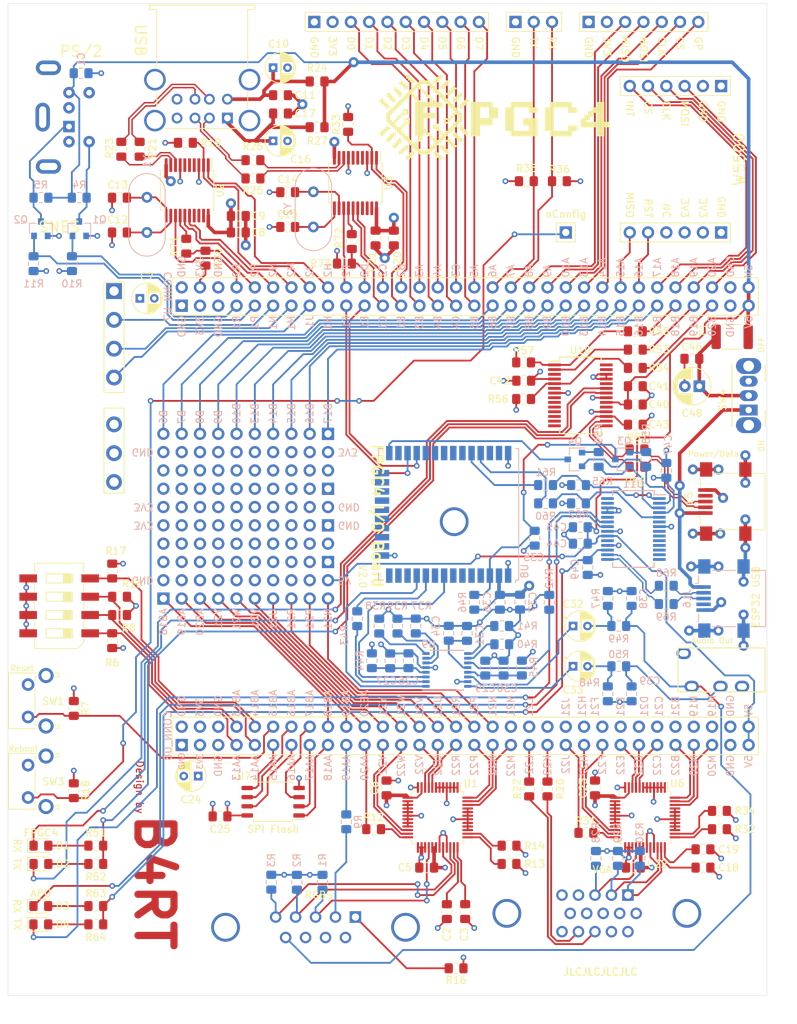
<source format=kicad_pcb>
(kicad_pcb (version 20171130) (host pcbnew 5.1.8-db9833491~87~ubuntu20.04.1)
  (layers (0 F.Cu signal) (1 GND.Cu power) (2 VCC3.Cu power) (31 B.Cu signal) (34 B.Paste user hide) (35 F.Paste user hide) (36 B.SilkS user) (37 F.SilkS user) (38 B.Mask user hide) (39 F.Mask user hide) (44 Edge.Cuts user))
  (net 0 "")
  (net 1 GND)
  (net 2 "Net-(C3-Pad2)")
  (net 3 +3V3)
  (net 4 +5V)
  (net 5 "Net-(C13-Pad2)")
  (net 6 "Net-(C14-Pad1)")
  (net 7 "Net-(D1-Pad2)")
  (net 8 "Net-(D1-Pad1)")
  (net 9 "Net-(D2-Pad1)")
  (net 10 "Net-(D2-Pad2)")
  (net 11 "Net-(J1-Pad2)")
  (net 12 /Ring1)
  (net 13 /Ring2)
  (net 14 "Net-(J3-Pad7)")
  (net 15 "Net-(J3-Pad8)")
  (net 16 "Net-(J7-Pad6)")
  (net 17 "Net-(J7-Pad5)")
  (net 18 /RGBS_BLUE)
  (net 19 /RGBS_GREEN)
  (net 20 /RGBS_RED)
  (net 21 /RGBS_SYNC)
  (net 22 /VGA_HS)
  (net 23 /VGA_VS)
  (net 24 "Net-(J14-Pad4)")
  (net 25 "Net-(J15-Pad4)")
  (net 26 "Net-(J3-Pad1)")
  (net 27 /VGA_R)
  (net 28 /VGA_G)
  (net 29 /VGA_B)
  (net 30 "Net-(R12-Pad2)")
  (net 31 "Net-(R43-Pad1)")
  (net 32 "Net-(C2-Pad2)")
  (net 33 "Net-(C12-Pad1)")
  (net 34 "Net-(C15-Pad2)")
  (net 35 "Net-(C18-Pad2)")
  (net 36 "Net-(C19-Pad2)")
  (net 37 "Net-(C26-Pad1)")
  (net 38 "Net-(C29-Pad1)")
  (net 39 "Net-(C31-Pad1)")
  (net 40 "Net-(C32-Pad1)")
  (net 41 "Net-(C32-Pad2)")
  (net 42 "Net-(C33-Pad1)")
  (net 43 "Net-(C33-Pad2)")
  (net 44 "Net-(C35-Pad1)")
  (net 45 "Net-(C43-Pad2)")
  (net 46 "Net-(C46-Pad2)")
  (net 47 "Net-(C49-Pad2)")
  (net 48 "Net-(D3-Pad2)")
  (net 49 "Net-(D3-Pad1)")
  (net 50 "Net-(D4-Pad1)")
  (net 51 "Net-(D4-Pad2)")
  (net 52 PS2_Data)
  (net 53 "Net-(J1-Pad6)")
  (net 54 SNES_Data)
  (net 55 SNES_Latch)
  (net 56 SNES_CLK)
  (net 57 "Net-(J2-Pad6)")
  (net 58 "Net-(J2-Pad5)")
  (net 59 "Net-(J4-Pad1)")
  (net 60 "Net-(J5-Pad4)")
  (net 61 "Net-(J5-Pad9)")
  (net 62 "Net-(J5-Pad11)")
  (net 63 "Net-(J5-Pad12)")
  (net 64 "Net-(J5-Pad15)")
  (net 65 "Net-(J7-Pad19)")
  (net 66 "Net-(J7-Pad18)")
  (net 67 "Net-(J7-Pad17)")
  (net 68 "Net-(J7-Pad16)")
  (net 69 "Net-(J7-Pad15)")
  (net 70 "Net-(J7-Pad14)")
  (net 71 "Net-(J7-Pad13)")
  (net 72 "Net-(J7-Pad12)")
  (net 73 "Net-(J7-Pad10)")
  (net 74 "Net-(J7-Pad9)")
  (net 75 "Net-(J7-Pad8)")
  (net 76 "Net-(J7-Pad7)")
  (net 77 "Net-(J7-Pad4)")
  (net 78 "Net-(J7-Pad3)")
  (net 79 "Net-(J7-Pad1)")
  (net 80 "Net-(J8-Pad12)")
  (net 81 "Net-(J8-Pad13)")
  (net 82 "Net-(J8-Pad14)")
  (net 83 "Net-(J8-Pad15)")
  (net 84 "Net-(J8-Pad16)")
  (net 85 "Net-(J8-Pad17)")
  (net 86 "Net-(J8-Pad18)")
  (net 87 "Net-(J8-Pad19)")
  (net 88 Ext_TX)
  (net 89 Ext_RX)
  (net 90 Ext_GPIO_0)
  (net 91 Ext_GPIO_1)
  (net 92 Ext_GPIO_2)
  (net 93 Ext_GPIO_3)
  (net 94 Ext_GPIO_4)
  (net 95 Ext_GPIO_5)
  (net 96 Ext_GPIO_6)
  (net 97 Ext_GPIO_7)
  (net 98 Ext_MISO)
  (net 99 Ext_MOSI)
  (net 100 Ext_CLK)
  (net 101 Ext_CS)
  (net 102 Ext_GP)
  (net 103 W5500_MOSI)
  (net 104 W5500_CLK)
  (net 105 W5500_CS)
  (net 106 W5500_INT)
  (net 107 W5500_MISO)
  (net 108 W5500_RST)
  (net 109 VUSB)
  (net 110 "Net-(J16-Pad4)")
  (net 111 PS2_CLK)
  (net 112 "Net-(Q3-Pad1)")
  (net 113 "Net-(Q4-Pad1)")
  (net 114 "Net-(Q4-Pad2)")
  (net 115 "Net-(Q4-Pad3)")
  (net 116 SW_4)
  (net 117 BTN_RST)
  (net 118 SW_3)
  (net 119 CRT_CSYNC)
  (net 120 CRT_CLK)
  (net 121 "Net-(R13-Pad1)")
  (net 122 "Net-(R14-Pad2)")
  (net 123 SW_2)
  (net 124 SW_1)
  (net 125 CH376_1_RST)
  (net 126 VGA_VSYNC)
  (net 127 VGA_HSYNC)
  (net 128 VGA_CLK)
  (net 129 "Net-(R31-Pad2)")
  (net 130 "Net-(R32-Pad1)")
  (net 131 CH376_2_RST)
  (net 132 "Net-(R34-Pad2)")
  (net 133 "Net-(R37-Pad1)")
  (net 134 "Net-(R38-Pad1)")
  (net 135 "Net-(R39-Pad1)")
  (net 136 "Net-(R40-Pad1)")
  (net 137 "Net-(R41-Pad1)")
  (net 138 "Net-(R42-Pad1)")
  (net 139 "Net-(R43-Pad2)")
  (net 140 FPGC4_DTR)
  (net 141 "Net-(R53-Pad1)")
  (net 142 "Net-(R54-Pad2)")
  (net 143 FPGC4_TX)
  (net 144 "Net-(R55-Pad1)")
  (net 145 FPGC4_RX)
  (net 146 "Net-(R60-Pad2)")
  (net 147 "Net-(R60-Pad1)")
  (net 148 "Net-(R61-Pad1)")
  (net 149 "Net-(R61-Pad2)")
  (net 150 CRT_R0)
  (net 151 CRT_R1)
  (net 152 CRT_R2)
  (net 153 CRT_B0)
  (net 154 CRT_B1)
  (net 155 CRT_G0)
  (net 156 CRT_G1)
  (net 157 CRT_G2)
  (net 158 "Net-(U2-Pad19)")
  (net 159 "Net-(U2-Pad18)")
  (net 160 "Net-(U2-Pad17)")
  (net 161 CH376_1_MISO)
  (net 162 CH376_1_MOSI)
  (net 163 CH376_1_CLK)
  (net 164 CH376_1_CS)
  (net 165 "Net-(U2-Pad6)")
  (net 166 "Net-(U2-Pad5)")
  (net 167 "Net-(U2-Pad4)")
  (net 168 CH376_1_INT)
  (net 169 CH376_2_INT)
  (net 170 "Net-(U3-Pad4)")
  (net 171 "Net-(U3-Pad5)")
  (net 172 "Net-(U3-Pad6)")
  (net 173 CH376_2_CS)
  (net 174 CH376_2_CLK)
  (net 175 CH376_2_MOSI)
  (net 176 CH376_2_MISO)
  (net 177 "Net-(U3-Pad17)")
  (net 178 "Net-(U3-Pad18)")
  (net 179 "Net-(U3-Pad19)")
  (net 180 Flash_MOSI_IO0)
  (net 181 Flash_MISO_IO1)
  (net 182 Flash_WP_IO2)
  (net 183 Flash_HOLD_IO3)
  (net 184 Flash_CLK)
  (net 185 Flash_CS)
  (net 186 ESP32_TX2)
  (net 187 VGA_R0)
  (net 188 ESP32_RX2)
  (net 189 VGA_R1)
  (net 190 "Net-(U5-Pad56)")
  (net 191 VGA_R2)
  (net 192 "Net-(U5-Pad54)")
  (net 193 VGA_G0)
  (net 194 "Net-(U5-Pad52)")
  (net 195 VGA_G1)
  (net 196 VGA_G2)
  (net 197 VGA_B0)
  (net 198 VGA_B1)
  (net 199 "Net-(U8-Pad4)")
  (net 200 "Net-(U8-Pad5)")
  (net 201 "Net-(U8-Pad6)")
  (net 202 "Net-(U8-Pad7)")
  (net 203 "Net-(U8-Pad8)")
  (net 204 "Net-(U8-Pad9)")
  (net 205 "Net-(U8-Pad11)")
  (net 206 "Net-(U8-Pad12)")
  (net 207 "Net-(U8-Pad13)")
  (net 208 "Net-(U8-Pad14)")
  (net 209 "Net-(U8-Pad16)")
  (net 210 "Net-(U8-Pad17)")
  (net 211 "Net-(U8-Pad18)")
  (net 212 "Net-(U8-Pad19)")
  (net 213 "Net-(U8-Pad20)")
  (net 214 "Net-(U8-Pad21)")
  (net 215 "Net-(U8-Pad22)")
  (net 216 "Net-(U8-Pad23)")
  (net 217 "Net-(U8-Pad24)")
  (net 218 "Net-(U8-Pad26)")
  (net 219 "Net-(U8-Pad29)")
  (net 220 "Net-(U8-Pad30)")
  (net 221 "Net-(U8-Pad31)")
  (net 222 "Net-(U8-Pad32)")
  (net 223 "Net-(U8-Pad33)")
  (net 224 "Net-(U8-Pad36)")
  (net 225 "Net-(U8-Pad37)")
  (net 226 "Net-(U10-Pad3)")
  (net 227 "Net-(U10-Pad6)")
  (net 228 "Net-(U10-Pad9)")
  (net 229 "Net-(U10-Pad10)")
  (net 230 "Net-(U10-Pad11)")
  (net 231 "Net-(U10-Pad12)")
  (net 232 "Net-(U10-Pad13)")
  (net 233 "Net-(U10-Pad14)")
  (net 234 "Net-(U10-Pad19)")
  (net 235 "Net-(U10-Pad27)")
  (net 236 "Net-(U10-Pad28)")
  (net 237 "Net-(U11-Pad28)")
  (net 238 "Net-(U11-Pad27)")
  (net 239 "Net-(U11-Pad19)")
  (net 240 "Net-(U11-Pad14)")
  (net 241 "Net-(U11-Pad13)")
  (net 242 "Net-(U11-Pad12)")
  (net 243 "Net-(U11-Pad11)")
  (net 244 "Net-(U11-Pad10)")
  (net 245 "Net-(U11-Pad9)")
  (net 246 "Net-(U11-Pad6)")
  (net 247 "Net-(R71-Pad2)")
  (net 248 "Net-(R72-Pad2)")
  (net 249 "Net-(U4-Pad17)")
  (net 250 /+5V2)
  (net 251 /+5V1)
  (net 252 /D2+)
  (net 253 /D2-)
  (net 254 /D1+)
  (net 255 /D1-)
  (net 256 /UD2+)
  (net 257 /UD2-)
  (net 258 /UD1+)
  (net 259 /UD1-)
  (net 260 CRT_AUDIO)
  (net 261 /PS2_Pin_Data)
  (net 262 /PS2_Pin_Clk)
  (net 263 /USB_ESP_D1+)
  (net 264 /USB_ESP_D1-)
  (net 265 /USB_ESP_D2-)
  (net 266 /USB_ESP_D2+)
  (net 267 "Net-(Q3-Pad2)")
  (net 268 /USB_FPGC4_D1-)
  (net 269 /USB_FPGC4_D1+)
  (net 270 /USB_FPGC4_D2-)
  (net 271 /USB_FPGC4_D2+)
  (net 272 "Net-(J7-Pad11)")
  (net 273 "Net-(J8-Pad1)")
  (net 274 "Net-(J8-Pad3)")
  (net 275 "Net-(J8-Pad4)")
  (net 276 "Net-(J8-Pad5)")
  (net 277 "Net-(J8-Pad6)")
  (net 278 "Net-(J8-Pad7)")
  (net 279 "Net-(J8-Pad8)")
  (net 280 "Net-(J8-Pad9)")
  (net 281 "Net-(J8-Pad10)")
  (net 282 "Net-(J8-Pad11)")
  (net 283 "Net-(U5-Pad50)")
  (net 284 "Net-(U5-Pad48)")
  (net 285 "Net-(U5-Pad46)")
  (net 286 "Net-(U5-Pad44)")
  (net 287 "Net-(U5-Pad42)")
  (net 288 "Net-(U5-Pad40)")
  (net 289 "Net-(U5-Pad38)")
  (net 290 "Net-(U5-Pad60)")
  (net 291 "Net-(U5-Pad58)")
  (module debugSocket:debugSocket2x10 (layer F.Cu) (at 109.22 88.9 270)
    (fp_text reference REF**)
    (fp_text value PinSocket_2x10_P2.54mm_Vertical)
    (pad 1 thru_hole rect (at 0 0 270) (size 1.7 1.7) (drill 1) (layers *.Cu *.Mask))
    (pad 2 thru_hole oval (at -2.54 0 270) (size 1.7 1.7) (drill 1) (layers *.Cu *.Mask))
    (pad 3 thru_hole oval (at 0 2.54 270) (size 1.7 1.7) (drill 1) (layers *.Cu *.Mask))
    (pad 4 thru_hole oval (at -2.54 2.54 270) (size 1.7 1.7) (drill 1) (layers *.Cu *.Mask))
    (pad 5 thru_hole oval (at 0 5.08 270) (size 1.7 1.7) (drill 1) (layers *.Cu *.Mask))
    (pad 6 thru_hole oval (at -2.54 5.08 270) (size 1.7 1.7) (drill 1) (layers *.Cu *.Mask))
    (pad 7 thru_hole oval (at 0 7.62 270) (size 1.7 1.7) (drill 1) (layers *.Cu *.Mask))
    (pad 8 thru_hole oval (at -2.54 7.62 270) (size 1.7 1.7) (drill 1) (layers *.Cu *.Mask))
    (pad 9 thru_hole oval (at 0 10.16 270) (size 1.7 1.7) (drill 1) (layers *.Cu *.Mask))
    (pad 10 thru_hole oval (at -2.54 10.16 270) (size 1.7 1.7) (drill 1) (layers *.Cu *.Mask))
    (pad 11 thru_hole oval (at 0 12.7 270) (size 1.7 1.7) (drill 1) (layers *.Cu *.Mask))
    (pad 12 thru_hole oval (at -2.54 12.7 270) (size 1.7 1.7) (drill 1) (layers *.Cu *.Mask))
    (pad 13 thru_hole oval (at 0 15.24 270) (size 1.7 1.7) (drill 1) (layers *.Cu *.Mask))
    (pad 14 thru_hole oval (at -2.54 15.24 270) (size 1.7 1.7) (drill 1) (layers *.Cu *.Mask))
    (pad 15 thru_hole oval (at 0 17.78 270) (size 1.7 1.7) (drill 1) (layers *.Cu *.Mask))
    (pad 16 thru_hole oval (at -2.54 17.78 270) (size 1.7 1.7) (drill 1) (layers *.Cu *.Mask))
    (pad 17 thru_hole oval (at 0 20.32 270) (size 1.7 1.7) (drill 1) (layers *.Cu *.Mask))
    (pad 18 thru_hole oval (at -2.54 20.32 270) (size 1.7 1.7) (drill 1) (layers *.Cu *.Mask))
    (pad 19 thru_hole oval (at 0 22.86 270) (size 1.7 1.7) (drill 1) (layers *.Cu *.Mask))
    (pad 20 thru_hole oval (at -2.54 22.86 270) (size 1.7 1.7) (drill 1) (layers *.Cu *.Mask))
  )
  (module debugSocket:debugSocket2x10 (layer F.Cu) (at 109.22 93.98 270)
    (fp_text reference REF**)
    (fp_text value PinSocket_2x10_P2.54mm_Vertical)
    (pad 1 thru_hole rect (at 0 0 270) (size 1.7 1.7) (drill 1) (layers *.Cu *.Mask) (net 1 GND))
    (pad 2 thru_hole oval (at -2.54 0 270) (size 1.7 1.7) (drill 1) (layers *.Cu *.Mask) (net 1 GND))
    (pad 3 thru_hole oval (at 0 2.54 270) (size 1.7 1.7) (drill 1) (layers *.Cu *.Mask))
    (pad 4 thru_hole oval (at -2.54 2.54 270) (size 1.7 1.7) (drill 1) (layers *.Cu *.Mask))
    (pad 5 thru_hole oval (at 0 5.08 270) (size 1.7 1.7) (drill 1) (layers *.Cu *.Mask))
    (pad 6 thru_hole oval (at -2.54 5.08 270) (size 1.7 1.7) (drill 1) (layers *.Cu *.Mask))
    (pad 7 thru_hole oval (at 0 7.62 270) (size 1.7 1.7) (drill 1) (layers *.Cu *.Mask))
    (pad 8 thru_hole oval (at -2.54 7.62 270) (size 1.7 1.7) (drill 1) (layers *.Cu *.Mask))
    (pad 9 thru_hole oval (at 0 10.16 270) (size 1.7 1.7) (drill 1) (layers *.Cu *.Mask))
    (pad 10 thru_hole oval (at -2.54 10.16 270) (size 1.7 1.7) (drill 1) (layers *.Cu *.Mask))
    (pad 11 thru_hole oval (at 0 12.7 270) (size 1.7 1.7) (drill 1) (layers *.Cu *.Mask))
    (pad 12 thru_hole oval (at -2.54 12.7 270) (size 1.7 1.7) (drill 1) (layers *.Cu *.Mask))
    (pad 13 thru_hole oval (at 0 15.24 270) (size 1.7 1.7) (drill 1) (layers *.Cu *.Mask))
    (pad 14 thru_hole oval (at -2.54 15.24 270) (size 1.7 1.7) (drill 1) (layers *.Cu *.Mask))
    (pad 15 thru_hole oval (at 0 17.78 270) (size 1.7 1.7) (drill 1) (layers *.Cu *.Mask))
    (pad 16 thru_hole oval (at -2.54 17.78 270) (size 1.7 1.7) (drill 1) (layers *.Cu *.Mask))
    (pad 17 thru_hole oval (at 0 20.32 270) (size 1.7 1.7) (drill 1) (layers *.Cu *.Mask))
    (pad 18 thru_hole oval (at -2.54 20.32 270) (size 1.7 1.7) (drill 1) (layers *.Cu *.Mask))
    (pad 19 thru_hole oval (at 0 22.86 270) (size 1.7 1.7) (drill 1) (layers *.Cu *.Mask) (net 3 +3V3))
    (pad 20 thru_hole oval (at -2.54 22.86 270) (size 1.7 1.7) (drill 1) (layers *.Cu *.Mask) (net 3 +3V3))
  )
  (module debugSocket:debugSocket2x10 (layer F.Cu) (at 109.22 99.06 270)
    (fp_text reference REF**)
    (fp_text value PinSocket_2x10_P2.54mm_Vertical)
    (pad 1 thru_hole rect (at 0 0 270) (size 1.7 1.7) (drill 1) (layers *.Cu *.Mask))
    (pad 2 thru_hole oval (at -2.54 0 270) (size 1.7 1.7) (drill 1) (layers *.Cu *.Mask))
    (pad 3 thru_hole oval (at 0 2.54 270) (size 1.7 1.7) (drill 1) (layers *.Cu *.Mask))
    (pad 4 thru_hole oval (at -2.54 2.54 270) (size 1.7 1.7) (drill 1) (layers *.Cu *.Mask))
    (pad 5 thru_hole oval (at 0 5.08 270) (size 1.7 1.7) (drill 1) (layers *.Cu *.Mask))
    (pad 6 thru_hole oval (at -2.54 5.08 270) (size 1.7 1.7) (drill 1) (layers *.Cu *.Mask))
    (pad 7 thru_hole oval (at 0 7.62 270) (size 1.7 1.7) (drill 1) (layers *.Cu *.Mask))
    (pad 8 thru_hole oval (at -2.54 7.62 270) (size 1.7 1.7) (drill 1) (layers *.Cu *.Mask))
    (pad 9 thru_hole oval (at 0 10.16 270) (size 1.7 1.7) (drill 1) (layers *.Cu *.Mask))
    (pad 10 thru_hole oval (at -2.54 10.16 270) (size 1.7 1.7) (drill 1) (layers *.Cu *.Mask))
    (pad 11 thru_hole oval (at 0 12.7 270) (size 1.7 1.7) (drill 1) (layers *.Cu *.Mask))
    (pad 12 thru_hole oval (at -2.54 12.7 270) (size 1.7 1.7) (drill 1) (layers *.Cu *.Mask))
    (pad 13 thru_hole oval (at 0 15.24 270) (size 1.7 1.7) (drill 1) (layers *.Cu *.Mask))
    (pad 14 thru_hole oval (at -2.54 15.24 270) (size 1.7 1.7) (drill 1) (layers *.Cu *.Mask))
    (pad 15 thru_hole oval (at 0 17.78 270) (size 1.7 1.7) (drill 1) (layers *.Cu *.Mask))
    (pad 16 thru_hole oval (at -2.54 17.78 270) (size 1.7 1.7) (drill 1) (layers *.Cu *.Mask))
    (pad 17 thru_hole oval (at 0 20.32 270) (size 1.7 1.7) (drill 1) (layers *.Cu *.Mask))
    (pad 18 thru_hole oval (at -2.54 20.32 270) (size 1.7 1.7) (drill 1) (layers *.Cu *.Mask))
    (pad 19 thru_hole oval (at 0 22.86 270) (size 1.7 1.7) (drill 1) (layers *.Cu *.Mask))
    (pad 20 thru_hole oval (at -2.54 22.86 270) (size 1.7 1.7) (drill 1) (layers *.Cu *.Mask))
  )
  (module RF_Module:ESP32-WROOM-32U (layer B.Cu) (at 125.984 92.456 90)
    (fp_text reference U8 (at -7.874 10.541 -90) (layer B.SilkS) (effects (justify mirror)))
    (fp_text value ESP32-WROOM-32U)
    (pad 1 smd rect (at -8.5 8.255 90) (size 2 0.9) (layers B.Cu B.Paste B.Mask) (net 1 GND))
    (pad 2 smd rect (at -8.5 6.985 90) (size 2 0.9) (layers B.Cu B.Paste B.Mask) (net 3 +3V3))
    (pad 3 smd rect (at -8.5 5.715 90) (size 2 0.9) (layers B.Cu B.Paste B.Mask) (net 44 "Net-(C35-Pad1)"))
    (pad 4 smd rect (at -8.5 4.445 90) (size 2 0.9) (layers B.Cu B.Paste B.Mask) (net 199 "Net-(U8-Pad4)"))
    (pad 5 smd rect (at -8.5 3.175 90) (size 2 0.9) (layers B.Cu B.Paste B.Mask) (net 200 "Net-(U8-Pad5)"))
    (pad 6 smd rect (at -8.5 1.905 90) (size 2 0.9) (layers B.Cu B.Paste B.Mask) (net 201 "Net-(U8-Pad6)"))
    (pad 7 smd rect (at -8.5 0.635 90) (size 2 0.9) (layers B.Cu B.Paste B.Mask) (net 202 "Net-(U8-Pad7)"))
    (pad 8 smd rect (at -8.5 -0.635 90) (size 2 0.9) (layers B.Cu B.Paste B.Mask) (net 203 "Net-(U8-Pad8)"))
    (pad 9 smd rect (at -8.5 -1.905 90) (size 2 0.9) (layers B.Cu B.Paste B.Mask) (net 204 "Net-(U8-Pad9)"))
    (pad 10 smd rect (at -8.5 -3.175 90) (size 2 0.9) (layers B.Cu B.Paste B.Mask) (net 139 "Net-(R43-Pad2)"))
    (pad 11 smd rect (at -8.5 -4.445 90) (size 2 0.9) (layers B.Cu B.Paste B.Mask) (net 205 "Net-(U8-Pad11)"))
    (pad 12 smd rect (at -8.5 -5.715 90) (size 2 0.9) (layers B.Cu B.Paste B.Mask) (net 206 "Net-(U8-Pad12)"))
    (pad 13 smd rect (at -8.5 -6.985 90) (size 2 0.9) (layers B.Cu B.Paste B.Mask) (net 207 "Net-(U8-Pad13)"))
    (pad 14 smd rect (at -8.5 -8.255 90) (size 2 0.9) (layers B.Cu B.Paste B.Mask) (net 208 "Net-(U8-Pad14)"))
    (pad 15 smd rect (at -5.715 -9.255 180) (size 2 0.9) (layers B.Cu B.Paste B.Mask) (net 1 GND))
    (pad 16 smd rect (at -4.445 -9.255) (size 2 0.9) (layers B.Cu B.Paste B.Mask) (net 209 "Net-(U8-Pad16)"))
    (pad 17 smd rect (at -3.175 -9.255) (size 2 0.9) (layers B.Cu B.Paste B.Mask) (net 210 "Net-(U8-Pad17)"))
    (pad 18 smd rect (at -1.905 -9.255) (size 2 0.9) (layers B.Cu B.Paste B.Mask) (net 211 "Net-(U8-Pad18)"))
    (pad 19 smd rect (at -0.635 -9.255) (size 2 0.9) (layers B.Cu B.Paste B.Mask) (net 212 "Net-(U8-Pad19)"))
    (pad 20 smd rect (at 0.635 -9.255) (size 2 0.9) (layers B.Cu B.Paste B.Mask) (net 213 "Net-(U8-Pad20)"))
    (pad 21 smd rect (at 1.905 -9.255) (size 2 0.9) (layers B.Cu B.Paste B.Mask) (net 214 "Net-(U8-Pad21)"))
    (pad 22 smd rect (at 3.175 -9.255) (size 2 0.9) (layers B.Cu B.Paste B.Mask) (net 215 "Net-(U8-Pad22)"))
    (pad 23 smd rect (at 4.445 -9.255) (size 2 0.9) (layers B.Cu B.Paste B.Mask) (net 216 "Net-(U8-Pad23)"))
    (pad 24 smd rect (at 5.715 -9.255) (size 2 0.9) (layers B.Cu B.Paste B.Mask) (net 217 "Net-(U8-Pad24)"))
    (pad 25 smd rect (at 8.5 -8.255 90) (size 2 0.9) (layers B.Cu B.Paste B.Mask) (net 115 "Net-(Q4-Pad3)"))
    (pad 26 smd rect (at 8.5 -6.985 90) (size 2 0.9) (layers B.Cu B.Paste B.Mask) (net 218 "Net-(U8-Pad26)"))
    (pad 27 smd rect (at 8.5 -5.715 90) (size 2 0.9) (layers B.Cu B.Paste B.Mask) (net 188 ESP32_RX2))
    (pad 28 smd rect (at 8.5 -4.445 90) (size 2 0.9) (layers B.Cu B.Paste B.Mask) (net 186 ESP32_TX2))
    (pad 29 smd rect (at 8.5 -3.175 90) (size 2 0.9) (layers B.Cu B.Paste B.Mask) (net 219 "Net-(U8-Pad29)"))
    (pad 30 smd rect (at 8.5 -1.905 90) (size 2 0.9) (layers B.Cu B.Paste B.Mask) (net 220 "Net-(U8-Pad30)"))
    (pad 31 smd rect (at 8.5 -0.635 90) (size 2 0.9) (layers B.Cu B.Paste B.Mask) (net 221 "Net-(U8-Pad31)"))
    (pad 32 smd rect (at 8.5 0.635 90) (size 2 0.9) (layers B.Cu B.Paste B.Mask) (net 222 "Net-(U8-Pad32)"))
    (pad 33 smd rect (at 8.5 1.905 90) (size 2 0.9) (layers B.Cu B.Paste B.Mask) (net 223 "Net-(U8-Pad33)"))
    (pad 34 smd rect (at 8.5 3.175 90) (size 2 0.9) (layers B.Cu B.Paste B.Mask) (net 148 "Net-(R61-Pad1)"))
    (pad 35 smd rect (at 8.5 4.445 90) (size 2 0.9) (layers B.Cu B.Paste B.Mask) (net 147 "Net-(R60-Pad1)"))
    (pad 36 smd rect (at 8.5 5.715 90) (size 2 0.9) (layers B.Cu B.Paste B.Mask) (net 224 "Net-(U8-Pad36)"))
    (pad 37 smd rect (at 8.5 6.985 90) (size 2 0.9) (layers B.Cu B.Paste B.Mask) (net 225 "Net-(U8-Pad37)"))
    (pad 38 smd rect (at 8.5 8.255 90) (size 2 0.9) (layers B.Cu B.Paste B.Mask) (net 1 GND))
    (pad 39 thru_hole circle (at -1.016 0.7644 90) (size 4 4) (drill 3.2) (layers *.Cu *.Mask) (net 1 GND))
  )
  (module Connector_USB:USB_Mini-B_Lumberg_2486_01_Horizontal (layer F.Cu) (at 164.338 90.678 90)
    (fp_text reference J15 (at 0 -5 90) (layer F.SilkS))
    (fp_text value USB_B_Mini)
    (pad 1 smd rect (at -1.6 -2.7 90) (size 0.5 2) (layers F.Cu F.Paste F.Mask) (net 109 VUSB))
    (pad 2 smd rect (at -0.8 -2.7 90) (size 0.5 2) (layers F.Cu F.Paste F.Mask) (net 268 /USB_FPGC4_D1-))
    (pad 3 smd rect (at 0 -2.7 90) (size 0.5 2) (layers F.Cu F.Paste F.Mask) (net 269 /USB_FPGC4_D1+))
    (pad 4 smd rect (at 0.8 -2.7 90) (size 0.5 2) (layers F.Cu F.Paste F.Mask) (net 25 "Net-(J15-Pad4)"))
    (pad 5 smd rect (at 1.6 -2.7 90) (size 0.5 2) (layers F.Cu F.Paste F.Mask) (net 1 GND))
    (pad 6 smd rect (at -4.45 -2.6 90) (size 2 1.7) (layers F.Cu F.Paste F.Mask) (net 1 GND))
    (pad 6 smd rect (at -4.45 2.85 90) (size 2 1.7) (layers F.Cu F.Paste F.Mask) (net 1 GND))
    (pad 6 smd rect (at 4.45 -2.6 90) (size 2 1.7) (layers F.Cu F.Paste F.Mask) (net 1 GND))
    (pad 6 smd rect (at 4.45 2.85 90) (size 2 1.7) (layers F.Cu F.Paste F.Mask) (net 1 GND))
    (pad "" np_thru_hole circle (at -2.2 0 90) (size 1 1) (drill 1) (layers *.Cu *.Mask))
    (pad "" np_thru_hole circle (at 2.2 0 90) (size 1 1) (drill 1) (layers *.Cu *.Mask))
  )
  (module Custom:TRRS-PJ-320A (layer F.Cu) (at 169.926 114.046 270)
    (fp_text reference J12)
    (fp_text value Conn_Headphone_Jack)
    (pad 1 thru_hole oval (at -2.3 11.3 270) (size 1.6 2) (drill oval 0.9 1.3) (layers *.Cu *.Mask) (net 1 GND))
    (pad 2 thru_hole oval (at 2.3 10.2 270) (size 1.6 2) (drill oval 0.9 1.3) (layers *.Cu *.Mask) (net 260 CRT_AUDIO))
    (pad 4 thru_hole oval (at 2.3 3.2 270) (size 1.6 2) (drill oval 0.9 1.3) (layers *.Cu *.Mask) (net 13 /Ring2))
    (pad "" np_thru_hole circle (at 0 8.6 270) (size 0.8 0.8) (drill 0.8) (layers *.Cu *.Mask))
    (pad "" np_thru_hole circle (at 0 1.6 270) (size 0.8 0.8) (drill 0.8) (layers *.Cu *.Mask))
    (pad 3 thru_hole oval (at 2.3 6.2 270) (size 1.6 2) (drill oval 0.9 1.3) (layers *.Cu *.Mask) (net 12 /Ring1))
  )
  (module SNES:SNES_controller_port (layer F.Cu) (at 79.502 61.468)
    (fp_text reference J2)
    (fp_text value Conn_SNES)
    (pad 4 thru_hole circle (at 0 12) (size 2.2 2.2) (drill 1.3) (layers *.Cu *.Mask) (net 54 SNES_Data))
    (pad 3 thru_hole circle (at 0 8) (size 2.2 2.2) (drill 1.3) (layers *.Cu *.Mask) (net 55 SNES_Latch))
    (pad 2 thru_hole circle (at 0 4) (size 2.2 2.2) (drill 1.3) (layers *.Cu *.Mask) (net 56 SNES_CLK))
    (pad 6 thru_hole circle (at 0 22.5) (size 2.2 2.2) (drill 1.3) (layers *.Cu *.Mask) (net 57 "Net-(J2-Pad6)"))
    (pad 5 thru_hole circle (at 0 18.5) (size 2.2 2.2) (drill 1.3) (layers *.Cu *.Mask) (net 58 "Net-(J2-Pad5)"))
    (pad 1 thru_hole rect (at 0 0) (size 2.2 2.2) (drill 1.3) (layers *.Cu *.Mask) (net 3 +3V3))
    (pad 7 thru_hole circle (at 0 26.5) (size 2.2 2.2) (drill 1.3) (layers *.Cu *.Mask) (net 1 GND))
  )
  (module Capacitor_THT:CP_Radial_D5.0mm_P2.00mm (layer F.Cu) (at 160.782 74.676 180)
    (fp_text reference C48 (at 1 -3.75 180) (layer F.SilkS))
    (fp_text value 220uF)
    (pad 1 thru_hole rect (at 0 0 180) (size 1.6 1.6) (drill 0.8) (layers *.Cu *.Mask) (net 46 "Net-(C46-Pad2)"))
    (pad 2 thru_hole circle (at 2 0 180) (size 1.6 1.6) (drill 0.8) (layers *.Cu *.Mask) (net 1 GND))
  )
  (module Capacitor_THT:CP_Radial_D4.0mm_P2.00mm (layer F.Cu) (at 83.09 62.484)
    (fp_text reference C7 (at 0.984 -3.048) (layer F.SilkS))
    (fp_text value 100uF)
    (pad 1 thru_hole rect (at 0 0) (size 1.2 1.2) (drill 0.6) (layers *.Cu *.Mask) (net 3 +3V3))
    (pad 2 thru_hole circle (at 2 0) (size 1.2 1.2) (drill 0.6) (layers *.Cu *.Mask) (net 1 GND))
  )
  (module Capacitor_THT:CP_Radial_D4.0mm_P2.00mm (layer F.Cu) (at 91.186 128.778 180)
    (fp_text reference C24 (at 1 -3.25) (layer F.SilkS))
    (fp_text value 100uF)
    (pad 2 thru_hole circle (at 2 0 180) (size 1.2 1.2) (drill 0.6) (layers *.Cu *.Mask) (net 1 GND))
    (pad 1 thru_hole rect (at 0 0 180) (size 1.2 1.2) (drill 0.6) (layers *.Cu *.Mask) (net 3 +3V3))
  )
  (module Custom:Connector_Mini-DIN_Female_6Pin_2rows (layer F.Cu) (at 73.246 38.638 270)
    (fp_text reference J1)
    (fp_text value Conn_PS2_Mini_Din_6)
    (pad 7 thru_hole oval (at -8.15 2.85 270) (size 2 3.5) (drill oval 1 2.5) (layers *.Cu *.Mask))
    (pad 7 thru_hole oval (at 5.55 2.85 270) (size 2 3.5) (drill oval 1 2.5) (layers *.Cu *.Mask))
    (pad 1 thru_hole rect (at 0 0 270) (size 1.6 1.6) (drill 0.8) (layers *.Cu *.Mask) (net 261 /PS2_Pin_Data))
    (pad 2 thru_hole circle (at -2.6 0 270) (size 1.6 1.6) (drill 0.8) (layers *.Cu *.Mask) (net 11 "Net-(J1-Pad2)"))
    (pad 3 thru_hole circle (at 2.1 0 270) (size 1.6 1.6) (drill 0.8) (layers *.Cu *.Mask) (net 1 GND))
    (pad 4 thru_hole circle (at -4.7 0 270) (size 1.6 1.6) (drill 0.8) (layers *.Cu *.Mask) (net 4 +5V))
    (pad 5 thru_hole circle (at 2.1 -2.8 270) (size 1.6 1.6) (drill 0.8) (layers *.Cu *.Mask) (net 262 /PS2_Pin_Clk))
    (pad 6 thru_hole circle (at -4.7 -2.8 270) (size 1.6 1.6) (drill 0.8) (layers *.Cu *.Mask) (net 53 "Net-(J1-Pad6)"))
    (pad 7 thru_hole oval (at -1.3 3.65 270) (size 4 2) (drill oval 3 1) (layers *.Cu *.Mask))
  )
  (module MountingHole:MountingHole_3.2mm_M3 (layer F.Cu) (at 166.37 25.4)
    (fp_text reference REF**)
    (fp_text value MountingHole_3.2mm_M3)
    (pad 1 np_thru_hole circle (at 0 0) (size 3.2 3.2) (drill 3.2) (layers *.Cu *.Mask))
  )
  (module MountingHole:MountingHole_3.2mm_M3 (layer F.Cu) (at 68.58 155.448)
    (fp_text reference REF**)
    (fp_text value MountingHole_3.2mm_M3)
    (pad 1 np_thru_hole circle (at 0 0) (size 3.2 3.2) (drill 3.2) (layers *.Cu *.Mask))
  )
  (module MountingHole:MountingHole_3.2mm_M3 (layer F.Cu) (at 166.37 155.448)
    (fp_text reference REF**)
    (fp_text value MountingHole_3.2mm_M3)
    (pad 1 np_thru_hole circle (at 0 0) (size 3.2 3.2) (drill 3.2) (layers *.Cu *.Mask))
  )
  (module MountingHole:MountingHole_3.2mm_M3 (layer F.Cu) (at 68.58 25.4)
    (fp_text reference REF**)
    (fp_text value MountingHole_3.2mm_M3)
    (pad 1 np_thru_hole circle (at 0 0) (size 3.2 3.2) (drill 3.2) (layers *.Cu *.Mask))
  )
  (module Connector_USB:USB_A_Wuerth_61400826021_Horizontal_Stacked (layer F.Cu) (at 95.25 37.465 180)
    (fp_text reference J6)
    (fp_text value Conn_Stacked_USB)
    (pad 8 thru_hole circle (at 7 2.62 180) (size 1.5 1.5) (drill 0.92) (layers *.Cu *.Mask) (net 1 GND))
    (pad 7 thru_hole circle (at 4.5 2.62 180) (size 1.5 1.5) (drill 0.92) (layers *.Cu *.Mask) (net 252 /D2+))
    (pad 6 thru_hole circle (at 2.5 2.62 180) (size 1.5 1.5) (drill 0.92) (layers *.Cu *.Mask) (net 253 /D2-))
    (pad 5 thru_hole circle (at 0 2.62 180) (size 1.5 1.5) (drill 0.92) (layers *.Cu *.Mask) (net 250 /+5V2))
    (pad 9 thru_hole circle (at 10.07 5.33 180) (size 3 3) (drill 2.3) (layers *.Cu *.Mask) (net 1 GND))
    (pad 9 thru_hole circle (at -3.07 5.33 180) (size 3 3) (drill 2.3) (layers *.Cu *.Mask) (net 1 GND))
    (pad 4 thru_hole circle (at 7 0 180) (size 1.5 1.5) (drill 0.92) (layers *.Cu *.Mask) (net 1 GND))
    (pad 3 thru_hole circle (at 4.5 0 180) (size 1.5 1.5) (drill 0.92) (layers *.Cu *.Mask) (net 254 /D1+))
    (pad 2 thru_hole circle (at 2.5 0 180) (size 1.5 1.5) (drill 0.92) (layers *.Cu *.Mask) (net 255 /D1-))
    (pad 1 thru_hole rect (at 0 0 180) (size 1.5 1.5) (drill 0.92) (layers *.Cu *.Mask) (net 251 /+5V1))
    (pad 9 thru_hole circle (at -3.07 -0.35 180) (size 3 3) (drill 2.3) (layers *.Cu *.Mask) (net 1 GND))
    (pad 9 thru_hole circle (at 10.07 -0.35 180) (size 3 3) (drill 2.3) (layers *.Cu *.Mask) (net 1 GND))
  )
  (module Capacitor_THT:CP_Radial_D4.0mm_P2.00mm (layer F.Cu) (at 101.6 40.64)
    (fp_text reference C16 (at 3.81 2.54) (layer F.SilkS))
    (fp_text value 100uF)
    (pad 2 thru_hole circle (at 2 0) (size 1.2 1.2) (drill 0.6) (layers *.Cu *.Mask) (net 1 GND))
    (pad 1 thru_hole rect (at 0 0) (size 1.2 1.2) (drill 0.6) (layers *.Cu *.Mask) (net 251 /+5V1))
  )
  (module Capacitor_THT:CP_Radial_D4.0mm_P2.00mm (layer F.Cu) (at 101.6 30.48)
    (fp_text reference C10 (at 0.762 -3.302) (layer F.SilkS))
    (fp_text value 100uF)
    (pad 2 thru_hole circle (at 2 0) (size 1.2 1.2) (drill 0.6) (layers *.Cu *.Mask) (net 1 GND))
    (pad 1 thru_hole rect (at 0 0) (size 1.2 1.2) (drill 0.6) (layers *.Cu *.Mask) (net 250 /+5V2))
  )
  (module Connector_PinHeader_2.54mm:PinHeader_2x10_P2.54mm_Vertical (layer F.Cu) (at 86.36 104.14 90)
    (fp_text reference J7)
    (fp_text value Conn_Debug_U8)
    (pad 20 thru_hole oval (at 2.54 22.86 90) (size 1.7 1.7) (drill 1) (layers *.Cu *.Mask) (net 4 +5V))
    (pad 19 thru_hole oval (at 0 22.86 90) (size 1.7 1.7) (drill 1) (layers *.Cu *.Mask) (net 65 "Net-(J7-Pad19)"))
    (pad 18 thru_hole oval (at 2.54 20.32 90) (size 1.7 1.7) (drill 1) (layers *.Cu *.Mask) (net 66 "Net-(J7-Pad18)"))
    (pad 17 thru_hole oval (at 0 20.32 90) (size 1.7 1.7) (drill 1) (layers *.Cu *.Mask) (net 67 "Net-(J7-Pad17)"))
    (pad 16 thru_hole oval (at 2.54 17.78 90) (size 1.7 1.7) (drill 1) (layers *.Cu *.Mask) (net 68 "Net-(J7-Pad16)"))
    (pad 15 thru_hole oval (at 0 17.78 90) (size 1.7 1.7) (drill 1) (layers *.Cu *.Mask) (net 69 "Net-(J7-Pad15)"))
    (pad 14 thru_hole oval (at 2.54 15.24 90) (size 1.7 1.7) (drill 1) (layers *.Cu *.Mask) (net 70 "Net-(J7-Pad14)"))
    (pad 13 thru_hole oval (at 0 15.24 90) (size 1.7 1.7) (drill 1) (layers *.Cu *.Mask) (net 71 "Net-(J7-Pad13)"))
    (pad 12 thru_hole oval (at 2.54 12.7 90) (size 1.7 1.7) (drill 1) (layers *.Cu *.Mask) (net 72 "Net-(J7-Pad12)"))
    (pad 11 thru_hole oval (at 0 12.7 90) (size 1.7 1.7) (drill 1) (layers *.Cu *.Mask) (net 272 "Net-(J7-Pad11)"))
    (pad 10 thru_hole oval (at 2.54 10.16 90) (size 1.7 1.7) (drill 1) (layers *.Cu *.Mask) (net 73 "Net-(J7-Pad10)"))
    (pad 9 thru_hole oval (at 0 10.16 90) (size 1.7 1.7) (drill 1) (layers *.Cu *.Mask) (net 74 "Net-(J7-Pad9)"))
    (pad 8 thru_hole oval (at 2.54 7.62 90) (size 1.7 1.7) (drill 1) (layers *.Cu *.Mask) (net 75 "Net-(J7-Pad8)"))
    (pad 7 thru_hole oval (at 0 7.62 90) (size 1.7 1.7) (drill 1) (layers *.Cu *.Mask) (net 76 "Net-(J7-Pad7)"))
    (pad 6 thru_hole oval (at 2.54 5.08 90) (size 1.7 1.7) (drill 1) (layers *.Cu *.Mask) (net 16 "Net-(J7-Pad6)"))
    (pad 5 thru_hole oval (at 0 5.08 90) (size 1.7 1.7) (drill 1) (layers *.Cu *.Mask) (net 17 "Net-(J7-Pad5)"))
    (pad 4 thru_hole oval (at 2.54 2.54 90) (size 1.7 1.7) (drill 1) (layers *.Cu *.Mask) (net 77 "Net-(J7-Pad4)"))
    (pad 3 thru_hole oval (at 0 2.54 90) (size 1.7 1.7) (drill 1) (layers *.Cu *.Mask) (net 78 "Net-(J7-Pad3)"))
    (pad 2 thru_hole oval (at 2.54 0 90) (size 1.7 1.7) (drill 1) (layers *.Cu *.Mask) (net 1 GND))
    (pad 1 thru_hole rect (at 0 0 90) (size 1.7 1.7) (drill 1) (layers *.Cu *.Mask) (net 79 "Net-(J7-Pad1)"))
  )
  (module Connector_PinHeader_2.54mm:PinHeader_2x10_P2.54mm_Vertical (layer F.Cu) (at 109.22 81.28 270)
    (fp_text reference J8)
    (fp_text value Conn_Debug_U7)
    (pad 1 thru_hole rect (at 0 0 270) (size 1.7 1.7) (drill 1) (layers *.Cu *.Mask) (net 273 "Net-(J8-Pad1)"))
    (pad 2 thru_hole oval (at 2.54 0 270) (size 1.7 1.7) (drill 1) (layers *.Cu *.Mask) (net 3 +3V3))
    (pad 3 thru_hole oval (at 0 2.54 270) (size 1.7 1.7) (drill 1) (layers *.Cu *.Mask) (net 274 "Net-(J8-Pad3)"))
    (pad 4 thru_hole oval (at 2.54 2.54 270) (size 1.7 1.7) (drill 1) (layers *.Cu *.Mask) (net 275 "Net-(J8-Pad4)"))
    (pad 5 thru_hole oval (at 0 5.08 270) (size 1.7 1.7) (drill 1) (layers *.Cu *.Mask) (net 276 "Net-(J8-Pad5)"))
    (pad 6 thru_hole oval (at 2.54 5.08 270) (size 1.7 1.7) (drill 1) (layers *.Cu *.Mask) (net 277 "Net-(J8-Pad6)"))
    (pad 7 thru_hole oval (at 0 7.62 270) (size 1.7 1.7) (drill 1) (layers *.Cu *.Mask) (net 278 "Net-(J8-Pad7)"))
    (pad 8 thru_hole oval (at 2.54 7.62 270) (size 1.7 1.7) (drill 1) (layers *.Cu *.Mask) (net 279 "Net-(J8-Pad8)"))
    (pad 9 thru_hole oval (at 0 10.16 270) (size 1.7 1.7) (drill 1) (layers *.Cu *.Mask) (net 280 "Net-(J8-Pad9)"))
    (pad 10 thru_hole oval (at 2.54 10.16 270) (size 1.7 1.7) (drill 1) (layers *.Cu *.Mask) (net 281 "Net-(J8-Pad10)"))
    (pad 11 thru_hole oval (at 0 12.7 270) (size 1.7 1.7) (drill 1) (layers *.Cu *.Mask) (net 282 "Net-(J8-Pad11)"))
    (pad 12 thru_hole oval (at 2.54 12.7 270) (size 1.7 1.7) (drill 1) (layers *.Cu *.Mask) (net 80 "Net-(J8-Pad12)"))
    (pad 13 thru_hole oval (at 0 15.24 270) (size 1.7 1.7) (drill 1) (layers *.Cu *.Mask) (net 81 "Net-(J8-Pad13)"))
    (pad 14 thru_hole oval (at 2.54 15.24 270) (size 1.7 1.7) (drill 1) (layers *.Cu *.Mask) (net 82 "Net-(J8-Pad14)"))
    (pad 15 thru_hole oval (at 0 17.78 270) (size 1.7 1.7) (drill 1) (layers *.Cu *.Mask) (net 83 "Net-(J8-Pad15)"))
    (pad 16 thru_hole oval (at 2.54 17.78 270) (size 1.7 1.7) (drill 1) (layers *.Cu *.Mask) (net 84 "Net-(J8-Pad16)"))
    (pad 17 thru_hole oval (at 0 20.32 270) (size 1.7 1.7) (drill 1) (layers *.Cu *.Mask) (net 85 "Net-(J8-Pad17)"))
    (pad 18 thru_hole oval (at 2.54 20.32 270) (size 1.7 1.7) (drill 1) (layers *.Cu *.Mask) (net 86 "Net-(J8-Pad18)"))
    (pad 19 thru_hole oval (at 0 22.86 270) (size 1.7 1.7) (drill 1) (layers *.Cu *.Mask) (net 87 "Net-(J8-Pad19)"))
    (pad 20 thru_hole oval (at 2.54 22.86 270) (size 1.7 1.7) (drill 1) (layers *.Cu *.Mask) (net 1 GND))
  )
  (module Custom:VGA_EDAC (layer F.Cu) (at 150.876 145.288)
    (fp_text reference J5)
    (fp_text value Conn_VGA)
    (pad 1 thru_hole rect (at 0 0) (size 1.6 1.6) (drill 1) (layers *.Cu *.Mask) (net 27 /VGA_R))
    (pad 2 thru_hole circle (at -2.29 0) (size 1.6 1.6) (drill 1) (layers *.Cu *.Mask) (net 28 /VGA_G))
    (pad 3 thru_hole circle (at -4.58 0) (size 1.6 1.6) (drill 1) (layers *.Cu *.Mask) (net 29 /VGA_B))
    (pad 4 thru_hole circle (at -6.87 0) (size 1.6 1.6) (drill 1) (layers *.Cu *.Mask) (net 60 "Net-(J5-Pad4)"))
    (pad 5 thru_hole circle (at -9.16 0) (size 1.6 1.6) (drill 1) (layers *.Cu *.Mask) (net 1 GND))
    (pad 6 thru_hole circle (at 1.145 2.5388) (size 1.6 1.6) (drill 1) (layers *.Cu *.Mask) (net 1 GND))
    (pad 7 thru_hole circle (at -1.145 2.5388) (size 1.6 1.6) (drill 1) (layers *.Cu *.Mask) (net 1 GND))
    (pad 8 thru_hole circle (at -3.435 2.5388) (size 1.6 1.6) (drill 1) (layers *.Cu *.Mask) (net 1 GND))
    (pad 9 thru_hole circle (at -5.725 2.5388) (size 1.6 1.6) (drill 1) (layers *.Cu *.Mask) (net 61 "Net-(J5-Pad9)"))
    (pad 10 thru_hole circle (at -8.015 2.5388) (size 1.6 1.6) (drill 1) (layers *.Cu *.Mask) (net 1 GND))
    (pad 11 thru_hole circle (at 0 5.0776) (size 1.6 1.6) (drill 1) (layers *.Cu *.Mask) (net 62 "Net-(J5-Pad11)"))
    (pad 12 thru_hole circle (at -2.29 5.0776) (size 1.6 1.6) (drill 1) (layers *.Cu *.Mask) (net 63 "Net-(J5-Pad12)"))
    (pad 13 thru_hole circle (at -4.58 5.0776) (size 1.6 1.6) (drill 1) (layers *.Cu *.Mask) (net 22 /VGA_HS))
    (pad 14 thru_hole circle (at -6.87 5.0776) (size 1.6 1.6) (drill 1) (layers *.Cu *.Mask) (net 23 /VGA_VS))
    (pad 15 thru_hole circle (at -9.16 5.0776) (size 1.6 1.6) (drill 1) (layers *.Cu *.Mask) (net 64 "Net-(J5-Pad15)"))
    (pad 0 thru_hole circle (at -16.815 2.5376) (size 4 4) (drill 3.2) (layers *.Cu *.Mask) (net 1 GND))
    (pad 0 thru_hole circle (at 8.185 2.5376) (size 4 4) (drill 3.2) (layers *.Cu *.Mask) (net 1 GND))
  )
  (module Custom:DSUB9_CRT (layer F.Cu) (at 113.03 148.336)
    (fp_text reference J3)
    (fp_text value Conn_RGBs)
    (pad 1 thru_hole rect (at 0 0) (size 1.6 1.6) (drill 1) (layers *.Cu *.Mask) (net 26 "Net-(J3-Pad1)"))
    (pad 2 thru_hole circle (at -2.77 0) (size 1.6 1.6) (drill 1) (layers *.Cu *.Mask) (net 21 /RGBS_SYNC))
    (pad 3 thru_hole circle (at -5.54 0) (size 1.6 1.6) (drill 1) (layers *.Cu *.Mask) (net 18 /RGBS_BLUE))
    (pad 4 thru_hole circle (at -8.31 0) (size 1.6 1.6) (drill 1) (layers *.Cu *.Mask) (net 19 /RGBS_GREEN))
    (pad 5 thru_hole circle (at -11.08 0) (size 1.6 1.6) (drill 1) (layers *.Cu *.Mask) (net 20 /RGBS_RED))
    (pad 6 thru_hole circle (at -1.385 2.84) (size 1.6 1.6) (drill 1) (layers *.Cu *.Mask) (net 1 GND))
    (pad 7 thru_hole circle (at -4.155 2.84) (size 1.6 1.6) (drill 1) (layers *.Cu *.Mask) (net 14 "Net-(J3-Pad7)"))
    (pad 8 thru_hole circle (at -6.925 2.84) (size 1.6 1.6) (drill 1) (layers *.Cu *.Mask) (net 15 "Net-(J3-Pad8)"))
    (pad 9 thru_hole circle (at -9.695 2.84) (size 1.6 1.6) (drill 1) (layers *.Cu *.Mask) (net 260 CRT_AUDIO))
    (pad 0 thru_hole circle (at -18.04 1.42) (size 4 4) (drill 3.2) (layers *.Cu *.Mask) (net 1 GND))
    (pad 0 thru_hole circle (at 6.96 1.42) (size 4 4) (drill 3.2) (layers *.Cu *.Mask) (net 1 GND))
  )
  (module Button_Switch_SMD:SW_DIP_SPSTx04_Slide_6.7x11.72mm_W8.61mm_P2.54mm_LowProfile (layer F.Cu) (at 71.882 105.156 180)
    (fp_text reference SW2)
    (fp_text value SW_Slide)
    (pad 1 smd rect (at -4.305 -3.81 180) (size 2.44 1.12) (layers F.Cu F.Paste F.Mask) (net 116 SW_4))
    (pad 5 smd rect (at 4.305 3.81 180) (size 2.44 1.12) (layers F.Cu F.Paste F.Mask) (net 1 GND))
    (pad 2 smd rect (at -4.305 -1.27 180) (size 2.44 1.12) (layers F.Cu F.Paste F.Mask) (net 118 SW_3))
    (pad 6 smd rect (at 4.305 1.27 180) (size 2.44 1.12) (layers F.Cu F.Paste F.Mask) (net 1 GND))
    (pad 3 smd rect (at -4.305 1.27 180) (size 2.44 1.12) (layers F.Cu F.Paste F.Mask) (net 123 SW_2))
    (pad 7 smd rect (at 4.305 -1.27 180) (size 2.44 1.12) (layers F.Cu F.Paste F.Mask) (net 1 GND))
    (pad 4 smd rect (at -4.305 3.81 180) (size 2.44 1.12) (layers F.Cu F.Paste F.Mask) (net 124 SW_1))
    (pad 8 smd rect (at 4.305 -3.81 180) (size 2.44 1.12) (layers F.Cu F.Paste F.Mask) (net 1 GND))
  )
  (module Connector_PinHeader_2.54mm:PinHeader_2x32_P2.54mm_Vertical (layer F.Cu) (at 88.9 124.46 90)
    (fp_text reference U5)
    (fp_text value Conn_02x32_U8)
    (pad 64 thru_hole oval (at 2.54 78.74 90) (size 1.7 1.7) (drill 1) (layers *.Cu *.Mask) (net 4 +5V))
    (pad 63 thru_hole oval (at 0 78.74 90) (size 1.7 1.7) (drill 1) (layers *.Cu *.Mask) (net 4 +5V))
    (pad 62 thru_hole oval (at 2.54 76.2 90) (size 1.7 1.7) (drill 1) (layers *.Cu *.Mask) (net 1 GND))
    (pad 61 thru_hole oval (at 0 76.2 90) (size 1.7 1.7) (drill 1) (layers *.Cu *.Mask) (net 1 GND))
    (pad 60 thru_hole oval (at 2.54 73.66 90) (size 1.7 1.7) (drill 1) (layers *.Cu *.Mask) (net 290 "Net-(U5-Pad60)"))
    (pad 59 thru_hole oval (at 0 73.66 90) (size 1.7 1.7) (drill 1) (layers *.Cu *.Mask) (net 191 VGA_R2))
    (pad 58 thru_hole oval (at 2.54 71.12 90) (size 1.7 1.7) (drill 1) (layers *.Cu *.Mask) (net 291 "Net-(U5-Pad58)"))
    (pad 57 thru_hole oval (at 0 71.12 90) (size 1.7 1.7) (drill 1) (layers *.Cu *.Mask) (net 189 VGA_R1))
    (pad 56 thru_hole oval (at 2.54 68.58 90) (size 1.7 1.7) (drill 1) (layers *.Cu *.Mask) (net 190 "Net-(U5-Pad56)"))
    (pad 55 thru_hole oval (at 0 68.58 90) (size 1.7 1.7) (drill 1) (layers *.Cu *.Mask) (net 187 VGA_R0))
    (pad 54 thru_hole oval (at 2.54 66.04 90) (size 1.7 1.7) (drill 1) (layers *.Cu *.Mask) (net 192 "Net-(U5-Pad54)"))
    (pad 53 thru_hole oval (at 0 66.04 90) (size 1.7 1.7) (drill 1) (layers *.Cu *.Mask) (net 196 VGA_G2))
    (pad 52 thru_hole oval (at 2.54 63.5 90) (size 1.7 1.7) (drill 1) (layers *.Cu *.Mask) (net 194 "Net-(U5-Pad52)"))
    (pad 51 thru_hole oval (at 0 63.5 90) (size 1.7 1.7) (drill 1) (layers *.Cu *.Mask) (net 195 VGA_G1))
    (pad 50 thru_hole oval (at 2.54 60.96 90) (size 1.7 1.7) (drill 1) (layers *.Cu *.Mask) (net 283 "Net-(U5-Pad50)"))
    (pad 49 thru_hole oval (at 0 60.96 90) (size 1.7 1.7) (drill 1) (layers *.Cu *.Mask) (net 193 VGA_G0))
    (pad 48 thru_hole oval (at 2.54 58.42 90) (size 1.7 1.7) (drill 1) (layers *.Cu *.Mask) (net 284 "Net-(U5-Pad48)"))
    (pad 47 thru_hole oval (at 0 58.42 90) (size 1.7 1.7) (drill 1) (layers *.Cu *.Mask) (net 198 VGA_B1))
    (pad 46 thru_hole oval (at 2.54 55.88 90) (size 1.7 1.7) (drill 1) (layers *.Cu *.Mask) (net 285 "Net-(U5-Pad46)"))
    (pad 45 thru_hole oval (at 0 55.88 90) (size 1.7 1.7) (drill 1) (layers *.Cu *.Mask) (net 197 VGA_B0))
    (pad 44 thru_hole oval (at 2.54 53.34 90) (size 1.7 1.7) (drill 1) (layers *.Cu *.Mask) (net 286 "Net-(U5-Pad44)"))
    (pad 43 thru_hole oval (at 0 53.34 90) (size 1.7 1.7) (drill 1) (layers *.Cu *.Mask) (net 128 VGA_CLK))
    (pad 42 thru_hole oval (at 2.54 50.8 90) (size 1.7 1.7) (drill 1) (layers *.Cu *.Mask) (net 287 "Net-(U5-Pad42)"))
    (pad 41 thru_hole oval (at 0 50.8 90) (size 1.7 1.7) (drill 1) (layers *.Cu *.Mask) (net 126 VGA_VSYNC))
    (pad 40 thru_hole oval (at 2.54 48.26 90) (size 1.7 1.7) (drill 1) (layers *.Cu *.Mask) (net 288 "Net-(U5-Pad40)"))
    (pad 39 thru_hole oval (at 0 48.26 90) (size 1.7 1.7) (drill 1) (layers *.Cu *.Mask) (net 127 VGA_HSYNC))
    (pad 38 thru_hole oval (at 2.54 45.72 90) (size 1.7 1.7) (drill 1) (layers *.Cu *.Mask) (net 289 "Net-(U5-Pad38)"))
    (pad 37 thru_hole oval (at 0 45.72 90) (size 1.7 1.7) (drill 1) (layers *.Cu *.Mask) (net 152 CRT_R2))
    (pad 36 thru_hole oval (at 2.54 43.18 90) (size 1.7 1.7) (drill 1) (layers *.Cu *.Mask) (net 65 "Net-(J7-Pad19)"))
    (pad 35 thru_hole oval (at 0 43.18 90) (size 1.7 1.7) (drill 1) (layers *.Cu *.Mask) (net 151 CRT_R1))
    (pad 34 thru_hole oval (at 2.54 40.64 90) (size 1.7 1.7) (drill 1) (layers *.Cu *.Mask) (net 67 "Net-(J7-Pad17)"))
    (pad 33 thru_hole oval (at 0 40.64 90) (size 1.7 1.7) (drill 1) (layers *.Cu *.Mask) (net 150 CRT_R0))
    (pad 32 thru_hole oval (at 2.54 38.1 90) (size 1.7 1.7) (drill 1) (layers *.Cu *.Mask) (net 69 "Net-(J7-Pad15)"))
    (pad 31 thru_hole oval (at 0 38.1 90) (size 1.7 1.7) (drill 1) (layers *.Cu *.Mask) (net 157 CRT_G2))
    (pad 30 thru_hole oval (at 2.54 35.56 90) (size 1.7 1.7) (drill 1) (layers *.Cu *.Mask) (net 71 "Net-(J7-Pad13)"))
    (pad 29 thru_hole oval (at 0 35.56 90) (size 1.7 1.7) (drill 1) (layers *.Cu *.Mask) (net 156 CRT_G1))
    (pad 28 thru_hole oval (at 2.54 33.02 90) (size 1.7 1.7) (drill 1) (layers *.Cu *.Mask) (net 272 "Net-(J7-Pad11)"))
    (pad 27 thru_hole oval (at 0 33.02 90) (size 1.7 1.7) (drill 1) (layers *.Cu *.Mask) (net 155 CRT_G0))
    (pad 26 thru_hole oval (at 2.54 30.48 90) (size 1.7 1.7) (drill 1) (layers *.Cu *.Mask) (net 74 "Net-(J7-Pad9)"))
    (pad 25 thru_hole oval (at 0 30.48 90) (size 1.7 1.7) (drill 1) (layers *.Cu *.Mask) (net 154 CRT_B1))
    (pad 24 thru_hole oval (at 2.54 27.94 90) (size 1.7 1.7) (drill 1) (layers *.Cu *.Mask) (net 76 "Net-(J7-Pad7)"))
    (pad 23 thru_hole oval (at 0 27.94 90) (size 1.7 1.7) (drill 1) (layers *.Cu *.Mask) (net 153 CRT_B0))
    (pad 22 thru_hole oval (at 2.54 25.4 90) (size 1.7 1.7) (drill 1) (layers *.Cu *.Mask) (net 17 "Net-(J7-Pad5)"))
    (pad 21 thru_hole oval (at 0 25.4 90) (size 1.7 1.7) (drill 1) (layers *.Cu *.Mask) (net 120 CRT_CLK))
    (pad 20 thru_hole oval (at 2.54 22.86 90) (size 1.7 1.7) (drill 1) (layers *.Cu *.Mask) (net 78 "Net-(J7-Pad3)"))
    (pad 19 thru_hole oval (at 0 22.86 90) (size 1.7 1.7) (drill 1) (layers *.Cu *.Mask) (net 119 CRT_CSYNC))
    (pad 18 thru_hole oval (at 2.54 20.32 90) (size 1.7 1.7) (drill 1) (layers *.Cu *.Mask) (net 79 "Net-(J7-Pad1)"))
    (pad 17 thru_hole oval (at 0 20.32 90) (size 1.7 1.7) (drill 1) (layers *.Cu *.Mask) (net 185 Flash_CS))
    (pad 16 thru_hole oval (at 2.54 17.78 90) (size 1.7 1.7) (drill 1) (layers *.Cu *.Mask) (net 182 Flash_WP_IO2))
    (pad 15 thru_hole oval (at 0 17.78 90) (size 1.7 1.7) (drill 1) (layers *.Cu *.Mask) (net 181 Flash_MISO_IO1))
    (pad 14 thru_hole oval (at 2.54 15.24 90) (size 1.7 1.7) (drill 1) (layers *.Cu *.Mask) (net 184 Flash_CLK))
    (pad 13 thru_hole oval (at 0 15.24 90) (size 1.7 1.7) (drill 1) (layers *.Cu *.Mask) (net 183 Flash_HOLD_IO3))
    (pad 12 thru_hole oval (at 2.54 12.7 90) (size 1.7 1.7) (drill 1) (layers *.Cu *.Mask) (net 117 BTN_RST))
    (pad 11 thru_hole oval (at 0 12.7 90) (size 1.7 1.7) (drill 1) (layers *.Cu *.Mask) (net 180 Flash_MOSI_IO0))
    (pad 10 thru_hole oval (at 2.54 10.16 90) (size 1.7 1.7) (drill 1) (layers *.Cu *.Mask) (net 124 SW_1))
    (pad 9 thru_hole oval (at 0 10.16 90) (size 1.7 1.7) (drill 1) (layers *.Cu *.Mask) (net 123 SW_2))
    (pad 8 thru_hole oval (at 2.54 7.62 90) (size 1.7 1.7) (drill 1) (layers *.Cu *.Mask) (net 118 SW_3))
    (pad 7 thru_hole oval (at 0 7.62 90) (size 1.7 1.7) (drill 1) (layers *.Cu *.Mask) (net 116 SW_4))
    (pad 6 thru_hole oval (at 2.54 5.08 90) (size 1.7 1.7) (drill 1) (layers *.Cu *.Mask) (net 1 GND))
    (pad 5 thru_hole oval (at 0 5.08 90) (size 1.7 1.7) (drill 1) (layers *.Cu *.Mask) (net 1 GND))
    (pad 4 thru_hole oval (at 2.54 2.54 90) (size 1.7 1.7) (drill 1) (layers *.Cu *.Mask) (net 3 +3V3))
    (pad 3 thru_hole oval (at 0 2.54 90) (size 1.7 1.7) (drill 1) (layers *.Cu *.Mask) (net 3 +3V3))
    (pad 2 thru_hole oval (at 2.54 0 90) (size 1.7 1.7) (drill 1) (layers *.Cu *.Mask) (net 1 GND))
    (pad 1 thru_hole rect (at 0 0 90) (size 1.7 1.7) (drill 1) (layers *.Cu *.Mask) (net 1 GND))
  )
  (module Connector_PinHeader_2.54mm:PinHeader_2x32_P2.54mm_Vertical (layer F.Cu) (at 88.9 63.5 90)
    (fp_text reference U4)
    (fp_text value Conn_02x32_U7)
    (pad 1 thru_hole rect (at 0 0 90) (size 1.7 1.7) (drill 1) (layers *.Cu *.Mask) (net 1 GND))
    (pad 2 thru_hole oval (at 2.54 0 90) (size 1.7 1.7) (drill 1) (layers *.Cu *.Mask) (net 1 GND))
    (pad 3 thru_hole oval (at 0 2.54 90) (size 1.7 1.7) (drill 1) (layers *.Cu *.Mask) (net 3 +3V3))
    (pad 4 thru_hole oval (at 2.54 2.54 90) (size 1.7 1.7) (drill 1) (layers *.Cu *.Mask) (net 3 +3V3))
    (pad 5 thru_hole oval (at 0 5.08 90) (size 1.7 1.7) (drill 1) (layers *.Cu *.Mask) (net 1 GND))
    (pad 6 thru_hole oval (at 2.54 5.08 90) (size 1.7 1.7) (drill 1) (layers *.Cu *.Mask) (net 1 GND))
    (pad 7 thru_hole oval (at 0 7.62 90) (size 1.7 1.7) (drill 1) (layers *.Cu *.Mask) (net 111 PS2_CLK))
    (pad 8 thru_hole oval (at 2.54 7.62 90) (size 1.7 1.7) (drill 1) (layers *.Cu *.Mask) (net 164 CH376_1_CS))
    (pad 9 thru_hole oval (at 0 10.16 90) (size 1.7 1.7) (drill 1) (layers *.Cu *.Mask) (net 52 PS2_Data))
    (pad 10 thru_hole oval (at 2.54 10.16 90) (size 1.7 1.7) (drill 1) (layers *.Cu *.Mask) (net 163 CH376_1_CLK))
    (pad 11 thru_hole oval (at 0 12.7 90) (size 1.7 1.7) (drill 1) (layers *.Cu *.Mask) (net 56 SNES_CLK))
    (pad 12 thru_hole oval (at 2.54 12.7 90) (size 1.7 1.7) (drill 1) (layers *.Cu *.Mask) (net 162 CH376_1_MOSI))
    (pad 13 thru_hole oval (at 0 15.24 90) (size 1.7 1.7) (drill 1) (layers *.Cu *.Mask) (net 55 SNES_Latch))
    (pad 14 thru_hole oval (at 2.54 15.24 90) (size 1.7 1.7) (drill 1) (layers *.Cu *.Mask) (net 161 CH376_1_MISO))
    (pad 15 thru_hole oval (at 0 17.78 90) (size 1.7 1.7) (drill 1) (layers *.Cu *.Mask) (net 54 SNES_Data))
    (pad 16 thru_hole oval (at 2.54 17.78 90) (size 1.7 1.7) (drill 1) (layers *.Cu *.Mask) (net 125 CH376_1_RST))
    (pad 17 thru_hole oval (at 0 20.32 90) (size 1.7 1.7) (drill 1) (layers *.Cu *.Mask) (net 249 "Net-(U4-Pad17)"))
    (pad 18 thru_hole oval (at 2.54 20.32 90) (size 1.7 1.7) (drill 1) (layers *.Cu *.Mask) (net 168 CH376_1_INT))
    (pad 19 thru_hole oval (at 0 22.86 90) (size 1.7 1.7) (drill 1) (layers *.Cu *.Mask) (net 188 ESP32_RX2))
    (pad 20 thru_hole oval (at 2.54 22.86 90) (size 1.7 1.7) (drill 1) (layers *.Cu *.Mask) (net 173 CH376_2_CS))
    (pad 21 thru_hole oval (at 0 25.4 90) (size 1.7 1.7) (drill 1) (layers *.Cu *.Mask) (net 186 ESP32_TX2))
    (pad 22 thru_hole oval (at 2.54 25.4 90) (size 1.7 1.7) (drill 1) (layers *.Cu *.Mask) (net 174 CH376_2_CLK))
    (pad 23 thru_hole oval (at 0 27.94 90) (size 1.7 1.7) (drill 1) (layers *.Cu *.Mask) (net 175 CH376_2_MOSI))
    (pad 24 thru_hole oval (at 2.54 27.94 90) (size 1.7 1.7) (drill 1) (layers *.Cu *.Mask) (net 176 CH376_2_MISO))
    (pad 25 thru_hole oval (at 0 30.48 90) (size 1.7 1.7) (drill 1) (layers *.Cu *.Mask) (net 131 CH376_2_RST))
    (pad 26 thru_hole oval (at 2.54 30.48 90) (size 1.7 1.7) (drill 1) (layers *.Cu *.Mask) (net 169 CH376_2_INT))
    (pad 27 thru_hole oval (at 0 33.02 90) (size 1.7 1.7) (drill 1) (layers *.Cu *.Mask) (net 90 Ext_GPIO_0))
    (pad 28 thru_hole oval (at 2.54 33.02 90) (size 1.7 1.7) (drill 1) (layers *.Cu *.Mask) (net 91 Ext_GPIO_1))
    (pad 29 thru_hole oval (at 0 35.56 90) (size 1.7 1.7) (drill 1) (layers *.Cu *.Mask) (net 92 Ext_GPIO_2))
    (pad 30 thru_hole oval (at 2.54 35.56 90) (size 1.7 1.7) (drill 1) (layers *.Cu *.Mask) (net 93 Ext_GPIO_3))
    (pad 31 thru_hole oval (at 0 38.1 90) (size 1.7 1.7) (drill 1) (layers *.Cu *.Mask) (net 94 Ext_GPIO_4))
    (pad 32 thru_hole oval (at 2.54 38.1 90) (size 1.7 1.7) (drill 1) (layers *.Cu *.Mask) (net 95 Ext_GPIO_5))
    (pad 33 thru_hole oval (at 0 40.64 90) (size 1.7 1.7) (drill 1) (layers *.Cu *.Mask) (net 96 Ext_GPIO_6))
    (pad 34 thru_hole oval (at 2.54 40.64 90) (size 1.7 1.7) (drill 1) (layers *.Cu *.Mask) (net 97 Ext_GPIO_7))
    (pad 35 thru_hole oval (at 0 43.18 90) (size 1.7 1.7) (drill 1) (layers *.Cu *.Mask) (net 87 "Net-(J8-Pad19)"))
    (pad 36 thru_hole oval (at 2.54 43.18 90) (size 1.7 1.7) (drill 1) (layers *.Cu *.Mask) (net 88 Ext_TX))
    (pad 37 thru_hole oval (at 0 45.72 90) (size 1.7 1.7) (drill 1) (layers *.Cu *.Mask) (net 85 "Net-(J8-Pad17)"))
    (pad 38 thru_hole oval (at 2.54 45.72 90) (size 1.7 1.7) (drill 1) (layers *.Cu *.Mask) (net 89 Ext_RX))
    (pad 39 thru_hole oval (at 0 48.26 90) (size 1.7 1.7) (drill 1) (layers *.Cu *.Mask) (net 83 "Net-(J8-Pad15)"))
    (pad 40 thru_hole oval (at 2.54 48.26 90) (size 1.7 1.7) (drill 1) (layers *.Cu *.Mask) (net 98 Ext_MISO))
    (pad 41 thru_hole oval (at 0 50.8 90) (size 1.7 1.7) (drill 1) (layers *.Cu *.Mask) (net 81 "Net-(J8-Pad13)"))
    (pad 42 thru_hole oval (at 2.54 50.8 90) (size 1.7 1.7) (drill 1) (layers *.Cu *.Mask) (net 99 Ext_MOSI))
    (pad 43 thru_hole oval (at 0 53.34 90) (size 1.7 1.7) (drill 1) (layers *.Cu *.Mask) (net 282 "Net-(J8-Pad11)"))
    (pad 44 thru_hole oval (at 2.54 53.34 90) (size 1.7 1.7) (drill 1) (layers *.Cu *.Mask) (net 100 Ext_CLK))
    (pad 45 thru_hole oval (at 0 55.88 90) (size 1.7 1.7) (drill 1) (layers *.Cu *.Mask) (net 280 "Net-(J8-Pad9)"))
    (pad 46 thru_hole oval (at 2.54 55.88 90) (size 1.7 1.7) (drill 1) (layers *.Cu *.Mask) (net 101 Ext_CS))
    (pad 47 thru_hole oval (at 0 58.42 90) (size 1.7 1.7) (drill 1) (layers *.Cu *.Mask) (net 278 "Net-(J8-Pad7)"))
    (pad 48 thru_hole oval (at 2.54 58.42 90) (size 1.7 1.7) (drill 1) (layers *.Cu *.Mask) (net 102 Ext_GP))
    (pad 49 thru_hole oval (at 0 60.96 90) (size 1.7 1.7) (drill 1) (layers *.Cu *.Mask) (net 276 "Net-(J8-Pad5)"))
    (pad 50 thru_hole oval (at 2.54 60.96 90) (size 1.7 1.7) (drill 1) (layers *.Cu *.Mask) (net 107 W5500_MISO))
    (pad 51 thru_hole oval (at 0 63.5 90) (size 1.7 1.7) (drill 1) (layers *.Cu *.Mask) (net 274 "Net-(J8-Pad3)"))
    (pad 52 thru_hole oval (at 2.54 63.5 90) (size 1.7 1.7) (drill 1) (layers *.Cu *.Mask) (net 108 W5500_RST))
    (pad 53 thru_hole oval (at 0 66.04 90) (size 1.7 1.7) (drill 1) (layers *.Cu *.Mask) (net 273 "Net-(J8-Pad1)"))
    (pad 54 thru_hole oval (at 2.54 66.04 90) (size 1.7 1.7) (drill 1) (layers *.Cu *.Mask) (net 106 W5500_INT))
    (pad 55 thru_hole oval (at 0 68.58 90) (size 1.7 1.7) (drill 1) (layers *.Cu *.Mask) (net 145 FPGC4_RX))
    (pad 56 thru_hole oval (at 2.54 68.58 90) (size 1.7 1.7) (drill 1) (layers *.Cu *.Mask) (net 105 W5500_CS))
    (pad 57 thru_hole oval (at 0 71.12 90) (size 1.7 1.7) (drill 1) (layers *.Cu *.Mask) (net 140 FPGC4_DTR))
    (pad 58 thru_hole oval (at 2.54 71.12 90) (size 1.7 1.7) (drill 1) (layers *.Cu *.Mask) (net 104 W5500_CLK))
    (pad 59 thru_hole oval (at 0 73.66 90) (size 1.7 1.7) (drill 1) (layers *.Cu *.Mask) (net 143 FPGC4_TX))
    (pad 60 thru_hole oval (at 2.54 73.66 90) (size 1.7 1.7) (drill 1) (layers *.Cu *.Mask) (net 103 W5500_MOSI))
    (pad 61 thru_hole oval (at 0 76.2 90) (size 1.7 1.7) (drill 1) (layers *.Cu *.Mask) (net 1 GND))
    (pad 62 thru_hole oval (at 2.54 76.2 90) (size 1.7 1.7) (drill 1) (layers *.Cu *.Mask) (net 1 GND))
    (pad 63 thru_hole oval (at 0 78.74 90) (size 1.7 1.7) (drill 1) (layers *.Cu *.Mask) (net 4 +5V))
    (pad 64 thru_hole oval (at 2.54 78.74 90) (size 1.7 1.7) (drill 1) (layers *.Cu *.Mask) (net 4 +5V))
  )
  (module Connector_PinHeader_2.54mm:PinHeader_1x01_P2.54mm_Vertical (layer F.Cu) (at 142.24 53.34)
    (fp_text reference J4)
    (fp_text value Conn_NConfig)
    (pad 1 thru_hole rect (at 0 0) (size 1.7 1.7) (drill 1) (layers *.Cu *.Mask) (net 59 "Net-(J4-Pad1)"))
  )
  (module Connector_PinSocket_2.54mm:PinSocket_1x06_P2.54mm_Vertical (layer F.Cu) (at 163.83 53.34 270)
    (fp_text reference J14)
    (fp_text value Conn_W5500_2)
    (pad 6 thru_hole oval (at 0 12.7 270) (size 1.7 1.7) (drill 1) (layers *.Cu *.Mask) (net 107 W5500_MISO))
    (pad 5 thru_hole oval (at 0 10.16 270) (size 1.7 1.7) (drill 1) (layers *.Cu *.Mask) (net 108 W5500_RST))
    (pad 4 thru_hole oval (at 0 7.62 270) (size 1.7 1.7) (drill 1) (layers *.Cu *.Mask) (net 24 "Net-(J14-Pad4)"))
    (pad 3 thru_hole oval (at 0 5.08 270) (size 1.7 1.7) (drill 1) (layers *.Cu *.Mask) (net 3 +3V3))
    (pad 2 thru_hole oval (at 0 2.54 270) (size 1.7 1.7) (drill 1) (layers *.Cu *.Mask) (net 3 +3V3))
    (pad 1 thru_hole rect (at 0 0 270) (size 1.7 1.7) (drill 1) (layers *.Cu *.Mask) (net 1 GND))
  )
  (module Connector_PinSocket_2.54mm:PinSocket_1x06_P2.54mm_Vertical (layer F.Cu) (at 163.83 33.02 270)
    (fp_text reference J13)
    (fp_text value Conn_W5500_1)
    (pad 1 thru_hole rect (at 0 0 270) (size 1.7 1.7) (drill 1) (layers *.Cu *.Mask) (net 1 GND))
    (pad 2 thru_hole oval (at 0 2.54 270) (size 1.7 1.7) (drill 1) (layers *.Cu *.Mask) (net 1 GND))
    (pad 3 thru_hole oval (at 0 5.08 270) (size 1.7 1.7) (drill 1) (layers *.Cu *.Mask) (net 103 W5500_MOSI))
    (pad 4 thru_hole oval (at 0 7.62 270) (size 1.7 1.7) (drill 1) (layers *.Cu *.Mask) (net 104 W5500_CLK))
    (pad 5 thru_hole oval (at 0 10.16 270) (size 1.7 1.7) (drill 1) (layers *.Cu *.Mask) (net 105 W5500_CS))
    (pad 6 thru_hole oval (at 0 12.7 270) (size 1.7 1.7) (drill 1) (layers *.Cu *.Mask) (net 106 W5500_INT))
  )
  (module Connector_PinSocket_2.54mm:PinSocket_1x10_P2.54mm_Vertical (layer F.Cu) (at 107.315 24.13 90)
    (fp_text reference J10)
    (fp_text value Conn_GPIO_Ext)
    (pad 1 thru_hole rect (at 0 0 90) (size 1.7 1.7) (drill 1) (layers *.Cu *.Mask) (net 1 GND))
    (pad 2 thru_hole oval (at 0 2.54 90) (size 1.7 1.7) (drill 1) (layers *.Cu *.Mask) (net 3 +3V3))
    (pad 3 thru_hole oval (at 0 5.08 90) (size 1.7 1.7) (drill 1) (layers *.Cu *.Mask) (net 90 Ext_GPIO_0))
    (pad 4 thru_hole oval (at 0 7.62 90) (size 1.7 1.7) (drill 1) (layers *.Cu *.Mask) (net 91 Ext_GPIO_1))
    (pad 5 thru_hole oval (at 0 10.16 90) (size 1.7 1.7) (drill 1) (layers *.Cu *.Mask) (net 92 Ext_GPIO_2))
    (pad 6 thru_hole oval (at 0 12.7 90) (size 1.7 1.7) (drill 1) (layers *.Cu *.Mask) (net 93 Ext_GPIO_3))
    (pad 7 thru_hole oval (at 0 15.24 90) (size 1.7 1.7) (drill 1) (layers *.Cu *.Mask) (net 94 Ext_GPIO_4))
    (pad 8 thru_hole oval (at 0 17.78 90) (size 1.7 1.7) (drill 1) (layers *.Cu *.Mask) (net 95 Ext_GPIO_5))
    (pad 9 thru_hole oval (at 0 20.32 90) (size 1.7 1.7) (drill 1) (layers *.Cu *.Mask) (net 96 Ext_GPIO_6))
    (pad 10 thru_hole oval (at 0 22.86 90) (size 1.7 1.7) (drill 1) (layers *.Cu *.Mask) (net 97 Ext_GPIO_7))
  )
  (module Connector_PinSocket_2.54mm:PinSocket_1x03_P2.54mm_Vertical (layer F.Cu) (at 135.255 24.13 90)
    (fp_text reference J9)
    (fp_text value Conn_UART_Ext)
    (pad 1 thru_hole rect (at 0 0 90) (size 1.7 1.7) (drill 1) (layers *.Cu *.Mask) (net 1 GND))
    (pad 2 thru_hole oval (at 0 2.54 90) (size 1.7 1.7) (drill 1) (layers *.Cu *.Mask) (net 88 Ext_TX))
    (pad 3 thru_hole oval (at 0 5.08 90) (size 1.7 1.7) (drill 1) (layers *.Cu *.Mask) (net 89 Ext_RX))
  )
  (module Connector_PinSocket_2.54mm:PinSocket_1x07_P2.54mm_Vertical (layer F.Cu) (at 145.415 24.13 90)
    (fp_text reference J11)
    (fp_text value Conn_SPI_Ext)
    (pad 1 thru_hole rect (at 0 0 90) (size 1.7 1.7) (drill 1) (layers *.Cu *.Mask) (net 1 GND))
    (pad 2 thru_hole oval (at 0 2.54 90) (size 1.7 1.7) (drill 1) (layers *.Cu *.Mask) (net 3 +3V3))
    (pad 3 thru_hole oval (at 0 5.08 90) (size 1.7 1.7) (drill 1) (layers *.Cu *.Mask) (net 98 Ext_MISO))
    (pad 4 thru_hole oval (at 0 7.62 90) (size 1.7 1.7) (drill 1) (layers *.Cu *.Mask) (net 99 Ext_MOSI))
    (pad 5 thru_hole oval (at 0 10.16 90) (size 1.7 1.7) (drill 1) (layers *.Cu *.Mask) (net 100 Ext_CLK))
    (pad 6 thru_hole oval (at 0 12.7 90) (size 1.7 1.7) (drill 1) (layers *.Cu *.Mask) (net 101 Ext_CS))
    (pad 7 thru_hole oval (at 0 15.24 90) (size 1.7 1.7) (drill 1) (layers *.Cu *.Mask) (net 102 Ext_GP))
  )
  (module Package_SO:SOIC-8_5.23x5.23mm_P1.27mm (layer F.Cu) (at 101.6 132.334 180)
    (fp_text reference U7 (at 4.064 3.556) (layer F.SilkS))
    (fp_text value W25Q128JVS)
    (pad 1 smd roundrect (at -3.6 -1.905 180) (size 1.6 0.6) (layers F.Cu F.Paste F.Mask) (net 185 Flash_CS))
    (pad 2 smd roundrect (at -3.6 -0.635 180) (size 1.6 0.6) (layers F.Cu F.Paste F.Mask) (net 181 Flash_MISO_IO1))
    (pad 3 smd roundrect (at -3.6 0.635 180) (size 1.6 0.6) (layers F.Cu F.Paste F.Mask) (net 182 Flash_WP_IO2))
    (pad 4 smd roundrect (at -3.6 1.905 180) (size 1.6 0.6) (layers F.Cu F.Paste F.Mask) (net 1 GND))
    (pad 5 smd roundrect (at 3.6 1.905 180) (size 1.6 0.6) (layers F.Cu F.Paste F.Mask) (net 180 Flash_MOSI_IO0))
    (pad 6 smd roundrect (at 3.6 0.635 180) (size 1.6 0.6) (layers F.Cu F.Paste F.Mask) (net 184 Flash_CLK))
    (pad 7 smd roundrect (at 3.6 -0.635 180) (size 1.6 0.6) (layers F.Cu F.Paste F.Mask) (net 183 Flash_HOLD_IO3))
    (pad 8 smd roundrect (at 3.6 -1.905 180) (size 1.6 0.6) (layers F.Cu F.Paste F.Mask) (net 3 +3V3))
  )
  (module logo:LOGO (layer F.Cu) (at 116.332 31.242)
    (fp_text reference LOGO hide)
    (fp_text value "" (at 0 0) (layer F.SilkS) (effects (font (size 1.27 1.27))))
  )
  (module Capacitor_SMD:C_0805_2012Metric_Pad1.15x1.40mm_HandSolder (layer B.Cu) (at 74.93 31.242)
    (fp_text reference C1 (at 0 -1.905 -270) (layer B.SilkS) (effects (justify mirror)))
    (fp_text value 100nF)
    (pad 1 smd roundrect (at -1.025 0) (size 1.15 1.4) (layers B.Cu B.Paste B.Mask) (roundrect_rratio 0.217391) (net 4 +5V))
    (pad 2 smd roundrect (at 1.025 0) (size 1.15 1.4) (layers B.Cu B.Paste B.Mask) (roundrect_rratio 0.217391) (net 1 GND))
  )
  (module Capacitor_SMD:C_0805_2012Metric_Pad1.15x1.40mm_HandSolder (layer F.Cu) (at 125.73 147.583 90)
    (fp_text reference C2 (at -3.184 0 90) (layer F.SilkS))
    (fp_text value 100nF)
    (pad 2 smd roundrect (at 1.025 0 90) (size 1.15 1.4) (layers F.Cu F.Paste F.Mask) (roundrect_rratio 0.217391) (net 32 "Net-(C2-Pad2)"))
    (pad 1 smd roundrect (at -1.025 0 90) (size 1.15 1.4) (layers F.Cu F.Paste F.Mask) (roundrect_rratio 0.217391) (net 3 +3V3))
  )
  (module Capacitor_SMD:C_0805_2012Metric_Pad1.15x1.40mm_HandSolder (layer F.Cu) (at 128.27 147.574 90)
    (fp_text reference C3 (at -3.184 -0.127 90) (layer F.SilkS))
    (fp_text value 100nF)
    (pad 2 smd roundrect (at 1.025 0 90) (size 1.15 1.4) (layers F.Cu F.Paste F.Mask) (roundrect_rratio 0.217391) (net 2 "Net-(C3-Pad2)"))
    (pad 1 smd roundrect (at -1.025 0 90) (size 1.15 1.4) (layers F.Cu F.Paste F.Mask) (roundrect_rratio 0.217391) (net 3 +3V3))
  )
  (module Capacitor_SMD:C_0805_2012Metric_Pad1.15x1.40mm_HandSolder (layer F.Cu) (at 122.927 141.478)
    (fp_text reference C5 (at -3.039 0) (layer F.SilkS))
    (fp_text value 100nF)
    (pad 1 smd roundrect (at -1.025 0) (size 1.15 1.4) (layers F.Cu F.Paste F.Mask) (roundrect_rratio 0.217391) (net 1 GND))
    (pad 2 smd roundrect (at 1.025 0) (size 1.15 1.4) (layers F.Cu F.Paste F.Mask) (roundrect_rratio 0.217391) (net 3 +3V3))
  )
  (module Capacitor_SMD:C_0805_2012Metric_Pad1.15x1.40mm_HandSolder (layer F.Cu) (at 117.348 130.42 90)
    (fp_text reference C6 (at 0 -1.65 90) (layer F.SilkS))
    (fp_text value 100nF)
    (pad 1 smd roundrect (at -1.025 0 90) (size 1.15 1.4) (layers F.Cu F.Paste F.Mask) (roundrect_rratio 0.217391) (net 3 +3V3))
    (pad 2 smd roundrect (at 1.025 0 90) (size 1.15 1.4) (layers F.Cu F.Paste F.Mask) (roundrect_rratio 0.217391) (net 1 GND))
  )
  (module Capacitor_SMD:C_0805_2012Metric_Pad1.15x1.40mm_HandSolder (layer F.Cu) (at 96.765 53.34 180)
    (fp_text reference C8 (at -2.785 0) (layer F.SilkS))
    (fp_text value 100nF)
    (pad 1 smd roundrect (at -1.025 0 180) (size 1.15 1.4) (layers F.Cu F.Paste F.Mask) (roundrect_rratio 0.217391) (net 1 GND))
    (pad 2 smd roundrect (at 1.025 0 180) (size 1.15 1.4) (layers F.Cu F.Paste F.Mask) (roundrect_rratio 0.217391) (net 3 +3V3))
  )
  (module Capacitor_SMD:C_0805_2012Metric_Pad1.15x1.40mm_HandSolder (layer F.Cu) (at 96.765 51.054 180)
    (fp_text reference C9 (at -2.785 0) (layer F.SilkS))
    (fp_text value 22uF)
    (pad 2 smd roundrect (at 1.025 0 180) (size 1.15 1.4) (layers F.Cu F.Paste F.Mask) (roundrect_rratio 0.217391) (net 3 +3V3))
    (pad 1 smd roundrect (at -1.025 0 180) (size 1.15 1.4) (layers F.Cu F.Paste F.Mask) (roundrect_rratio 0.217391) (net 1 GND))
  )
  (module Capacitor_SMD:C_0805_2012Metric_Pad1.15x1.40mm_HandSolder (layer F.Cu) (at 102.625 34.29 180)
    (fp_text reference C11 (at -3.42 0) (layer F.SilkS))
    (fp_text value 100nF)
    (pad 1 smd roundrect (at -1.025 0 180) (size 1.15 1.4) (layers F.Cu F.Paste F.Mask) (roundrect_rratio 0.217391) (net 1 GND))
    (pad 2 smd roundrect (at 1.025 0 180) (size 1.15 1.4) (layers F.Cu F.Paste F.Mask) (roundrect_rratio 0.217391) (net 250 /+5V2))
  )
  (module Capacitor_SMD:C_0805_2012Metric_Pad1.15x1.40mm_HandSolder (layer F.Cu) (at 80.255 53.34 180)
    (fp_text reference C12 (at 0.245 1.778) (layer F.SilkS))
    (fp_text value 22pF)
    (pad 1 smd roundrect (at -1.025 0 180) (size 1.15 1.4) (layers F.Cu F.Paste F.Mask) (roundrect_rratio 0.217391) (net 33 "Net-(C12-Pad1)"))
    (pad 2 smd roundrect (at 1.025 0 180) (size 1.15 1.4) (layers F.Cu F.Paste F.Mask) (roundrect_rratio 0.217391) (net 1 GND))
  )
  (module Capacitor_SMD:C_0805_2012Metric_Pad1.15x1.40mm_HandSolder (layer F.Cu) (at 80.255 48.514)
    (fp_text reference C13 (at -0.245 -1.778) (layer F.SilkS))
    (fp_text value 22pF)
    (pad 1 smd roundrect (at -1.025 0) (size 1.15 1.4) (layers F.Cu F.Paste F.Mask) (roundrect_rratio 0.217391) (net 1 GND))
    (pad 2 smd roundrect (at 1.025 0) (size 1.15 1.4) (layers F.Cu F.Paste F.Mask) (roundrect_rratio 0.217391) (net 5 "Net-(C13-Pad2)"))
  )
  (module Capacitor_SMD:C_0805_2012Metric_Pad1.15x1.40mm_HandSolder (layer F.Cu) (at 103.623 47.752 180)
    (fp_text reference C14 (at -0.009 1.778) (layer F.SilkS))
    (fp_text value 22pF)
    (pad 2 smd roundrect (at 1.025 0 180) (size 1.15 1.4) (layers F.Cu F.Paste F.Mask) (roundrect_rratio 0.217391) (net 1 GND))
    (pad 1 smd roundrect (at -1.025 0 180) (size 1.15 1.4) (layers F.Cu F.Paste F.Mask) (roundrect_rratio 0.217391) (net 6 "Net-(C14-Pad1)"))
  )
  (module Capacitor_SMD:C_0805_2012Metric_Pad1.15x1.40mm_HandSolder (layer F.Cu) (at 103.623 52.578)
    (fp_text reference C15 (at 0 -1.778) (layer F.SilkS))
    (fp_text value 22pF)
    (pad 1 smd roundrect (at -1.025 0) (size 1.15 1.4) (layers F.Cu F.Paste F.Mask) (roundrect_rratio 0.217391) (net 1 GND))
    (pad 2 smd roundrect (at 1.025 0) (size 1.15 1.4) (layers F.Cu F.Paste F.Mask) (roundrect_rratio 0.217391) (net 34 "Net-(C15-Pad2)"))
  )
  (module Capacitor_SMD:C_0805_2012Metric_Pad1.15x1.40mm_HandSolder (layer F.Cu) (at 102.625 36.83 180)
    (fp_text reference C17 (at -3.42 0) (layer F.SilkS))
    (fp_text value 100nF)
    (pad 1 smd roundrect (at -1.025 0 180) (size 1.15 1.4) (layers F.Cu F.Paste F.Mask) (roundrect_rratio 0.217391) (net 1 GND))
    (pad 2 smd roundrect (at 1.025 0 180) (size 1.15 1.4) (layers F.Cu F.Paste F.Mask) (roundrect_rratio 0.217391) (net 251 /+5V1))
  )
  (module Capacitor_SMD:C_0805_2012Metric_Pad1.15x1.40mm_HandSolder (layer F.Cu) (at 161.299 141.478 180)
    (fp_text reference C18 (at -3.556 0) (layer F.SilkS))
    (fp_text value 100nF)
    (pad 1 smd roundrect (at -1.025 0 180) (size 1.15 1.4) (layers F.Cu F.Paste F.Mask) (roundrect_rratio 0.217391) (net 3 +3V3))
    (pad 2 smd roundrect (at 1.025 0 180) (size 1.15 1.4) (layers F.Cu F.Paste F.Mask) (roundrect_rratio 0.217391) (net 35 "Net-(C18-Pad2)"))
  )
  (module Capacitor_SMD:C_0805_2012Metric_Pad1.15x1.40mm_HandSolder (layer F.Cu) (at 161.299 138.938 180)
    (fp_text reference C19 (at -3.556 0) (layer F.SilkS))
    (fp_text value 100nF)
    (pad 1 smd roundrect (at -1.025 0 180) (size 1.15 1.4) (layers F.Cu F.Paste F.Mask) (roundrect_rratio 0.217391) (net 3 +3V3))
    (pad 2 smd roundrect (at 1.025 0 180) (size 1.15 1.4) (layers F.Cu F.Paste F.Mask) (roundrect_rratio 0.217391) (net 36 "Net-(C19-Pad2)"))
  )
  (module Capacitor_SMD:C_0805_2012Metric_Pad1.15x1.40mm_HandSolder (layer F.Cu) (at 118.364 54.111 90)
    (fp_text reference C20 (at -3.293 0.508 90) (layer F.SilkS))
    (fp_text value 22uF)
    (pad 1 smd roundrect (at -1.025 0 90) (size 1.15 1.4) (layers F.Cu F.Paste F.Mask) (roundrect_rratio 0.217391) (net 1 GND))
    (pad 2 smd roundrect (at 1.025 0 90) (size 1.15 1.4) (layers F.Cu F.Paste F.Mask) (roundrect_rratio 0.217391) (net 3 +3V3))
  )
  (module Capacitor_SMD:C_0805_2012Metric_Pad1.15x1.40mm_HandSolder (layer F.Cu) (at 115.824 54.111 90)
    (fp_text reference C21 (at -3.293 -0.508 90) (layer F.SilkS))
    (fp_text value 100nF)
    (pad 2 smd roundrect (at 1.025 0 90) (size 1.15 1.4) (layers F.Cu F.Paste F.Mask) (roundrect_rratio 0.217391) (net 3 +3V3))
    (pad 1 smd roundrect (at -1.025 0 90) (size 1.15 1.4) (layers F.Cu F.Paste F.Mask) (roundrect_rratio 0.217391) (net 1 GND))
  )
  (module Capacitor_SMD:C_0805_2012Metric_Pad1.15x1.40mm_HandSolder (layer F.Cu) (at 151.629 141.478)
    (fp_text reference C22 (at 3.311 -0.508) (layer F.SilkS))
    (fp_text value 100nF)
    (pad 2 smd roundrect (at 1.025 0) (size 1.15 1.4) (layers F.Cu F.Paste F.Mask) (roundrect_rratio 0.217391) (net 3 +3V3))
    (pad 1 smd roundrect (at -1.025 0) (size 1.15 1.4) (layers F.Cu F.Paste F.Mask) (roundrect_rratio 0.217391) (net 1 GND))
  )
  (module Capacitor_SMD:C_0805_2012Metric_Pad1.15x1.40mm_HandSolder (layer F.Cu) (at 146.304 130.42 90)
    (fp_text reference C23 (at 0 -1.65 90) (layer F.SilkS))
    (fp_text value 100nF)
    (pad 2 smd roundrect (at 1.025 0 90) (size 1.15 1.4) (layers F.Cu F.Paste F.Mask) (roundrect_rratio 0.217391) (net 1 GND))
    (pad 1 smd roundrect (at -1.025 0 90) (size 1.15 1.4) (layers F.Cu F.Paste F.Mask) (roundrect_rratio 0.217391) (net 3 +3V3))
  )
  (module Capacitor_SMD:C_0805_2012Metric_Pad1.15x1.40mm_HandSolder (layer F.Cu) (at 94.225 134.366)
    (fp_text reference C25 (at 0 1.778) (layer F.SilkS))
    (fp_text value 100nF)
    (pad 1 smd roundrect (at -1.025 0) (size 1.15 1.4) (layers F.Cu F.Paste F.Mask) (roundrect_rratio 0.217391) (net 1 GND))
    (pad 2 smd roundrect (at 1.025 0) (size 1.15 1.4) (layers F.Cu F.Paste F.Mask) (roundrect_rratio 0.217391) (net 3 +3V3))
  )
  (module Capacitor_SMD:C_0805_2012Metric_Pad1.15x1.40mm_HandSolder (layer B.Cu) (at 120.396 112.767 90)
    (fp_text reference C26 (at -2.803 0 180) (layer B.SilkS) (effects (justify mirror)))
    (fp_text value 100nF)
    (pad 2 smd roundrect (at 1.025 0 90) (size 1.15 1.4) (layers B.Cu B.Paste B.Mask) (roundrect_rratio 0.217391) (net 1 GND))
    (pad 1 smd roundrect (at -1.025 0 90) (size 1.15 1.4) (layers B.Cu B.Paste B.Mask) (roundrect_rratio 0.217391) (net 37 "Net-(C26-Pad1)"))
  )
  (module Capacitor_SMD:C_0805_2012Metric_Pad1.15x1.40mm_HandSolder (layer B.Cu) (at 117.856 112.785 90)
    (fp_text reference C27 (at -2.785 -0.508 180) (layer B.SilkS) (effects (justify mirror)))
    (fp_text value 10uF)
    (pad 2 smd roundrect (at 1.025 0 90) (size 1.15 1.4) (layers B.Cu B.Paste B.Mask) (roundrect_rratio 0.217391) (net 1 GND))
    (pad 1 smd roundrect (at -1.025 0 90) (size 1.15 1.4) (layers B.Cu B.Paste B.Mask) (roundrect_rratio 0.217391) (net 37 "Net-(C26-Pad1)"))
  )
  (module Capacitor_SMD:C_0805_2012Metric_Pad1.15x1.40mm_HandSolder (layer B.Cu) (at 131.064 113.792 90)
    (fp_text reference C29 (at -2.794 0) (layer B.SilkS) (effects (justify mirror)))
    (fp_text value 10uF)
    (pad 1 smd roundrect (at -1.025 0 90) (size 1.15 1.4) (layers B.Cu B.Paste B.Mask) (roundrect_rratio 0.217391) (net 38 "Net-(C29-Pad1)"))
    (pad 2 smd roundrect (at 1.025 0 90) (size 1.15 1.4) (layers B.Cu B.Paste B.Mask) (roundrect_rratio 0.217391) (net 1 GND))
  )
  (module Capacitor_SMD:C_0805_2012Metric_Pad1.15x1.40mm_HandSolder (layer B.Cu) (at 133.604 113.792 90)
    (fp_text reference C30 (at -2.794 0.508) (layer B.SilkS) (effects (justify mirror)))
    (fp_text value 100nF)
    (pad 2 smd roundrect (at 1.025 0 90) (size 1.15 1.4) (layers B.Cu B.Paste B.Mask) (roundrect_rratio 0.217391) (net 1 GND))
    (pad 1 smd roundrect (at -1.025 0 90) (size 1.15 1.4) (layers B.Cu B.Paste B.Mask) (roundrect_rratio 0.217391) (net 38 "Net-(C29-Pad1)"))
  )
  (module Capacitor_SMD:C_0805_2012Metric_Pad1.15x1.40mm_HandSolder (layer B.Cu) (at 128.524 108.975 90)
    (fp_text reference C31 (at -0.245 1.778 90) (layer B.SilkS) (effects (justify mirror)))
    (fp_text value 100nF)
    (pad 2 smd roundrect (at 1.025 0 90) (size 1.15 1.4) (layers B.Cu B.Paste B.Mask) (roundrect_rratio 0.217391) (net 1 GND))
    (pad 1 smd roundrect (at -1.025 0 90) (size 1.15 1.4) (layers B.Cu B.Paste B.Mask) (roundrect_rratio 0.217391) (net 39 "Net-(C31-Pad1)"))
  )
  (module Capacitor_THT:CP_Radial_D4.0mm_P2.00mm (layer F.Cu) (at 143.256 107.95)
    (fp_text reference C32 (at 0 -3.048) (layer F.SilkS))
    (fp_text value 47uF)
    (pad 1 thru_hole rect (at 0 0) (size 1.2 1.2) (drill 0.6) (layers *.Cu *.Mask) (net 40 "Net-(C32-Pad1)"))
    (pad 2 thru_hole circle (at 2 0) (size 1.2 1.2) (drill 0.6) (layers *.Cu *.Mask) (net 41 "Net-(C32-Pad2)"))
  )
  (module Capacitor_THT:CP_Radial_D4.0mm_P2.00mm (layer F.Cu) (at 143.256 113.538)
    (fp_text reference C33 (at 0 3.302) (layer F.SilkS))
    (fp_text value 47uF)
    (pad 1 thru_hole rect (at 0 0) (size 1.2 1.2) (drill 0.6) (layers *.Cu *.Mask) (net 42 "Net-(C33-Pad1)"))
    (pad 2 thru_hole circle (at 2 0) (size 1.2 1.2) (drill 0.6) (layers *.Cu *.Mask) (net 43 "Net-(C33-Pad2)"))
  )
  (module Capacitor_SMD:C_0805_2012Metric_Pad1.15x1.40mm_HandSolder (layer B.Cu) (at 125.984 108.957 90)
    (fp_text reference C34 (at 1.007 -1.778 90) (layer B.SilkS) (effects (justify mirror)))
    (fp_text value 10uF)
    (pad 2 smd roundrect (at 1.025 0 90) (size 1.15 1.4) (layers B.Cu B.Paste B.Mask) (roundrect_rratio 0.217391) (net 1 GND))
    (pad 1 smd roundrect (at -1.025 0 90) (size 1.15 1.4) (layers B.Cu B.Paste B.Mask) (roundrect_rratio 0.217391) (net 39 "Net-(C31-Pad1)"))
  )
  (module Capacitor_SMD:C_0805_2012Metric_Pad1.15x1.40mm_HandSolder (layer B.Cu) (at 137.922 95.767 270)
    (fp_text reference C35 (at 2.658 0.127 180) (layer B.SilkS) (effects (justify mirror)))
    (fp_text value 1uF)
    (pad 1 smd roundrect (at -1.025 0 270) (size 1.15 1.4) (layers B.Cu B.Paste B.Mask) (roundrect_rratio 0.217391) (net 44 "Net-(C35-Pad1)"))
    (pad 2 smd roundrect (at 1.025 0 270) (size 1.15 1.4) (layers B.Cu B.Paste B.Mask) (roundrect_rratio 0.217391) (net 1 GND))
  )
  (module Capacitor_SMD:C_0805_2012Metric_Pad1.15x1.40mm_HandSolder (layer B.Cu) (at 133.096 104.657 90)
    (fp_text reference C36 (at 0.009 -1.778 90) (layer B.SilkS) (effects (justify mirror)))
    (fp_text value 100nF)
    (pad 2 smd roundrect (at 1.025 0 90) (size 1.15 1.4) (layers B.Cu B.Paste B.Mask) (roundrect_rratio 0.217391) (net 3 +3V3))
    (pad 1 smd roundrect (at -1.025 0 90) (size 1.15 1.4) (layers B.Cu B.Paste B.Mask) (roundrect_rratio 0.217391) (net 1 GND))
  )
  (module Capacitor_SMD:C_0805_2012Metric_Pad1.15x1.40mm_HandSolder (layer B.Cu) (at 135.89 104.639 90)
    (fp_text reference C37 (at -0.009 1.778 90) (layer B.SilkS) (effects (justify mirror)))
    (fp_text value 22uF)
    (pad 1 smd roundrect (at -1.025 0 90) (size 1.15 1.4) (layers B.Cu B.Paste B.Mask) (roundrect_rratio 0.217391) (net 1 GND))
    (pad 2 smd roundrect (at 1.025 0 90) (size 1.15 1.4) (layers B.Cu B.Paste B.Mask) (roundrect_rratio 0.217391) (net 3 +3V3))
  )
  (module Capacitor_SMD:C_0805_2012Metric_Pad1.15x1.40mm_HandSolder (layer B.Cu) (at 151.384 104.131 90)
    (fp_text reference C38 (at 0 1.65 90) (layer B.SilkS) (effects (justify mirror)))
    (fp_text value 10nF)
    (pad 2 smd roundrect (at 1.025 0 90) (size 1.15 1.4) (layers B.Cu B.Paste B.Mask) (roundrect_rratio 0.217391) (net 1 GND))
    (pad 1 smd roundrect (at -1.025 0 90) (size 1.15 1.4) (layers B.Cu B.Paste B.Mask) (roundrect_rratio 0.217391) (net 260 CRT_AUDIO))
  )
  (module Capacitor_SMD:C_0805_2012Metric_Pad1.15x1.40mm_HandSolder (layer B.Cu) (at 151.384 117.357 270)
    (fp_text reference C39 (at -1.787 -2.54 180) (layer B.SilkS) (effects (justify mirror)))
    (fp_text value 10nF)
    (pad 1 smd roundrect (at -1.025 0 270) (size 1.15 1.4) (layers B.Cu B.Paste B.Mask) (roundrect_rratio 0.217391) (net 12 /Ring1))
    (pad 2 smd roundrect (at 1.025 0 270) (size 1.15 1.4) (layers B.Cu B.Paste B.Mask) (roundrect_rratio 0.217391) (net 1 GND))
  )
  (module Capacitor_SMD:C_0805_2012Metric_Pad1.15x1.40mm_HandSolder (layer F.Cu) (at 151.901 77.216 180)
    (fp_text reference C40 (at -3.293 0) (layer F.SilkS))
    (fp_text value 100nF)
    (pad 2 smd roundrect (at 1.025 0 180) (size 1.15 1.4) (layers F.Cu F.Paste F.Mask) (roundrect_rratio 0.217391) (net 4 +5V))
    (pad 1 smd roundrect (at -1.025 0 180) (size 1.15 1.4) (layers F.Cu F.Paste F.Mask) (roundrect_rratio 0.217391) (net 1 GND))
  )
  (module Capacitor_SMD:C_0805_2012Metric_Pad1.15x1.40mm_HandSolder (layer F.Cu) (at 151.901 74.676)
    (fp_text reference C41 (at 3.293 0) (layer F.SilkS))
    (fp_text value 22uF)
    (pad 2 smd roundrect (at 1.025 0) (size 1.15 1.4) (layers F.Cu F.Paste F.Mask) (roundrect_rratio 0.217391) (net 1 GND))
    (pad 1 smd roundrect (at -1.025 0) (size 1.15 1.4) (layers F.Cu F.Paste F.Mask) (roundrect_rratio 0.217391) (net 4 +5V))
  )
  (module Capacitor_SMD:C_0805_2012Metric_Pad1.15x1.40mm_HandSolder (layer F.Cu) (at 136.407 73.914)
    (fp_text reference C42 (at -3.311 0) (layer F.SilkS))
    (fp_text value 100nF)
    (pad 1 smd roundrect (at -1.025 0) (size 1.15 1.4) (layers F.Cu F.Paste F.Mask) (roundrect_rratio 0.217391) (net 1 GND))
    (pad 2 smd roundrect (at 1.025 0) (size 1.15 1.4) (layers F.Cu F.Paste F.Mask) (roundrect_rratio 0.217391) (net 3 +3V3))
  )
  (module Capacitor_SMD:C_0805_2012Metric_Pad1.15x1.40mm_HandSolder (layer F.Cu) (at 151.901 80.01 180)
    (fp_text reference C43 (at -3.293 0) (layer F.SilkS))
    (fp_text value 100nF)
    (pad 1 smd roundrect (at -1.025 0 180) (size 1.15 1.4) (layers F.Cu F.Paste F.Mask) (roundrect_rratio 0.217391) (net 1 GND))
    (pad 2 smd roundrect (at 1.025 0 180) (size 1.15 1.4) (layers F.Cu F.Paste F.Mask) (roundrect_rratio 0.217391) (net 45 "Net-(C43-Pad2)"))
  )
  (module Capacitor_SMD:C_0805_2012Metric_Pad1.15x1.40mm_HandSolder (layer B.Cu) (at 144.263 96.52)
    (fp_text reference C44 (at -3.293 0 180) (layer B.SilkS) (effects (justify mirror)))
    (fp_text value 100nF)
    (pad 2 smd roundrect (at 1.025 0) (size 1.15 1.4) (layers B.Cu B.Paste B.Mask) (roundrect_rratio 0.217391) (net 4 +5V))
    (pad 1 smd roundrect (at -1.025 0) (size 1.15 1.4) (layers B.Cu B.Paste B.Mask) (roundrect_rratio 0.217391) (net 1 GND))
  )
  (module Capacitor_SMD:C_0805_2012Metric_Pad1.15x1.40mm_HandSolder (layer B.Cu) (at 144.263 94.234 180)
    (fp_text reference C45 (at 3.293 0 180) (layer B.SilkS) (effects (justify mirror)))
    (fp_text value 22uF)
    (pad 2 smd roundrect (at 1.025 0 180) (size 1.15 1.4) (layers B.Cu B.Paste B.Mask) (roundrect_rratio 0.217391) (net 1 GND))
    (pad 1 smd roundrect (at -1.025 0 180) (size 1.15 1.4) (layers B.Cu B.Paste B.Mask) (roundrect_rratio 0.217391) (net 4 +5V))
  )
  (module Capacitor_SMD:C_0805_2012Metric_Pad1.15x1.40mm_HandSolder (layer F.Cu) (at 159.757 70.866)
    (fp_text reference C46 (at 0 -1.65) (layer F.SilkS))
    (fp_text value 100nF)
    (pad 1 smd roundrect (at -1.025 0) (size 1.15 1.4) (layers F.Cu F.Paste F.Mask) (roundrect_rratio 0.217391) (net 1 GND))
    (pad 2 smd roundrect (at 1.025 0) (size 1.15 1.4) (layers F.Cu F.Paste F.Mask) (roundrect_rratio 0.217391) (net 46 "Net-(C46-Pad2)"))
  )
  (module Capacitor_SMD:C_0805_2012Metric_Pad1.15x1.40mm_HandSolder (layer B.Cu) (at 156.21 86.351 270)
    (fp_text reference C47 (at -3.547 -0.254 270) (layer B.SilkS) (effects (justify mirror)))
    (fp_text value 100nF)
    (pad 1 smd roundrect (at -1.025 0 270) (size 1.15 1.4) (layers B.Cu B.Paste B.Mask) (roundrect_rratio 0.217391) (net 1 GND))
    (pad 2 smd roundrect (at 1.025 0 270) (size 1.15 1.4) (layers B.Cu B.Paste B.Mask) (roundrect_rratio 0.217391) (net 3 +3V3))
  )
  (module Capacitor_SMD:C_0805_2012Metric_Pad1.15x1.40mm_HandSolder (layer B.Cu) (at 145.288 99.831 90)
    (fp_text reference C49 (at -0.245 -1.778 90) (layer B.SilkS) (effects (justify mirror)))
    (fp_text value 100nF)
    (pad 2 smd roundrect (at 1.025 0 90) (size 1.15 1.4) (layers B.Cu B.Paste B.Mask) (roundrect_rratio 0.217391) (net 47 "Net-(C49-Pad2)"))
    (pad 1 smd roundrect (at -1.025 0 90) (size 1.15 1.4) (layers B.Cu B.Paste B.Mask) (roundrect_rratio 0.217391) (net 1 GND))
  )
  (module LED_SMD:LED_0805_2012Metric_Pad1.15x1.40mm_HandSolder (layer F.Cu) (at 69.351 138.43)
    (fp_text reference D1 (at 3.039 0) (layer F.SilkS))
    (fp_text value Green_LED)
    (pad 2 smd roundrect (at 1.025 0) (size 1.15 1.4) (layers F.Cu F.Paste F.Mask) (roundrect_rratio 0.217391) (net 7 "Net-(D1-Pad2)"))
    (pad 1 smd roundrect (at -1.025 0) (size 1.15 1.4) (layers F.Cu F.Paste F.Mask) (roundrect_rratio 0.217391) (net 8 "Net-(D1-Pad1)"))
  )
  (module LED_SMD:LED_0805_2012Metric_Pad1.15x1.40mm_HandSolder (layer F.Cu) (at 69.351 140.97)
    (fp_text reference D2 (at 3.039 0) (layer F.SilkS))
    (fp_text value Red_LED)
    (pad 1 smd roundrect (at -1.025 0) (size 1.15 1.4) (layers F.Cu F.Paste F.Mask) (roundrect_rratio 0.217391) (net 9 "Net-(D2-Pad1)"))
    (pad 2 smd roundrect (at 1.025 0) (size 1.15 1.4) (layers F.Cu F.Paste F.Mask) (roundrect_rratio 0.217391) (net 10 "Net-(D2-Pad2)"))
  )
  (module LED_SMD:LED_0805_2012Metric_Pad1.15x1.40mm_HandSolder (layer F.Cu) (at 69.333 146.812)
    (fp_text reference D3 (at 3.039 0) (layer F.SilkS))
    (fp_text value Green_LED)
    (pad 2 smd roundrect (at 1.025 0) (size 1.15 1.4) (layers F.Cu F.Paste F.Mask) (roundrect_rratio 0.217391) (net 48 "Net-(D3-Pad2)"))
    (pad 1 smd roundrect (at -1.025 0) (size 1.15 1.4) (layers F.Cu F.Paste F.Mask) (roundrect_rratio 0.217391) (net 49 "Net-(D3-Pad1)"))
  )
  (module LED_SMD:LED_0805_2012Metric_Pad1.15x1.40mm_HandSolder (layer F.Cu) (at 69.333 149.352)
    (fp_text reference D4 (at 3.039 0) (layer F.SilkS))
    (fp_text value Red_LED)
    (pad 1 smd roundrect (at -1.025 0) (size 1.15 1.4) (layers F.Cu F.Paste F.Mask) (roundrect_rratio 0.217391) (net 50 "Net-(D4-Pad1)"))
    (pad 2 smd roundrect (at 1.025 0) (size 1.15 1.4) (layers F.Cu F.Paste F.Mask) (roundrect_rratio 0.217391) (net 51 "Net-(D4-Pad2)"))
  )
  (module Fuse:Fuse_1812_4532Metric_Pad1.30x3.40mm_HandSolder (layer F.Cu) (at 165.354 67.818)
    (fp_text reference F1 (at -4.064 -1.016 90) (layer F.SilkS))
    (fp_text value 500mA)
    (pad 1 smd roundrect (at -2.225 0) (size 1.3 3.4) (layers F.Cu F.Paste F.Mask) (roundrect_rratio 0.192308) (net 46 "Net-(C46-Pad2)"))
    (pad 2 smd roundrect (at 2.225 0) (size 1.3 3.4) (layers F.Cu F.Paste F.Mask) (roundrect_rratio 0.192308) (net 4 +5V))
  )
  (module Connector_USB:USB_Mini-B_Lumberg_2486_01_Horizontal (layer B.Cu) (at 164.084 104.14 270)
    (fp_text reference J16 (at 0 5 90) (layer B.SilkS) (effects (justify mirror)))
    (fp_text value USB_B_Mini)
    (pad "" np_thru_hole circle (at 2.2 0 270) (size 1 1) (drill 1) (layers *.Cu *.Mask))
    (pad "" np_thru_hole circle (at -2.2 0 270) (size 1 1) (drill 1) (layers *.Cu *.Mask))
    (pad 6 smd rect (at 4.45 -2.85 270) (size 2 1.7) (layers B.Cu B.Paste B.Mask) (net 1 GND))
    (pad 6 smd rect (at 4.45 2.6 270) (size 2 1.7) (layers B.Cu B.Paste B.Mask) (net 1 GND))
    (pad 6 smd rect (at -4.45 -2.85 270) (size 2 1.7) (layers B.Cu B.Paste B.Mask) (net 1 GND))
    (pad 6 smd rect (at -4.45 2.6 270) (size 2 1.7) (layers B.Cu B.Paste B.Mask) (net 1 GND))
    (pad 5 smd rect (at 1.6 2.7 270) (size 0.5 2) (layers B.Cu B.Paste B.Mask) (net 1 GND))
    (pad 4 smd rect (at 0.8 2.7 270) (size 0.5 2) (layers B.Cu B.Paste B.Mask) (net 110 "Net-(J16-Pad4)"))
    (pad 3 smd rect (at 0 2.7 270) (size 0.5 2) (layers B.Cu B.Paste B.Mask) (net 263 /USB_ESP_D1+))
    (pad 2 smd rect (at -0.8 2.7 270) (size 0.5 2) (layers B.Cu B.Paste B.Mask) (net 264 /USB_ESP_D1-))
    (pad 1 smd rect (at -1.6 2.7 270) (size 0.5 2) (layers B.Cu B.Paste B.Mask) (net 109 VUSB))
  )
  (module Package_TO_SOT_SMD:SOT-23 (layer B.Cu) (at 74.676 52.816 90)
    (fp_text reference Q1 (at 1.254 2.794) (layer B.SilkS) (effects (justify mirror)))
    (fp_text value BSS138)
    (pad 1 smd rect (at -1 0.95 90) (size 0.9 0.8) (layers B.Cu B.Paste B.Mask) (net 3 +3V3))
    (pad 2 smd rect (at -1 -0.95 90) (size 0.9 0.8) (layers B.Cu B.Paste B.Mask) (net 111 PS2_CLK))
    (pad 3 smd rect (at 1 0 90) (size 0.9 0.8) (layers B.Cu B.Paste B.Mask) (net 262 /PS2_Pin_Clk))
  )
  (module Package_TO_SOT_SMD:SOT-23 (layer B.Cu) (at 69.342 52.816 90)
    (fp_text reference Q2 (at 1.254 -2.794 180) (layer B.SilkS) (effects (justify mirror)))
    (fp_text value BSS138)
    (pad 3 smd rect (at 1 0 90) (size 0.9 0.8) (layers B.Cu B.Paste B.Mask) (net 261 /PS2_Pin_Data))
    (pad 2 smd rect (at -1 -0.95 90) (size 0.9 0.8) (layers B.Cu B.Paste B.Mask) (net 52 PS2_Data))
    (pad 1 smd rect (at -1 0.95 90) (size 0.9 0.8) (layers B.Cu B.Paste B.Mask) (net 3 +3V3))
  )
  (module Package_TO_SOT_SMD:SOT-23 (layer B.Cu) (at 150.13 84.836 180)
    (fp_text reference Q3 (at -0.238 2.54) (layer B.SilkS) (effects (justify mirror)))
    (fp_text value BC847)
    (pad 3 smd rect (at 1 0 180) (size 0.9 0.8) (layers B.Cu B.Paste B.Mask) (net 44 "Net-(C35-Pad1)"))
    (pad 2 smd rect (at -1 -0.95 180) (size 0.9 0.8) (layers B.Cu B.Paste B.Mask) (net 267 "Net-(Q3-Pad2)"))
    (pad 1 smd rect (at -1 0.95 180) (size 0.9 0.8) (layers B.Cu B.Paste B.Mask) (net 112 "Net-(Q3-Pad1)"))
  )
  (module Package_TO_SOT_SMD:SOT-23 (layer B.Cu) (at 143.51 84.836 180)
    (fp_text reference Q4 (at 0 2.5) (layer B.SilkS) (effects (justify mirror)))
    (fp_text value BC847)
    (pad 1 smd rect (at -1 0.95 180) (size 0.9 0.8) (layers B.Cu B.Paste B.Mask) (net 113 "Net-(Q4-Pad1)"))
    (pad 2 smd rect (at -1 -0.95 180) (size 0.9 0.8) (layers B.Cu B.Paste B.Mask) (net 114 "Net-(Q4-Pad2)"))
    (pad 3 smd rect (at 1 0 180) (size 0.9 0.8) (layers B.Cu B.Paste B.Mask) (net 115 "Net-(Q4-Pad3)"))
  )
  (module Resistor_SMD:R_0805_2012Metric_Pad1.15x1.40mm_HandSolder (layer B.Cu) (at 108.458 143.51 270)
    (fp_text reference R1 (at -3.048 0 270) (layer B.SilkS) (effects (justify mirror)))
    (fp_text value 75)
    (pad 2 smd roundrect (at 1.025 0 270) (size 1.15 1.4) (layers B.Cu B.Paste B.Mask) (roundrect_rratio 0.217391) (net 18 /RGBS_BLUE))
    (pad 1 smd roundrect (at -1.025 0 270) (size 1.15 1.4) (layers B.Cu B.Paste B.Mask) (roundrect_rratio 0.217391) (net 1 GND))
  )
  (module Resistor_SMD:R_0805_2012Metric_Pad1.15x1.40mm_HandSolder (layer B.Cu) (at 104.902 143.51 270)
    (fp_text reference R2 (at -3.048 0 270) (layer B.SilkS) (effects (justify mirror)))
    (fp_text value 75)
    (pad 1 smd roundrect (at -1.025 0 270) (size 1.15 1.4) (layers B.Cu B.Paste B.Mask) (roundrect_rratio 0.217391) (net 1 GND))
    (pad 2 smd roundrect (at 1.025 0 270) (size 1.15 1.4) (layers B.Cu B.Paste B.Mask) (roundrect_rratio 0.217391) (net 19 /RGBS_GREEN))
  )
  (module Resistor_SMD:R_0805_2012Metric_Pad1.15x1.40mm_HandSolder (layer B.Cu) (at 101.346 143.501 270)
    (fp_text reference R3 (at -3.048 0 270) (layer B.SilkS) (effects (justify mirror)))
    (fp_text value 75)
    (pad 2 smd roundrect (at 1.025 0 270) (size 1.15 1.4) (layers B.Cu B.Paste B.Mask) (roundrect_rratio 0.217391) (net 20 /RGBS_RED))
    (pad 1 smd roundrect (at -1.025 0 270) (size 1.15 1.4) (layers B.Cu B.Paste B.Mask) (roundrect_rratio 0.217391) (net 1 GND))
  )
  (module Resistor_SMD:R_0805_2012Metric_Pad1.15x1.40mm_HandSolder (layer B.Cu) (at 74.667 48.514)
    (fp_text reference R4 (at 0.009 -1.778) (layer B.SilkS) (effects (justify mirror)))
    (fp_text value 10K)
    (pad 2 smd roundrect (at 1.025 0) (size 1.15 1.4) (layers B.Cu B.Paste B.Mask) (roundrect_rratio 0.217391) (net 262 /PS2_Pin_Clk))
    (pad 1 smd roundrect (at -1.025 0) (size 1.15 1.4) (layers B.Cu B.Paste B.Mask) (roundrect_rratio 0.217391) (net 4 +5V))
  )
  (module Resistor_SMD:R_0805_2012Metric_Pad1.15x1.40mm_HandSolder (layer B.Cu) (at 69.351 48.514 180)
    (fp_text reference R5 (at 0.009 1.778) (layer B.SilkS) (effects (justify mirror)))
    (fp_text value 10K)
    (pad 1 smd roundrect (at -1.025 0 180) (size 1.15 1.4) (layers B.Cu B.Paste B.Mask) (roundrect_rratio 0.217391) (net 4 +5V))
    (pad 2 smd roundrect (at 1.025 0 180) (size 1.15 1.4) (layers B.Cu B.Paste B.Mask) (roundrect_rratio 0.217391) (net 261 /PS2_Pin_Data))
  )
  (module Resistor_SMD:R_0805_2012Metric_Pad1.15x1.40mm_HandSolder (layer F.Cu) (at 79.248 109.982 270)
    (fp_text reference R6 (at 3.048 0 180) (layer F.SilkS))
    (fp_text value 10K)
    (pad 1 smd roundrect (at -1.025 0 270) (size 1.15 1.4) (layers F.Cu F.Paste F.Mask) (roundrect_rratio 0.217391) (net 116 SW_4))
    (pad 2 smd roundrect (at 1.025 0 270) (size 1.15 1.4) (layers F.Cu F.Paste F.Mask) (roundrect_rratio 0.217391) (net 3 +3V3))
  )
  (module Resistor_SMD:R_0805_2012Metric_Pad1.15x1.40mm_HandSolder (layer F.Cu) (at 73.914 119.389 270)
    (fp_text reference R7 (at 0 -1.65 90) (layer F.SilkS))
    (fp_text value 10K)
    (pad 1 smd roundrect (at -1.025 0 270) (size 1.15 1.4) (layers F.Cu F.Paste F.Mask) (roundrect_rratio 0.217391) (net 3 +3V3))
    (pad 2 smd roundrect (at 1.025 0 270) (size 1.15 1.4) (layers F.Cu F.Paste F.Mask) (roundrect_rratio 0.217391) (net 117 BTN_RST))
  )
  (module Resistor_SMD:R_0805_2012Metric_Pad1.15x1.40mm_HandSolder (layer F.Cu) (at 80.273 106.426)
    (fp_text reference R8 (at 1.261 1.778) (layer F.SilkS))
    (fp_text value 10K)
    (pad 2 smd roundrect (at 1.025 0) (size 1.15 1.4) (layers F.Cu F.Paste F.Mask) (roundrect_rratio 0.217391) (net 3 +3V3))
    (pad 1 smd roundrect (at -1.025 0) (size 1.15 1.4) (layers F.Cu F.Paste F.Mask) (roundrect_rratio 0.217391) (net 118 SW_3))
  )
  (module Resistor_SMD:R_0805_2012Metric_Pad1.15x1.40mm_HandSolder (layer B.Cu) (at 111.76 135.119 90)
    (fp_text reference R9 (at 0 1.65 270) (layer B.SilkS) (effects (justify mirror)))
    (fp_text value 330)
    (pad 2 smd roundrect (at 1.025 0 90) (size 1.15 1.4) (layers B.Cu B.Paste B.Mask) (roundrect_rratio 0.217391) (net 119 CRT_CSYNC))
    (pad 1 smd roundrect (at -1.025 0 90) (size 1.15 1.4) (layers B.Cu B.Paste B.Mask) (roundrect_rratio 0.217391) (net 21 /RGBS_SYNC))
  )
  (module Resistor_SMD:R_0805_2012Metric_Pad1.15x1.40mm_HandSolder (layer B.Cu) (at 73.66 57.667 90)
    (fp_text reference R10 (at -2.785 0 180) (layer B.SilkS) (effects (justify mirror)))
    (fp_text value 10K)
    (pad 1 smd roundrect (at -1.025 0 90) (size 1.15 1.4) (layers B.Cu B.Paste B.Mask) (roundrect_rratio 0.217391) (net 3 +3V3))
    (pad 2 smd roundrect (at 1.025 0 90) (size 1.15 1.4) (layers B.Cu B.Paste B.Mask) (roundrect_rratio 0.217391) (net 111 PS2_CLK))
  )
  (module Resistor_SMD:R_0805_2012Metric_Pad1.15x1.40mm_HandSolder (layer B.Cu) (at 68.326 57.667 90)
    (fp_text reference R11 (at -2.785 0 180) (layer B.SilkS) (effects (justify mirror)))
    (fp_text value 10K)
    (pad 2 smd roundrect (at 1.025 0 90) (size 1.15 1.4) (layers B.Cu B.Paste B.Mask) (roundrect_rratio 0.217391) (net 52 PS2_Data))
    (pad 1 smd roundrect (at -1.025 0 90) (size 1.15 1.4) (layers B.Cu B.Paste B.Mask) (roundrect_rratio 0.217391) (net 3 +3V3))
  )
  (module Resistor_SMD:R_0805_2012Metric_Pad1.15x1.40mm_HandSolder (layer F.Cu) (at 115.561 136.144)
    (fp_text reference R12 (at 0 -1.65) (layer F.SilkS))
    (fp_text value 33)
    (pad 1 smd roundrect (at -1.025 0) (size 1.15 1.4) (layers F.Cu F.Paste F.Mask) (roundrect_rratio 0.217391) (net 120 CRT_CLK))
    (pad 2 smd roundrect (at 1.025 0) (size 1.15 1.4) (layers F.Cu F.Paste F.Mask) (roundrect_rratio 0.217391) (net 30 "Net-(R12-Pad2)"))
  )
  (module Resistor_SMD:R_0805_2012Metric_Pad1.15x1.40mm_HandSolder (layer F.Cu) (at 134.357 140.97)
    (fp_text reference R13 (at 3.565 0) (layer F.SilkS))
    (fp_text value 510)
    (pad 1 smd roundrect (at -1.025 0) (size 1.15 1.4) (layers F.Cu F.Paste F.Mask) (roundrect_rratio 0.217391) (net 121 "Net-(R13-Pad1)"))
    (pad 2 smd roundrect (at 1.025 0) (size 1.15 1.4) (layers F.Cu F.Paste F.Mask) (roundrect_rratio 0.217391) (net 1 GND))
  )
  (module Resistor_SMD:R_0805_2012Metric_Pad1.15x1.40mm_HandSolder (layer F.Cu) (at 134.366 138.43 180)
    (fp_text reference R14 (at -3.565 0) (layer F.SilkS))
    (fp_text value 4.7k)
    (pad 2 smd roundrect (at 1.025 0 180) (size 1.15 1.4) (layers F.Cu F.Paste F.Mask) (roundrect_rratio 0.217391) (net 122 "Net-(R14-Pad2)"))
    (pad 1 smd roundrect (at -1.025 0 180) (size 1.15 1.4) (layers F.Cu F.Paste F.Mask) (roundrect_rratio 0.217391) (net 3 +3V3))
  )
  (module Resistor_SMD:R_0805_2012Metric_Pad1.15x1.40mm_HandSolder (layer F.Cu) (at 80.273 103.886)
    (fp_text reference R15 (at 1.769 -1.778) (layer F.SilkS))
    (fp_text value 10K)
    (pad 1 smd roundrect (at -1.025 0) (size 1.15 1.4) (layers F.Cu F.Paste F.Mask) (roundrect_rratio 0.217391) (net 123 SW_2))
    (pad 2 smd roundrect (at 1.025 0) (size 1.15 1.4) (layers F.Cu F.Paste F.Mask) (roundrect_rratio 0.217391) (net 3 +3V3))
  )
  (module Resistor_SMD:R_0805_2012Metric_Pad1.15x1.40mm_HandSolder (layer F.Cu) (at 127.009 155.448 180)
    (fp_text reference R16 (at 0 -1.65) (layer F.SilkS))
    (fp_text value 100)
    (pad 1 smd roundrect (at -1.025 0 180) (size 1.15 1.4) (layers F.Cu F.Paste F.Mask) (roundrect_rratio 0.217391) (net 3 +3V3))
    (pad 2 smd roundrect (at 1.025 0 180) (size 1.15 1.4) (layers F.Cu F.Paste F.Mask) (roundrect_rratio 0.217391) (net 26 "Net-(J3-Pad1)"))
  )
  (module Resistor_SMD:R_0805_2012Metric_Pad1.15x1.40mm_HandSolder (layer F.Cu) (at 79.248 100.321 90)
    (fp_text reference R17 (at 2.785 0.508 180) (layer F.SilkS))
    (fp_text value 10K)
    (pad 2 smd roundrect (at 1.025 0 90) (size 1.15 1.4) (layers F.Cu F.Paste F.Mask) (roundrect_rratio 0.217391) (net 3 +3V3))
    (pad 1 smd roundrect (at -1.025 0 90) (size 1.15 1.4) (layers F.Cu F.Paste F.Mask) (roundrect_rratio 0.217391) (net 124 SW_1))
  )
  (module Resistor_SMD:R_0805_2012Metric_Pad1.15x1.40mm_HandSolder (layer F.Cu) (at 73.914 130.801 270)
    (fp_text reference R18 (at 0 -1.65 90) (layer F.SilkS))
    (fp_text value 10K)
    (pad 2 smd roundrect (at 1.025 0 270) (size 1.15 1.4) (layers F.Cu F.Paste F.Mask) (roundrect_rratio 0.217391) (net 59 "Net-(J4-Pad1)"))
    (pad 1 smd roundrect (at -1.025 0 270) (size 1.15 1.4) (layers F.Cu F.Paste F.Mask) (roundrect_rratio 0.217391) (net 3 +3V3))
  )
  (module Resistor_SMD:R_0805_2012Metric_Pad1.15x1.40mm_HandSolder (layer F.Cu) (at 89.417 40.894 180)
    (fp_text reference R19 (at -3.547 0) (layer F.SilkS))
    (fp_text value 10K)
    (pad 1 smd roundrect (at -1.025 0 180) (size 1.15 1.4) (layers F.Cu F.Paste F.Mask) (roundrect_rratio 0.217391) (net 125 CH376_1_RST))
    (pad 2 smd roundrect (at 1.025 0 180) (size 1.15 1.4) (layers F.Cu F.Paste F.Mask) (roundrect_rratio 0.217391) (net 1 GND))
  )
  (module Resistor_SMD:R_0805_2012Metric_Pad1.15x1.40mm_HandSolder (layer F.Cu) (at 139.7 130.565 90)
    (fp_text reference R20 (at 0.009 1.778 90) (layer F.SilkS))
    (fp_text value 100)
    (pad 2 smd roundrect (at 1.025 0 90) (size 1.15 1.4) (layers F.Cu F.Paste F.Mask) (roundrect_rratio 0.217391) (net 126 VGA_VSYNC))
    (pad 1 smd roundrect (at -1.025 0 90) (size 1.15 1.4) (layers F.Cu F.Paste F.Mask) (roundrect_rratio 0.217391) (net 23 /VGA_VS))
  )
  (module Resistor_SMD:R_0805_2012Metric_Pad1.15x1.40mm_HandSolder (layer F.Cu) (at 83.058 41.792 90)
    (fp_text reference R21 (at 0.136 1.778 90) (layer F.SilkS))
    (fp_text value 0)
    (pad 1 smd roundrect (at -1.025 0 90) (size 1.15 1.4) (layers F.Cu F.Paste F.Mask) (roundrect_rratio 0.217391) (net 256 /UD2+))
    (pad 2 smd roundrect (at 1.025 0 90) (size 1.15 1.4) (layers F.Cu F.Paste F.Mask) (roundrect_rratio 0.217391) (net 252 /D2+))
  )
  (module Resistor_SMD:R_0805_2012Metric_Pad1.15x1.40mm_HandSolder (layer F.Cu) (at 137.16 130.565 90)
    (fp_text reference R22 (at 0 -1.65 90) (layer F.SilkS))
    (fp_text value 100)
    (pad 2 smd roundrect (at 1.025 0 90) (size 1.15 1.4) (layers F.Cu F.Paste F.Mask) (roundrect_rratio 0.217391) (net 127 VGA_HSYNC))
    (pad 1 smd roundrect (at -1.025 0 90) (size 1.15 1.4) (layers F.Cu F.Paste F.Mask) (roundrect_rratio 0.217391) (net 22 /VGA_HS))
  )
  (module Resistor_SMD:R_0805_2012Metric_Pad1.15x1.40mm_HandSolder (layer F.Cu) (at 80.518 41.792 90)
    (fp_text reference R23 (at 0.136 -1.651 90) (layer F.SilkS))
    (fp_text value 0)
    (pad 1 smd roundrect (at -1.025 0 90) (size 1.15 1.4) (layers F.Cu F.Paste F.Mask) (roundrect_rratio 0.217391) (net 257 /UD2-))
    (pad 2 smd roundrect (at 1.025 0 90) (size 1.15 1.4) (layers F.Cu F.Paste F.Mask) (roundrect_rratio 0.217391) (net 253 /D2-))
  )
  (module Resistor_SMD:R_0805_2012Metric_Pad1.15x1.40mm_HandSolder (layer F.Cu) (at 107.705 32.385 180)
    (fp_text reference R24 (at 0 1.905) (layer F.SilkS))
    (fp_text value 0)
    (pad 1 smd roundrect (at -1.025 0 180) (size 1.15 1.4) (layers F.Cu F.Paste F.Mask) (roundrect_rratio 0.217391) (net 4 +5V))
    (pad 2 smd roundrect (at 1.025 0 180) (size 1.15 1.4) (layers F.Cu F.Paste F.Mask) (roundrect_rratio 0.217391) (net 250 /+5V2))
  )
  (module Resistor_SMD:R_0805_2012Metric_Pad1.15x1.40mm_HandSolder (layer F.Cu) (at 98.797 45.847 180)
    (fp_text reference R25 (at 0.009 -1.651) (layer F.SilkS))
    (fp_text value 0)
    (pad 2 smd roundrect (at 1.025 0 180) (size 1.15 1.4) (layers F.Cu F.Paste F.Mask) (roundrect_rratio 0.217391) (net 254 /D1+))
    (pad 1 smd roundrect (at -1.025 0 180) (size 1.15 1.4) (layers F.Cu F.Paste F.Mask) (roundrect_rratio 0.217391) (net 258 /UD1+))
  )
  (module Resistor_SMD:R_0805_2012Metric_Pad1.15x1.40mm_HandSolder (layer F.Cu) (at 98.797 43.307 180)
    (fp_text reference R26 (at 0.009 1.905) (layer F.SilkS))
    (fp_text value 0)
    (pad 2 smd roundrect (at 1.025 0 180) (size 1.15 1.4) (layers F.Cu F.Paste F.Mask) (roundrect_rratio 0.217391) (net 255 /D1-))
    (pad 1 smd roundrect (at -1.025 0 180) (size 1.15 1.4) (layers F.Cu F.Paste F.Mask) (roundrect_rratio 0.217391) (net 259 /UD1-))
  )
  (module Resistor_SMD:R_0805_2012Metric_Pad1.15x1.40mm_HandSolder (layer F.Cu) (at 107.705 38.735 180)
    (fp_text reference R27 (at 0 -1.905) (layer F.SilkS))
    (fp_text value 0)
    (pad 2 smd roundrect (at 1.025 0 180) (size 1.15 1.4) (layers F.Cu F.Paste F.Mask) (roundrect_rratio 0.217391) (net 251 /+5V1))
    (pad 1 smd roundrect (at -1.025 0 180) (size 1.15 1.4) (layers F.Cu F.Paste F.Mask) (roundrect_rratio 0.217391) (net 4 +5V))
  )
  (module Resistor_SMD:R_0805_2012Metric_Pad1.15x1.40mm_HandSolder (layer B.Cu) (at 146.431 140.199 270)
    (fp_text reference R28 (at -3.556 0 90) (layer B.SilkS) (effects (justify mirror)))
    (fp_text value 75)
    (pad 1 smd roundrect (at -1.025 0 270) (size 1.15 1.4) (layers B.Cu B.Paste B.Mask) (roundrect_rratio 0.217391) (net 1 GND))
    (pad 2 smd roundrect (at 1.025 0 270) (size 1.15 1.4) (layers B.Cu B.Paste B.Mask) (roundrect_rratio 0.217391) (net 29 /VGA_B))
  )
  (module Resistor_SMD:R_0805_2012Metric_Pad1.15x1.40mm_HandSolder (layer B.Cu) (at 149.479 140.199 270)
    (fp_text reference R29 (at -3.556 0 90) (layer B.SilkS) (effects (justify mirror)))
    (fp_text value 75)
    (pad 2 smd roundrect (at 1.025 0 270) (size 1.15 1.4) (layers B.Cu B.Paste B.Mask) (roundrect_rratio 0.217391) (net 28 /VGA_G))
    (pad 1 smd roundrect (at -1.025 0 270) (size 1.15 1.4) (layers B.Cu B.Paste B.Mask) (roundrect_rratio 0.217391) (net 1 GND))
  )
  (module Resistor_SMD:R_0805_2012Metric_Pad1.15x1.40mm_HandSolder (layer B.Cu) (at 152.527 140.199 270)
    (fp_text reference R30 (at -3.547 0 90) (layer B.SilkS) (effects (justify mirror)))
    (fp_text value 75)
    (pad 1 smd roundrect (at -1.025 0 270) (size 1.15 1.4) (layers B.Cu B.Paste B.Mask) (roundrect_rratio 0.217391) (net 1 GND))
    (pad 2 smd roundrect (at 1.025 0 270) (size 1.15 1.4) (layers B.Cu B.Paste B.Mask) (roundrect_rratio 0.217391) (net 27 /VGA_R))
  )
  (module Resistor_SMD:R_0805_2012Metric_Pad1.15x1.40mm_HandSolder (layer F.Cu) (at 145.043 136.652)
    (fp_text reference R31 (at 0 -1.65) (layer F.SilkS))
    (fp_text value 33)
    (pad 1 smd roundrect (at -1.025 0) (size 1.15 1.4) (layers F.Cu F.Paste F.Mask) (roundrect_rratio 0.217391) (net 128 VGA_CLK))
    (pad 2 smd roundrect (at 1.025 0) (size 1.15 1.4) (layers F.Cu F.Paste F.Mask) (roundrect_rratio 0.217391) (net 129 "Net-(R31-Pad2)"))
  )
  (module Resistor_SMD:R_0805_2012Metric_Pad1.15x1.40mm_HandSolder (layer F.Cu) (at 163.585 136.144)
    (fp_text reference R32 (at 3.547 0) (layer F.SilkS))
    (fp_text value 510)
    (pad 2 smd roundrect (at 1.025 0) (size 1.15 1.4) (layers F.Cu F.Paste F.Mask) (roundrect_rratio 0.217391) (net 1 GND))
    (pad 1 smd roundrect (at -1.025 0) (size 1.15 1.4) (layers F.Cu F.Paste F.Mask) (roundrect_rratio 0.217391) (net 130 "Net-(R32-Pad1)"))
  )
  (module Resistor_SMD:R_0805_2012Metric_Pad1.15x1.40mm_HandSolder (layer F.Cu) (at 112.014 38.345 90)
    (fp_text reference R33 (at -0.009 -1.65 90) (layer F.SilkS))
    (fp_text value 10K)
    (pad 1 smd roundrect (at -1.025 0 90) (size 1.15 1.4) (layers F.Cu F.Paste F.Mask) (roundrect_rratio 0.217391) (net 131 CH376_2_RST))
    (pad 2 smd roundrect (at 1.025 0 90) (size 1.15 1.4) (layers F.Cu F.Paste F.Mask) (roundrect_rratio 0.217391) (net 1 GND))
  )
  (module Resistor_SMD:R_0805_2012Metric_Pad1.15x1.40mm_HandSolder (layer F.Cu) (at 163.585 133.604 180)
    (fp_text reference R34 (at -3.547 0) (layer F.SilkS))
    (fp_text value 4.7k)
    (pad 1 smd roundrect (at -1.025 0 180) (size 1.15 1.4) (layers F.Cu F.Paste F.Mask) (roundrect_rratio 0.217391) (net 3 +3V3))
    (pad 2 smd roundrect (at 1.025 0 180) (size 1.15 1.4) (layers F.Cu F.Paste F.Mask) (roundrect_rratio 0.217391) (net 132 "Net-(R34-Pad2)"))
  )
  (module Resistor_SMD:R_0805_2012Metric_Pad1.15x1.40mm_HandSolder (layer F.Cu) (at 136.77 46.228 180)
    (fp_text reference R35 (at 0 1.778) (layer F.SilkS))
    (fp_text value 10k)
    (pad 2 smd roundrect (at 1.025 0 180) (size 1.15 1.4) (layers F.Cu F.Paste F.Mask) (roundrect_rratio 0.217391) (net 3 +3V3))
    (pad 1 smd roundrect (at -1.025 0 180) (size 1.15 1.4) (layers F.Cu F.Paste F.Mask) (roundrect_rratio 0.217391) (net 88 Ext_TX))
  )
  (module Resistor_SMD:R_0805_2012Metric_Pad1.15x1.40mm_HandSolder (layer F.Cu) (at 141.36 46.228)
    (fp_text reference R36 (at -0.009 -1.65) (layer F.SilkS))
    (fp_text value 10k)
    (pad 1 smd roundrect (at -1.025 0) (size 1.15 1.4) (layers F.Cu F.Paste F.Mask) (roundrect_rratio 0.217391) (net 89 Ext_RX))
    (pad 2 smd roundrect (at 1.025 0) (size 1.15 1.4) (layers F.Cu F.Paste F.Mask) (roundrect_rratio 0.217391) (net 3 +3V3))
  )
  (module Resistor_SMD:R_0805_2012Metric_Pad1.15x1.40mm_HandSolder (layer B.Cu) (at 121.412 107.95 90)
    (fp_text reference R37 (at 2.794 0.762 180) (layer B.SilkS) (effects (justify mirror)))
    (fp_text value 10k)
    (pad 2 smd roundrect (at 1.025 0 90) (size 1.15 1.4) (layers B.Cu B.Paste B.Mask) (roundrect_rratio 0.217391) (net 1 GND))
    (pad 1 smd roundrect (at -1.025 0 90) (size 1.15 1.4) (layers B.Cu B.Paste B.Mask) (roundrect_rratio 0.217391) (net 133 "Net-(R37-Pad1)"))
  )
  (module Resistor_SMD:R_0805_2012Metric_Pad1.15x1.40mm_HandSolder (layer B.Cu) (at 116.332 107.959 90)
    (fp_text reference R38 (at 2.803 -0.508 180) (layer B.SilkS) (effects (justify mirror)))
    (fp_text value 10k)
    (pad 2 smd roundrect (at 1.025 0 90) (size 1.15 1.4) (layers B.Cu B.Paste B.Mask) (roundrect_rratio 0.217391) (net 1 GND))
    (pad 1 smd roundrect (at -1.025 0 90) (size 1.15 1.4) (layers B.Cu B.Paste B.Mask) (roundrect_rratio 0.217391) (net 134 "Net-(R38-Pad1)"))
  )
  (module Resistor_SMD:R_0805_2012Metric_Pad1.15x1.40mm_HandSolder (layer B.Cu) (at 118.872 107.959 90)
    (fp_text reference R39 (at 2.803 0 180) (layer B.SilkS) (effects (justify mirror)))
    (fp_text value 10k)
    (pad 2 smd roundrect (at 1.025 0 90) (size 1.15 1.4) (layers B.Cu B.Paste B.Mask) (roundrect_rratio 0.217391) (net 1 GND))
    (pad 1 smd roundrect (at -1.025 0 90) (size 1.15 1.4) (layers B.Cu B.Paste B.Mask) (roundrect_rratio 0.217391) (net 135 "Net-(R39-Pad1)"))
  )
  (module Resistor_SMD:R_0805_2012Metric_Pad1.15x1.40mm_HandSolder (layer B.Cu) (at 133.359 110.49)
    (fp_text reference R40 (at 3.547 0) (layer B.SilkS) (effects (justify mirror)))
    (fp_text value 10k)
    (pad 1 smd roundrect (at -1.025 0) (size 1.15 1.4) (layers B.Cu B.Paste B.Mask) (roundrect_rratio 0.217391) (net 136 "Net-(R40-Pad1)"))
    (pad 2 smd roundrect (at 1.025 0) (size 1.15 1.4) (layers B.Cu B.Paste B.Mask) (roundrect_rratio 0.217391) (net 1 GND))
  )
  (module Resistor_SMD:R_0805_2012Metric_Pad1.15x1.40mm_HandSolder (layer B.Cu) (at 133.341 107.95)
    (fp_text reference R41 (at 3.565 0) (layer B.SilkS) (effects (justify mirror)))
    (fp_text value 10k)
    (pad 1 smd roundrect (at -1.025 0) (size 1.15 1.4) (layers B.Cu B.Paste B.Mask) (roundrect_rratio 0.217391) (net 137 "Net-(R41-Pad1)"))
    (pad 2 smd roundrect (at 1.025 0) (size 1.15 1.4) (layers B.Cu B.Paste B.Mask) (roundrect_rratio 0.217391) (net 1 GND))
  )
  (module Resistor_SMD:R_0805_2012Metric_Pad1.15x1.40mm_HandSolder (layer B.Cu) (at 139.954 104.657 90)
    (fp_text reference R42 (at 3.311 0 90) (layer B.SilkS) (effects (justify mirror)))
    (fp_text value 10k)
    (pad 1 smd roundrect (at -1.025 0 90) (size 1.15 1.4) (layers B.Cu B.Paste B.Mask) (roundrect_rratio 0.217391) (net 138 "Net-(R42-Pad1)"))
    (pad 2 smd roundrect (at 1.025 0 90) (size 1.15 1.4) (layers B.Cu B.Paste B.Mask) (roundrect_rratio 0.217391) (net 1 GND))
  )
  (module Resistor_SMD:R_0805_2012Metric_Pad1.15x1.40mm_HandSolder (layer B.Cu) (at 113.284 106.934 90)
    (fp_text reference R43 (at -2.286 -1.778 90) (layer B.SilkS) (effects (justify mirror)))
    (fp_text value 0)
    (pad 2 smd roundrect (at 1.025 0 90) (size 1.15 1.4) (layers B.Cu B.Paste B.Mask) (roundrect_rratio 0.217391) (net 139 "Net-(R43-Pad2)"))
    (pad 1 smd roundrect (at -1.025 0 90) (size 1.15 1.4) (layers B.Cu B.Paste B.Mask) (roundrect_rratio 0.217391) (net 31 "Net-(R43-Pad1)"))
  )
  (module Resistor_SMD:R_0805_2012Metric_Pad1.15x1.40mm_HandSolder (layer B.Cu) (at 115.316 112.767 270)
    (fp_text reference R44 (at 0 1.65 90) (layer B.SilkS) (effects (justify mirror)))
    (fp_text value 0)
    (pad 1 smd roundrect (at -1.025 0 270) (size 1.15 1.4) (layers B.Cu B.Paste B.Mask) (roundrect_rratio 0.217391) (net 3 +3V3))
    (pad 2 smd roundrect (at 1.025 0 270) (size 1.15 1.4) (layers B.Cu B.Paste B.Mask) (roundrect_rratio 0.217391) (net 37 "Net-(C26-Pad1)"))
  )
  (module Resistor_SMD:R_0805_2012Metric_Pad1.15x1.40mm_HandSolder (layer B.Cu) (at 136.144 113.783 90)
    (fp_text reference R45 (at 0.118 1.651 90) (layer B.SilkS) (effects (justify mirror)))
    (fp_text value 0)
    (pad 2 smd roundrect (at 1.025 0 90) (size 1.15 1.4) (layers B.Cu B.Paste B.Mask) (roundrect_rratio 0.217391) (net 3 +3V3))
    (pad 1 smd roundrect (at -1.025 0 90) (size 1.15 1.4) (layers B.Cu B.Paste B.Mask) (roundrect_rratio 0.217391) (net 38 "Net-(C29-Pad1)"))
  )
  (module Resistor_SMD:R_0805_2012Metric_Pad1.15x1.40mm_HandSolder (layer B.Cu) (at 129.54 104.657 270)
    (fp_text reference R46 (at 0 1.65 90) (layer B.SilkS) (effects (justify mirror)))
    (fp_text value 10k)
    (pad 2 smd roundrect (at 1.025 0 270) (size 1.15 1.4) (layers B.Cu B.Paste B.Mask) (roundrect_rratio 0.217391) (net 3 +3V3))
    (pad 1 smd roundrect (at -1.025 0 270) (size 1.15 1.4) (layers B.Cu B.Paste B.Mask) (roundrect_rratio 0.217391) (net 44 "Net-(C35-Pad1)"))
  )
  (module Resistor_SMD:R_0805_2012Metric_Pad1.15x1.40mm_HandSolder (layer B.Cu) (at 148.082 104.131 270)
    (fp_text reference R47 (at 0 1.65 90) (layer B.SilkS) (effects (justify mirror)))
    (fp_text value 220k)
    (pad 1 smd roundrect (at -1.025 0 270) (size 1.15 1.4) (layers B.Cu B.Paste B.Mask) (roundrect_rratio 0.217391) (net 1 GND))
    (pad 2 smd roundrect (at 1.025 0 270) (size 1.15 1.4) (layers B.Cu B.Paste B.Mask) (roundrect_rratio 0.217391) (net 41 "Net-(C32-Pad2)"))
  )
  (module Resistor_SMD:R_0805_2012Metric_Pad1.15x1.40mm_HandSolder (layer B.Cu) (at 148.082 117.357 270)
    (fp_text reference R48 (at -1.533 2.54 180) (layer B.SilkS) (effects (justify mirror)))
    (fp_text value 220k)
    (pad 1 smd roundrect (at -1.025 0 270) (size 1.15 1.4) (layers B.Cu B.Paste B.Mask) (roundrect_rratio 0.217391) (net 43 "Net-(C33-Pad2)"))
    (pad 2 smd roundrect (at 1.025 0 270) (size 1.15 1.4) (layers B.Cu B.Paste B.Mask) (roundrect_rratio 0.217391) (net 1 GND))
  )
  (module Resistor_SMD:R_0805_2012Metric_Pad1.15x1.40mm_HandSolder (layer B.Cu) (at 149.606 107.95 180)
    (fp_text reference R49 (at 0 -1.778) (layer B.SilkS) (effects (justify mirror)))
    (fp_text value 100)
    (pad 1 smd roundrect (at -1.025 0 180) (size 1.15 1.4) (layers B.Cu B.Paste B.Mask) (roundrect_rratio 0.217391) (net 260 CRT_AUDIO))
    (pad 2 smd roundrect (at 1.025 0 180) (size 1.15 1.4) (layers B.Cu B.Paste B.Mask) (roundrect_rratio 0.217391) (net 41 "Net-(C32-Pad2)"))
  )
  (module Resistor_SMD:R_0805_2012Metric_Pad1.15x1.40mm_HandSolder (layer B.Cu) (at 149.606 113.538 180)
    (fp_text reference R50 (at 0 1.65) (layer B.SilkS) (effects (justify mirror)))
    (fp_text value 100)
    (pad 2 smd roundrect (at 1.025 0 180) (size 1.15 1.4) (layers B.Cu B.Paste B.Mask) (roundrect_rratio 0.217391) (net 43 "Net-(C33-Pad2)"))
    (pad 1 smd roundrect (at -1.025 0 180) (size 1.15 1.4) (layers B.Cu B.Paste B.Mask) (roundrect_rratio 0.217391) (net 12 /Ring1))
  )
  (module Resistor_SMD:R_0805_2012Metric_Pad1.15x1.40mm_HandSolder (layer F.Cu) (at 76.971 138.43 180)
    (fp_text reference R51 (at 0 1.778) (layer F.SilkS))
    (fp_text value 1k)
    (pad 2 smd roundrect (at 1.025 0 180) (size 1.15 1.4) (layers F.Cu F.Paste F.Mask) (roundrect_rratio 0.217391) (net 7 "Net-(D1-Pad2)"))
    (pad 1 smd roundrect (at -1.025 0 180) (size 1.15 1.4) (layers F.Cu F.Paste F.Mask) (roundrect_rratio 0.217391) (net 45 "Net-(C43-Pad2)"))
  )
  (module Resistor_SMD:R_0805_2012Metric_Pad1.15x1.40mm_HandSolder (layer F.Cu) (at 76.971 140.97 180)
    (fp_text reference R52 (at 0 -1.778) (layer F.SilkS))
    (fp_text value 1k)
    (pad 1 smd roundrect (at -1.025 0 180) (size 1.15 1.4) (layers F.Cu F.Paste F.Mask) (roundrect_rratio 0.217391) (net 45 "Net-(C43-Pad2)"))
    (pad 2 smd roundrect (at 1.025 0 180) (size 1.15 1.4) (layers F.Cu F.Paste F.Mask) (roundrect_rratio 0.217391) (net 10 "Net-(D2-Pad2)"))
  )
  (module Resistor_SMD:R_0805_2012Metric_Pad1.15x1.40mm_HandSolder (layer F.Cu) (at 151.901 69.596)
    (fp_text reference R53 (at 3.293 0) (layer F.SilkS))
    (fp_text value 1k)
    (pad 2 smd roundrect (at 1.025 0) (size 1.15 1.4) (layers F.Cu F.Paste F.Mask) (roundrect_rratio 0.217391) (net 140 FPGC4_DTR))
    (pad 1 smd roundrect (at -1.025 0) (size 1.15 1.4) (layers F.Cu F.Paste F.Mask) (roundrect_rratio 0.217391) (net 141 "Net-(R53-Pad1)"))
  )
  (module Resistor_SMD:R_0805_2012Metric_Pad1.15x1.40mm_HandSolder (layer F.Cu) (at 151.901 72.136 180)
    (fp_text reference R54 (at -3.293 0) (layer F.SilkS))
    (fp_text value 0)
    (pad 2 smd roundrect (at 1.025 0 180) (size 1.15 1.4) (layers F.Cu F.Paste F.Mask) (roundrect_rratio 0.217391) (net 142 "Net-(R54-Pad2)"))
    (pad 1 smd roundrect (at -1.025 0 180) (size 1.15 1.4) (layers F.Cu F.Paste F.Mask) (roundrect_rratio 0.217391) (net 143 FPGC4_TX))
  )
  (module Resistor_SMD:R_0805_2012Metric_Pad1.15x1.40mm_HandSolder (layer F.Cu) (at 151.901 67.056)
    (fp_text reference R55 (at 3.293 0) (layer F.SilkS))
    (fp_text value 0)
    (pad 1 smd roundrect (at -1.025 0) (size 1.15 1.4) (layers F.Cu F.Paste F.Mask) (roundrect_rratio 0.217391) (net 144 "Net-(R55-Pad1)"))
    (pad 2 smd roundrect (at 1.025 0) (size 1.15 1.4) (layers F.Cu F.Paste F.Mask) (roundrect_rratio 0.217391) (net 145 FPGC4_RX))
  )
  (module Resistor_SMD:R_0805_2012Metric_Pad1.15x1.40mm_HandSolder (layer F.Cu) (at 136.389 76.454 180)
    (fp_text reference R56 (at 3.547 0) (layer F.SilkS))
    (fp_text value 10k)
    (pad 2 smd roundrect (at 1.025 0 180) (size 1.15 1.4) (layers F.Cu F.Paste F.Mask) (roundrect_rratio 0.217391) (net 3 +3V3))
    (pad 1 smd roundrect (at -1.025 0 180) (size 1.15 1.4) (layers F.Cu F.Paste F.Mask) (roundrect_rratio 0.217391) (net 142 "Net-(R54-Pad2)"))
  )
  (module Resistor_SMD:R_0805_2012Metric_Pad1.15x1.40mm_HandSolder (layer F.Cu) (at 136.389 71.374)
    (fp_text reference R57 (at 0 -1.65) (layer F.SilkS))
    (fp_text value 10k)
    (pad 1 smd roundrect (at -1.025 0) (size 1.15 1.4) (layers F.Cu F.Paste F.Mask) (roundrect_rratio 0.217391) (net 3 +3V3))
    (pad 2 smd roundrect (at 1.025 0) (size 1.15 1.4) (layers F.Cu F.Paste F.Mask) (roundrect_rratio 0.217391) (net 144 "Net-(R55-Pad1)"))
  )
  (module Resistor_SMD:R_0805_2012Metric_Pad1.15x1.40mm_HandSolder (layer B.Cu) (at 153.416 84.836 270)
    (fp_text reference R58 (at -3.556 0 90) (layer B.SilkS) (effects (justify mirror)))
    (fp_text value 10k)
    (pad 2 smd roundrect (at 1.025 0 270) (size 1.15 1.4) (layers B.Cu B.Paste B.Mask) (roundrect_rratio 0.217391) (net 114 "Net-(Q4-Pad2)"))
    (pad 1 smd roundrect (at -1.025 0 270) (size 1.15 1.4) (layers B.Cu B.Paste B.Mask) (roundrect_rratio 0.217391) (net 112 "Net-(Q3-Pad1)"))
  )
  (module Resistor_SMD:R_0805_2012Metric_Pad1.15x1.40mm_HandSolder (layer B.Cu) (at 146.812 84.836 270)
    (fp_text reference R59 (at -3.556 0 90) (layer B.SilkS) (effects (justify mirror)))
    (fp_text value 10k)
    (pad 1 smd roundrect (at -1.025 0 270) (size 1.15 1.4) (layers B.Cu B.Paste B.Mask) (roundrect_rratio 0.217391) (net 113 "Net-(Q4-Pad1)"))
    (pad 2 smd roundrect (at 1.025 0 270) (size 1.15 1.4) (layers B.Cu B.Paste B.Mask) (roundrect_rratio 0.217391) (net 267 "Net-(Q3-Pad2)"))
  )
  (module Resistor_SMD:R_0805_2012Metric_Pad1.15x1.40mm_HandSolder (layer B.Cu) (at 139.437 90.932)
    (fp_text reference R60 (at 0.009 1.778) (layer B.SilkS) (effects (justify mirror)))
    (fp_text value 0)
    (pad 2 smd roundrect (at 1.025 0) (size 1.15 1.4) (layers B.Cu B.Paste B.Mask) (roundrect_rratio 0.217391) (net 146 "Net-(R60-Pad2)"))
    (pad 1 smd roundrect (at -1.025 0) (size 1.15 1.4) (layers B.Cu B.Paste B.Mask) (roundrect_rratio 0.217391) (net 147 "Net-(R60-Pad1)"))
  )
  (module Resistor_SMD:R_0805_2012Metric_Pad1.15x1.40mm_HandSolder (layer B.Cu) (at 139.437 88.392)
    (fp_text reference R61 (at 0.009 -1.778) (layer B.SilkS) (effects (justify mirror)))
    (fp_text value 0)
    (pad 1 smd roundrect (at -1.025 0) (size 1.15 1.4) (layers B.Cu B.Paste B.Mask) (roundrect_rratio 0.217391) (net 148 "Net-(R61-Pad1)"))
    (pad 2 smd roundrect (at 1.025 0) (size 1.15 1.4) (layers B.Cu B.Paste B.Mask) (roundrect_rratio 0.217391) (net 149 "Net-(R61-Pad2)"))
  )
  (module Resistor_SMD:R_0805_2012Metric_Pad1.15x1.40mm_HandSolder (layer B.Cu) (at 144.009 90.932 180)
    (fp_text reference R62 (at -0.009 -1.524) (layer B.SilkS) (effects (justify mirror)))
    (fp_text value 10k)
    (pad 2 smd roundrect (at 1.025 0 180) (size 1.15 1.4) (layers B.Cu B.Paste B.Mask) (roundrect_rratio 0.217391) (net 3 +3V3))
    (pad 1 smd roundrect (at -1.025 0 180) (size 1.15 1.4) (layers B.Cu B.Paste B.Mask) (roundrect_rratio 0.217391) (net 146 "Net-(R60-Pad2)"))
  )
  (module Resistor_SMD:R_0805_2012Metric_Pad1.15x1.40mm_HandSolder (layer F.Cu) (at 76.971 146.812 180)
    (fp_text reference R63 (at 0.009 1.778) (layer F.SilkS))
    (fp_text value 1k)
    (pad 2 smd roundrect (at 1.025 0 180) (size 1.15 1.4) (layers F.Cu F.Paste F.Mask) (roundrect_rratio 0.217391) (net 48 "Net-(D3-Pad2)"))
    (pad 1 smd roundrect (at -1.025 0 180) (size 1.15 1.4) (layers F.Cu F.Paste F.Mask) (roundrect_rratio 0.217391) (net 47 "Net-(C49-Pad2)"))
  )
  (module Resistor_SMD:R_0805_2012Metric_Pad1.15x1.40mm_HandSolder (layer F.Cu) (at 76.971 149.352 180)
    (fp_text reference R64 (at 0 -1.778) (layer F.SilkS))
    (fp_text value 1k)
    (pad 1 smd roundrect (at -1.025 0 180) (size 1.15 1.4) (layers F.Cu F.Paste F.Mask) (roundrect_rratio 0.217391) (net 47 "Net-(C49-Pad2)"))
    (pad 2 smd roundrect (at 1.025 0 180) (size 1.15 1.4) (layers F.Cu F.Paste F.Mask) (roundrect_rratio 0.217391) (net 51 "Net-(D4-Pad2)"))
  )
  (module Resistor_SMD:R_0805_2012Metric_Pad1.15x1.40mm_HandSolder (layer B.Cu) (at 144.018 88.392 180)
    (fp_text reference R65 (at -3.302 0.508) (layer B.SilkS) (effects (justify mirror)))
    (fp_text value 10k)
    (pad 1 smd roundrect (at -1.025 0 180) (size 1.15 1.4) (layers B.Cu B.Paste B.Mask) (roundrect_rratio 0.217391) (net 149 "Net-(R61-Pad2)"))
    (pad 2 smd roundrect (at 1.025 0 180) (size 1.15 1.4) (layers B.Cu B.Paste B.Mask) (roundrect_rratio 0.217391) (net 3 +3V3))
  )
  (module Resistor_SMD:R_0805_2012Metric_Pad1.15x1.40mm_HandSolder (layer F.Cu) (at 152.137 85.852)
    (fp_text reference R66 (at -0.245 2.032) (layer F.SilkS))
    (fp_text value 0)
    (pad 2 smd roundrect (at 1.025 0) (size 1.15 1.4) (layers F.Cu F.Paste F.Mask) (roundrect_rratio 0.217391) (net 268 /USB_FPGC4_D1-))
    (pad 1 smd roundrect (at -1.025 0) (size 1.15 1.4) (layers F.Cu F.Paste F.Mask) (roundrect_rratio 0.217391) (net 270 /USB_FPGC4_D2-))
  )
  (module Resistor_SMD:R_0805_2012Metric_Pad1.15x1.40mm_HandSolder (layer F.Cu) (at 152.137 83.439)
    (fp_text reference R67 (at 0 -1.65) (layer F.SilkS))
    (fp_text value 0)
    (pad 1 smd roundrect (at -1.025 0) (size 1.15 1.4) (layers F.Cu F.Paste F.Mask) (roundrect_rratio 0.217391) (net 271 /USB_FPGC4_D2+))
    (pad 2 smd roundrect (at 1.025 0) (size 1.15 1.4) (layers F.Cu F.Paste F.Mask) (roundrect_rratio 0.217391) (net 269 /USB_FPGC4_D1+))
  )
  (module Resistor_SMD:R_0805_2012Metric_Pad1.15x1.40mm_HandSolder (layer B.Cu) (at 156.201 102.362)
    (fp_text reference R68 (at 0.009 -1.778) (layer B.SilkS) (effects (justify mirror)))
    (fp_text value 0)
    (pad 1 smd roundrect (at -1.025 0) (size 1.15 1.4) (layers B.Cu B.Paste B.Mask) (roundrect_rratio 0.217391) (net 265 /USB_ESP_D2-))
    (pad 2 smd roundrect (at 1.025 0) (size 1.15 1.4) (layers B.Cu B.Paste B.Mask) (roundrect_rratio 0.217391) (net 264 /USB_ESP_D1-))
  )
  (module Resistor_SMD:R_0805_2012Metric_Pad1.15x1.40mm_HandSolder (layer B.Cu) (at 156.201 104.902)
    (fp_text reference R69 (at 0 1.778) (layer B.SilkS) (effects (justify mirror)))
    (fp_text value 0)
    (pad 2 smd roundrect (at 1.025 0) (size 1.15 1.4) (layers B.Cu B.Paste B.Mask) (roundrect_rratio 0.217391) (net 263 /USB_ESP_D1+))
    (pad 1 smd roundrect (at -1.025 0) (size 1.15 1.4) (layers B.Cu B.Paste B.Mask) (roundrect_rratio 0.217391) (net 266 /USB_ESP_D2+))
  )
  (module Button_Switch_THT:SW_Tactile_SPST_Angled_PTS645Vx39-2LFS (layer F.Cu) (at 67.564 120.578 90)
    (fp_text reference SW1 (at 2.204 3.506 180) (layer F.SilkS))
    (fp_text value SW_Push_Rst)
    (pad "" thru_hole circle (at 5.76 2.49 90) (size 2.1 2.1) (drill 1.3) (layers *.Cu *.Mask))
    (pad 2 thru_hole circle (at 4.5 0 90) (size 1.75 1.75) (drill 0.99) (layers *.Cu *.Mask) (net 1 GND))
    (pad 1 thru_hole circle (at 0 0 90) (size 1.75 1.75) (drill 0.99) (layers *.Cu *.Mask) (net 117 BTN_RST))
    (pad "" thru_hole circle (at -1.25 2.49 90) (size 2.1 2.1) (drill 1.3) (layers *.Cu *.Mask))
  )
  (module Button_Switch_THT:SW_Tactile_SPST_Angled_PTS645Vx39-2LFS (layer F.Cu) (at 67.564 131.754 90)
    (fp_text reference SW3 (at 2.204 3.506 180) (layer F.SilkS))
    (fp_text value SW_Push_Config)
    (pad "" thru_hole circle (at -1.25 2.49 90) (size 2.1 2.1) (drill 1.3) (layers *.Cu *.Mask))
    (pad 1 thru_hole circle (at 0 0 90) (size 1.75 1.75) (drill 0.99) (layers *.Cu *.Mask) (net 59 "Net-(J4-Pad1)"))
    (pad 2 thru_hole circle (at 4.5 0 90) (size 1.75 1.75) (drill 0.99) (layers *.Cu *.Mask) (net 1 GND))
    (pad "" thru_hole circle (at 5.76 2.49 90) (size 2.1 2.1) (drill 1.3) (layers *.Cu *.Mask))
  )
  (module switch:switchAngled (layer F.Cu) (at 167.64 77.978 90)
    (fp_text reference SW4 (at 1.4 -3.6 90) (layer F.SilkS))
    (fp_text value SW_Power)
    (pad "" thru_hole oval (at 6.1 0 90) (size 2.2 3.5) (drill 1.5) (layers *.Cu *.Mask))
    (pad "" thru_hole oval (at -2.1 0 90) (size 2.2 3.5) (drill 1.5) (layers *.Cu *.Mask))
    (pad 3 thru_hole oval (at 4 0 90) (size 1.5 2.5) (drill 0.9) (layers *.Cu *.Mask))
    (pad 2 thru_hole oval (at 2 0 90) (size 1.5 2.5) (drill 0.9) (layers *.Cu *.Mask) (net 46 "Net-(C46-Pad2)"))
    (pad 1 thru_hole rect (at 0 0 90) (size 1.5 2.5) (drill 0.9) (layers *.Cu *.Mask) (net 109 VUSB))
  )
  (module Package_QFP:LQFP-48_7x7mm_P0.5mm (layer F.Cu) (at 124.46 134.5215 270)
    (fp_text reference U1 (at -4.7275 -4.572 180) (layer F.SilkS))
    (fp_text value ADV7123)
    (pad 48 smd roundrect (at -2.75 -4.1625 270) (size 0.3 1.475) (layers F.Cu F.Paste F.Mask) (net 150 CRT_R0))
    (pad 47 smd roundrect (at -2.25 -4.1625 270) (size 0.3 1.475) (layers F.Cu F.Paste F.Mask) (net 151 CRT_R1))
    (pad 46 smd roundrect (at -1.75 -4.1625 270) (size 0.3 1.475) (layers F.Cu F.Paste F.Mask) (net 152 CRT_R2))
    (pad 45 smd roundrect (at -1.25 -4.1625 270) (size 0.3 1.475) (layers F.Cu F.Paste F.Mask) (net 1 GND))
    (pad 44 smd roundrect (at -0.75 -4.1625 270) (size 0.3 1.475) (layers F.Cu F.Paste F.Mask) (net 1 GND))
    (pad 43 smd roundrect (at -0.25 -4.1625 270) (size 0.3 1.475) (layers F.Cu F.Paste F.Mask) (net 1 GND))
    (pad 42 smd roundrect (at 0.25 -4.1625 270) (size 0.3 1.475) (layers F.Cu F.Paste F.Mask) (net 1 GND))
    (pad 41 smd roundrect (at 0.75 -4.1625 270) (size 0.3 1.475) (layers F.Cu F.Paste F.Mask) (net 1 GND))
    (pad 40 smd roundrect (at 1.25 -4.1625 270) (size 0.3 1.475) (layers F.Cu F.Paste F.Mask) (net 1 GND))
    (pad 39 smd roundrect (at 1.75 -4.1625 270) (size 0.3 1.475) (layers F.Cu F.Paste F.Mask) (net 1 GND))
    (pad 38 smd roundrect (at 2.25 -4.1625 270) (size 0.3 1.475) (layers F.Cu F.Paste F.Mask) (net 122 "Net-(R14-Pad2)"))
    (pad 37 smd roundrect (at 2.75 -4.1625 270) (size 0.3 1.475) (layers F.Cu F.Paste F.Mask) (net 121 "Net-(R13-Pad1)"))
    (pad 36 smd roundrect (at 4.1625 -2.75 270) (size 1.475 0.3) (layers F.Cu F.Paste F.Mask) (net 2 "Net-(C3-Pad2)"))
    (pad 35 smd roundrect (at 4.1625 -2.25 270) (size 1.475 0.3) (layers F.Cu F.Paste F.Mask) (net 32 "Net-(C2-Pad2)"))
    (pad 34 smd roundrect (at 4.1625 -1.75 270) (size 1.475 0.3) (layers F.Cu F.Paste F.Mask) (net 20 /RGBS_RED))
    (pad 33 smd roundrect (at 4.1625 -1.25 270) (size 1.475 0.3) (layers F.Cu F.Paste F.Mask) (net 1 GND))
    (pad 32 smd roundrect (at 4.1625 -0.75 270) (size 1.475 0.3) (layers F.Cu F.Paste F.Mask) (net 19 /RGBS_GREEN))
    (pad 31 smd roundrect (at 4.1625 -0.25 270) (size 1.475 0.3) (layers F.Cu F.Paste F.Mask) (net 1 GND))
    (pad 30 smd roundrect (at 4.1625 0.25 270) (size 1.475 0.3) (layers F.Cu F.Paste F.Mask) (net 3 +3V3))
    (pad 29 smd roundrect (at 4.1625 0.75 270) (size 1.475 0.3) (layers F.Cu F.Paste F.Mask) (net 3 +3V3))
    (pad 28 smd roundrect (at 4.1625 1.25 270) (size 1.475 0.3) (layers F.Cu F.Paste F.Mask) (net 18 /RGBS_BLUE))
    (pad 27 smd roundrect (at 4.1625 1.75 270) (size 1.475 0.3) (layers F.Cu F.Paste F.Mask) (net 1 GND))
    (pad 26 smd roundrect (at 4.1625 2.25 270) (size 1.475 0.3) (layers F.Cu F.Paste F.Mask) (net 1 GND))
    (pad 25 smd roundrect (at 4.1625 2.75 270) (size 1.475 0.3) (layers F.Cu F.Paste F.Mask) (net 1 GND))
    (pad 24 smd roundrect (at 2.75 4.1625 270) (size 0.3 1.475) (layers F.Cu F.Paste F.Mask) (net 30 "Net-(R12-Pad2)"))
    (pad 23 smd roundrect (at 2.25 4.1625 270) (size 0.3 1.475) (layers F.Cu F.Paste F.Mask) (net 153 CRT_B0))
    (pad 22 smd roundrect (at 1.75 4.1625 270) (size 0.3 1.475) (layers F.Cu F.Paste F.Mask) (net 154 CRT_B1))
    (pad 21 smd roundrect (at 1.25 4.1625 270) (size 0.3 1.475) (layers F.Cu F.Paste F.Mask) (net 1 GND))
    (pad 20 smd roundrect (at 0.75 4.1625 270) (size 0.3 1.475) (layers F.Cu F.Paste F.Mask) (net 1 GND))
    (pad 19 smd roundrect (at 0.25 4.1625 270) (size 0.3 1.475) (layers F.Cu F.Paste F.Mask) (net 1 GND))
    (pad 18 smd roundrect (at -0.25 4.1625 270) (size 0.3 1.475) (layers F.Cu F.Paste F.Mask) (net 1 GND))
    (pad 17 smd roundrect (at -0.75 4.1625 270) (size 0.3 1.475) (layers F.Cu F.Paste F.Mask) (net 1 GND))
    (pad 16 smd roundrect (at -1.25 4.1625 270) (size 0.3 1.475) (layers F.Cu F.Paste F.Mask) (net 1 GND))
    (pad 15 smd roundrect (at -1.75 4.1625 270) (size 0.3 1.475) (layers F.Cu F.Paste F.Mask) (net 1 GND))
    (pad 14 smd roundrect (at -2.25 4.1625 270) (size 0.3 1.475) (layers F.Cu F.Paste F.Mask) (net 1 GND))
    (pad 13 smd roundrect (at -2.75 4.1625 270) (size 0.3 1.475) (layers F.Cu F.Paste F.Mask) (net 3 +3V3))
    (pad 12 smd roundrect (at -4.1625 2.75 270) (size 1.475 0.3) (layers F.Cu F.Paste F.Mask) (net 1 GND))
    (pad 11 smd roundrect (at -4.1625 2.25 270) (size 1.475 0.3) (layers F.Cu F.Paste F.Mask) (net 3 +3V3))
    (pad 10 smd roundrect (at -4.1625 1.75 270) (size 1.475 0.3) (layers F.Cu F.Paste F.Mask) (net 155 CRT_G0))
    (pad 9 smd roundrect (at -4.1625 1.25 270) (size 1.475 0.3) (layers F.Cu F.Paste F.Mask) (net 156 CRT_G1))
    (pad 8 smd roundrect (at -4.1625 0.75 270) (size 1.475 0.3) (layers F.Cu F.Paste F.Mask) (net 157 CRT_G2))
    (pad 7 smd roundrect (at -4.1625 0.25 270) (size 1.475 0.3) (layers F.Cu F.Paste F.Mask) (net 1 GND))
    (pad 6 smd roundrect (at -4.1625 -0.25 270) (size 1.475 0.3) (layers F.Cu F.Paste F.Mask) (net 1 GND))
    (pad 5 smd roundrect (at -4.1625 -0.75 270) (size 1.475 0.3) (layers F.Cu F.Paste F.Mask) (net 1 GND))
    (pad 4 smd roundrect (at -4.1625 -1.25 270) (size 1.475 0.3) (layers F.Cu F.Paste F.Mask) (net 1 GND))
    (pad 3 smd roundrect (at -4.1625 -1.75 270) (size 1.475 0.3) (layers F.Cu F.Paste F.Mask) (net 1 GND))
    (pad 2 smd roundrect (at -4.1625 -2.25 270) (size 1.475 0.3) (layers F.Cu F.Paste F.Mask) (net 1 GND))
    (pad 1 smd roundrect (at -4.1625 -2.75 270) (size 1.475 0.3) (layers F.Cu F.Paste F.Mask) (net 1 GND))
  )
  (module SmallSMD:SSOP-20_5.3x7.2mm_P0.65mm (layer F.Cu) (at 89.662 47.498 270)
    (fp_text reference U2 (at 0 -4.55 90) (layer F.SilkS))
    (fp_text value CH376T)
    (pad 20 smd roundrect (at 3.5 -2.925 270) (size 1.9 0.4) (layers F.Cu F.Paste F.Mask) (net 3 +3V3))
    (pad 19 smd roundrect (at 3.5 -2.275 270) (size 1.9 0.4) (layers F.Cu F.Paste F.Mask) (net 158 "Net-(U2-Pad19)"))
    (pad 18 smd roundrect (at 3.5 -1.625 270) (size 1.9 0.4) (layers F.Cu F.Paste F.Mask) (net 159 "Net-(U2-Pad18)"))
    (pad 17 smd roundrect (at 3.5 -0.975 270) (size 1.9 0.4) (layers F.Cu F.Paste F.Mask) (net 160 "Net-(U2-Pad17)"))
    (pad 16 smd roundrect (at 3.5 -0.325 270) (size 1.9 0.4) (layers F.Cu F.Paste F.Mask) (net 161 CH376_1_MISO))
    (pad 15 smd roundrect (at 3.5 0.325 270) (size 1.9 0.4) (layers F.Cu F.Paste F.Mask) (net 162 CH376_1_MOSI))
    (pad 14 smd roundrect (at 3.5 0.975 270) (size 1.9 0.4) (layers F.Cu F.Paste F.Mask) (net 247 "Net-(R71-Pad2)"))
    (pad 13 smd roundrect (at 3.5 1.625 270) (size 1.9 0.4) (layers F.Cu F.Paste F.Mask) (net 164 CH376_1_CS))
    (pad 12 smd roundrect (at 3.5 2.275 270) (size 1.9 0.4) (layers F.Cu F.Paste F.Mask) (net 33 "Net-(C12-Pad1)"))
    (pad 11 smd roundrect (at 3.5 2.925 270) (size 1.9 0.4) (layers F.Cu F.Paste F.Mask) (net 5 "Net-(C13-Pad2)"))
    (pad 10 smd roundrect (at -3.5 2.925 270) (size 1.9 0.4) (layers F.Cu F.Paste F.Mask) (net 1 GND))
    (pad 9 smd roundrect (at -3.5 2.275 270) (size 1.9 0.4) (layers F.Cu F.Paste F.Mask) (net 257 /UD2-))
    (pad 8 smd roundrect (at -3.5 1.625 270) (size 1.9 0.4) (layers F.Cu F.Paste F.Mask) (net 256 /UD2+))
    (pad 7 smd roundrect (at -3.5 0.975 270) (size 1.9 0.4) (layers F.Cu F.Paste F.Mask) (net 3 +3V3))
    (pad 6 smd roundrect (at -3.5 0.325 270) (size 1.9 0.4) (layers F.Cu F.Paste F.Mask) (net 165 "Net-(U2-Pad6)"))
    (pad 5 smd roundrect (at -3.5 -0.325 270) (size 1.9 0.4) (layers F.Cu F.Paste F.Mask) (net 166 "Net-(U2-Pad5)"))
    (pad 4 smd roundrect (at -3.5 -0.975 270) (size 1.9 0.4) (layers F.Cu F.Paste F.Mask) (net 167 "Net-(U2-Pad4)"))
    (pad 3 smd roundrect (at -3.5 -1.625 270) (size 1.9 0.4) (layers F.Cu F.Paste F.Mask) (net 1 GND))
    (pad 2 smd roundrect (at -3.5 -2.275 270) (size 1.9 0.4) (layers F.Cu F.Paste F.Mask) (net 125 CH376_1_RST))
    (pad 1 smd roundrect (at -3.5 -2.925 270) (size 1.9 0.4) (layers F.Cu F.Paste F.Mask) (net 168 CH376_1_INT))
  )
  (module SmallSMD:SSOP-20_5.3x7.2mm_P0.65mm (layer F.Cu) (at 113.03 46.482 270)
    (fp_text reference U3 (at 0 -4.55 90) (layer F.SilkS))
    (fp_text value CH376T)
    (pad 1 smd roundrect (at -3.5 -2.925 270) (size 1.9 0.4) (layers F.Cu F.Paste F.Mask) (net 169 CH376_2_INT))
    (pad 2 smd roundrect (at -3.5 -2.275 270) (size 1.9 0.4) (layers F.Cu F.Paste F.Mask) (net 131 CH376_2_RST))
    (pad 3 smd roundrect (at -3.5 -1.625 270) (size 1.9 0.4) (layers F.Cu F.Paste F.Mask) (net 1 GND))
    (pad 4 smd roundrect (at -3.5 -0.975 270) (size 1.9 0.4) (layers F.Cu F.Paste F.Mask) (net 170 "Net-(U3-Pad4)"))
    (pad 5 smd roundrect (at -3.5 -0.325 270) (size 1.9 0.4) (layers F.Cu F.Paste F.Mask) (net 171 "Net-(U3-Pad5)"))
    (pad 6 smd roundrect (at -3.5 0.325 270) (size 1.9 0.4) (layers F.Cu F.Paste F.Mask) (net 172 "Net-(U3-Pad6)"))
    (pad 7 smd roundrect (at -3.5 0.975 270) (size 1.9 0.4) (layers F.Cu F.Paste F.Mask) (net 3 +3V3))
    (pad 8 smd roundrect (at -3.5 1.625 270) (size 1.9 0.4) (layers F.Cu F.Paste F.Mask) (net 258 /UD1+))
    (pad 9 smd roundrect (at -3.5 2.275 270) (size 1.9 0.4) (layers F.Cu F.Paste F.Mask) (net 259 /UD1-))
    (pad 10 smd roundrect (at -3.5 2.925 270) (size 1.9 0.4) (layers F.Cu F.Paste F.Mask) (net 1 GND))
    (pad 11 smd roundrect (at 3.5 2.925 270) (size 1.9 0.4) (layers F.Cu F.Paste F.Mask) (net 34 "Net-(C15-Pad2)"))
    (pad 12 smd roundrect (at 3.5 2.275 270) (size 1.9 0.4) (layers F.Cu F.Paste F.Mask) (net 6 "Net-(C14-Pad1)"))
    (pad 13 smd roundrect (at 3.5 1.625 270) (size 1.9 0.4) (layers F.Cu F.Paste F.Mask) (net 173 CH376_2_CS))
    (pad 14 smd roundrect (at 3.5 0.975 270) (size 1.9 0.4) (layers F.Cu F.Paste F.Mask) (net 248 "Net-(R72-Pad2)"))
    (pad 15 smd roundrect (at 3.5 0.325 270) (size 1.9 0.4) (layers F.Cu F.Paste F.Mask) (net 175 CH376_2_MOSI))
    (pad 16 smd roundrect (at 3.5 -0.325 270) (size 1.9 0.4) (layers F.Cu F.Paste F.Mask) (net 176 CH376_2_MISO))
    (pad 17 smd roundrect (at 3.5 -0.975 270) (size 1.9 0.4) (layers F.Cu F.Paste F.Mask) (net 177 "Net-(U3-Pad17)"))
    (pad 18 smd roundrect (at 3.5 -1.625 270) (size 1.9 0.4) (layers F.Cu F.Paste F.Mask) (net 178 "Net-(U3-Pad18)"))
    (pad 19 smd roundrect (at 3.5 -2.275 270) (size 1.9 0.4) (layers F.Cu F.Paste F.Mask) (net 179 "Net-(U3-Pad19)"))
    (pad 20 smd roundrect (at 3.5 -2.925 270) (size 1.9 0.4) (layers F.Cu F.Paste F.Mask) (net 3 +3V3))
  )
  (module Package_QFP:LQFP-48_7x7mm_P0.5mm (layer F.Cu) (at 153.245 134.5215 270)
    (fp_text reference U6 (at -4.7275 -4.489 180) (layer F.SilkS))
    (fp_text value ADV7123)
    (pad 1 smd roundrect (at -4.1625 -2.75 270) (size 1.475 0.3) (layers F.Cu F.Paste F.Mask) (net 1 GND))
    (pad 2 smd roundrect (at -4.1625 -2.25 270) (size 1.475 0.3) (layers F.Cu F.Paste F.Mask) (net 1 GND))
    (pad 3 smd roundrect (at -4.1625 -1.75 270) (size 1.475 0.3) (layers F.Cu F.Paste F.Mask) (net 1 GND))
    (pad 4 smd roundrect (at -4.1625 -1.25 270) (size 1.475 0.3) (layers F.Cu F.Paste F.Mask) (net 1 GND))
    (pad 5 smd roundrect (at -4.1625 -0.75 270) (size 1.475 0.3) (layers F.Cu F.Paste F.Mask) (net 1 GND))
    (pad 6 smd roundrect (at -4.1625 -0.25 270) (size 1.475 0.3) (layers F.Cu F.Paste F.Mask) (net 1 GND))
    (pad 7 smd roundrect (at -4.1625 0.25 270) (size 1.475 0.3) (layers F.Cu F.Paste F.Mask) (net 1 GND))
    (pad 8 smd roundrect (at -4.1625 0.75 270) (size 1.475 0.3) (layers F.Cu F.Paste F.Mask) (net 196 VGA_G2))
    (pad 9 smd roundrect (at -4.1625 1.25 270) (size 1.475 0.3) (layers F.Cu F.Paste F.Mask) (net 195 VGA_G1))
    (pad 10 smd roundrect (at -4.1625 1.75 270) (size 1.475 0.3) (layers F.Cu F.Paste F.Mask) (net 193 VGA_G0))
    (pad 11 smd roundrect (at -4.1625 2.25 270) (size 1.475 0.3) (layers F.Cu F.Paste F.Mask) (net 3 +3V3))
    (pad 12 smd roundrect (at -4.1625 2.75 270) (size 1.475 0.3) (layers F.Cu F.Paste F.Mask) (net 1 GND))
    (pad 13 smd roundrect (at -2.75 4.1625 270) (size 0.3 1.475) (layers F.Cu F.Paste F.Mask) (net 3 +3V3))
    (pad 14 smd roundrect (at -2.25 4.1625 270) (size 0.3 1.475) (layers F.Cu F.Paste F.Mask) (net 1 GND))
    (pad 15 smd roundrect (at -1.75 4.1625 270) (size 0.3 1.475) (layers F.Cu F.Paste F.Mask) (net 1 GND))
    (pad 16 smd roundrect (at -1.25 4.1625 270) (size 0.3 1.475) (layers F.Cu F.Paste F.Mask) (net 1 GND))
    (pad 17 smd roundrect (at -0.75 4.1625 270) (size 0.3 1.475) (layers F.Cu F.Paste F.Mask) (net 1 GND))
    (pad 18 smd roundrect (at -0.25 4.1625 270) (size 0.3 1.475) (layers F.Cu F.Paste F.Mask) (net 1 GND))
    (pad 19 smd roundrect (at 0.25 4.1625 270) (size 0.3 1.475) (layers F.Cu F.Paste F.Mask) (net 1 GND))
    (pad 20 smd roundrect (at 0.75 4.1625 270) (size 0.3 1.475) (layers F.Cu F.Paste F.Mask) (net 1 GND))
    (pad 21 smd roundrect (at 1.25 4.1625 270) (size 0.3 1.475) (layers F.Cu F.Paste F.Mask) (net 1 GND))
    (pad 22 smd roundrect (at 1.75 4.1625 270) (size 0.3 1.475) (layers F.Cu F.Paste F.Mask) (net 198 VGA_B1))
    (pad 23 smd roundrect (at 2.25 4.1625 270) (size 0.3 1.475) (layers F.Cu F.Paste F.Mask) (net 197 VGA_B0))
    (pad 24 smd roundrect (at 2.75 4.1625 270) (size 0.3 1.475) (layers F.Cu F.Paste F.Mask) (net 129 "Net-(R31-Pad2)"))
    (pad 25 smd roundrect (at 4.1625 2.75 270) (size 1.475 0.3) (layers F.Cu F.Paste F.Mask) (net 1 GND))
    (pad 26 smd roundrect (at 4.1625 2.25 270) (size 1.475 0.3) (layers F.Cu F.Paste F.Mask) (net 1 GND))
    (pad 27 smd roundrect (at 4.1625 1.75 270) (size 1.475 0.3) (layers F.Cu F.Paste F.Mask) (net 1 GND))
    (pad 28 smd roundrect (at 4.1625 1.25 270) (size 1.475 0.3) (layers F.Cu F.Paste F.Mask) (net 29 /VGA_B))
    (pad 29 smd roundrect (at 4.1625 0.75 270) (size 1.475 0.3) (layers F.Cu F.Paste F.Mask) (net 3 +3V3))
    (pad 30 smd roundrect (at 4.1625 0.25 270) (size 1.475 0.3) (layers F.Cu F.Paste F.Mask) (net 3 +3V3))
    (pad 31 smd roundrect (at 4.1625 -0.25 270) (size 1.475 0.3) (layers F.Cu F.Paste F.Mask) (net 1 GND))
    (pad 32 smd roundrect (at 4.1625 -0.75 270) (size 1.475 0.3) (layers F.Cu F.Paste F.Mask) (net 28 /VGA_G))
    (pad 33 smd roundrect (at 4.1625 -1.25 270) (size 1.475 0.3) (layers F.Cu F.Paste F.Mask) (net 1 GND))
    (pad 34 smd roundrect (at 4.1625 -1.75 270) (size 1.475 0.3) (layers F.Cu F.Paste F.Mask) (net 27 /VGA_R))
    (pad 35 smd roundrect (at 4.1625 -2.25 270) (size 1.475 0.3) (layers F.Cu F.Paste F.Mask) (net 35 "Net-(C18-Pad2)"))
    (pad 36 smd roundrect (at 4.1625 -2.75 270) (size 1.475 0.3) (layers F.Cu F.Paste F.Mask) (net 36 "Net-(C19-Pad2)"))
    (pad 37 smd roundrect (at 2.75 -4.1625 270) (size 0.3 1.475) (layers F.Cu F.Paste F.Mask) (net 130 "Net-(R32-Pad1)"))
    (pad 38 smd roundrect (at 2.25 -4.1625 270) (size 0.3 1.475) (layers F.Cu F.Paste F.Mask) (net 132 "Net-(R34-Pad2)"))
    (pad 39 smd roundrect (at 1.75 -4.1625 270) (size 0.3 1.475) (layers F.Cu F.Paste F.Mask) (net 1 GND))
    (pad 40 smd roundrect (at 1.25 -4.1625 270) (size 0.3 1.475) (layers F.Cu F.Paste F.Mask) (net 1 GND))
    (pad 41 smd roundrect (at 0.75 -4.1625 270) (size 0.3 1.475) (layers F.Cu F.Paste F.Mask) (net 1 GND))
    (pad 42 smd roundrect (at 0.25 -4.1625 270) (size 0.3 1.475) (layers F.Cu F.Paste F.Mask) (net 1 GND))
    (pad 43 smd roundrect (at -0.25 -4.1625 270) (size 0.3 1.475) (layers F.Cu F.Paste F.Mask) (net 1 GND))
    (pad 44 smd roundrect (at -0.75 -4.1625 270) (size 0.3 1.475) (layers F.Cu F.Paste F.Mask) (net 1 GND))
    (pad 45 smd roundrect (at -1.25 -4.1625 270) (size 0.3 1.475) (layers F.Cu F.Paste F.Mask) (net 1 GND))
    (pad 46 smd roundrect (at -1.75 -4.1625 270) (size 0.3 1.475) (layers F.Cu F.Paste F.Mask) (net 191 VGA_R2))
    (pad 47 smd roundrect (at -2.25 -4.1625 270) (size 0.3 1.475) (layers F.Cu F.Paste F.Mask) (net 189 VGA_R1))
    (pad 48 smd roundrect (at -2.75 -4.1625 270) (size 0.3 1.475) (layers F.Cu F.Paste F.Mask) (net 187 VGA_R0))
  )
  (module Package_SO:SSOP-16_4.4x5.2mm_P0.65mm (layer B.Cu) (at 125.73 114.046)
    (fp_text reference U9 (at -2.54 -3.556) (layer B.SilkS) (effects (justify mirror)))
    (fp_text value UDA1334ATS)
    (pad 1 smd rect (at -2.9 2.275) (size 1 0.4) (layers B.Cu B.Paste B.Mask) (net 205 "Net-(U8-Pad11)"))
    (pad 2 smd rect (at -2.9 1.625) (size 1 0.4) (layers B.Cu B.Paste B.Mask) (net 31 "Net-(R43-Pad1)"))
    (pad 3 smd rect (at -2.9 0.975) (size 1 0.4) (layers B.Cu B.Paste B.Mask) (net 203 "Net-(U8-Pad8)"))
    (pad 4 smd rect (at -2.9 0.325) (size 1 0.4) (layers B.Cu B.Paste B.Mask) (net 37 "Net-(C26-Pad1)"))
    (pad 5 smd rect (at -2.9 -0.325) (size 1 0.4) (layers B.Cu B.Paste B.Mask) (net 1 GND))
    (pad 6 smd rect (at -2.9 -0.975) (size 1 0.4) (layers B.Cu B.Paste B.Mask) (net 133 "Net-(R37-Pad1)"))
    (pad 7 smd rect (at -2.9 -1.625) (size 1 0.4) (layers B.Cu B.Paste B.Mask) (net 135 "Net-(R39-Pad1)"))
    (pad 8 smd rect (at -2.9 -2.275) (size 1 0.4) (layers B.Cu B.Paste B.Mask) (net 134 "Net-(R38-Pad1)"))
    (pad 9 smd rect (at 2.9 -2.275) (size 1 0.4) (layers B.Cu B.Paste B.Mask) (net 137 "Net-(R41-Pad1)"))
    (pad 10 smd rect (at 2.9 -1.625) (size 1 0.4) (layers B.Cu B.Paste B.Mask) (net 136 "Net-(R40-Pad1)"))
    (pad 11 smd rect (at 2.9 -0.975) (size 1 0.4) (layers B.Cu B.Paste B.Mask) (net 138 "Net-(R42-Pad1)"))
    (pad 12 smd rect (at 2.9 -0.325) (size 1 0.4) (layers B.Cu B.Paste B.Mask) (net 39 "Net-(C31-Pad1)"))
    (pad 13 smd rect (at 2.9 0.325) (size 1 0.4) (layers B.Cu B.Paste B.Mask) (net 38 "Net-(C29-Pad1)"))
    (pad 14 smd rect (at 2.9 0.975) (size 1 0.4) (layers B.Cu B.Paste B.Mask) (net 40 "Net-(C32-Pad1)"))
    (pad 15 smd rect (at 2.9 1.625) (size 1 0.4) (layers B.Cu B.Paste B.Mask) (net 1 GND))
    (pad 16 smd rect (at 2.9 2.275) (size 1 0.4) (layers B.Cu B.Paste B.Mask) (net 42 "Net-(C33-Pad1)"))
  )
  (module SmallSMD:SSOP-28_5.3x10.2mm_P0.65mm (layer F.Cu) (at 144.272 75.946)
    (fp_text reference U10 (at 0 -6.25) (layer F.SilkS))
    (fp_text value FT232RL)
    (pad 1 smd rect (at -3.6 -4.225) (size 1.75 0.4) (layers F.Cu F.Paste F.Mask) (net 144 "Net-(R55-Pad1)"))
    (pad 2 smd rect (at -3.6 -3.575) (size 1.75 0.4) (layers F.Cu F.Paste F.Mask) (net 141 "Net-(R53-Pad1)"))
    (pad 3 smd rect (at -3.6 -2.925) (size 1.75 0.4) (layers F.Cu F.Paste F.Mask) (net 226 "Net-(U10-Pad3)"))
    (pad 4 smd rect (at -3.6 -2.275) (size 1.75 0.4) (layers F.Cu F.Paste F.Mask) (net 3 +3V3))
    (pad 5 smd rect (at -3.6 -1.625) (size 1.75 0.4) (layers F.Cu F.Paste F.Mask) (net 142 "Net-(R54-Pad2)"))
    (pad 6 smd rect (at -3.6 -0.975) (size 1.75 0.4) (layers F.Cu F.Paste F.Mask) (net 227 "Net-(U10-Pad6)"))
    (pad 7 smd rect (at -3.6 -0.325) (size 1.75 0.4) (layers F.Cu F.Paste F.Mask) (net 1 GND))
    (pad 8 smd rect (at -3.6 0.325) (size 1.75 0.4) (layers F.Cu F.Paste F.Mask))
    (pad 9 smd rect (at -3.6 0.975) (size 1.75 0.4) (layers F.Cu F.Paste F.Mask) (net 228 "Net-(U10-Pad9)"))
    (pad 10 smd rect (at -3.6 1.625) (size 1.75 0.4) (layers F.Cu F.Paste F.Mask) (net 229 "Net-(U10-Pad10)"))
    (pad 11 smd rect (at -3.6 2.275) (size 1.75 0.4) (layers F.Cu F.Paste F.Mask) (net 230 "Net-(U10-Pad11)"))
    (pad 12 smd rect (at -3.6 2.925) (size 1.75 0.4) (layers F.Cu F.Paste F.Mask) (net 231 "Net-(U10-Pad12)"))
    (pad 13 smd rect (at -3.6 3.575) (size 1.75 0.4) (layers F.Cu F.Paste F.Mask) (net 232 "Net-(U10-Pad13)"))
    (pad 14 smd rect (at -3.6 4.225) (size 1.75 0.4) (layers F.Cu F.Paste F.Mask) (net 233 "Net-(U10-Pad14)"))
    (pad 15 smd rect (at 3.6 4.225) (size 1.75 0.4) (layers F.Cu F.Paste F.Mask) (net 271 /USB_FPGC4_D2+))
    (pad 16 smd rect (at 3.6 3.575) (size 1.75 0.4) (layers F.Cu F.Paste F.Mask) (net 270 /USB_FPGC4_D2-))
    (pad 17 smd rect (at 3.6 2.925) (size 1.75 0.4) (layers F.Cu F.Paste F.Mask) (net 45 "Net-(C43-Pad2)"))
    (pad 18 smd rect (at 3.6 2.275) (size 1.75 0.4) (layers F.Cu F.Paste F.Mask) (net 1 GND))
    (pad 19 smd rect (at 3.6 1.625) (size 1.75 0.4) (layers F.Cu F.Paste F.Mask) (net 234 "Net-(U10-Pad19)"))
    (pad 20 smd rect (at 3.6 0.975) (size 1.75 0.4) (layers F.Cu F.Paste F.Mask) (net 4 +5V))
    (pad 21 smd rect (at 3.6 0.325) (size 1.75 0.4) (layers F.Cu F.Paste F.Mask) (net 1 GND))
    (pad 22 smd rect (at 3.6 -0.325) (size 1.75 0.4) (layers F.Cu F.Paste F.Mask) (net 8 "Net-(D1-Pad1)"))
    (pad 23 smd rect (at 3.6 -0.975) (size 1.75 0.4) (layers F.Cu F.Paste F.Mask) (net 9 "Net-(D2-Pad1)"))
    (pad 24 smd rect (at 3.6 -1.625) (size 1.75 0.4) (layers F.Cu F.Paste F.Mask))
    (pad 25 smd rect (at 3.6 -2.275) (size 1.75 0.4) (layers F.Cu F.Paste F.Mask) (net 1 GND))
    (pad 26 smd rect (at 3.6 -2.925) (size 1.75 0.4) (layers F.Cu F.Paste F.Mask) (net 1 GND))
    (pad 27 smd rect (at 3.6 -3.575) (size 1.75 0.4) (layers F.Cu F.Paste F.Mask) (net 235 "Net-(U10-Pad27)"))
    (pad 28 smd rect (at 3.6 -4.225) (size 1.75 0.4) (layers F.Cu F.Paste F.Mask) (net 236 "Net-(U10-Pad28)"))
  )
  (module SmallSMD:SSOP-28_5.3x10.2mm_P0.65mm (layer B.Cu) (at 151.638 94.488 180)
    (fp_text reference U11 (at 0 6.25) (layer B.SilkS) (effects (justify mirror)))
    (fp_text value FT232RL)
    (pad 28 smd rect (at 3.6 4.225 180) (size 1.75 0.4) (layers B.Cu B.Paste B.Mask) (net 237 "Net-(U11-Pad28)"))
    (pad 27 smd rect (at 3.6 3.575 180) (size 1.75 0.4) (layers B.Cu B.Paste B.Mask) (net 238 "Net-(U11-Pad27)"))
    (pad 26 smd rect (at 3.6 2.925 180) (size 1.75 0.4) (layers B.Cu B.Paste B.Mask) (net 1 GND))
    (pad 25 smd rect (at 3.6 2.275 180) (size 1.75 0.4) (layers B.Cu B.Paste B.Mask) (net 1 GND))
    (pad 24 smd rect (at 3.6 1.625 180) (size 1.75 0.4) (layers B.Cu B.Paste B.Mask))
    (pad 23 smd rect (at 3.6 0.975 180) (size 1.75 0.4) (layers B.Cu B.Paste B.Mask) (net 50 "Net-(D4-Pad1)"))
    (pad 22 smd rect (at 3.6 0.325 180) (size 1.75 0.4) (layers B.Cu B.Paste B.Mask) (net 49 "Net-(D3-Pad1)"))
    (pad 21 smd rect (at 3.6 -0.325 180) (size 1.75 0.4) (layers B.Cu B.Paste B.Mask) (net 1 GND))
    (pad 20 smd rect (at 3.6 -0.975 180) (size 1.75 0.4) (layers B.Cu B.Paste B.Mask) (net 4 +5V))
    (pad 19 smd rect (at 3.6 -1.625 180) (size 1.75 0.4) (layers B.Cu B.Paste B.Mask) (net 239 "Net-(U11-Pad19)"))
    (pad 18 smd rect (at 3.6 -2.275 180) (size 1.75 0.4) (layers B.Cu B.Paste B.Mask) (net 1 GND))
    (pad 17 smd rect (at 3.6 -2.925 180) (size 1.75 0.4) (layers B.Cu B.Paste B.Mask) (net 47 "Net-(C49-Pad2)"))
    (pad 16 smd rect (at 3.6 -3.575 180) (size 1.75 0.4) (layers B.Cu B.Paste B.Mask) (net 265 /USB_ESP_D2-))
    (pad 15 smd rect (at 3.6 -4.225 180) (size 1.75 0.4) (layers B.Cu B.Paste B.Mask) (net 266 /USB_ESP_D2+))
    (pad 14 smd rect (at -3.6 -4.225 180) (size 1.75 0.4) (layers B.Cu B.Paste B.Mask) (net 240 "Net-(U11-Pad14)"))
    (pad 13 smd rect (at -3.6 -3.575 180) (size 1.75 0.4) (layers B.Cu B.Paste B.Mask) (net 241 "Net-(U11-Pad13)"))
    (pad 12 smd rect (at -3.6 -2.925 180) (size 1.75 0.4) (layers B.Cu B.Paste B.Mask) (net 242 "Net-(U11-Pad12)"))
    (pad 11 smd rect (at -3.6 -2.275 180) (size 1.75 0.4) (layers B.Cu B.Paste B.Mask) (net 243 "Net-(U11-Pad11)"))
    (pad 10 smd rect (at -3.6 -1.625 180) (size 1.75 0.4) (layers B.Cu B.Paste B.Mask) (net 244 "Net-(U11-Pad10)"))
    (pad 9 smd rect (at -3.6 -0.975 180) (size 1.75 0.4) (layers B.Cu B.Paste B.Mask) (net 245 "Net-(U11-Pad9)"))
    (pad 8 smd rect (at -3.6 -0.325 180) (size 1.75 0.4) (layers B.Cu B.Paste B.Mask))
    (pad 7 smd rect (at -3.6 0.325 180) (size 1.75 0.4) (layers B.Cu B.Paste B.Mask) (net 1 GND))
    (pad 6 smd rect (at -3.6 0.975 180) (size 1.75 0.4) (layers B.Cu B.Paste B.Mask) (net 246 "Net-(U11-Pad6)"))
    (pad 5 smd rect (at -3.6 1.625 180) (size 1.75 0.4) (layers B.Cu B.Paste B.Mask) (net 146 "Net-(R60-Pad2)"))
    (pad 4 smd rect (at -3.6 2.275 180) (size 1.75 0.4) (layers B.Cu B.Paste B.Mask) (net 3 +3V3))
    (pad 3 smd rect (at -3.6 2.925 180) (size 1.75 0.4) (layers B.Cu B.Paste B.Mask) (net 267 "Net-(Q3-Pad2)"))
    (pad 2 smd rect (at -3.6 3.575 180) (size 1.75 0.4) (layers B.Cu B.Paste B.Mask) (net 114 "Net-(Q4-Pad2)"))
    (pad 1 smd rect (at -3.6 4.225 180) (size 1.75 0.4) (layers B.Cu B.Paste B.Mask) (net 149 "Net-(R61-Pad2)"))
  )
  (module Crystal:Crystal_HC49-4H_Vertical (layer B.Cu) (at 84.074 48.46 270)
    (fp_text reference Y1 (at -4.953 0 90) (layer B.SilkS) (effects (justify mirror)))
    (fp_text value 12MHz)
    (pad 2 thru_hole circle (at 4.88 0 270) (size 1.5 1.5) (drill 0.8) (layers *.Cu *.Mask) (net 33 "Net-(C12-Pad1)"))
    (pad 1 thru_hole circle (at 0 0 270) (size 1.5 1.5) (drill 0.8) (layers *.Cu *.Mask) (net 5 "Net-(C13-Pad2)"))
  )
  (module Crystal:Crystal_HC49-4H_Vertical (layer B.Cu) (at 107.188 52.578 90)
    (fp_text reference Y2 (at 2.44 -3.556 270) (layer B.SilkS) (effects (justify mirror)))
    (fp_text value 12MHz)
    (pad 1 thru_hole circle (at 0 0 90) (size 1.5 1.5) (drill 0.8) (layers *.Cu *.Mask) (net 34 "Net-(C15-Pad2)"))
    (pad 2 thru_hole circle (at 4.88 0 90) (size 1.5 1.5) (drill 0.8) (layers *.Cu *.Mask) (net 6 "Net-(C14-Pad1)"))
  )
  (module Resistor_SMD:R_0805_2012Metric_Pad1.15x1.40mm_HandSolder (layer F.Cu) (at 92.202 56.905 270)
    (fp_text reference R70 (at 0 -1.778 90) (layer F.SilkS))
    (fp_text value 10K)
    (pad 1 smd roundrect (at -1.025 0 270) (size 1.15 1.4) (layers F.Cu F.Paste F.Mask) (roundrect_rratio 0.217391) (net 163 CH376_1_CLK))
    (pad 2 smd roundrect (at 1.025 0 270) (size 1.15 1.4) (layers F.Cu F.Paste F.Mask) (roundrect_rratio 0.217391) (net 3 +3V3))
  )
  (module Resistor_SMD:R_0805_2012Metric_Pad1.15x1.40mm_HandSolder (layer F.Cu) (at 89.535 55.245 90)
    (fp_text reference R71 (at 0 -1.65 90) (layer F.SilkS))
    (fp_text value 0)
    (pad 2 smd roundrect (at 1.025 0 90) (size 1.15 1.4) (layers F.Cu F.Paste F.Mask) (roundrect_rratio 0.217391) (net 247 "Net-(R71-Pad2)"))
    (pad 1 smd roundrect (at -1.025 0 90) (size 1.15 1.4) (layers F.Cu F.Paste F.Mask) (roundrect_rratio 0.217391) (net 163 CH376_1_CLK))
  )
  (module Resistor_SMD:R_0805_2012Metric_Pad1.15x1.40mm_HandSolder (layer F.Cu) (at 112.522 54.601 90)
    (fp_text reference R72 (at 0.499 -1.778 90) (layer F.SilkS))
    (fp_text value 0)
    (pad 2 smd roundrect (at 1.025 0 90) (size 1.15 1.4) (layers F.Cu F.Paste F.Mask) (roundrect_rratio 0.217391) (net 248 "Net-(R72-Pad2)"))
    (pad 1 smd roundrect (at -1.025 0 90) (size 1.15 1.4) (layers F.Cu F.Paste F.Mask) (roundrect_rratio 0.217391) (net 174 CH376_2_CLK))
  )
  (module Resistor_SMD:R_0805_2012Metric_Pad1.15x1.40mm_HandSolder (layer F.Cu) (at 111.506 57.658 180)
    (fp_text reference R73 (at 3.302 0) (layer F.SilkS))
    (fp_text value 10K)
    (pad 1 smd roundrect (at -1.025 0 180) (size 1.15 1.4) (layers F.Cu F.Paste F.Mask) (roundrect_rratio 0.217391) (net 174 CH376_2_CLK))
    (pad 2 smd roundrect (at 1.025 0 180) (size 1.15 1.4) (layers F.Cu F.Paste F.Mask) (roundrect_rratio 0.217391) (net 3 +3V3))
  )
  (gr_text "Audio Out" (at 165.608 109.982) (layer F.SilkS) (effects (font (size 0.8 0.8) (thickness 0.12)) (justify right)))
  (gr_text "SPI Flash" (at 101.6 136.144) (layer F.SilkS) (effects (font (size 1 1))))
  (gr_text "Design by" (at 83.058 130.302 270) (layer F.Cu) (effects (font (size 1 1))))
  (gr_text Power/Data (at 166.37 84.074) (layer F.SilkS) (effects (font (size 0.8 0.8) (thickness 0.12)) (justify right)))
  (gr_text V2.0 (at 114.046 101.092 270) (layer F.SilkS) (effects (font (size 1 1))))
  (gr_text "FPGC4 I/O Board" (at 116.078 92.71 270) (layer F.SilkS) (effects (font (size 1.5 1.5) (thickness 0.3))))
  (gr_text B4RT (at 85.09 143.51 270) (layer F.Cu) (effects (font (size 5 5) (thickness 1))))
  (gr_text "ESP32 USB" (at 168.656 103.886 90) (layer F.SilkS) (effects (font (size 1 1))))
  (gr_text ON (at 169.418 82.042 90) (layer F.SilkS) (effects (font (size 0.8 0.8) (thickness 0.12)) (justify right)))
  (gr_text OFF (at 169.418 70.104 90) (layer F.SilkS) (effects (font (size 0.8 0.8) (thickness 0.12)) (justify left)))
  (gr_text Reset (at 65.024 113.792) (layer F.SilkS) (effects (font (size 0.8 0.8) (thickness 0.12)) (justify left)))
  (gr_text Reboot (at 64.77 124.968) (layer F.SilkS) (effects (font (size 0.8 0.8) (thickness 0.12)) (justify left)))
  (gr_text N21 (at 109.22 105.41 90) (layer B.SilkS) (effects (font (size 1 1)) (justify left mirror)))
  (gr_text P21 (at 106.68 105.41 90) (layer B.SilkS) (effects (font (size 1 1)) (justify left mirror)))
  (gr_text U21 (at 101.6 105.41 90) (layer B.SilkS) (effects (font (size 1 1)) (justify left mirror)))
  (gr_text V21 (at 99.06 105.41 90) (layer B.SilkS) (effects (font (size 1 1)) (justify left mirror)))
  (gr_text W21 (at 96.52 105.41 90) (layer B.SilkS) (effects (font (size 1 1)) (justify left mirror)))
  (gr_text Y21 (at 93.98 105.41 90) (layer B.SilkS) (effects (font (size 1 1)) (justify left mirror)))
  (gr_text AB20 (at 91.44 105.41 90) (layer B.SilkS) (effects (font (size 1 1)) (justify left mirror)))
  (gr_text R21 (at 104.14 105.41 90) (layer B.SilkS) (effects (font (size 1 1)) (justify left mirror)))
  (gr_text AB19 (at 88.9 105.41 90) (layer B.SilkS) (effects (font (size 1 1)) (justify left mirror)))
  (gr_text AB18 (at 86.36 105.41 90) (layer B.SilkS) (effects (font (size 1 1)) (justify left mirror)))
  (gr_text B17 (at 109.22 80.01 90) (layer B.SilkS) (effects (font (size 1 1)) (justify right mirror)))
  (gr_text B16 (at 106.68 80.01 90) (layer B.SilkS) (effects (font (size 1 1)) (justify right mirror)))
  (gr_text B15 (at 104.14 80.01 90) (layer B.SilkS) (effects (font (size 1 1)) (justify right mirror)))
  (gr_text B14 (at 101.6 80.01 90) (layer B.SilkS) (effects (font (size 1 1)) (justify right mirror)))
  (gr_text B13 (at 99.06 80.01 90) (layer B.SilkS) (effects (font (size 1 1)) (justify right mirror)))
  (gr_text B10 (at 96.52 80.01 90) (layer B.SilkS) (effects (font (size 1 1)) (justify right mirror)))
  (gr_text B9 (at 93.98 80.01 90) (layer B.SilkS) (effects (font (size 1 1)) (justify right mirror)))
  (gr_text B8 (at 91.44 80.01 90) (layer B.SilkS) (effects (font (size 1 1)) (justify right mirror)))
  (gr_text B7 (at 88.9 80.01 90) (layer B.SilkS) (effects (font (size 1 1)) (justify right mirror)))
  (gr_text B6 (at 86.36 80.01 90) (layer B.SilkS) (effects (font (size 1 1)) (justify right mirror)))
  (gr_text 3V3 (at 85.09 93.98 180) (layer B.SilkS) (effects (font (size 1 1)) (justify right mirror)))
  (gr_text 3V3 (at 85.09 91.44 180) (layer B.SilkS) (effects (font (size 1 1)) (justify right mirror)))
  (gr_text 5V (at 110.49 101.6 180) (layer B.SilkS) (effects (font (size 1 1)) (justify left mirror)))
  (gr_text 3V3 (at 110.49 83.82 180) (layer B.SilkS) (effects (font (size 1 1)) (justify left mirror)))
  (gr_text GND (at 110.49 93.98 180) (layer B.SilkS) (effects (font (size 1 1)) (justify left mirror)))
  (gr_text GND (at 110.49 91.44 180) (layer B.SilkS) (effects (font (size 1 1)) (justify left mirror)))
  (gr_text GND (at 85.09 83.82 180) (layer B.SilkS) (effects (font (size 1 1)) (justify right mirror)))
  (gr_text GND (at 85.09 101.6 180) (layer B.SilkS) (effects (font (size 1 1)) (justify right mirror)))
  (gr_text AB14 (at 99.06 120.65 90) (layer B.SilkS) (effects (font (size 1 1)) (justify right mirror)))
  (gr_text CONN_U7 (at 86.995 62.23 90) (layer B.SilkS) (effects (font (size 1 1)) (justify mirror)))
  (gr_text CONN_U8 (at 86.995 123.19 90) (layer B.SilkS) (effects (font (size 1 1)) (justify mirror)))
  (gr_text GND (at 165.1 125.73 90) (layer B.SilkS) (effects (font (size 1 1)) (justify left mirror)))
  (gr_text M20 (at 162.56 125.73 90) (layer B.SilkS) (effects (font (size 1 1)) (justify left mirror)))
  (gr_text C22 (at 154.94 125.73 90) (layer B.SilkS) (effects (font (size 1 1)) (justify left mirror)))
  (gr_text 5V (at 167.64 125.73 90) (layer B.SilkS) (effects (font (size 1 1)) (justify left mirror)))
  (gr_text B22 (at 157.48 125.73 90) (layer B.SilkS) (effects (font (size 1 1)) (justify left mirror)))
  (gr_text D22 (at 152.4 125.73 90) (layer B.SilkS) (effects (font (size 1 1)) (justify left mirror)))
  (gr_text N20 (at 160.02 125.73 90) (layer B.SilkS) (effects (font (size 1 1)) (justify left mirror)))
  (gr_text H22 (at 144.78 125.73 90) (layer B.SilkS) (effects (font (size 1 1)) (justify left mirror)))
  (gr_text GND (at 93.98 125.73 90) (layer B.SilkS) (effects (font (size 1 1)) (justify left mirror)))
  (gr_text E22 (at 149.86 125.73 90) (layer B.SilkS) (effects (font (size 1 1)) (justify left mirror)))
  (gr_text K22 (at 139.7 125.73 90) (layer B.SilkS) (effects (font (size 1 1)) (justify left mirror)))
  (gr_text F22 (at 147.32 125.73 90) (layer B.SilkS) (effects (font (size 1 1)) (justify left mirror)))
  (gr_text J22 (at 142.24 125.73 90) (layer B.SilkS) (effects (font (size 1 1)) (justify left mirror)))
  (gr_text N22 (at 132.08 125.73 90) (layer B.SilkS) (effects (font (size 1 1)) (justify left mirror)))
  (gr_text R22 (at 127 125.73 90) (layer B.SilkS) (effects (font (size 1 1)) (justify left mirror)))
  (gr_text M22 (at 134.62 125.73 90) (layer B.SilkS) (effects (font (size 1 1)) (justify left mirror)))
  (gr_text AA18 (at 109.22 125.73 90) (layer B.SilkS) (effects (font (size 1 1)) (justify left mirror)))
  (gr_text U22 (at 124.46 125.73 90) (layer B.SilkS) (effects (font (size 1 1)) (justify left mirror)))
  (gr_text L22 (at 137.16 125.73 90) (layer B.SilkS) (effects (font (size 1 1)) (justify left mirror)))
  (gr_text P22 (at 129.54 125.73 90) (layer B.SilkS) (effects (font (size 1 1)) (justify left mirror)))
  (gr_text GND (at 88.9 128.016 90) (layer B.SilkS) (effects (font (size 0.8 0.8) (thickness 0.12)) (justify right mirror)))
  (gr_text W22 (at 119.38 125.73 90) (layer B.SilkS) (effects (font (size 1 1)) (justify left mirror)))
  (gr_text AA20 (at 114.3 125.73 90) (layer B.SilkS) (effects (font (size 1 1)) (justify left mirror)))
  (gr_text V22 (at 121.92 125.73 90) (layer B.SilkS) (effects (font (size 1 1)) (justify left mirror)))
  (gr_text AA13 (at 96.52 125.73 90) (layer B.SilkS) (effects (font (size 1 1)) (justify left mirror)))
  (gr_text Y22 (at 116.84 125.73 90) (layer B.SilkS) (effects (font (size 1 1)) (justify left mirror)))
  (gr_text AA17 (at 106.68 125.73 90) (layer B.SilkS) (effects (font (size 1 1)) (justify left mirror)))
  (gr_text AA15 (at 101.6 125.73 90) (layer B.SilkS) (effects (font (size 1 1)) (justify left mirror)))
  (gr_text AA16 (at 104.14 125.73 90) (layer B.SilkS) (effects (font (size 1 1)) (justify left mirror)))
  (gr_text AA14 (at 99.06 125.73 90) (layer B.SilkS) (effects (font (size 1 1)) (justify left mirror)))
  (gr_text 3V3 (at 91.44 126.746 90) (layer B.SilkS) (effects (font (size 0.8 0.8) (thickness 0.12)) (justify mirror)))
  (gr_text AA19 (at 111.76 125.73 90) (layer B.SilkS) (effects (font (size 1 1)) (justify left mirror)))
  (gr_text 5V (at 167.64 64.77 90) (layer B.SilkS) (effects (font (size 1 1)) (justify left mirror)))
  (gr_text GND (at 165.1 64.77 90) (layer B.SilkS) (effects (font (size 1 1)) (justify left mirror)))
  (gr_text B18 (at 157.48 64.77 90) (layer B.SilkS) (effects (font (size 1 1)) (justify left mirror)))
  (gr_text B16 (at 152.4 64.77 90) (layer B.SilkS) (effects (font (size 1 1)) (justify left mirror)))
  (gr_text B19 (at 160.02 64.77 90) (layer B.SilkS) (effects (font (size 1 1)) (justify left mirror)))
  (gr_text B20 (at 162.56 64.77 90) (layer B.SilkS) (effects (font (size 1 1)) (justify left mirror)))
  (gr_text B17 (at 154.94 64.77 90) (layer B.SilkS) (effects (font (size 1 1)) (justify left mirror)))
  (gr_text B13 (at 144.78 64.77 90) (layer B.SilkS) (effects (font (size 1 1)) (justify left mirror)))
  (gr_text B9 (at 139.7 64.77 90) (layer B.SilkS) (effects (font (size 1 1)) (justify left mirror)))
  (gr_text B14 (at 147.32 64.77 90) (layer B.SilkS) (effects (font (size 1 1)) (justify left mirror)))
  (gr_text B15 (at 149.86 64.77 90) (layer B.SilkS) (effects (font (size 1 1)) (justify left mirror)))
  (gr_text B10 (at 142.24 64.77 90) (layer B.SilkS) (effects (font (size 1 1)) (justify left mirror)))
  (gr_text B6 (at 132.08 64.77 90) (layer B.SilkS) (effects (font (size 1 1)) (justify left mirror)))
  (gr_text C4 (at 127 64.77 90) (layer B.SilkS) (effects (font (size 1 1)) (justify left mirror)))
  (gr_text B7 (at 134.62 64.77 90) (layer B.SilkS) (effects (font (size 1 1)) (justify left mirror)))
  (gr_text B8 (at 137.16 64.77 90) (layer B.SilkS) (effects (font (size 1 1)) (justify left mirror)))
  (gr_text B5 (at 129.54 64.77 90) (layer B.SilkS) (effects (font (size 1 1)) (justify left mirror)))
  (gr_text B1 (at 119.38 64.77 90) (layer B.SilkS) (effects (font (size 1 1)) (justify left mirror)))
  (gr_text E1 (at 114.3 64.77 90) (layer B.SilkS) (effects (font (size 1 1)) (justify left mirror)))
  (gr_text B3 (at 121.92 64.77 90) (layer B.SilkS) (effects (font (size 1 1)) (justify left mirror)))
  (gr_text B4 (at 124.46 64.77 90) (layer B.SilkS) (effects (font (size 1 1)) (justify left mirror)))
  (gr_text C1 (at 116.84 64.77 90) (layer B.SilkS) (effects (font (size 1 1)) (justify left mirror)))
  (gr_text J1 (at 106.68 64.77 90) (layer B.SilkS) (effects (font (size 1 1)) (justify left mirror)))
  (gr_text N1 (at 101.6 64.77 90) (layer B.SilkS) (effects (font (size 1 1)) (justify left mirror)))
  (gr_text H1 (at 109.22 64.77 90) (layer B.SilkS) (effects (font (size 1 1)) (justify left mirror)))
  (gr_text F1 (at 111.76 64.77 90) (layer B.SilkS) (effects (font (size 1 1)) (justify left mirror)))
  (gr_text M1 (at 104.14 64.77 90) (layer B.SilkS) (effects (font (size 1 1)) (justify left mirror)))
  (gr_text P1 (at 99.06 64.77 90) (layer B.SilkS) (effects (font (size 1 1)) (justify left mirror)))
  (gr_text R1 (at 96.52 64.77 90) (layer B.SilkS) (effects (font (size 1 1)) (justify left mirror)))
  (gr_text GND (at 93.98 64.77 90) (layer B.SilkS) (effects (font (size 1 1)) (justify left mirror)))
  (gr_text 3V3 (at 91.44 64.77 90) (layer B.SilkS) (effects (font (size 1 1)) (justify left mirror)))
  (gr_text GND (at 88.9 64.77 90) (layer B.SilkS) (effects (font (size 1 1)) (justify left mirror)))
  (gr_text 5V (at 167.64 120.65 90) (layer B.SilkS) (effects (font (size 1 1)) (justify right mirror)))
  (gr_text GND (at 93.98 120.65 90) (layer B.SilkS) (effects (font (size 1 1)) (justify right mirror)))
  (gr_text AB13 (at 96.52 120.65 90) (layer B.SilkS) (effects (font (size 1 1)) (justify right mirror)))
  (gr_text GND (at 88.9 120.65 90) (layer B.SilkS) (effects (font (size 1 1)) (justify right mirror)))
  (gr_text 3V3 (at 91.44 120.65 90) (layer B.SilkS) (effects (font (size 1 1)) (justify right mirror)))
  (gr_text Y21 (at 116.84 120.65 90) (layer B.SilkS) (effects (font (size 1 1)) (justify right mirror)))
  (gr_text AB15 (at 101.6 120.65 90) (layer B.SilkS) (effects (font (size 1 1)) (justify right mirror)))
  (gr_text AB16 (at 104.14 120.65 90) (layer B.SilkS) (effects (font (size 1 1)) (justify right mirror)))
  (gr_text AB18 (at 109.22 120.65 90) (layer B.SilkS) (effects (font (size 1 1)) (justify right mirror)))
  (gr_text AB17 (at 106.68 120.65 90) (layer B.SilkS) (effects (font (size 1 1)) (justify right mirror)))
  (gr_text AB19 (at 111.76 120.65 90) (layer B.SilkS) (effects (font (size 1 1)) (justify right mirror)))
  (gr_text AB20 (at 114.3 120.65 90) (layer B.SilkS) (effects (font (size 1 1)) (justify right mirror)))
  (gr_text W21 (at 119.38 120.65 90) (layer B.SilkS) (effects (font (size 1 1)) (justify right mirror)))
  (gr_text V21 (at 121.92 120.65 90) (layer B.SilkS) (effects (font (size 1 1)) (justify right mirror)))
  (gr_text N21 (at 132.08 120.65 90) (layer B.SilkS) (effects (font (size 1 1)) (justify right mirror)))
  (gr_text M21 (at 134.62 120.65 90) (layer B.SilkS) (effects (font (size 1 1)) (justify right mirror)))
  (gr_text L21 (at 137.16 120.65 90) (layer B.SilkS) (effects (font (size 1 1)) (justify right mirror)))
  (gr_text J21 (at 142.24 120.65 90) (layer B.SilkS) (effects (font (size 1 1)) (justify right mirror)))
  (gr_text E21 (at 149.86 120.65 90) (layer B.SilkS) (effects (font (size 1 1)) (justify right mirror)))
  (gr_text H21 (at 144.526 120.65 90) (layer B.SilkS) (effects (font (size 1 1)) (justify right mirror)))
  (gr_text D21 (at 153.162 120.65 90) (layer B.SilkS) (effects (font (size 1 1)) (justify right mirror)))
  (gr_text F21 (at 146.304 120.65 90) (layer B.SilkS) (effects (font (size 1 1)) (justify right mirror)))
  (gr_text U21 (at 124.46 120.65 90) (layer B.SilkS) (effects (font (size 1 1)) (justify right mirror)))
  (gr_text R21 (at 127 120.65 90) (layer B.SilkS) (effects (font (size 1 1)) (justify right mirror)))
  (gr_text P21 (at 129.54 120.65 90) (layer B.SilkS) (effects (font (size 1 1)) (justify right mirror)))
  (gr_text N19 (at 160.02 120.65 90) (layer B.SilkS) (effects (font (size 1 1)) (justify right mirror)))
  (gr_text M19 (at 162.56 120.65 90) (layer B.SilkS) (effects (font (size 1 1)) (justify right mirror)))
  (gr_text GND (at 165.1 120.65 90) (layer B.SilkS) (effects (font (size 1 1)) (justify right mirror)))
  (gr_text C21 (at 155.194 120.65 90) (layer B.SilkS) (effects (font (size 1 1)) (justify right mirror)))
  (gr_text B21 (at 157.48 120.65 90) (layer B.SilkS) (effects (font (size 1 1)) (justify right mirror)))
  (gr_text GND (at 88.9 59.69 90) (layer B.SilkS) (effects (font (size 1 1)) (justify right mirror)))
  (gr_text 3V3 (at 91.44 59.69 90) (layer B.SilkS) (effects (font (size 1 1)) (justify right mirror)))
  (gr_text GND (at 93.98 59.69 90) (layer B.SilkS) (effects (font (size 1 1)) (justify right mirror)))
  (gr_text R2 (at 96.52 59.69 90) (layer B.SilkS) (effects (font (size 1 1)) (justify right mirror)))
  (gr_text P2 (at 99.06 59.69 90) (layer B.SilkS) (effects (font (size 1 1)) (justify right mirror)))
  (gr_text N2 (at 101.6 59.69 90) (layer B.SilkS) (effects (font (size 1 1)) (justify right mirror)))
  (gr_text M2 (at 104.14 59.69 90) (layer B.SilkS) (effects (font (size 1 1)) (justify right mirror)))
  (gr_text J2 (at 106.68 59.69 90) (layer B.SilkS) (effects (font (size 1 1)) (justify right mirror)))
  (gr_text H2 (at 109.22 59.69 90) (layer B.SilkS) (effects (font (size 1 1)) (justify right mirror)))
  (gr_text F2 (at 111.76 59.69 90) (layer B.SilkS) (effects (font (size 1 1)) (justify right mirror)))
  (gr_text D2 (at 114.3 59.69 90) (layer B.SilkS) (effects (font (size 1 1)) (justify right mirror)))
  (gr_text C2 (at 116.84 59.69 90) (layer B.SilkS) (effects (font (size 1 1)) (justify right mirror)))
  (gr_text B2 (at 119.38 59.69 90) (layer B.SilkS) (effects (font (size 1 1)) (justify right mirror)))
  (gr_text A3 (at 121.92 59.69 90) (layer B.SilkS) (effects (font (size 1 1)) (justify right mirror)))
  (gr_text A4 (at 124.46 59.69 90) (layer B.SilkS) (effects (font (size 1 1)) (justify right mirror)))
  (gr_text C3 (at 127 59.69 90) (layer B.SilkS) (effects (font (size 1 1)) (justify right mirror)))
  (gr_text A5 (at 129.54 59.69 90) (layer B.SilkS) (effects (font (size 1 1)) (justify right mirror)))
  (gr_text A6 (at 132.08 59.69 90) (layer B.SilkS) (effects (font (size 1 1)) (justify right mirror)))
  (gr_text A7 (at 134.62 59.69 90) (layer B.SilkS) (effects (font (size 1 1)) (justify right mirror)))
  (gr_text A8 (at 137.16 59.69 90) (layer B.SilkS) (effects (font (size 1 1)) (justify right mirror)))
  (gr_text A9 (at 139.7 59.69 90) (layer B.SilkS) (effects (font (size 1 1)) (justify right mirror)))
  (gr_text A10 (at 142.24 59.69 90) (layer B.SilkS) (effects (font (size 1 1)) (justify right mirror)))
  (gr_text A13 (at 144.78 59.69 90) (layer B.SilkS) (effects (font (size 1 1)) (justify right mirror)))
  (gr_text A14 (at 147.32 59.69 90) (layer B.SilkS) (effects (font (size 1 1)) (justify right mirror)))
  (gr_text A15 (at 149.86 59.69 90) (layer B.SilkS) (effects (font (size 1 1)) (justify right mirror)))
  (gr_text A16 (at 152.4 59.69 90) (layer B.SilkS) (effects (font (size 1 1)) (justify right mirror)))
  (gr_text A17 (at 154.94 59.69 90) (layer B.SilkS) (effects (font (size 1 1)) (justify right mirror)))
  (gr_text A18 (at 157.48 59.69 90) (layer B.SilkS) (effects (font (size 1 1)) (justify right mirror)))
  (gr_text A19 (at 160.02 59.69 90) (layer B.SilkS) (effects (font (size 1 1)) (justify right mirror)))
  (gr_text A20 (at 162.56 59.69 90) (layer B.SilkS) (effects (font (size 1 1)) (justify right mirror)))
  (gr_text GND (at 165.1 59.69 90) (layer B.SilkS) (effects (font (size 1 1)) (justify right mirror)))
  (gr_text 5V (at 167.64 59.69 90) (layer B.SilkS) (effects (font (size 1 1)) (justify right mirror)))
  (gr_text FPGC4 (at 69.342 136.652) (layer F.SilkS) (effects (font (size 1 1))))
  (gr_text APU (at 69.342 145.034) (layer F.SilkS) (effects (font (size 1 1))))
  (gr_text RX (at 66.04 138.43 270) (layer F.SilkS) (effects (font (size 1 1))))
  (gr_text TX (at 66.04 140.97 270) (layer F.SilkS) (effects (font (size 1 1))))
  (gr_text RX (at 66.04 146.812 270) (layer F.SilkS) (effects (font (size 1 1))))
  (gr_text TX (at 66.04 149.352 270) (layer F.SilkS) (effects (font (size 1 1))))
  (gr_text PS/2 (at 74.93 28.194) (layer F.SilkS) (effects (font (size 1.5 1.5) (thickness 0.2))))
  (gr_text USB (at 83.185 26.67 270) (layer F.SilkS) (effects (font (size 1.5 1.5) (thickness 0.2))))
  (gr_text SNES (at 71.882 52.578) (layer F.SilkS) (effects (font (size 1.5 1.5) (thickness 0.2))))
  (gr_text nConfig (at 142.24 50.8) (layer F.SilkS) (effects (font (size 1 1))))
  (gr_text W5500 (at 166.37 43.18 90) (layer F.SilkS) (effects (font (size 1.5 1.5) (thickness 0.2))))
  (gr_text VGA (at 147.32 141.732) (layer F.SilkS) (effects (font (size 1 1))))
  (gr_text RGBS (at 107.95 145.288) (layer F.SilkS) (effects (font (size 1 1))))
  (gr_text GND (at 163.83 51.435 270) (layer F.SilkS) (effects (font (size 1 1)) (justify right)))
  (gr_text 3V3 (at 161.29 51.435 270) (layer F.SilkS) (effects (font (size 1 1)) (justify right)))
  (gr_text 3V3 (at 158.75 51.435 270) (layer F.SilkS) (effects (font (size 1 1)) (justify right)))
  (gr_text NC (at 156.21 51.435 270) (layer F.SilkS) (effects (font (size 1 1)) (justify right)))
  (gr_text RST (at 153.67 51.435 270) (layer F.SilkS) (effects (font (size 1 1)) (justify right)))
  (gr_text MISO (at 151.13 51.435 270) (layer F.SilkS) (effects (font (size 1 1)) (justify right)))
  (gr_text INT (at 151.13 34.925 270) (layer F.SilkS) (effects (font (size 1 1)) (justify left)))
  (gr_text CS (at 153.67 34.925 270) (layer F.SilkS) (effects (font (size 1 1)) (justify left)))
  (gr_text CLK (at 156.21 34.925 270) (layer F.SilkS) (effects (font (size 1 1)) (justify left)))
  (gr_text MOSI (at 158.75 34.925 270) (layer F.SilkS) (effects (font (size 1 1)) (justify left)))
  (gr_text GND (at 161.29 34.925 270) (layer F.SilkS) (effects (font (size 1 1)) (justify left)))
  (gr_text GND (at 163.83 34.925 270) (layer F.SilkS) (effects (font (size 1 1)) (justify left)))
  (gr_text D7 (at 130.175 26.035 270) (layer F.SilkS) (effects (font (size 1 1)) (justify left)))
  (gr_text D6 (at 127.635 26.035 270) (layer F.SilkS) (effects (font (size 1 1)) (justify left)))
  (gr_text D5 (at 125.095 26.035 270) (layer F.SilkS) (effects (font (size 1 1)) (justify left)))
  (gr_text D4 (at 122.555 26.035 270) (layer F.SilkS) (effects (font (size 1 1)) (justify left)))
  (gr_text D3 (at 120.015 26.035 270) (layer F.SilkS) (effects (font (size 1 1)) (justify left)))
  (gr_text D2 (at 117.475 26.035 270) (layer F.SilkS) (effects (font (size 1 1)) (justify left)))
  (gr_text D1 (at 114.935 26.035 270) (layer F.SilkS) (effects (font (size 1 1)) (justify left)))
  (gr_text D0 (at 112.395 26.035 270) (layer F.SilkS) (effects (font (size 1 1)) (justify left)))
  (gr_text 3V3 (at 109.855 26.035 270) (layer F.SilkS) (effects (font (size 1 1)) (justify left)))
  (gr_text GND (at 107.315 26.035 270) (layer F.SilkS) (effects (font (size 1 1)) (justify left)))
  (gr_text GP (at 160.655 26.035 270) (layer F.SilkS) (effects (font (size 1 1)) (justify left)))
  (gr_text CS (at 158.115 26.035 270) (layer F.SilkS) (effects (font (size 1 1)) (justify left)))
  (gr_text CLK (at 155.575 26.035 270) (layer F.SilkS) (effects (font (size 1 1)) (justify left)))
  (gr_text MOSI (at 153.035 26.035 270) (layer F.SilkS) (effects (font (size 1 1)) (justify left)))
  (gr_text MISO (at 150.495 26.035 270) (layer F.SilkS) (effects (font (size 1 1)) (justify left)))
  (gr_text 3V3 (at 147.955 26.035 270) (layer F.SilkS) (effects (font (size 1 1)) (justify left)))
  (gr_text GND (at 145.415 26.035 270) (layer F.SilkS) (effects (font (size 1 1)) (justify left)))
  (gr_text RX (at 140.335 26.035 270) (layer F.SilkS) (effects (font (size 1 1)) (justify left)))
  (gr_text TX (at 137.795 26.035 270) (layer F.SilkS) (effects (font (size 1 1)) (justify left)))
  (gr_text GND (at 135.255 26.035 270) (layer F.SilkS) (effects (font (size 1 1)) (justify left)))
  (gr_text JLCJLCJLCJLC (at 147.066 155.956) (layer F.SilkS) (effects (font (size 1 1) (thickness 0.2))))
  (gr_line (start 64.77 21.59) (end 170.18 21.59) (layer Edge.Cuts) (width 0.05))
  (gr_line (start 170.18 21.59) (end 170.18 159.258) (layer Edge.Cuts) (width 0.05))
  (gr_line (start 64.77 21.59) (end 64.77 159.258) (layer Edge.Cuts) (width 0.05))
  (gr_line (start 170.18 159.258) (end 64.77 159.258) (layer Edge.Cuts) (width 0.05))
  (segment (start 151.495 138.684) (end 150.495 138.684) (width 0.25) (layer F.Cu) (net 1))
  (segment (start 146.304 129.395) (end 146.304 128.27) (width 0.25) (layer F.Cu) (net 1))
  (segment (start 146.304 128.27) (end 146.304 128.27) (width 0.25) (layer F.Cu) (net 1))
  (via (at 146.304 128.27) (size 0.8) (drill 0.4) (layers F.Cu B.Cu) (net 1))
  (segment (start 124.21 130.359) (end 127.21 130.359) (width 0.25) (layer F.Cu) (net 1))
  (segment (start 128.6225 133.2715) (end 128.6225 136.2715) (width 0.25) (layer F.Cu) (net 1))
  (segment (start 122.71 138.684) (end 121.71 138.684) (width 0.25) (layer F.Cu) (net 1))
  (segment (start 120.2975 135.7715) (end 120.2975 132.2715) (width 0.25) (layer F.Cu) (net 1))
  (via (at 151.003 140.081) (size 0.8) (drill 0.4) (layers F.Cu B.Cu) (net 1))
  (segment (start 150.995 140.073) (end 151.003 140.081) (width 0.5) (layer F.Cu) (net 1))
  (segment (start 150.995 138.684) (end 150.995 140.073) (width 0.5) (layer F.Cu) (net 1))
  (segment (start 150.604 140.48) (end 151.003 140.081) (width 0.25) (layer F.Cu) (net 1))
  (segment (start 150.604 141.478) (end 150.604 140.48) (width 0.25) (layer F.Cu) (net 1))
  (via (at 122.174 140.081) (size 0.8) (drill 0.4) (layers F.Cu B.Cu) (net 1))
  (segment (start 121.902 140.353) (end 122.174 140.081) (width 0.25) (layer F.Cu) (net 1))
  (segment (start 121.902 141.478) (end 121.902 140.353) (width 0.25) (layer F.Cu) (net 1))
  (segment (start 122.21 140.045) (end 122.174 140.081) (width 0.5) (layer F.Cu) (net 1))
  (segment (start 122.21 138.684) (end 122.21 140.045) (width 0.5) (layer F.Cu) (net 1))
  (segment (start 152.995 130.359) (end 155.995 130.359) (width 0.25) (layer F.Cu) (net 1))
  (segment (start 157.4075 133.2715) (end 157.4075 136.2715) (width 0.25) (layer F.Cu) (net 1))
  (segment (start 149.0825 132.2715) (end 149.0825 135.7715) (width 0.25) (layer F.Cu) (net 1))
  (via (at 154.94 134.747) (size 0.8) (drill 0.4) (layers F.Cu B.Cu) (net 1))
  (via (at 154.432 132.334) (size 0.8) (drill 0.4) (layers F.Cu B.Cu) (net 1))
  (via (at 151.384 134.239) (size 0.8) (drill 0.4) (layers F.Cu B.Cu) (net 1))
  (segment (start 154.9645 134.7715) (end 154.94 134.747) (width 0.25) (layer F.Cu) (net 1))
  (segment (start 157.4075 134.7715) (end 154.9645 134.7715) (width 0.25) (layer F.Cu) (net 1))
  (segment (start 154.495 132.271) (end 154.432 132.334) (width 0.25) (layer F.Cu) (net 1))
  (segment (start 154.495 130.359) (end 154.495 132.271) (width 0.25) (layer F.Cu) (net 1))
  (segment (start 151.3515 134.2715) (end 151.384 134.239) (width 0.25) (layer F.Cu) (net 1))
  (segment (start 149.0825 134.2715) (end 151.3515 134.2715) (width 0.25) (layer F.Cu) (net 1))
  (segment (start 164.61 136.144) (end 164.61 136.162) (width 0.25) (layer F.Cu) (net 1))
  (segment (start 164.61 136.162) (end 165.862 137.414) (width 0.25) (layer F.Cu) (net 1))
  (segment (start 165.862 137.414) (end 165.862 137.414) (width 0.25) (layer F.Cu) (net 1))
  (via (at 165.862 137.414) (size 0.8) (drill 0.4) (layers F.Cu B.Cu) (net 1))
  (segment (start 135.382 140.97) (end 136.652 142.24) (width 0.25) (layer F.Cu) (net 1))
  (segment (start 136.652 142.24) (end 136.652 142.24) (width 0.25) (layer F.Cu) (net 1))
  (via (at 136.652 142.24) (size 0.8) (drill 0.4) (layers F.Cu B.Cu) (net 1))
  (segment (start 117.348 129.395) (end 118.981 129.395) (width 0.25) (layer F.Cu) (net 1))
  (segment (start 118.981 129.395) (end 118.981 129.395) (width 0.25) (layer F.Cu) (net 1))
  (via (at 118.981 129.395) (size 0.8) (drill 0.4) (layers F.Cu B.Cu) (net 1))
  (segment (start 121.71 130.359) (end 120.707 130.359) (width 0.25) (layer F.Cu) (net 1))
  (segment (start 120.707 130.359) (end 120.707 130.359) (width 0.25) (layer F.Cu) (net 1))
  (via (at 120.707 130.359) (size 0.8) (drill 0.4) (layers F.Cu B.Cu) (net 1))
  (segment (start 125.71 130.359) (end 125.71 132.568) (width 0.25) (layer F.Cu) (net 1))
  (segment (start 128.6225 134.7715) (end 126.5945 134.7715) (width 0.25) (layer F.Cu) (net 1))
  (segment (start 125.71 138.684) (end 125.71 137.14) (width 0.25) (layer F.Cu) (net 1))
  (segment (start 125.71 137.14) (end 125.222 136.652) (width 0.25) (layer F.Cu) (net 1))
  (segment (start 124.71 137.164) (end 124.71 138.684) (width 0.25) (layer F.Cu) (net 1))
  (segment (start 125.222 136.652) (end 124.71 137.164) (width 0.25) (layer F.Cu) (net 1))
  (segment (start 125.222 136.652) (end 125.222 136.652) (width 0.25) (layer F.Cu) (net 1))
  (via (at 125.222 136.652) (size 0.8) (drill 0.4) (layers F.Cu B.Cu) (net 1))
  (segment (start 126.5945 134.7715) (end 126.5945 134.7715) (width 0.25) (layer F.Cu) (net 1))
  (via (at 126.5945 134.7715) (size 0.8) (drill 0.4) (layers F.Cu B.Cu) (net 1))
  (via (at 122.174 134.2715) (size 0.8) (drill 0.4) (layers F.Cu B.Cu) (net 1))
  (segment (start 125.71 132.568) (end 125.71 132.568) (width 0.25) (layer F.Cu) (net 1))
  (via (at 125.71 132.568) (size 0.8) (drill 0.4) (layers F.Cu B.Cu) (net 1))
  (segment (start 146.431 139.174) (end 147.973 139.174) (width 0.25) (layer B.Cu) (net 1))
  (segment (start 149.479 139.174) (end 152.527 139.174) (width 0.25) (layer B.Cu) (net 1))
  (segment (start 150.386 140.081) (end 149.479 139.174) (width 0.25) (layer B.Cu) (net 1))
  (segment (start 151.003 140.081) (end 150.386 140.081) (width 0.25) (layer B.Cu) (net 1))
  (segment (start 108.449 142.476) (end 108.458 142.485) (width 0.25) (layer B.Cu) (net 1))
  (segment (start 167.188 86.228) (end 167.188 88.082) (width 0.5) (layer F.Cu) (net 1))
  (segment (start 167.188 88.082) (end 167.188 88.082) (width 0.5) (layer F.Cu) (net 1))
  (via (at 167.188 88.082) (size 1.4) (drill 0.7) (layers F.Cu B.Cu) (net 1))
  (segment (start 161.738 95.128) (end 159.888 95.128) (width 0.5) (layer F.Cu) (net 1))
  (segment (start 161.738 86.228) (end 163.454 86.228) (width 0.5) (layer F.Cu) (net 1))
  (segment (start 161.738 95.128) (end 163.698 95.128) (width 0.5) (layer F.Cu) (net 1))
  (segment (start 163.698 95.128) (end 163.698 95.128) (width 0.5) (layer F.Cu) (net 1))
  (via (at 163.698 95.128) (size 1.4) (drill 0.7) (layers F.Cu B.Cu) (net 1))
  (segment (start 159.888 95.128) (end 159.888 95.128) (width 0.5) (layer F.Cu) (net 1))
  (via (at 159.888 95.128) (size 1.4) (drill 0.7) (layers F.Cu B.Cu) (net 1))
  (segment (start 163.454 86.228) (end 163.454 86.228) (width 0.5) (layer F.Cu) (net 1))
  (via (at 163.454 86.228) (size 1.4) (drill 0.7) (layers F.Cu B.Cu) (net 1))
  (segment (start 167.188 95.128) (end 167.188 97.084) (width 0.5) (layer F.Cu) (net 1))
  (segment (start 167.188 97.084) (end 167.188 97.084) (width 0.5) (layer F.Cu) (net 1))
  (via (at 167.188 97.084) (size 1.4) (drill 0.7) (layers F.Cu B.Cu) (net 1))
  (segment (start 167.188 95.128) (end 167.188 93.162) (width 0.5) (layer F.Cu) (net 1))
  (via (at 167.188 93.162) (size 1.4) (drill 0.7) (layers F.Cu B.Cu) (net 1))
  (segment (start 167.188 86.228) (end 167.188 84.272) (width 0.5) (layer F.Cu) (net 1))
  (via (at 167.188 84.272) (size 1.4) (drill 0.7) (layers F.Cu B.Cu) (net 1))
  (segment (start 161.738 86.228) (end 159.898 86.228) (width 0.5) (layer F.Cu) (net 1))
  (via (at 159.898 86.228) (size 1.4) (drill 0.7) (layers F.Cu B.Cu) (net 1))
  (via (at 164.084 90.17) (size 1.4) (drill 0.7) (layers F.Cu B.Cu) (net 1))
  (segment (start 162.992 89.078) (end 164.084 90.17) (width 0.5) (layer F.Cu) (net 1))
  (segment (start 161.638 89.078) (end 162.992 89.078) (width 0.5) (layer F.Cu) (net 1))
  (segment (start 122.174 134.2715) (end 120.2975 134.2715) (width 0.25) (layer F.Cu) (net 1))
  (segment (start 106.698 142.476) (end 108.449 142.476) (width 0.25) (layer B.Cu) (net 1))
  (via (at 106.698 142.476) (size 0.8) (drill 0.4) (layers F.Cu B.Cu) (net 1))
  (segment (start 103.142 142.476) (end 106.698 142.476) (width 0.25) (layer B.Cu) (net 1))
  (via (at 103.142 142.476) (size 0.8) (drill 0.4) (layers F.Cu B.Cu) (net 1))
  (segment (start 103.142 142.476) (end 101.346 142.476) (width 0.25) (layer B.Cu) (net 1))
  (segment (start 103.65 34.29) (end 104.394 34.29) (width 0.5) (layer F.Cu) (net 1))
  (segment (start 104.394 34.29) (end 105.664 35.56) (width 0.5) (layer F.Cu) (net 1))
  (segment (start 104.394 36.83) (end 103.65 36.83) (width 0.5) (layer F.Cu) (net 1))
  (segment (start 105.664 35.56) (end 105.664 35.56) (width 0.5) (layer F.Cu) (net 1))
  (segment (start 105.664 35.56) (end 104.394 36.83) (width 0.5) (layer F.Cu) (net 1))
  (via (at 105.664 35.56) (size 1.4) (drill 0.7) (layers F.Cu B.Cu) (net 1))
  (segment (start 88.392 40.894) (end 86.614 40.894) (width 0.25) (layer F.Cu) (net 1))
  (segment (start 86.614 40.894) (end 86.614 40.894) (width 0.25) (layer F.Cu) (net 1))
  (via (at 86.614 40.894) (size 0.8) (drill 0.4) (layers F.Cu B.Cu) (net 1))
  (segment (start 97.79 51.054) (end 97.79 53.34) (width 0.5) (layer F.Cu) (net 1))
  (segment (start 97.79 53.34) (end 97.79 54.864) (width 0.5) (layer F.Cu) (net 1))
  (segment (start 97.79 54.864) (end 97.79 55.118) (width 0.5) (layer F.Cu) (net 1))
  (segment (start 97.79 55.118) (end 97.79 55.118) (width 0.5) (layer F.Cu) (net 1))
  (via (at 97.79 55.118) (size 1.4) (drill 0.7) (layers F.Cu B.Cu) (net 1))
  (segment (start 91.287 43.998) (end 91.287 46.329) (width 0.25) (layer F.Cu) (net 1))
  (segment (start 91.287 46.329) (end 91.287 46.329) (width 0.25) (layer F.Cu) (net 1))
  (via (at 91.287 46.329) (size 0.8) (drill 0.4) (layers F.Cu B.Cu) (net 1))
  (via (at 117.094 56.896) (size 1.4) (drill 0.7) (layers F.Cu B.Cu) (net 1))
  (segment (start 115.824 55.626) (end 117.094 56.896) (width 0.5) (layer F.Cu) (net 1))
  (segment (start 115.824 55.136) (end 115.824 55.626) (width 0.5) (layer F.Cu) (net 1))
  (segment (start 118.364 55.626) (end 117.094 56.896) (width 0.5) (layer F.Cu) (net 1))
  (segment (start 118.364 55.136) (end 118.364 55.626) (width 0.5) (layer F.Cu) (net 1))
  (segment (start 79.23 48.514) (end 79.23 50.274) (width 0.25) (layer F.Cu) (net 1))
  (segment (start 79.23 53.34) (end 79.23 55.1) (width 0.25) (layer F.Cu) (net 1))
  (segment (start 79.23 55.1) (end 79.23 55.1) (width 0.25) (layer F.Cu) (net 1))
  (via (at 79.23 55.1) (size 0.8) (drill 0.4) (layers F.Cu B.Cu) (net 1))
  (segment (start 79.23 50.274) (end 79.23 50.274) (width 0.25) (layer F.Cu) (net 1))
  (via (at 79.23 50.274) (size 0.8) (drill 0.4) (layers F.Cu B.Cu) (net 1))
  (segment (start 102.598 47.752) (end 101.092 47.752) (width 0.25) (layer F.Cu) (net 1))
  (segment (start 102.598 52.578) (end 101.092 52.578) (width 0.25) (layer F.Cu) (net 1))
  (segment (start 101.092 52.578) (end 101.092 52.578) (width 0.25) (layer F.Cu) (net 1))
  (via (at 101.092 52.578) (size 0.8) (drill 0.4) (layers F.Cu B.Cu) (net 1))
  (segment (start 101.092 47.752) (end 101.092 47.752) (width 0.25) (layer F.Cu) (net 1))
  (via (at 101.092 47.752) (size 0.8) (drill 0.4) (layers F.Cu B.Cu) (net 1))
  (segment (start 110.105 42.982) (end 110.105 40.763) (width 0.5) (layer F.Cu) (net 1))
  (segment (start 110.105 40.763) (end 110.105 40.763) (width 0.5) (layer F.Cu) (net 1))
  (via (at 110.105 40.763) (size 1.4) (drill 0.7) (layers F.Cu B.Cu) (net 1))
  (segment (start 112.014 37.32) (end 112.014 35.814) (width 0.25) (layer F.Cu) (net 1))
  (segment (start 112.014 35.814) (end 112.014 35.814) (width 0.25) (layer F.Cu) (net 1))
  (via (at 112.014 35.814) (size 0.8) (drill 0.4) (layers F.Cu B.Cu) (net 1))
  (via (at 87.376 46.228) (size 1.4) (drill 0.7) (layers F.Cu B.Cu) (net 1))
  (segment (start 86.73699 45.58899) (end 86.73699 43.998) (width 0.5) (layer F.Cu) (net 1))
  (segment (start 87.376 46.228) (end 86.73699 45.58899) (width 0.5) (layer F.Cu) (net 1))
  (segment (start 147.973 139.174) (end 149.479 139.174) (width 0.25) (layer B.Cu) (net 1))
  (via (at 147.973 139.174) (size 0.8) (drill 0.4) (layers F.Cu B.Cu) (net 1))
  (segment (start 114.655 42.982) (end 114.655 45.111) (width 0.25) (layer F.Cu) (net 1))
  (segment (start 114.655 45.111) (end 114.655 45.111) (width 0.25) (layer F.Cu) (net 1))
  (via (at 114.655 45.111) (size 0.8) (drill 0.4) (layers F.Cu B.Cu) (net 1))
  (via (at 67.31 107.696) (size 0.8) (drill 0.4) (layers F.Cu B.Cu) (net 1))
  (via (at 67.31 105.156) (size 0.8) (drill 0.4) (layers F.Cu B.Cu) (net 1))
  (via (at 67.31 102.616) (size 0.8) (drill 0.4) (layers F.Cu B.Cu) (net 1))
  (segment (start 67.31 108.699) (end 67.577 108.966) (width 0.25) (layer F.Cu) (net 1))
  (segment (start 67.31 107.696) (end 67.31 108.699) (width 0.25) (layer F.Cu) (net 1))
  (segment (start 67.31 106.693) (end 67.577 106.426) (width 0.25) (layer F.Cu) (net 1))
  (segment (start 67.31 107.696) (end 67.31 106.693) (width 0.25) (layer F.Cu) (net 1))
  (segment (start 67.31 106.159) (end 67.577 106.426) (width 0.25) (layer F.Cu) (net 1))
  (segment (start 67.31 105.156) (end 67.31 106.159) (width 0.25) (layer F.Cu) (net 1))
  (segment (start 67.31 104.153) (end 67.577 103.886) (width 0.25) (layer F.Cu) (net 1))
  (segment (start 67.31 105.156) (end 67.31 104.153) (width 0.25) (layer F.Cu) (net 1))
  (segment (start 67.31 103.619) (end 67.577 103.886) (width 0.25) (layer F.Cu) (net 1))
  (segment (start 67.31 102.616) (end 67.31 103.619) (width 0.25) (layer F.Cu) (net 1))
  (segment (start 67.31 101.613) (end 67.577 101.346) (width 0.25) (layer F.Cu) (net 1))
  (segment (start 67.31 102.616) (end 67.31 101.613) (width 0.25) (layer F.Cu) (net 1))
  (segment (start 167.188 99.436) (end 166.934 99.69) (width 0.5) (layer B.Cu) (net 1))
  (segment (start 167.188 97.084) (end 167.188 99.436) (width 0.5) (layer B.Cu) (net 1))
  (segment (start 166.934 99.69) (end 166.934 101.798) (width 0.5) (layer B.Cu) (net 1))
  (via (at 166.934 101.798) (size 1.4) (drill 0.7) (layers F.Cu B.Cu) (net 1))
  (segment (start 161.484 99.69) (end 163.454 99.69) (width 0.5) (layer B.Cu) (net 1))
  (segment (start 163.454 99.69) (end 163.454 99.69) (width 0.5) (layer B.Cu) (net 1))
  (via (at 163.454 99.69) (size 1.4) (drill 0.7) (layers F.Cu B.Cu) (net 1))
  (segment (start 161.484 99.69) (end 159.644 99.69) (width 0.5) (layer B.Cu) (net 1))
  (segment (start 159.644 99.69) (end 159.644 99.69) (width 0.5) (layer B.Cu) (net 1))
  (via (at 159.644 99.69) (size 1.4) (drill 0.7) (layers F.Cu B.Cu) (net 1))
  (segment (start 161.484 108.59) (end 159.38 108.59) (width 0.5) (layer B.Cu) (net 1))
  (segment (start 159.38 108.59) (end 159.38 108.59) (width 0.5) (layer B.Cu) (net 1))
  (via (at 159.38 108.59) (size 1.4) (drill 0.7) (layers F.Cu B.Cu) (net 1))
  (segment (start 161.484 108.59) (end 163.444 108.59) (width 0.5) (layer B.Cu) (net 1))
  (segment (start 163.444 108.59) (end 163.444 108.59) (width 0.5) (layer B.Cu) (net 1))
  (via (at 163.444 108.59) (size 1.4) (drill 0.7) (layers F.Cu B.Cu) (net 1))
  (segment (start 166.934 108.59) (end 166.934 106.37) (width 0.5) (layer B.Cu) (net 1))
  (segment (start 166.934 106.37) (end 166.934 106.37) (width 0.5) (layer B.Cu) (net 1))
  (via (at 166.934 106.37) (size 1.4) (drill 0.7) (layers F.Cu B.Cu) (net 1))
  (segment (start 166.934 108.59) (end 166.934 110.688) (width 0.5) (layer B.Cu) (net 1))
  (segment (start 166.934 110.688) (end 166.934 110.688) (width 0.5) (layer B.Cu) (net 1))
  (via (at 166.934 110.688) (size 1.4) (drill 0.7) (layers F.Cu B.Cu) (net 1))
  (via (at 163.83 104.648) (size 1.4) (drill 0.7) (layers F.Cu B.Cu) (net 1))
  (segment (start 162.738 105.74) (end 163.83 104.648) (width 0.5) (layer B.Cu) (net 1))
  (segment (start 161.384 105.74) (end 162.738 105.74) (width 0.5) (layer B.Cu) (net 1))
  (segment (start 155.238 94.163) (end 156.901 94.163) (width 0.25) (layer B.Cu) (net 1))
  (segment (start 156.901 94.163) (end 156.901 94.163) (width 0.25) (layer B.Cu) (net 1))
  (via (at 156.901 94.163) (size 0.8) (drill 0.4) (layers F.Cu B.Cu) (net 1))
  (via (at 149.606 91.948) (size 0.8) (drill 0.4) (layers F.Cu B.Cu) (net 1))
  (segment (start 149.221 91.563) (end 149.606 91.948) (width 0.25) (layer B.Cu) (net 1))
  (segment (start 148.038 91.563) (end 149.221 91.563) (width 0.25) (layer B.Cu) (net 1))
  (segment (start 149.341 92.213) (end 149.606 91.948) (width 0.25) (layer B.Cu) (net 1))
  (segment (start 148.038 92.213) (end 149.341 92.213) (width 0.25) (layer B.Cu) (net 1))
  (segment (start 148.038 91.563) (end 148.038 92.213) (width 0.25) (layer B.Cu) (net 1))
  (segment (start 143.238 94.234) (end 143.002 94.234) (width 0.25) (layer B.Cu) (net 1))
  (segment (start 143.002 94.234) (end 141.986 95.25) (width 0.25) (layer B.Cu) (net 1))
  (segment (start 141.986 95.25) (end 141.986 95.25) (width 0.25) (layer B.Cu) (net 1))
  (via (at 141.986 95.25) (size 0.8) (drill 0.4) (layers F.Cu B.Cu) (net 1))
  (segment (start 143.238 96.502) (end 141.986 95.25) (width 0.25) (layer B.Cu) (net 1))
  (segment (start 143.238 96.52) (end 143.238 96.502) (width 0.25) (layer B.Cu) (net 1))
  (segment (start 145.288 100.856) (end 147.048 100.856) (width 0.25) (layer B.Cu) (net 1))
  (segment (start 147.048 100.856) (end 147.048 100.856) (width 0.25) (layer B.Cu) (net 1))
  (via (at 147.048 100.856) (size 0.8) (drill 0.4) (layers F.Cu B.Cu) (net 1))
  (via (at 149.733 103.124) (size 0.8) (drill 0.4) (layers F.Cu B.Cu) (net 1))
  (via (at 149.733 118.491) (size 0.8) (drill 0.4) (layers F.Cu B.Cu) (net 1))
  (segment (start 148.191 118.491) (end 148.082 118.382) (width 0.25) (layer B.Cu) (net 1))
  (segment (start 149.733 118.491) (end 148.191 118.491) (width 0.25) (layer B.Cu) (net 1))
  (segment (start 151.275 118.491) (end 151.384 118.382) (width 0.25) (layer B.Cu) (net 1))
  (segment (start 149.733 118.491) (end 151.275 118.491) (width 0.25) (layer B.Cu) (net 1))
  (segment (start 148.1 103.124) (end 148.082 103.106) (width 0.25) (layer B.Cu) (net 1))
  (segment (start 149.733 103.124) (end 148.1 103.124) (width 0.25) (layer B.Cu) (net 1))
  (segment (start 151.366 103.124) (end 151.384 103.106) (width 0.25) (layer B.Cu) (net 1))
  (segment (start 149.733 103.124) (end 151.366 103.124) (width 0.25) (layer B.Cu) (net 1))
  (segment (start 134.239 83.956) (end 134.239 85.725) (width 0.25) (layer B.Cu) (net 1))
  (segment (start 134.239 85.725) (end 134.239 85.725) (width 0.25) (layer B.Cu) (net 1))
  (via (at 134.239 85.725) (size 0.8) (drill 0.4) (layers F.Cu B.Cu) (net 1))
  (segment (start 134.239 100.956) (end 134.239 99.187) (width 0.25) (layer B.Cu) (net 1))
  (segment (start 134.239 99.187) (end 134.239 99.187) (width 0.25) (layer B.Cu) (net 1))
  (via (at 134.239 99.187) (size 0.8) (drill 0.4) (layers F.Cu B.Cu) (net 1))
  (segment (start 148.038 94.813) (end 149.789 94.813) (width 0.25) (layer B.Cu) (net 1))
  (segment (start 149.789 94.813) (end 149.789 94.813) (width 0.25) (layer B.Cu) (net 1))
  (via (at 149.789 94.813) (size 0.8) (drill 0.4) (layers F.Cu B.Cu) (net 1))
  (via (at 149.595 96.763) (size 0.8) (drill 0.4) (layers F.Cu B.Cu) (net 1))
  (segment (start 149.595 96.763) (end 149.595 96.763) (width 0.25) (layer B.Cu) (net 1))
  (segment (start 148.038 96.763) (end 149.595 96.763) (width 0.25) (layer B.Cu) (net 1))
  (segment (start 135.872 105.682) (end 135.89 105.664) (width 0.25) (layer B.Cu) (net 1))
  (segment (start 133.096 105.682) (end 134.475 105.682) (width 0.25) (layer B.Cu) (net 1))
  (segment (start 134.475 105.682) (end 135.872 105.682) (width 0.25) (layer B.Cu) (net 1))
  (via (at 134.475 105.682) (size 0.8) (drill 0.4) (layers F.Cu B.Cu) (net 1))
  (segment (start 158.732 74.626) (end 158.782 74.676) (width 0.25) (layer F.Cu) (net 1))
  (segment (start 158.732 70.866) (end 158.732 74.626) (width 0.25) (layer F.Cu) (net 1))
  (segment (start 120.378 111.76) (end 120.396 111.742) (width 0.25) (layer B.Cu) (net 1))
  (segment (start 117.856 111.76) (end 120.378 111.76) (width 0.25) (layer B.Cu) (net 1))
  (segment (start 120.396 111.742) (end 121.14 111.742) (width 0.25) (layer B.Cu) (net 1))
  (segment (start 121.14 111.742) (end 121.666 112.268) (width 0.25) (layer B.Cu) (net 1))
  (segment (start 121.666 113.192002) (end 122.194998 113.721) (width 0.25) (layer B.Cu) (net 1))
  (segment (start 122.194998 113.721) (end 122.83 113.721) (width 0.25) (layer B.Cu) (net 1))
  (segment (start 121.666 112.268) (end 121.666 113.192002) (width 0.25) (layer B.Cu) (net 1))
  (segment (start 122.83 113.721) (end 124.135 113.721) (width 0.25) (layer B.Cu) (net 1))
  (segment (start 124.135 113.721) (end 124.135 113.721) (width 0.25) (layer B.Cu) (net 1))
  (via (at 124.135 113.721) (size 0.8) (drill 0.4) (layers F.Cu B.Cu) (net 1))
  (via (at 116.586 110.49) (size 0.8) (drill 0.4) (layers F.Cu B.Cu) (net 1))
  (segment (start 117.856 111.76) (end 116.586 110.49) (width 0.25) (layer B.Cu) (net 1))
  (segment (start 121.412 106.925) (end 122.927 106.925) (width 0.25) (layer B.Cu) (net 1))
  (segment (start 122.927 106.925) (end 122.927 106.925) (width 0.25) (layer B.Cu) (net 1))
  (via (at 122.927 106.925) (size 0.8) (drill 0.4) (layers F.Cu B.Cu) (net 1))
  (segment (start 122.927 106.925) (end 123.952 107.95) (width 0.25) (layer B.Cu) (net 1))
  (segment (start 125.966 107.95) (end 125.984 107.932) (width 0.25) (layer B.Cu) (net 1))
  (segment (start 123.952 107.95) (end 125.966 107.95) (width 0.25) (layer B.Cu) (net 1))
  (segment (start 128.506 107.932) (end 128.524 107.95) (width 0.25) (layer B.Cu) (net 1))
  (segment (start 125.984 107.932) (end 128.506 107.932) (width 0.25) (layer B.Cu) (net 1))
  (segment (start 128.524 107.95) (end 129.794 107.95) (width 0.25) (layer B.Cu) (net 1))
  (via (at 130.302 107.442) (size 0.8) (drill 0.4) (layers F.Cu B.Cu) (net 1))
  (segment (start 129.794 107.95) (end 130.302 107.442) (width 0.25) (layer B.Cu) (net 1))
  (segment (start 132.062 105.682) (end 133.096 105.682) (width 0.25) (layer B.Cu) (net 1))
  (segment (start 130.302 107.442) (end 132.062 105.682) (width 0.25) (layer B.Cu) (net 1))
  (segment (start 139.954 103.632) (end 138.684 103.632) (width 0.25) (layer B.Cu) (net 1))
  (segment (start 138.684 103.632) (end 137.922 104.394) (width 0.25) (layer B.Cu) (net 1))
  (segment (start 137.922 104.394) (end 137.922 105.156) (width 0.25) (layer B.Cu) (net 1))
  (segment (start 137.414 105.664) (end 135.89 105.664) (width 0.25) (layer B.Cu) (net 1))
  (segment (start 137.922 105.156) (end 137.414 105.664) (width 0.25) (layer B.Cu) (net 1))
  (segment (start 137.922 105.156) (end 137.922 105.156) (width 0.25) (layer B.Cu) (net 1))
  (via (at 137.922 105.156) (size 0.8) (drill 0.4) (layers F.Cu B.Cu) (net 1))
  (segment (start 133.604 112.767) (end 133.613 112.767) (width 0.25) (layer B.Cu) (net 1))
  (segment (start 134.384 111.996) (end 134.384 110.49) (width 0.25) (layer B.Cu) (net 1))
  (segment (start 133.613 112.767) (end 134.384 111.996) (width 0.25) (layer B.Cu) (net 1))
  (segment (start 134.366 107.95) (end 135.128 107.95) (width 0.25) (layer B.Cu) (net 1))
  (segment (start 135.128 107.95) (end 135.89 107.188) (width 0.25) (layer B.Cu) (net 1))
  (segment (start 135.89 107.188) (end 135.89 105.664) (width 0.25) (layer B.Cu) (net 1))
  (via (at 132.334 112.014) (size 0.8) (drill 0.4) (layers F.Cu B.Cu) (net 1))
  (segment (start 131.581 112.767) (end 132.334 112.014) (width 0.25) (layer B.Cu) (net 1))
  (segment (start 131.064 112.767) (end 131.581 112.767) (width 0.25) (layer B.Cu) (net 1))
  (segment (start 133.087 112.767) (end 132.334 112.014) (width 0.25) (layer B.Cu) (net 1))
  (segment (start 133.604 112.767) (end 133.087 112.767) (width 0.25) (layer B.Cu) (net 1))
  (via (at 135.636 109.22) (size 0.8) (drill 0.4) (layers F.Cu B.Cu) (net 1))
  (segment (start 134.366 107.95) (end 135.636 109.22) (width 0.25) (layer B.Cu) (net 1))
  (segment (start 134.384 110.472) (end 135.636 109.22) (width 0.25) (layer B.Cu) (net 1))
  (segment (start 134.384 110.49) (end 134.384 110.472) (width 0.25) (layer B.Cu) (net 1))
  (via (at 117.602 105.664) (size 0.8) (drill 0.4) (layers F.Cu B.Cu) (net 1))
  (segment (start 116.332 106.934) (end 117.602 105.664) (width 0.25) (layer B.Cu) (net 1))
  (segment (start 117.602 105.664) (end 118.872 106.934) (width 0.25) (layer B.Cu) (net 1))
  (segment (start 121.403 106.934) (end 121.412 106.925) (width 0.25) (layer B.Cu) (net 1))
  (segment (start 118.872 106.934) (end 121.403 106.934) (width 0.25) (layer B.Cu) (net 1))
  (segment (start 116.729 98.171) (end 118.491 98.171) (width 0.25) (layer B.Cu) (net 1))
  (segment (start 118.491 98.171) (end 118.491 98.171) (width 0.25) (layer B.Cu) (net 1))
  (via (at 118.491 98.171) (size 0.8) (drill 0.4) (layers F.Cu B.Cu) (net 1))
  (segment (start 156.21 85.326) (end 156.21 83.566) (width 0.25) (layer B.Cu) (net 1))
  (segment (start 156.21 83.566) (end 156.21 83.566) (width 0.25) (layer B.Cu) (net 1))
  (via (at 156.21 83.566) (size 0.8) (drill 0.4) (layers F.Cu B.Cu) (net 1))
  (via (at 154.178 75.946) (size 0.8) (drill 0.4) (layers F.Cu B.Cu) (net 1))
  (segment (start 152.926 74.694) (end 154.178 75.946) (width 0.25) (layer F.Cu) (net 1))
  (segment (start 152.926 74.676) (end 152.926 74.694) (width 0.25) (layer F.Cu) (net 1))
  (segment (start 152.926 77.198) (end 154.178 75.946) (width 0.25) (layer F.Cu) (net 1))
  (segment (start 152.926 77.216) (end 152.926 77.198) (width 0.25) (layer F.Cu) (net 1))
  (segment (start 140.672 75.621) (end 142.565 75.621) (width 0.25) (layer F.Cu) (net 1))
  (segment (start 142.565 75.621) (end 142.565 75.621) (width 0.25) (layer F.Cu) (net 1))
  (via (at 142.565 75.621) (size 0.8) (drill 0.4) (layers F.Cu B.Cu) (net 1))
  (segment (start 152.926 80.01) (end 152.926 79.992) (width 0.25) (layer F.Cu) (net 1))
  (segment (start 152.926 79.992) (end 154.178 78.74) (width 0.25) (layer F.Cu) (net 1))
  (segment (start 154.178 78.74) (end 154.178 78.74) (width 0.25) (layer F.Cu) (net 1))
  (via (at 154.178 78.74) (size 0.8) (drill 0.4) (layers F.Cu B.Cu) (net 1))
  (segment (start 147.872 78.221) (end 145.807 78.221) (width 0.25) (layer F.Cu) (net 1))
  (segment (start 145.807 78.221) (end 145.807 78.221) (width 0.25) (layer F.Cu) (net 1))
  (via (at 145.807 78.221) (size 0.8) (drill 0.4) (layers F.Cu B.Cu) (net 1))
  (segment (start 147.872 76.271) (end 145.979 76.271) (width 0.25) (layer F.Cu) (net 1))
  (segment (start 145.979 76.271) (end 145.979 76.271) (width 0.25) (layer F.Cu) (net 1))
  (via (at 145.979 76.271) (size 0.8) (drill 0.4) (layers F.Cu B.Cu) (net 1))
  (via (at 146.05 73.406) (size 0.8) (drill 0.4) (layers F.Cu B.Cu) (net 1))
  (segment (start 146.05 73.406) (end 146.304 73.406) (width 0.25) (layer F.Cu) (net 1))
  (segment (start 146.689 73.021) (end 147.872 73.021) (width 0.25) (layer F.Cu) (net 1))
  (segment (start 146.304 73.406) (end 146.689 73.021) (width 0.25) (layer F.Cu) (net 1))
  (segment (start 146.569 73.671) (end 147.872 73.671) (width 0.25) (layer F.Cu) (net 1))
  (segment (start 146.304 73.406) (end 146.569 73.671) (width 0.25) (layer F.Cu) (net 1))
  (segment (start 147.872 73.021) (end 147.872 73.671) (width 0.25) (layer F.Cu) (net 1))
  (segment (start 135.382 73.914) (end 133.604 73.914) (width 0.25) (layer F.Cu) (net 1))
  (segment (start 133.604 73.914) (end 133.604 73.914) (width 0.25) (layer F.Cu) (net 1))
  (via (at 133.604 73.914) (size 0.8) (drill 0.4) (layers F.Cu B.Cu) (net 1))
  (segment (start 93.2 134.366) (end 93.2 132.606) (width 0.25) (layer F.Cu) (net 1))
  (segment (start 93.2 132.606) (end 93.2 132.606) (width 0.25) (layer F.Cu) (net 1))
  (via (at 93.2 132.606) (size 0.8) (drill 0.4) (layers F.Cu B.Cu) (net 1))
  (segment (start 105.2 130.429) (end 105.2 129.076) (width 0.25) (layer F.Cu) (net 1))
  (segment (start 105.2 129.076) (end 105.2 129.076) (width 0.25) (layer F.Cu) (net 1))
  (via (at 105.2 129.076) (size 0.8) (drill 0.4) (layers F.Cu B.Cu) (net 1))
  (segment (start 150.495 130.359) (end 149.409 130.359) (width 0.25) (layer F.Cu) (net 1))
  (segment (start 149.409 130.359) (end 149.409 130.359) (width 0.25) (layer F.Cu) (net 1))
  (via (at 149.409 130.359) (size 0.8) (drill 0.4) (layers F.Cu B.Cu) (net 1))
  (segment (start 75.955 31.242) (end 77.724 31.242) (width 0.25) (layer B.Cu) (net 1))
  (segment (start 77.724 31.242) (end 77.724 31.242) (width 0.25) (layer B.Cu) (net 1))
  (via (at 77.724 31.242) (size 0.8) (drill 0.4) (layers F.Cu B.Cu) (net 1))
  (segment (start 137.922 96.792) (end 137.142 96.792) (width 0.25) (layer B.Cu) (net 1))
  (segment (start 137.142 96.792) (end 136.398 97.536) (width 0.25) (layer B.Cu) (net 1))
  (segment (start 136.398 97.536) (end 136.398 97.536) (width 0.25) (layer B.Cu) (net 1))
  (via (at 136.398 97.536) (size 0.8) (drill 0.4) (layers F.Cu B.Cu) (net 1))
  (segment (start 128.63 115.671) (end 127.153 115.671) (width 0.25) (layer B.Cu) (net 1))
  (segment (start 127.153 115.671) (end 127.153 115.671) (width 0.25) (layer B.Cu) (net 1))
  (via (at 127.153 115.671) (size 0.8) (drill 0.4) (layers F.Cu B.Cu) (net 1))
  (via (at 153.924 136.398) (size 0.8) (drill 0.4) (layers F.Cu B.Cu) (net 1))
  (segment (start 153.495 136.827) (end 153.495 138.684) (width 0.25) (layer F.Cu) (net 1))
  (segment (start 153.924 136.398) (end 153.495 136.827) (width 0.25) (layer F.Cu) (net 1))
  (segment (start 154.495 136.969) (end 154.495 138.684) (width 0.25) (layer F.Cu) (net 1))
  (segment (start 153.924 136.398) (end 154.495 136.969) (width 0.25) (layer F.Cu) (net 1))
  (segment (start 127.21 138.684) (end 127.21 140.032771) (width 0.25) (layer F.Cu) (net 2))
  (segment (start 127.715029 140.537801) (end 127.715029 143.463029) (width 0.25) (layer F.Cu) (net 2))
  (segment (start 127.21 140.032771) (end 127.715029 140.537801) (width 0.25) (layer F.Cu) (net 2))
  (segment (start 128.27 144.018) (end 128.27 146.549) (width 0.25) (layer F.Cu) (net 2))
  (segment (start 127.715029 143.463029) (end 128.27 144.018) (width 0.25) (layer F.Cu) (net 2))
  (segment (start 150.385702 131.7715) (end 149.0825 131.7715) (width 0.25) (layer F.Cu) (net 3))
  (segment (start 150.995 131.162202) (end 150.385702 131.7715) (width 0.25) (layer F.Cu) (net 3))
  (segment (start 150.995 130.359) (end 150.995 131.162202) (width 0.25) (layer F.Cu) (net 3))
  (segment (start 148.98249 131.67149) (end 149.0825 131.67149) (width 0.5) (layer F.Cu) (net 3))
  (segment (start 148.85751 131.54651) (end 148.98249 131.67149) (width 0.5) (layer F.Cu) (net 3))
  (segment (start 146.304 131.445) (end 146.40551 131.54651) (width 0.5) (layer F.Cu) (net 3))
  (segment (start 146.40551 131.54651) (end 148.85751 131.54651) (width 0.5) (layer F.Cu) (net 3))
  (segment (start 152.495 138.684) (end 152.995 138.684) (width 0.25) (layer F.Cu) (net 3))
  (segment (start 152.654 138.92499) (end 152.89499 138.684) (width 0.5) (layer F.Cu) (net 3))
  (segment (start 152.654 141.478) (end 152.654 138.92499) (width 0.5) (layer F.Cu) (net 3))
  (segment (start 123.71 138.684) (end 124.21 138.684) (width 0.25) (layer F.Cu) (net 3))
  (segment (start 123.952 138.84199) (end 124.10999 138.684) (width 0.5) (layer F.Cu) (net 3))
  (segment (start 123.952 141.478) (end 123.952 138.84199) (width 0.5) (layer F.Cu) (net 3))
  (segment (start 120.07101 131.445) (end 120.2975 131.67149) (width 0.5) (layer F.Cu) (net 3))
  (segment (start 117.348 131.445) (end 120.07101 131.445) (width 0.5) (layer F.Cu) (net 3))
  (segment (start 121.600702 131.7715) (end 120.2975 131.7715) (width 0.25) (layer F.Cu) (net 3))
  (segment (start 122.21 131.162202) (end 121.600702 131.7715) (width 0.25) (layer F.Cu) (net 3))
  (segment (start 122.21 130.359) (end 122.21 131.162202) (width 0.25) (layer F.Cu) (net 3))
  (segment (start 146.304 131.445) (end 146.304 132.842) (width 0.5) (layer F.Cu) (net 3))
  (segment (start 146.304 132.842) (end 146.304 132.842) (width 0.5) (layer F.Cu) (net 3))
  (via (at 146.304 132.842) (size 0.8) (drill 0.4) (layers F.Cu B.Cu) (net 3))
  (segment (start 117.348 131.445) (end 117.348 132.842) (width 0.5) (layer F.Cu) (net 3))
  (segment (start 117.348 132.842) (end 117.348 132.842) (width 0.5) (layer F.Cu) (net 3))
  (via (at 117.348 132.842) (size 0.8) (drill 0.4) (layers F.Cu B.Cu) (net 3))
  (segment (start 123.952 141.478) (end 125.476 141.478) (width 0.5) (layer F.Cu) (net 3))
  (segment (start 125.476 141.478) (end 125.476 141.478) (width 0.5) (layer F.Cu) (net 3))
  (via (at 125.476 141.478) (size 0.8) (drill 0.4) (layers F.Cu B.Cu) (net 3))
  (segment (start 162.324 141.478) (end 162.324 141.496) (width 0.25) (layer F.Cu) (net 3))
  (segment (start 162.324 141.496) (end 163.576 142.748) (width 0.25) (layer F.Cu) (net 3))
  (segment (start 162.324 138.938) (end 162.56 138.938) (width 0.25) (layer F.Cu) (net 3))
  (segment (start 162.56 138.938) (end 163.83 140.208) (width 0.25) (layer F.Cu) (net 3))
  (segment (start 164.61 133.604) (end 164.61 133.622) (width 0.25) (layer F.Cu) (net 3))
  (segment (start 164.61 133.622) (end 165.862 134.874) (width 0.25) (layer F.Cu) (net 3))
  (segment (start 165.862 134.874) (end 165.862 134.874) (width 0.25) (layer F.Cu) (net 3))
  (via (at 165.862 134.874) (size 0.8) (drill 0.4) (layers F.Cu B.Cu) (net 3))
  (segment (start 163.83 140.208) (end 163.83 140.208) (width 0.25) (layer F.Cu) (net 3))
  (via (at 163.83 140.208) (size 0.8) (drill 0.4) (layers F.Cu B.Cu) (net 3))
  (segment (start 163.576 142.748) (end 163.576 142.748) (width 0.25) (layer F.Cu) (net 3))
  (via (at 163.576 142.748) (size 0.8) (drill 0.4) (layers F.Cu B.Cu) (net 3))
  (segment (start 135.391 138.43) (end 135.391 138.439) (width 0.25) (layer F.Cu) (net 3))
  (segment (start 135.391 138.439) (end 136.652 139.7) (width 0.25) (layer F.Cu) (net 3))
  (segment (start 136.652 139.7) (end 136.652 139.7) (width 0.25) (layer F.Cu) (net 3))
  (via (at 136.652 139.7) (size 0.8) (drill 0.4) (layers F.Cu B.Cu) (net 3))
  (segment (start 125.73 148.608) (end 125.712 148.608) (width 0.25) (layer F.Cu) (net 3))
  (segment (start 125.712 148.608) (end 124.46 149.86) (width 0.25) (layer F.Cu) (net 3))
  (segment (start 128.27 148.599) (end 128.279 148.599) (width 0.25) (layer F.Cu) (net 3))
  (segment (start 128.279 148.599) (end 129.54 149.86) (width 0.25) (layer F.Cu) (net 3))
  (segment (start 129.54 149.86) (end 129.54 149.86) (width 0.25) (layer F.Cu) (net 3))
  (via (at 129.54 149.86) (size 0.8) (drill 0.4) (layers F.Cu B.Cu) (net 3))
  (segment (start 124.46 149.86) (end 124.46 149.86) (width 0.25) (layer F.Cu) (net 3))
  (via (at 124.46 149.86) (size 0.8) (drill 0.4) (layers F.Cu B.Cu) (net 3))
  (segment (start 128.034 155.448) (end 128.034 153.942) (width 0.25) (layer F.Cu) (net 3))
  (segment (start 128.034 153.942) (end 128.034 153.942) (width 0.25) (layer F.Cu) (net 3))
  (via (at 128.034 153.942) (size 0.8) (drill 0.4) (layers F.Cu B.Cu) (net 3))
  (segment (start 142.385 46.228) (end 144.018 46.228) (width 0.25) (layer F.Cu) (net 3))
  (segment (start 135.745 46.228) (end 133.858 46.228) (width 0.25) (layer F.Cu) (net 3))
  (segment (start 144.018 46.228) (end 144.272 46.228) (width 0.25) (layer F.Cu) (net 3))
  (segment (start 144.272 46.228) (end 144.272 46.228) (width 0.25) (layer F.Cu) (net 3))
  (via (at 144.272 46.228) (size 0.8) (drill 0.4) (layers F.Cu B.Cu) (net 3))
  (segment (start 133.858 46.228) (end 133.858 46.228) (width 0.25) (layer F.Cu) (net 3))
  (via (at 133.858 46.228) (size 0.8) (drill 0.4) (layers F.Cu B.Cu) (net 3))
  (segment (start 88.687 43.998) (end 88.687 46.269) (width 0.25) (layer F.Cu) (net 3))
  (segment (start 88.687 46.269) (end 88.687 46.269) (width 0.25) (layer F.Cu) (net 3))
  (via (at 88.687 46.269) (size 0.8) (drill 0.4) (layers F.Cu B.Cu) (net 3))
  (segment (start 92.202 57.93) (end 92.202 59.182) (width 0.25) (layer F.Cu) (net 3))
  (segment (start 91.44 59.944) (end 91.44 60.96) (width 0.25) (layer F.Cu) (net 3))
  (segment (start 92.202 59.182) (end 91.44 59.944) (width 0.25) (layer F.Cu) (net 3))
  (segment (start 115.955 52.955) (end 115.824 53.086) (width 0.5) (layer F.Cu) (net 3))
  (segment (start 115.955 49.982) (end 115.955 52.955) (width 0.5) (layer F.Cu) (net 3))
  (segment (start 115.824 53.086) (end 118.364 53.086) (width 0.5) (layer F.Cu) (net 3))
  (segment (start 118.364 53.086) (end 118.364 51.308) (width 0.5) (layer F.Cu) (net 3))
  (segment (start 118.364 51.308) (end 118.364 51.308) (width 0.5) (layer F.Cu) (net 3))
  (via (at 118.364 51.308) (size 1.4) (drill 0.7) (layers F.Cu B.Cu) (net 3))
  (segment (start 110.481 57.658) (end 110.481 55.889) (width 0.25) (layer F.Cu) (net 3))
  (segment (start 110.481 55.889) (end 110.481 55.889) (width 0.25) (layer F.Cu) (net 3))
  (via (at 110.481 55.889) (size 0.8) (drill 0.4) (layers F.Cu B.Cu) (net 3))
  (segment (start 92.587 50.998) (end 92.587 52.455) (width 0.5) (layer F.Cu) (net 3))
  (segment (start 93.472 53.34) (end 95.74 53.34) (width 0.5) (layer F.Cu) (net 3))
  (segment (start 92.587 52.455) (end 93.472 53.34) (width 0.5) (layer F.Cu) (net 3))
  (segment (start 95.74 53.34) (end 95.74 51.054) (width 0.5) (layer F.Cu) (net 3))
  (segment (start 95.74 51.054) (end 95.74 49.294) (width 0.5) (layer F.Cu) (net 3))
  (segment (start 95.74 49.294) (end 95.74 49.294) (width 0.5) (layer F.Cu) (net 3))
  (via (at 95.74 49.294) (size 1.4) (drill 0.7) (layers F.Cu B.Cu) (net 3))
  (segment (start 112.055 42.982) (end 112.055 44.917) (width 0.25) (layer F.Cu) (net 3))
  (segment (start 112.055 44.917) (end 112.055 44.917) (width 0.25) (layer F.Cu) (net 3))
  (via (at 112.055 44.917) (size 0.8) (drill 0.4) (layers F.Cu B.Cu) (net 3))
  (segment (start 73.914 129.776) (end 73.914 128.27) (width 0.25) (layer F.Cu) (net 3))
  (segment (start 73.914 128.27) (end 73.914 128.27) (width 0.25) (layer F.Cu) (net 3))
  (segment (start 73.914 118.364) (end 73.914 116.586) (width 0.25) (layer F.Cu) (net 3))
  (segment (start 73.914 116.586) (end 73.914 116.586) (width 0.25) (layer F.Cu) (net 3))
  (via (at 73.914 116.586) (size 0.8) (drill 0.4) (layers F.Cu B.Cu) (net 3))
  (segment (start 73.914 128.27) (end 73.914 128.016) (width 0.25) (layer F.Cu) (net 3))
  (segment (start 73.914 128.016) (end 73.914 128.016) (width 0.25) (layer F.Cu) (net 3))
  (via (at 73.914 128.016) (size 0.8) (drill 0.4) (layers F.Cu B.Cu) (net 3))
  (segment (start 70.292 53.816) (end 71.85 53.816) (width 0.25) (layer B.Cu) (net 3))
  (segment (start 71.85 53.816) (end 71.85 53.816) (width 0.25) (layer B.Cu) (net 3))
  (via (at 71.85 53.816) (size 0.8) (drill 0.4) (layers F.Cu B.Cu) (net 3))
  (segment (start 75.626 53.816) (end 77.184 53.816) (width 0.25) (layer B.Cu) (net 3))
  (segment (start 77.184 53.816) (end 77.184 53.816) (width 0.25) (layer B.Cu) (net 3))
  (via (at 77.184 53.816) (size 0.8) (drill 0.4) (layers F.Cu B.Cu) (net 3))
  (segment (start 68.326 58.692) (end 70.086 58.692) (width 0.25) (layer B.Cu) (net 3))
  (segment (start 70.086 58.692) (end 70.086 58.692) (width 0.25) (layer B.Cu) (net 3))
  (via (at 70.086 58.692) (size 0.8) (drill 0.4) (layers F.Cu B.Cu) (net 3))
  (segment (start 73.66 58.692) (end 71.9 58.692) (width 0.25) (layer B.Cu) (net 3))
  (segment (start 71.9 58.692) (end 71.9 58.692) (width 0.25) (layer B.Cu) (net 3))
  (via (at 71.9 58.692) (size 0.8) (drill 0.4) (layers F.Cu B.Cu) (net 3))
  (segment (start 142.984 90.932) (end 141.732 90.932) (width 0.25) (layer B.Cu) (net 3))
  (segment (start 141.732 90.932) (end 141.732 90.932) (width 0.25) (layer B.Cu) (net 3))
  (via (at 141.732 90.932) (size 0.8) (drill 0.4) (layers F.Cu B.Cu) (net 3))
  (segment (start 142.993 88.392) (end 141.732 88.392) (width 0.25) (layer B.Cu) (net 3))
  (segment (start 141.732 88.392) (end 141.732 88.392) (width 0.25) (layer B.Cu) (net 3))
  (via (at 141.732 88.392) (size 0.8) (drill 0.4) (layers F.Cu B.Cu) (net 3))
  (segment (start 132.969 103.505) (end 133.096 103.632) (width 0.5) (layer B.Cu) (net 3))
  (segment (start 132.969 100.956) (end 132.969 103.505) (width 0.5) (layer B.Cu) (net 3))
  (segment (start 133.096 103.632) (end 135.128 103.632) (width 0.5) (layer B.Cu) (net 3))
  (segment (start 135.146 103.614) (end 135.89 103.614) (width 0.5) (layer B.Cu) (net 3))
  (segment (start 135.128 103.632) (end 135.146 103.614) (width 0.5) (layer B.Cu) (net 3))
  (segment (start 135.89 103.614) (end 135.908 103.614) (width 0.5) (layer B.Cu) (net 3))
  (segment (start 135.908 103.614) (end 137.16 102.362) (width 0.5) (layer B.Cu) (net 3))
  (segment (start 137.16 102.362) (end 137.16 102.362) (width 0.5) (layer B.Cu) (net 3))
  (via (at 137.16 102.362) (size 1.4) (drill 0.7) (layers F.Cu B.Cu) (net 3))
  (segment (start 131.046 105.682) (end 133.096 103.632) (width 0.25) (layer B.Cu) (net 3))
  (segment (start 129.54 105.682) (end 131.046 105.682) (width 0.25) (layer B.Cu) (net 3))
  (segment (start 115.316 111.742) (end 115.316 110.49) (width 0.25) (layer B.Cu) (net 3))
  (segment (start 115.316 110.49) (end 115.316 110.49) (width 0.25) (layer B.Cu) (net 3))
  (via (at 115.316 110.49) (size 0.8) (drill 0.4) (layers F.Cu B.Cu) (net 3))
  (segment (start 136.144 112.758) (end 136.416 112.758) (width 0.25) (layer B.Cu) (net 3))
  (segment (start 136.416 112.758) (end 137.668 111.506) (width 0.25) (layer B.Cu) (net 3))
  (segment (start 137.668 111.506) (end 137.668 111.506) (width 0.25) (layer B.Cu) (net 3))
  (via (at 137.668 111.506) (size 0.8) (drill 0.4) (layers F.Cu B.Cu) (net 3))
  (segment (start 155.238 92.213) (end 156.453 92.213) (width 0.25) (layer B.Cu) (net 3))
  (segment (start 156.453 92.213) (end 157.226 91.44) (width 0.25) (layer B.Cu) (net 3))
  (segment (start 157.226 91.44) (end 157.226 89.154) (width 0.25) (layer B.Cu) (net 3))
  (segment (start 156.21 88.138) (end 156.21 87.376) (width 0.25) (layer B.Cu) (net 3))
  (segment (start 157.226 89.154) (end 156.21 88.138) (width 0.25) (layer B.Cu) (net 3))
  (segment (start 156.21 87.376) (end 154.432 87.376) (width 0.25) (layer B.Cu) (net 3))
  (segment (start 154.432 87.376) (end 154.432 87.376) (width 0.25) (layer B.Cu) (net 3))
  (via (at 154.432 87.376) (size 0.8) (drill 0.4) (layers F.Cu B.Cu) (net 3))
  (segment (start 137.675 73.671) (end 140.672 73.671) (width 0.25) (layer F.Cu) (net 3))
  (segment (start 137.432 73.914) (end 137.675 73.671) (width 0.25) (layer F.Cu) (net 3))
  (segment (start 137.432 73.914) (end 137.432 73.896) (width 0.25) (layer F.Cu) (net 3))
  (segment (start 137.432 73.896) (end 138.684 72.644) (width 0.25) (layer F.Cu) (net 3))
  (segment (start 138.684 72.644) (end 138.684 72.644) (width 0.25) (layer F.Cu) (net 3))
  (via (at 138.684 72.644) (size 0.8) (drill 0.4) (layers F.Cu B.Cu) (net 3))
  (segment (start 135.364 71.374) (end 135.382 69.596) (width 0.25) (layer F.Cu) (net 3))
  (segment (start 135.382 69.596) (end 135.364 69.614) (width 0.25) (layer F.Cu) (net 3))
  (via (at 135.382 69.596) (size 0.8) (drill 0.4) (layers F.Cu B.Cu) (net 3))
  (segment (start 135.364 76.454) (end 135.364 77.96) (width 0.25) (layer F.Cu) (net 3))
  (segment (start 135.364 77.96) (end 135.364 77.96) (width 0.25) (layer F.Cu) (net 3))
  (via (at 135.364 77.96) (size 0.8) (drill 0.4) (layers F.Cu B.Cu) (net 3))
  (segment (start 95.377 134.239) (end 95.25 134.366) (width 0.25) (layer F.Cu) (net 3))
  (segment (start 98 134.239) (end 95.377 134.239) (width 0.25) (layer F.Cu) (net 3))
  (segment (start 95.25 134.366) (end 95.25 132.588) (width 0.25) (layer F.Cu) (net 3))
  (segment (start 95.25 132.588) (end 95.25 132.588) (width 0.25) (layer F.Cu) (net 3))
  (via (at 95.25 132.588) (size 0.8) (drill 0.4) (layers F.Cu B.Cu) (net 3))
  (segment (start 81.298 103.886) (end 81.298 103.904) (width 0.25) (layer F.Cu) (net 3))
  (segment (start 81.298 103.904) (end 82.55 105.156) (width 0.25) (layer F.Cu) (net 3))
  (segment (start 82.55 105.156) (end 82.55 105.156) (width 0.25) (layer F.Cu) (net 3))
  (via (at 82.55 105.156) (size 0.8) (drill 0.4) (layers F.Cu B.Cu) (net 3))
  (segment (start 81.298 106.408) (end 82.55 105.156) (width 0.25) (layer F.Cu) (net 3))
  (segment (start 81.298 106.426) (end 81.298 106.408) (width 0.25) (layer F.Cu) (net 3))
  (segment (start 79.248 99.296) (end 80.754 99.296) (width 0.25) (layer F.Cu) (net 3))
  (segment (start 80.754 99.296) (end 80.754 99.296) (width 0.25) (layer F.Cu) (net 3))
  (via (at 80.754 99.296) (size 0.8) (drill 0.4) (layers F.Cu B.Cu) (net 3))
  (segment (start 79.248 111.007) (end 80.763 111.007) (width 0.25) (layer F.Cu) (net 3))
  (segment (start 80.763 111.007) (end 80.763 111.007) (width 0.25) (layer F.Cu) (net 3))
  (via (at 80.763 111.007) (size 0.8) (drill 0.4) (layers F.Cu B.Cu) (net 3))
  (segment (start 152.654 141.478) (end 154.178 141.478) (width 0.5) (layer F.Cu) (net 3))
  (segment (start 154.178 141.478) (end 154.178 141.478) (width 0.5) (layer F.Cu) (net 3))
  (via (at 154.178 141.478) (size 0.8) (drill 0.4) (layers F.Cu B.Cu) (net 3))
  (via (at 146.4945 94.8055) (size 0.8) (drill 0.4) (layers F.Cu B.Cu) (net 4))
  (segment (start 167.579 63.561) (end 167.64 63.5) (width 0.5) (layer F.Cu) (net 4))
  (segment (start 167.579 67.818) (end 167.579 63.561) (width 0.5) (layer F.Cu) (net 4))
  (segment (start 167.64 63.5) (end 167.64 60.96) (width 0.5) (layer F.Cu) (net 4))
  (segment (start 108.73 38.735) (end 108.73 32.385) (width 0.5) (layer F.Cu) (net 4))
  (segment (start 108.73 32.385) (end 110.109 32.385) (width 0.5) (layer F.Cu) (net 4))
  (segment (start 110.109 32.385) (end 112.776 29.718) (width 0.5) (layer F.Cu) (net 4))
  (segment (start 112.776 29.718) (end 112.776 29.718) (width 0.5) (layer F.Cu) (net 4))
  (via (at 112.776 29.718) (size 1.4) (drill 0.7) (layers F.Cu B.Cu) (net 4))
  (segment (start 112.776 29.718) (end 165.354 29.718) (width 0.5) (layer B.Cu) (net 4))
  (segment (start 167.64 58.674) (end 167.64 60.96) (width 0.5) (layer B.Cu) (net 4))
  (segment (start 167.64 58.674) (end 167.64 32.004) (width 0.5) (layer B.Cu) (net 4))
  (segment (start 165.354 29.718) (end 167.64 32.004) (width 0.5) (layer B.Cu) (net 4))
  (segment (start 73.246 33.938) (end 73.246 33.688) (width 0.25) (layer B.Cu) (net 4))
  (segment (start 73.905 33.029) (end 73.905 31.242) (width 0.25) (layer B.Cu) (net 4))
  (segment (start 73.246 33.688) (end 73.905 33.029) (width 0.25) (layer B.Cu) (net 4))
  (segment (start 73.642 48.514) (end 70.376 48.514) (width 0.25) (layer B.Cu) (net 4))
  (segment (start 73.246 33.938) (end 73.816 33.938) (width 0.25) (layer B.Cu) (net 4))
  (segment (start 73.816 33.938) (end 74.676 34.798) (width 0.25) (layer B.Cu) (net 4))
  (segment (start 74.676 34.798) (end 74.676 43.942) (width 0.25) (layer B.Cu) (net 4))
  (segment (start 73.642 44.976) (end 73.642 48.514) (width 0.25) (layer B.Cu) (net 4))
  (segment (start 74.676 43.942) (end 73.642 44.976) (width 0.25) (layer B.Cu) (net 4))
  (segment (start 145.288 94.234) (end 145.288 96.52) (width 0.25) (layer B.Cu) (net 4))
  (segment (start 146.913 95.463) (end 146.558 95.818) (width 0.25) (layer B.Cu) (net 4))
  (segment (start 148.038 95.463) (end 146.913 95.463) (width 0.25) (layer B.Cu) (net 4))
  (segment (start 146.558 95.818) (end 146.558 96.266) (width 0.25) (layer B.Cu) (net 4))
  (segment (start 146.304 96.52) (end 145.288 96.52) (width 0.25) (layer B.Cu) (net 4))
  (segment (start 146.558 96.266) (end 146.304 96.52) (width 0.25) (layer B.Cu) (net 4))
  (segment (start 145.923 94.234) (end 146.4945 94.8055) (width 0.25) (layer B.Cu) (net 4))
  (segment (start 145.288 94.234) (end 145.923 94.234) (width 0.25) (layer B.Cu) (net 4))
  (segment (start 146.4945 90.2335) (end 146.4945 94.8055) (width 0.25) (layer F.Cu) (net 4))
  (segment (start 147.066 88.392) (end 147.066 89.662) (width 0.25) (layer F.Cu) (net 4))
  (segment (start 147.066 89.662) (end 146.4945 90.2335) (width 0.25) (layer F.Cu) (net 4))
  (segment (start 151.638 87.63) (end 147.828 87.63) (width 0.25) (layer F.Cu) (net 4))
  (segment (start 152.146 87.122) (end 151.638 87.63) (width 0.25) (layer F.Cu) (net 4))
  (segment (start 152.146 82.042) (end 152.146 87.122) (width 0.25) (layer F.Cu) (net 4))
  (segment (start 167.64 63.5) (end 165.862 65.278) (width 0.25) (layer F.Cu) (net 4))
  (segment (start 162.306 65.278) (end 161.544 66.04) (width 0.25) (layer F.Cu) (net 4))
  (segment (start 161.544 66.04) (end 161.544 67.31) (width 0.25) (layer F.Cu) (net 4))
  (segment (start 156.718 81.026) (end 155.956 81.788) (width 0.25) (layer F.Cu) (net 4))
  (segment (start 152.4 81.788) (end 152.146 82.042) (width 0.25) (layer F.Cu) (net 4))
  (segment (start 165.862 65.278) (end 162.306 65.278) (width 0.25) (layer F.Cu) (net 4))
  (segment (start 160.782 68.072) (end 158.75 68.072) (width 0.25) (layer F.Cu) (net 4))
  (segment (start 147.828 87.63) (end 147.066 88.392) (width 0.25) (layer F.Cu) (net 4))
  (segment (start 158.75 68.072) (end 156.718 70.104) (width 0.25) (layer F.Cu) (net 4))
  (segment (start 156.718 70.104) (end 156.718 81.026) (width 0.25) (layer F.Cu) (net 4))
  (segment (start 161.544 67.31) (end 160.782 68.072) (width 0.25) (layer F.Cu) (net 4))
  (segment (start 155.956 81.788) (end 152.4 81.788) (width 0.25) (layer F.Cu) (net 4))
  (segment (start 150.876 74.676) (end 150.876 77.216) (width 0.25) (layer F.Cu) (net 4))
  (segment (start 150.876 77.216) (end 149.86 77.216) (width 0.25) (layer F.Cu) (net 4))
  (segment (start 149.565 76.921) (end 147.872 76.921) (width 0.25) (layer F.Cu) (net 4))
  (segment (start 149.86 77.216) (end 149.565 76.921) (width 0.25) (layer F.Cu) (net 4))
  (segment (start 150.876 74.676) (end 150.876 74.422) (width 0.25) (layer F.Cu) (net 4))
  (segment (start 150.876 74.422) (end 151.892 73.406) (width 0.25) (layer F.Cu) (net 4))
  (segment (start 153.416 73.406) (end 156.718 70.104) (width 0.25) (layer F.Cu) (net 4))
  (segment (start 151.892 73.406) (end 153.416 73.406) (width 0.25) (layer F.Cu) (net 4))
  (segment (start 73.905 31.242) (end 73.905 30.235) (width 0.25) (layer B.Cu) (net 4))
  (segment (start 73.905 30.235) (end 74.422 29.718) (width 0.25) (layer B.Cu) (net 4))
  (segment (start 74.422 29.718) (end 99.568 29.718) (width 0.25) (layer B.Cu) (net 4))
  (segment (start 99.568 29.718) (end 100.838 28.448) (width 0.25) (layer B.Cu) (net 4))
  (segment (start 100.838 28.448) (end 104.648 28.448) (width 0.25) (layer B.Cu) (net 4))
  (segment (start 105.918 29.718) (end 112.776 29.718) (width 0.25) (layer B.Cu) (net 4))
  (segment (start 104.648 28.448) (end 105.918 29.718) (width 0.25) (layer B.Cu) (net 4))
  (segment (start 167.64 119.38) (end 167.64 121.92) (width 0.25) (layer B.Cu) (net 4))
  (segment (start 156.21 101.092) (end 156.21 107.442) (width 0.25) (layer B.Cu) (net 4))
  (segment (start 155.448 100.33) (end 156.21 101.092) (width 0.25) (layer B.Cu) (net 4))
  (segment (start 159.766 110.236) (end 164.338 114.808) (width 0.25) (layer B.Cu) (net 4))
  (segment (start 148.038 95.463) (end 149.365998 95.463) (width 0.25) (layer B.Cu) (net 4))
  (segment (start 154.232998 100.33) (end 155.448 100.33) (width 0.25) (layer B.Cu) (net 4))
  (segment (start 149.365998 95.463) (end 154.232998 100.33) (width 0.25) (layer B.Cu) (net 4))
  (segment (start 164.338 114.808) (end 167.64 114.808) (width 0.25) (layer B.Cu) (net 4))
  (segment (start 156.21 107.442) (end 159.004 110.236) (width 0.25) (layer B.Cu) (net 4))
  (segment (start 159.004 110.236) (end 159.766 110.236) (width 0.25) (layer B.Cu) (net 4))
  (segment (start 167.64 114.808) (end 168.402 115.57) (width 0.25) (layer B.Cu) (net 4))
  (segment (start 168.402 118.618) (end 167.64 119.38) (width 0.25) (layer B.Cu) (net 4))
  (segment (start 168.402 115.57) (end 168.402 118.618) (width 0.25) (layer B.Cu) (net 4))
  (segment (start 167.64 124.46) (end 167.64 121.92) (width 0.25) (layer B.Cu) (net 4))
  (segment (start 145.288 96.52) (end 143.51 98.298) (width 0.25) (layer B.Cu) (net 4))
  (segment (start 143.51 98.298) (end 141.732 98.298) (width 0.25) (layer B.Cu) (net 4))
  (segment (start 141.732 98.298) (end 141.732 98.298) (width 0.25) (layer B.Cu) (net 4))
  (segment (start 141.732 98.298) (end 141.732 98.298) (width 0.25) (layer B.Cu) (net 4))
  (via (at 141.732 98.298) (size 0.8) (drill 0.4) (layers F.Cu B.Cu) (net 4))
  (segment (start 141.732 98.298) (end 130.048 98.298) (width 0.25) (layer F.Cu) (net 4))
  (segment (start 130.048 98.298) (end 130.048 98.298) (width 0.25) (layer F.Cu) (net 4))
  (via (at 130.048 98.298) (size 0.8) (drill 0.4) (layers F.Cu B.Cu) (net 4))
  (segment (start 110.998 101.6) (end 109.22 101.6) (width 0.25) (layer B.Cu) (net 4))
  (segment (start 113.284 99.314) (end 110.998 101.6) (width 0.25) (layer B.Cu) (net 4))
  (segment (start 130.048 98.298) (end 129.032 99.314) (width 0.25) (layer B.Cu) (net 4))
  (segment (start 129.032 99.314) (end 113.284 99.314) (width 0.25) (layer B.Cu) (net 4))
  (segment (start 84.074 48.46) (end 85.29 48.46) (width 0.25) (layer F.Cu) (net 5))
  (segment (start 86.737 49.907) (end 86.737 50.998) (width 0.25) (layer F.Cu) (net 5))
  (segment (start 85.29 48.46) (end 86.737 49.907) (width 0.25) (layer F.Cu) (net 5))
  (segment (start 84.02 48.514) (end 84.074 48.46) (width 0.25) (layer F.Cu) (net 5))
  (segment (start 81.28 48.514) (end 84.02 48.514) (width 0.25) (layer F.Cu) (net 5))
  (segment (start 110.182 47.698) (end 107.188 47.698) (width 0.25) (layer F.Cu) (net 6))
  (segment (start 110.744 48.26) (end 110.182 47.698) (width 0.25) (layer F.Cu) (net 6))
  (segment (start 110.755 49.982) (end 110.755 49.032) (width 0.25) (layer F.Cu) (net 6))
  (segment (start 110.744 49.021) (end 110.744 48.26) (width 0.25) (layer F.Cu) (net 6))
  (segment (start 110.755 49.032) (end 110.744 49.021) (width 0.25) (layer F.Cu) (net 6))
  (segment (start 104.702 47.698) (end 104.648 47.752) (width 0.25) (layer F.Cu) (net 6))
  (segment (start 107.188 47.698) (end 104.702 47.698) (width 0.25) (layer F.Cu) (net 6))
  (segment (start 70.376 138.43) (end 75.946 138.43) (width 0.25) (layer F.Cu) (net 7))
  (segment (start 68.326 138.43) (end 68.326 136.652) (width 0.25) (layer F.Cu) (net 8))
  (segment (start 68.326 136.652) (end 68.326 136.652) (width 0.25) (layer F.Cu) (net 8))
  (segment (start 146.327001 75.545999) (end 144.800411 75.545999) (width 0.25) (layer F.Cu) (net 8))
  (segment (start 147.872 75.621) (end 146.402002 75.621) (width 0.25) (layer F.Cu) (net 8))
  (segment (start 146.402002 75.621) (end 146.327001 75.545999) (width 0.25) (layer F.Cu) (net 8))
  (segment (start 144.800411 75.545999) (end 142.94401 77.4024) (width 0.25) (layer F.Cu) (net 8))
  (segment (start 142.944009 80.450401) (end 141.9184 81.47601) (width 0.25) (layer F.Cu) (net 8))
  (segment (start 142.94401 77.4024) (end 142.944009 80.450401) (width 0.25) (layer F.Cu) (net 8))
  (segment (start 141.9184 81.47601) (end 139.954 81.47601) (width 0.25) (layer F.Cu) (net 8))
  (segment (start 139.954 81.47601) (end 138.243599 81.476009) (width 0.25) (layer F.Cu) (net 8))
  (segment (start 138.243599 81.476009) (end 136.7196 79.95201) (width 0.25) (layer F.Cu) (net 8))
  (segment (start 136.7196 79.95201) (end 127.81999 79.95201) (width 0.25) (layer F.Cu) (net 8))
  (segment (start 127.81999 79.95201) (end 125.9164 79.95201) (width 0.25) (layer F.Cu) (net 8))
  (segment (start 123.38601 82.4824) (end 123.386009 87.562401) (width 0.25) (layer F.Cu) (net 8))
  (segment (start 125.9164 79.95201) (end 123.38601 82.4824) (width 0.25) (layer F.Cu) (net 8))
  (segment (start 123.386009 87.562401) (end 119.698205 91.250205) (width 0.25) (layer F.Cu) (net 8))
  (segment (start 119.698205 91.250205) (end 111.44801 99.5004) (width 0.25) (layer F.Cu) (net 8))
  (segment (start 111.44801 99.5004) (end 111.44801 105.97599) (width 0.25) (layer F.Cu) (net 8))
  (segment (start 111.44801 105.97599) (end 110.236 107.188) (width 0.25) (layer F.Cu) (net 8))
  (segment (start 110.236 107.188) (end 110.236 107.188) (width 0.25) (layer F.Cu) (net 8))
  (via (at 110.236 107.188) (size 0.8) (drill 0.4) (layers F.Cu B.Cu) (net 8))
  (segment (start 68.326 136.652) (end 68.326 136.398) (width 0.25) (layer F.Cu) (net 8))
  (segment (start 68.326 136.398) (end 69.088 135.636) (width 0.25) (layer F.Cu) (net 8))
  (segment (start 69.088 135.636) (end 75.184 135.636) (width 0.25) (layer F.Cu) (net 8))
  (segment (start 75.184 135.636) (end 77.216 133.604) (width 0.25) (layer F.Cu) (net 8))
  (segment (start 77.216 133.604) (end 77.978 133.604) (width 0.25) (layer F.Cu) (net 8))
  (segment (start 77.978 133.604) (end 77.978 133.604) (width 0.25) (layer F.Cu) (net 8))
  (via (at 77.978 133.604) (size 0.8) (drill 0.4) (layers F.Cu B.Cu) (net 8))
  (segment (start 87.376 107.188) (end 86.04801 108.51599) (width 0.25) (layer B.Cu) (net 8))
  (segment (start 110.236 107.188) (end 87.376 107.188) (width 0.25) (layer B.Cu) (net 8))
  (segment (start 86.04801 108.51599) (end 86.048009 110.930401) (width 0.25) (layer B.Cu) (net 8))
  (segment (start 86.048009 110.930401) (end 83.76201 113.2164) (width 0.25) (layer B.Cu) (net 8))
  (segment (start 83.76201 127.81999) (end 77.978 133.604) (width 0.25) (layer B.Cu) (net 8))
  (segment (start 83.76201 113.2164) (end 83.76201 127.81999) (width 0.25) (layer B.Cu) (net 8))
  (segment (start 68.326 140.97) (end 68.326 143.002) (width 0.25) (layer F.Cu) (net 9))
  (segment (start 68.326 143.002) (end 68.326 143.002) (width 0.25) (layer F.Cu) (net 9))
  (segment (start 147.872 74.971) (end 144.739 74.971) (width 0.25) (layer F.Cu) (net 9))
  (segment (start 144.739 74.971) (end 142.494 77.216) (width 0.25) (layer F.Cu) (net 9))
  (segment (start 142.494 77.216) (end 142.494 80.009002) (width 0.25) (layer F.Cu) (net 9))
  (segment (start 142.494 80.009002) (end 142.494 80.264) (width 0.25) (layer F.Cu) (net 9))
  (segment (start 142.494 80.264) (end 141.732 81.026) (width 0.25) (layer F.Cu) (net 9))
  (segment (start 141.732 81.026) (end 139.954 81.026) (width 0.25) (layer F.Cu) (net 9))
  (segment (start 139.954 81.026) (end 138.43 81.026) (width 0.25) (layer F.Cu) (net 9))
  (segment (start 138.43 81.026) (end 136.906 79.502) (width 0.25) (layer F.Cu) (net 9))
  (segment (start 136.906 79.502) (end 126.238 79.502) (width 0.25) (layer F.Cu) (net 9))
  (segment (start 126.238 79.502) (end 125.73 79.502) (width 0.25) (layer F.Cu) (net 9))
  (segment (start 125.73 79.502) (end 122.936 82.296) (width 0.25) (layer F.Cu) (net 9))
  (segment (start 122.936 82.296) (end 122.936 85.401002) (width 0.25) (layer F.Cu) (net 9))
  (segment (start 122.936 85.401002) (end 122.936 87.376) (width 0.25) (layer F.Cu) (net 9))
  (segment (start 122.936 87.376) (end 119.126 91.186) (width 0.25) (layer F.Cu) (net 9))
  (segment (start 119.126 91.186) (end 114.046 96.266) (width 0.25) (layer F.Cu) (net 9))
  (segment (start 114.046 96.266) (end 110.998 99.314) (width 0.25) (layer F.Cu) (net 9))
  (segment (start 110.998 99.314) (end 110.998 104.902) (width 0.25) (layer F.Cu) (net 9))
  (segment (start 110.998 104.902) (end 110.236 105.664) (width 0.25) (layer F.Cu) (net 9))
  (segment (start 110.236 105.664) (end 110.236 105.664) (width 0.25) (layer F.Cu) (net 9))
  (via (at 110.236 105.664) (size 0.8) (drill 0.4) (layers F.Cu B.Cu) (net 9))
  (segment (start 68.326 143.002) (end 68.326 143.002) (width 0.25) (layer F.Cu) (net 9))
  (via (at 68.326 143.002) (size 0.8) (drill 0.4) (layers F.Cu B.Cu) (net 9))
  (segment (start 83.312 113.03) (end 85.598 110.744) (width 0.25) (layer B.Cu) (net 9))
  (segment (start 87.376 105.664) (end 110.236 105.664) (width 0.25) (layer B.Cu) (net 9))
  (segment (start 83.312 126.238) (end 83.312 113.03) (width 0.25) (layer B.Cu) (net 9))
  (segment (start 75.692 133.858) (end 83.312 126.238) (width 0.25) (layer B.Cu) (net 9))
  (segment (start 71.12 143.002) (end 72.898 141.224) (width 0.25) (layer B.Cu) (net 9))
  (segment (start 68.326 143.002) (end 71.12 143.002) (width 0.25) (layer B.Cu) (net 9))
  (segment (start 74.168 133.858) (end 75.692 133.858) (width 0.25) (layer B.Cu) (net 9))
  (segment (start 85.598 110.744) (end 85.598 107.442) (width 0.25) (layer B.Cu) (net 9))
  (segment (start 72.898 141.224) (end 72.898 135.128) (width 0.25) (layer B.Cu) (net 9))
  (segment (start 85.598 107.442) (end 87.376 105.664) (width 0.25) (layer B.Cu) (net 9))
  (segment (start 72.898 135.128) (end 74.168 133.858) (width 0.25) (layer B.Cu) (net 9))
  (segment (start 70.376 140.97) (end 75.946 140.97) (width 0.25) (layer F.Cu) (net 10))
  (segment (start 151.384 116.332) (end 151.384 115.57) (width 0.25) (layer B.Cu) (net 12))
  (segment (start 150.631 114.817) (end 150.631 113.538) (width 0.25) (layer B.Cu) (net 12))
  (segment (start 151.384 115.57) (end 150.631 114.817) (width 0.25) (layer B.Cu) (net 12))
  (segment (start 150.631 113.538) (end 152.146 113.538) (width 0.25) (layer B.Cu) (net 12))
  (segment (start 152.146 113.538) (end 156.718 118.11) (width 0.25) (layer B.Cu) (net 12))
  (segment (start 161.962 118.11) (end 163.726 116.346) (width 0.25) (layer B.Cu) (net 12))
  (segment (start 156.718 118.11) (end 161.962 118.11) (width 0.25) (layer B.Cu) (net 12))
  (segment (start 94.37202 107.07202) (end 91.44 104.14) (width 0.25) (layer F.Cu) (net 17))
  (segment (start 99.31515 107.07202) (end 94.37202 107.07202) (width 0.25) (layer F.Cu) (net 17))
  (segment (start 112.233193 119.990063) (end 99.31515 107.07202) (width 0.25) (layer F.Cu) (net 17))
  (segment (start 114.3 121.92) (end 112.370063 119.990063) (width 0.25) (layer F.Cu) (net 17))
  (segment (start 112.370063 119.990063) (end 112.233193 119.990063) (width 0.25) (layer F.Cu) (net 17))
  (segment (start 123.21 140.188) (end 122.936 140.462) (width 0.25) (layer F.Cu) (net 18))
  (segment (start 122.936 143.256) (end 122.936 143.764) (width 0.25) (layer F.Cu) (net 18))
  (segment (start 122.936 143.002) (end 122.936 143.256) (width 0.25) (layer F.Cu) (net 18))
  (segment (start 122.936 140.462) (end 122.936 143.002) (width 0.25) (layer F.Cu) (net 18))
  (segment (start 123.21 138.684) (end 123.21 140.188) (width 0.25) (layer F.Cu) (net 18))
  (segment (start 122.936 143.764) (end 122.936 143.764) (width 0.25) (layer F.Cu) (net 18))
  (via (at 122.936 143.764) (size 0.8) (drill 0.4) (layers F.Cu B.Cu) (net 18))
  (segment (start 122.936 143.764) (end 122.936 146.05) (width 0.25) (layer B.Cu) (net 18))
  (segment (start 122.936 146.05) (end 122.936 146.05) (width 0.25) (layer B.Cu) (net 18))
  (via (at 122.936 146.05) (size 0.8) (drill 0.4) (layers F.Cu B.Cu) (net 18))
  (segment (start 122.936 146.05) (end 109.776 146.05) (width 0.25) (layer F.Cu) (net 18))
  (segment (start 109.776 146.05) (end 107.49 148.336) (width 0.25) (layer F.Cu) (net 18))
  (segment (start 107.49 148.336) (end 107.49 147.018) (width 0.25) (layer B.Cu) (net 18))
  (segment (start 108.458 146.05) (end 108.458 144.535) (width 0.25) (layer B.Cu) (net 18))
  (segment (start 107.49 147.018) (end 108.458 146.05) (width 0.25) (layer B.Cu) (net 18))
  (segment (start 104.902 148.154) (end 104.72 148.336) (width 0.25) (layer B.Cu) (net 19))
  (segment (start 104.902 144.535) (end 104.902 148.154) (width 0.25) (layer B.Cu) (net 19))
  (segment (start 108.53 144.526) (end 104.72 148.336) (width 0.25) (layer F.Cu) (net 19))
  (segment (start 126.365 142.172) (end 124.011 144.526) (width 0.25) (layer F.Cu) (net 19))
  (segment (start 126.365 141.097) (end 126.365 142.172) (width 0.25) (layer F.Cu) (net 19))
  (segment (start 125.21 138.684) (end 125.21 139.942) (width 0.25) (layer F.Cu) (net 19))
  (segment (start 125.21 139.942) (end 126.365 141.097) (width 0.25) (layer F.Cu) (net 19))
  (segment (start 124.011 144.526) (end 108.53 144.526) (width 0.25) (layer F.Cu) (net 19))
  (segment (start 126.21 140.30559) (end 126.81501 140.9106) (width 0.25) (layer F.Cu) (net 20))
  (segment (start 126.21 138.684) (end 126.21 140.30559) (width 0.25) (layer F.Cu) (net 20))
  (segment (start 126.815009 142.358401) (end 123.88541 145.288) (width 0.25) (layer F.Cu) (net 20))
  (segment (start 126.81501 140.9106) (end 126.815009 142.358401) (width 0.25) (layer F.Cu) (net 20))
  (segment (start 123.88541 145.288) (end 121.666 145.288) (width 0.25) (layer F.Cu) (net 20))
  (via (at 121.666 145.288) (size 0.8) (drill 0.4) (layers F.Cu B.Cu) (net 20))
  (segment (start 121.666 145.288) (end 121.666 143.764) (width 0.25) (layer B.Cu) (net 20))
  (via (at 121.666 143.764) (size 0.8) (drill 0.4) (layers F.Cu B.Cu) (net 20))
  (segment (start 106.522 143.764) (end 101.95 148.336) (width 0.25) (layer F.Cu) (net 20))
  (segment (start 121.666 143.764) (end 106.522 143.764) (width 0.25) (layer F.Cu) (net 20))
  (segment (start 101.95 148.336) (end 101.95 146.4) (width 0.25) (layer B.Cu) (net 20))
  (segment (start 101.346 145.796) (end 101.346 144.526) (width 0.25) (layer B.Cu) (net 20))
  (segment (start 101.95 146.4) (end 101.346 145.796) (width 0.25) (layer B.Cu) (net 20))
  (segment (start 111.76 136.144) (end 111.76 140.716) (width 0.25) (layer B.Cu) (net 21))
  (segment (start 110.26 142.216) (end 110.26 148.336) (width 0.25) (layer B.Cu) (net 21))
  (segment (start 111.76 140.716) (end 110.26 142.216) (width 0.25) (layer B.Cu) (net 21))
  (segment (start 137.16 131.59) (end 137.16 131.95441) (width 0.25) (layer F.Cu) (net 22))
  (segment (start 144.57359 152.08801) (end 146.296 150.3656) (width 0.25) (layer F.Cu) (net 22))
  (segment (start 139.757991 151.062401) (end 140.7836 152.08801) (width 0.25) (layer F.Cu) (net 22))
  (segment (start 140.7836 152.08801) (end 144.57359 152.08801) (width 0.25) (layer F.Cu) (net 22))
  (segment (start 139.75799 134.5524) (end 139.757991 151.062401) (width 0.25) (layer F.Cu) (net 22))
  (segment (start 137.16 131.95441) (end 139.75799 134.5524) (width 0.25) (layer F.Cu) (net 22))
  (segment (start 139.7 131.59) (end 139.7 133.858) (width 0.25) (layer F.Cu) (net 23))
  (segment (start 139.7 133.858) (end 140.208 134.366) (width 0.25) (layer F.Cu) (net 23))
  (segment (start 140.208 134.366) (end 140.208 150.876) (width 0.25) (layer F.Cu) (net 23))
  (segment (start 140.208 150.876) (end 140.97 151.638) (width 0.25) (layer F.Cu) (net 23))
  (segment (start 142.7336 151.638) (end 144.006 150.3656) (width 0.25) (layer F.Cu) (net 23))
  (segment (start 140.97 151.638) (end 142.7336 151.638) (width 0.25) (layer F.Cu) (net 23))
  (segment (start 120.142 155.448) (end 113.03 148.336) (width 0.25) (layer F.Cu) (net 26))
  (segment (start 125.984 155.448) (end 120.142 155.448) (width 0.25) (layer F.Cu) (net 26))
  (segment (start 154.995 140.38859) (end 155.51701 140.9106) (width 0.25) (layer F.Cu) (net 27))
  (segment (start 154.995 138.684) (end 154.995 140.38859) (width 0.25) (layer F.Cu) (net 27))
  (segment (start 152.27441 145.288) (end 150.876 145.288) (width 0.25) (layer F.Cu) (net 27))
  (segment (start 155.517009 142.045401) (end 152.27441 145.288) (width 0.25) (layer F.Cu) (net 27))
  (segment (start 155.51701 140.9106) (end 155.517009 142.045401) (width 0.25) (layer F.Cu) (net 27))
  (segment (start 152.527 141.224) (end 152.527 142.367) (width 0.25) (layer B.Cu) (net 27))
  (segment (start 150.876 144.018) (end 150.876 145.288) (width 0.25) (layer B.Cu) (net 27))
  (segment (start 152.527 142.367) (end 150.876 144.018) (width 0.25) (layer B.Cu) (net 27))
  (segment (start 150.364 143.51) (end 148.586 145.288) (width 0.25) (layer F.Cu) (net 28))
  (segment (start 153.995 138.684) (end 153.995 140.025) (width 0.25) (layer F.Cu) (net 28))
  (segment (start 153.416 143.51) (end 150.364 143.51) (width 0.25) (layer F.Cu) (net 28))
  (segment (start 155.067 141.097) (end 155.067 141.859) (width 0.25) (layer F.Cu) (net 28))
  (segment (start 153.995 140.025) (end 155.067 141.097) (width 0.25) (layer F.Cu) (net 28))
  (segment (start 155.067 141.859) (end 153.416 143.51) (width 0.25) (layer F.Cu) (net 28))
  (segment (start 149.479 141.224) (end 149.479 142.367) (width 0.25) (layer B.Cu) (net 28))
  (segment (start 148.586 143.26) (end 148.586 145.288) (width 0.25) (layer B.Cu) (net 28))
  (segment (start 149.479 142.367) (end 148.586 143.26) (width 0.25) (layer B.Cu) (net 28))
  (segment (start 148.52401 143.05999) (end 146.296 145.288) (width 0.25) (layer F.Cu) (net 29))
  (segment (start 151.995 138.684) (end 151.995 140.162002) (width 0.25) (layer F.Cu) (net 29))
  (segment (start 151.995 140.162002) (end 151.638 140.519002) (width 0.25) (layer F.Cu) (net 29))
  (segment (start 151.638 140.519002) (end 151.638 142.494) (width 0.25) (layer F.Cu) (net 29))
  (segment (start 151.638 142.494) (end 151.07201 143.05999) (width 0.25) (layer F.Cu) (net 29))
  (segment (start 151.07201 143.05999) (end 148.52401 143.05999) (width 0.25) (layer F.Cu) (net 29))
  (segment (start 146.431 145.153) (end 146.296 145.288) (width 0.25) (layer B.Cu) (net 29))
  (segment (start 146.431 141.224) (end 146.431 145.153) (width 0.25) (layer B.Cu) (net 29))
  (segment (start 120.2975 137.2715) (end 119.221478 137.2715) (width 0.25) (layer F.Cu) (net 30))
  (segment (start 118.093978 136.144) (end 116.586 136.144) (width 0.25) (layer F.Cu) (net 30))
  (segment (start 119.221478 137.2715) (end 118.093978 136.144) (width 0.25) (layer F.Cu) (net 30))
  (segment (start 113.284 107.959) (end 113.284 109.22) (width 0.25) (layer B.Cu) (net 31))
  (segment (start 114.01859 115.671) (end 122.83 115.671) (width 0.25) (layer B.Cu) (net 31))
  (segment (start 113.087991 114.740401) (end 114.01859 115.671) (width 0.25) (layer B.Cu) (net 31))
  (segment (start 113.08799 109.41601) (end 113.087991 114.740401) (width 0.25) (layer B.Cu) (net 31))
  (segment (start 113.284 109.22) (end 113.08799 109.41601) (width 0.25) (layer B.Cu) (net 31))
  (segment (start 127.265019 140.724201) (end 127.265019 143.498981) (width 0.25) (layer F.Cu) (net 32))
  (segment (start 126.71 138.684) (end 126.71 140.16918) (width 0.25) (layer F.Cu) (net 32))
  (segment (start 126.71 140.16918) (end 127.265019 140.724201) (width 0.25) (layer F.Cu) (net 32))
  (segment (start 125.73 145.034) (end 125.73 146.558) (width 0.25) (layer F.Cu) (net 32))
  (segment (start 127.265019 143.498981) (end 125.73 145.034) (width 0.25) (layer F.Cu) (net 32))
  (segment (start 87.387 51.948) (end 87.387 50.998) (width 0.25) (layer F.Cu) (net 33))
  (segment (start 85.995 53.34) (end 87.387 51.948) (width 0.25) (layer F.Cu) (net 33))
  (segment (start 84.074 53.34) (end 85.995 53.34) (width 0.25) (layer F.Cu) (net 33))
  (segment (start 81.28 53.34) (end 84.074 53.34) (width 0.25) (layer F.Cu) (net 33))
  (segment (start 110.105 49.982) (end 110.105 51.185) (width 0.25) (layer F.Cu) (net 34))
  (segment (start 108.712 52.578) (end 107.188 52.578) (width 0.25) (layer F.Cu) (net 34))
  (segment (start 110.105 51.185) (end 108.712 52.578) (width 0.25) (layer F.Cu) (net 34))
  (segment (start 107.188 52.578) (end 104.648 52.578) (width 0.25) (layer F.Cu) (net 34))
  (segment (start 155.495 140.25218) (end 156.72082 141.478) (width 0.25) (layer F.Cu) (net 35))
  (segment (start 155.495 138.684) (end 155.495 140.25218) (width 0.25) (layer F.Cu) (net 35))
  (segment (start 156.72082 141.478) (end 160.274 141.478) (width 0.25) (layer F.Cu) (net 35))
  (segment (start 159.004 138.938) (end 160.274 138.938) (width 0.25) (layer F.Cu) (net 36))
  (segment (start 157.226 140.716) (end 159.004 138.938) (width 0.25) (layer F.Cu) (net 36))
  (segment (start 156.718 140.716) (end 157.226 140.716) (width 0.25) (layer F.Cu) (net 36))
  (segment (start 155.995 138.684) (end 155.995 139.993) (width 0.25) (layer F.Cu) (net 36))
  (segment (start 155.995 139.993) (end 156.718 140.716) (width 0.25) (layer F.Cu) (net 36))
  (segment (start 117.838 113.792) (end 117.856 113.81) (width 0.25) (layer B.Cu) (net 37))
  (segment (start 115.316 113.792) (end 117.838 113.792) (width 0.25) (layer B.Cu) (net 37))
  (segment (start 120.378 113.81) (end 120.396 113.792) (width 0.25) (layer B.Cu) (net 37))
  (segment (start 117.856 113.81) (end 120.378 113.81) (width 0.25) (layer B.Cu) (net 37))
  (segment (start 120.396 113.792) (end 121.412 113.792) (width 0.25) (layer B.Cu) (net 37))
  (segment (start 121.991 114.371) (end 122.83 114.371) (width 0.25) (layer B.Cu) (net 37))
  (segment (start 121.412 113.792) (end 121.991 114.371) (width 0.25) (layer B.Cu) (net 37))
  (segment (start 131.064 114.817) (end 133.604 114.817) (width 0.25) (layer B.Cu) (net 38))
  (segment (start 136.135 114.817) (end 136.144 114.808) (width 0.25) (layer B.Cu) (net 38))
  (segment (start 133.604 114.817) (end 136.135 114.817) (width 0.25) (layer B.Cu) (net 38))
  (segment (start 128.63 114.371) (end 129.611 114.371) (width 0.25) (layer B.Cu) (net 38))
  (segment (start 130.057 114.817) (end 131.064 114.817) (width 0.25) (layer B.Cu) (net 38))
  (segment (start 129.611 114.371) (end 130.057 114.817) (width 0.25) (layer B.Cu) (net 38))
  (segment (start 126.002 110) (end 125.984 109.982) (width 0.25) (layer B.Cu) (net 39))
  (segment (start 128.524 110) (end 126.002 110) (width 0.25) (layer B.Cu) (net 39))
  (segment (start 127.994998 113.721) (end 128.63 113.721) (width 0.25) (layer B.Cu) (net 39))
  (segment (start 125.984 111.710002) (end 127.994998 113.721) (width 0.25) (layer B.Cu) (net 39))
  (segment (start 125.984 109.982) (end 125.984 111.710002) (width 0.25) (layer B.Cu) (net 39))
  (segment (start 129.38 115.021) (end 130.437 116.078) (width 0.25) (layer B.Cu) (net 40))
  (segment (start 128.63 115.021) (end 129.38 115.021) (width 0.25) (layer B.Cu) (net 40))
  (segment (start 130.437 116.078) (end 136.906 116.078) (width 0.25) (layer B.Cu) (net 40))
  (segment (start 136.906 116.078) (end 141.224 111.76) (width 0.25) (layer B.Cu) (net 40))
  (segment (start 141.224 109.982) (end 143.256 107.95) (width 0.25) (layer B.Cu) (net 40))
  (segment (start 141.224 111.76) (end 141.224 109.982) (width 0.25) (layer B.Cu) (net 40))
  (segment (start 148.082 105.156) (end 148.082 106.172) (width 0.25) (layer B.Cu) (net 41))
  (segment (start 148.581 106.671) (end 148.581 107.95) (width 0.25) (layer B.Cu) (net 41))
  (segment (start 148.082 106.172) (end 148.581 106.671) (width 0.25) (layer B.Cu) (net 41))
  (segment (start 148.581 107.95) (end 145.256 107.95) (width 0.25) (layer B.Cu) (net 41))
  (segment (start 128.63 116.321) (end 129.783 116.321) (width 0.25) (layer B.Cu) (net 42))
  (segment (start 140.26599 116.52801) (end 143.256 113.538) (width 0.25) (layer B.Cu) (net 42))
  (segment (start 129.99001 116.52801) (end 140.26599 116.52801) (width 0.25) (layer B.Cu) (net 42))
  (segment (start 129.783 116.321) (end 129.99001 116.52801) (width 0.25) (layer B.Cu) (net 42))
  (segment (start 148.082 116.332) (end 148.082 115.316) (width 0.25) (layer B.Cu) (net 43))
  (segment (start 148.581 114.817) (end 148.581 113.538) (width 0.25) (layer B.Cu) (net 43))
  (segment (start 148.082 115.316) (end 148.581 114.817) (width 0.25) (layer B.Cu) (net 43))
  (segment (start 145.256 113.538) (end 148.581 113.538) (width 0.25) (layer B.Cu) (net 43))
  (segment (start 149.13 84.836) (end 149.13 83.344) (width 0.25) (layer B.Cu) (net 44))
  (segment (start 136.398 89.408) (end 136.398 89.408) (width 0.25) (layer F.Cu) (net 44))
  (via (at 136.398 89.408) (size 0.8) (drill 0.4) (layers F.Cu B.Cu) (net 44))
  (via (at 139.7 82.804) (size 0.8) (drill 0.4) (layers F.Cu B.Cu) (net 44))
  (segment (start 138.43 82.804) (end 139.7 82.804) (width 0.25) (layer F.Cu) (net 44))
  (segment (start 136.398 89.408) (end 136.398 84.836) (width 0.25) (layer F.Cu) (net 44))
  (segment (start 136.398 84.836) (end 138.43 82.804) (width 0.25) (layer F.Cu) (net 44))
  (segment (start 136.398 93.218) (end 137.922 94.742) (width 0.25) (layer B.Cu) (net 44))
  (segment (start 136.398 89.408) (end 136.398 93.218) (width 0.25) (layer B.Cu) (net 44))
  (segment (start 133.35 97.028) (end 131.699 98.679) (width 0.25) (layer B.Cu) (net 44))
  (segment (start 131.699 98.679) (end 131.699 100.956) (width 0.25) (layer B.Cu) (net 44))
  (segment (start 137.922 94.742) (end 135.636 97.028) (width 0.25) (layer B.Cu) (net 44))
  (segment (start 135.636 97.028) (end 133.35 97.028) (width 0.25) (layer B.Cu) (net 44))
  (segment (start 131.699 100.956) (end 131.699 102.743) (width 0.25) (layer B.Cu) (net 44))
  (segment (start 130.81 103.632) (end 129.54 103.632) (width 0.25) (layer B.Cu) (net 44))
  (segment (start 131.699 102.743) (end 130.81 103.632) (width 0.25) (layer B.Cu) (net 44))
  (segment (start 148.59 82.804) (end 139.7 82.804) (width 0.25) (layer B.Cu) (net 44))
  (segment (start 149.13 83.344) (end 148.59 82.804) (width 0.25) (layer B.Cu) (net 44))
  (segment (start 150.136 80.01) (end 150.876 80.01) (width 0.25) (layer F.Cu) (net 45))
  (segment (start 148.997 78.871) (end 150.136 80.01) (width 0.25) (layer F.Cu) (net 45))
  (segment (start 147.872 78.871) (end 148.997 78.871) (width 0.25) (layer F.Cu) (net 45))
  (segment (start 147.872 78.871) (end 146.427 78.871) (width 0.25) (layer F.Cu) (net 45))
  (segment (start 146.427 78.871) (end 143.37198 81.92602) (width 0.25) (layer F.Cu) (net 45))
  (segment (start 143.37198 81.92602) (end 142.1048 81.92602) (width 0.25) (layer F.Cu) (net 45))
  (segment (start 142.1048 81.92602) (end 139.954 81.92602) (width 0.25) (layer F.Cu) (net 45))
  (segment (start 139.954 81.92602) (end 138.057198 81.926018) (width 0.25) (layer F.Cu) (net 45))
  (segment (start 138.057198 81.926018) (end 136.5332 80.40202) (width 0.25) (layer F.Cu) (net 45))
  (segment (start 136.5332 80.40202) (end 130.048 80.40202) (width 0.25) (layer F.Cu) (net 45))
  (segment (start 130.048 80.40202) (end 126.1028 80.40202) (width 0.25) (layer F.Cu) (net 45))
  (segment (start 123.836019 82.668801) (end 123.836018 87.748802) (width 0.25) (layer F.Cu) (net 45))
  (segment (start 126.1028 80.40202) (end 123.836019 82.668801) (width 0.25) (layer F.Cu) (net 45))
  (segment (start 123.836018 87.748802) (end 120.39741 91.18741) (width 0.25) (layer F.Cu) (net 45))
  (segment (start 120.39741 91.18741) (end 120.148214 91.436606) (width 0.25) (layer F.Cu) (net 45))
  (segment (start 111.89802 99.6868) (end 111.89802 107.04998) (width 0.25) (layer F.Cu) (net 45))
  (segment (start 120.148214 91.436606) (end 111.89802 99.6868) (width 0.25) (layer F.Cu) (net 45))
  (segment (start 111.89802 107.04998) (end 110.236 108.712) (width 0.25) (layer F.Cu) (net 45))
  (segment (start 110.236 108.712) (end 110.236 108.712) (width 0.25) (layer F.Cu) (net 45))
  (via (at 110.236 108.712) (size 0.8) (drill 0.4) (layers F.Cu B.Cu) (net 45))
  (segment (start 77.996 140.97) (end 77.996 138.43) (width 0.25) (layer F.Cu) (net 45))
  (segment (start 77.996 138.43) (end 77.996 134.892) (width 0.25) (layer F.Cu) (net 45))
  (segment (start 77.996 134.892) (end 77.996 134.892) (width 0.25) (layer F.Cu) (net 45))
  (via (at 77.996 134.892) (size 0.8) (drill 0.4) (layers F.Cu B.Cu) (net 45))
  (segment (start 79.23 134.892) (end 77.996 134.892) (width 0.25) (layer B.Cu) (net 45))
  (segment (start 84.21202 129.90998) (end 79.23 134.892) (width 0.25) (layer B.Cu) (net 45))
  (segment (start 84.21202 113.4028) (end 84.21202 129.90998) (width 0.25) (layer B.Cu) (net 45))
  (segment (start 88.90282 108.712) (end 84.21202 113.4028) (width 0.25) (layer B.Cu) (net 45))
  (segment (start 110.236 108.712) (end 88.90282 108.712) (width 0.25) (layer B.Cu) (net 45))
  (segment (start 162.084 75.978) (end 160.782 74.676) (width 0.5) (layer F.Cu) (net 46))
  (segment (start 167.64 75.978) (end 162.084 75.978) (width 0.5) (layer F.Cu) (net 46))
  (segment (start 160.782 74.676) (end 160.782 70.866) (width 0.5) (layer F.Cu) (net 46))
  (segment (start 160.782 70.165) (end 163.129 67.818) (width 0.5) (layer F.Cu) (net 46))
  (segment (start 160.782 70.866) (end 160.782 70.165) (width 0.5) (layer F.Cu) (net 46))
  (segment (start 146.681 97.413) (end 145.288 98.806) (width 0.25) (layer B.Cu) (net 47))
  (segment (start 148.038 97.413) (end 146.681 97.413) (width 0.25) (layer B.Cu) (net 47))
  (segment (start 77.996 146.812) (end 77.996 149.352) (width 0.25) (layer F.Cu) (net 47))
  (segment (start 77.996 146.812) (end 77.996 146.794) (width 0.25) (layer F.Cu) (net 47))
  (segment (start 77.996 146.794) (end 79.248 145.542) (width 0.25) (layer F.Cu) (net 47))
  (segment (start 79.248 145.542) (end 79.248 145.542) (width 0.25) (layer F.Cu) (net 47))
  (via (at 79.248 145.542) (size 0.8) (drill 0.4) (layers F.Cu B.Cu) (net 47))
  (segment (start 79.248 145.542) (end 84.582 140.208) (width 0.25) (layer B.Cu) (net 47))
  (segment (start 84.582 140.208) (end 86.36 138.43) (width 0.25) (layer B.Cu) (net 47))
  (segment (start 86.36 138.43) (end 86.36 120.396) (width 0.25) (layer B.Cu) (net 47))
  (segment (start 145.288 98.806) (end 144.018 98.806) (width 0.25) (layer B.Cu) (net 47))
  (segment (start 144.018 98.806) (end 142.494 100.33) (width 0.25) (layer B.Cu) (net 47))
  (segment (start 142.494 100.33) (end 141.732 100.33) (width 0.25) (layer B.Cu) (net 47))
  (segment (start 141.732 100.33) (end 141.732 100.33) (width 0.25) (layer B.Cu) (net 47))
  (via (at 141.732 100.33) (size 0.8) (drill 0.4) (layers F.Cu B.Cu) (net 47))
  (segment (start 141.732 100.33) (end 141.732 116.332) (width 0.25) (layer F.Cu) (net 47))
  (segment (start 141.732 116.332) (end 140.97 117.094) (width 0.25) (layer F.Cu) (net 47))
  (segment (start 140.97 117.094) (end 138.176 119.888) (width 0.25) (layer F.Cu) (net 47))
  (segment (start 138.176 119.888) (end 136.652 119.888) (width 0.25) (layer F.Cu) (net 47))
  (segment (start 136.652 119.888) (end 136.652 119.888) (width 0.25) (layer F.Cu) (net 47))
  (via (at 136.652 119.888) (size 0.8) (drill 0.4) (layers F.Cu B.Cu) (net 47))
  (segment (start 86.868 119.888) (end 86.36 120.396) (width 0.25) (layer B.Cu) (net 47))
  (segment (start 136.652 119.888) (end 86.868 119.888) (width 0.25) (layer B.Cu) (net 47))
  (segment (start 70.358 146.812) (end 75.946 146.812) (width 0.25) (layer F.Cu) (net 48))
  (segment (start 145.542 92.71) (end 146.995 94.163) (width 0.25) (layer B.Cu) (net 49))
  (segment (start 141.732 92.71) (end 145.542 92.71) (width 0.25) (layer B.Cu) (net 49))
  (segment (start 146.995 94.163) (end 148.038 94.163) (width 0.25) (layer B.Cu) (net 49))
  (segment (start 140.97 93.472) (end 141.732 92.71) (width 0.25) (layer B.Cu) (net 49))
  (segment (start 140.97 93.472) (end 140.97 99.06) (width 0.25) (layer B.Cu) (net 49))
  (segment (start 140.97 99.06) (end 140.97 99.06) (width 0.25) (layer B.Cu) (net 49))
  (via (at 140.97 99.06) (size 0.8) (drill 0.4) (layers F.Cu B.Cu) (net 49))
  (segment (start 140.97 99.06) (end 140.97 116.078) (width 0.25) (layer F.Cu) (net 49))
  (segment (start 140.97 116.078) (end 139.954 117.094) (width 0.25) (layer F.Cu) (net 49))
  (segment (start 139.954 117.094) (end 138.176 118.872) (width 0.25) (layer F.Cu) (net 49))
  (segment (start 138.176 118.872) (end 136.652 118.872) (width 0.25) (layer F.Cu) (net 49))
  (segment (start 136.652 118.872) (end 136.652 118.872) (width 0.25) (layer F.Cu) (net 49))
  (via (at 136.652 118.872) (size 0.8) (drill 0.4) (layers F.Cu B.Cu) (net 49))
  (segment (start 136.652 118.872) (end 87.122 118.872) (width 0.25) (layer B.Cu) (net 49))
  (segment (start 68.308 146.812) (end 71.102 144.018) (width 0.25) (layer F.Cu) (net 49))
  (segment (start 71.102 144.018) (end 79.248 144.018) (width 0.25) (layer F.Cu) (net 49))
  (segment (start 79.248 144.018) (end 79.248 144.018) (width 0.25) (layer F.Cu) (net 49))
  (via (at 79.248 144.018) (size 0.8) (drill 0.4) (layers F.Cu B.Cu) (net 49))
  (segment (start 79.248 144.018) (end 80.13559 144.018) (width 0.25) (layer B.Cu) (net 49))
  (segment (start 85.90999 138.2436) (end 85.90999 120.08401) (width 0.25) (layer B.Cu) (net 49))
  (segment (start 85.90999 120.08401) (end 87.122 118.872) (width 0.25) (layer B.Cu) (net 49))
  (segment (start 80.13559 144.018) (end 85.90999 138.2436) (width 0.25) (layer B.Cu) (net 49))
  (segment (start 148.038 93.513) (end 146.98141 93.513) (width 0.25) (layer B.Cu) (net 50))
  (segment (start 146.98141 93.513) (end 145.67041 92.202) (width 0.25) (layer B.Cu) (net 50))
  (segment (start 145.67041 92.202) (end 141.478 92.202) (width 0.25) (layer B.Cu) (net 50))
  (segment (start 141.478 92.202) (end 141.224 92.456) (width 0.25) (layer B.Cu) (net 50))
  (segment (start 141.224 92.456) (end 139.954 93.726) (width 0.25) (layer B.Cu) (net 50))
  (segment (start 68.308 149.352) (end 68.326 151.13) (width 0.25) (layer F.Cu) (net 50))
  (segment (start 68.326 151.13) (end 68.308 151.112) (width 0.25) (layer F.Cu) (net 50))
  (via (at 68.326 151.13) (size 0.8) (drill 0.4) (layers F.Cu B.Cu) (net 50))
  (segment (start 139.954 93.726) (end 139.954 99.06) (width 0.25) (layer B.Cu) (net 50))
  (segment (start 139.954 99.06) (end 139.954 99.06) (width 0.25) (layer B.Cu) (net 50))
  (via (at 139.954 99.06) (size 0.8) (drill 0.4) (layers F.Cu B.Cu) (net 50))
  (segment (start 139.954 99.06) (end 139.954 115.824) (width 0.25) (layer F.Cu) (net 50))
  (segment (start 139.954 115.824) (end 138.684 117.094) (width 0.25) (layer F.Cu) (net 50))
  (segment (start 138.684 117.094) (end 138.176 117.602) (width 0.25) (layer F.Cu) (net 50))
  (segment (start 138.176 117.602) (end 137.922 117.856) (width 0.25) (layer F.Cu) (net 50))
  (segment (start 137.922 117.856) (end 136.652 117.856) (width 0.25) (layer F.Cu) (net 50))
  (segment (start 136.652 117.856) (end 136.652 117.856) (width 0.25) (layer F.Cu) (net 50))
  (via (at 136.652 117.856) (size 0.8) (drill 0.4) (layers F.Cu B.Cu) (net 50))
  (segment (start 85.45998 119.51802) (end 87.122 117.856) (width 0.25) (layer B.Cu) (net 50))
  (segment (start 85.45998 130.31161) (end 85.45998 119.51802) (width 0.25) (layer B.Cu) (net 50))
  (segment (start 79.88159 135.89) (end 85.45998 130.31161) (width 0.25) (layer B.Cu) (net 50))
  (segment (start 87.122 117.856) (end 136.652 117.856) (width 0.25) (layer B.Cu) (net 50))
  (segment (start 72.898 151.13) (end 74.422 149.606) (width 0.25) (layer B.Cu) (net 50))
  (segment (start 76.2 135.89) (end 79.88159 135.89) (width 0.25) (layer B.Cu) (net 50))
  (segment (start 68.326 151.13) (end 72.898 151.13) (width 0.25) (layer B.Cu) (net 50))
  (segment (start 74.422 149.606) (end 74.422 137.668) (width 0.25) (layer B.Cu) (net 50))
  (segment (start 74.422 137.668) (end 76.2 135.89) (width 0.25) (layer B.Cu) (net 50))
  (segment (start 70.358 149.352) (end 75.946 149.352) (width 0.25) (layer F.Cu) (net 51))
  (segment (start 68.392 56.576) (end 68.326 56.642) (width 0.25) (layer B.Cu) (net 52))
  (segment (start 68.392 53.816) (end 68.392 56.576) (width 0.25) (layer B.Cu) (net 52))
  (segment (start 87.6976 65.47401) (end 97.08599 65.47401) (width 0.25) (layer B.Cu) (net 52))
  (segment (start 85.6656 59.63201) (end 86.92599 60.8924) (width 0.25) (layer B.Cu) (net 52))
  (segment (start 70.612 56.642) (end 71.628 57.658) (width 0.25) (layer B.Cu) (net 52))
  (segment (start 97.08599 65.47401) (end 99.06 63.5) (width 0.25) (layer B.Cu) (net 52))
  (segment (start 71.628 57.658) (end 78.10359 57.658) (width 0.25) (layer B.Cu) (net 52))
  (segment (start 68.326 56.642) (end 70.612 56.642) (width 0.25) (layer B.Cu) (net 52))
  (segment (start 86.92599 60.8924) (end 86.925991 64.702401) (width 0.25) (layer B.Cu) (net 52))
  (segment (start 80.0776 59.63201) (end 85.6656 59.63201) (width 0.25) (layer B.Cu) (net 52))
  (segment (start 86.925991 64.702401) (end 87.6976 65.47401) (width 0.25) (layer B.Cu) (net 52))
  (segment (start 78.10359 57.658) (end 80.0776 59.63201) (width 0.25) (layer B.Cu) (net 52))
  (segment (start 79.502 73.468) (end 82.358 70.612) (width 0.25) (layer B.Cu) (net 54))
  (segment (start 82.358 70.612) (end 83.34647 70.612) (width 0.25) (layer B.Cu) (net 54))
  (segment (start 103.10196 67.07804) (end 106.68 63.5) (width 0.25) (layer B.Cu) (net 54))
  (segment (start 86.88043 67.07804) (end 103.10196 67.07804) (width 0.25) (layer B.Cu) (net 54))
  (segment (start 83.34647 70.612) (end 86.88043 67.07804) (width 0.25) (layer B.Cu) (net 54))
  (segment (start 101.01197 66.62803) (end 86.69403 66.62803) (width 0.25) (layer B.Cu) (net 55))
  (segment (start 104.14 63.5) (end 101.01197 66.62803) (width 0.25) (layer B.Cu) (net 55))
  (segment (start 83.85406 69.468) (end 79.502 69.468) (width 0.25) (layer B.Cu) (net 55))
  (segment (start 86.69403 66.62803) (end 83.85406 69.468) (width 0.25) (layer B.Cu) (net 55))
  (segment (start 79.502 65.468) (end 86.54718 65.468) (width 0.25) (layer B.Cu) (net 56))
  (segment (start 98.92198 66.17802) (end 101.6 63.5) (width 0.25) (layer B.Cu) (net 56))
  (segment (start 87.2572 66.17802) (end 98.92198 66.17802) (width 0.25) (layer B.Cu) (net 56))
  (segment (start 86.54718 65.468) (end 87.2572 66.17802) (width 0.25) (layer B.Cu) (net 56))
  (segment (start 73.914 131.826) (end 71.628 131.826) (width 0.25) (layer F.Cu) (net 59))
  (segment (start 71.628 131.826) (end 71.12 131.318) (width 0.25) (layer F.Cu) (net 59))
  (segment (start 71.12 131.318) (end 69.342 131.318) (width 0.25) (layer F.Cu) (net 59))
  (segment (start 68.906 131.754) (end 67.564 131.754) (width 0.25) (layer F.Cu) (net 59))
  (segment (start 69.342 131.318) (end 68.906 131.754) (width 0.25) (layer F.Cu) (net 59))
  (segment (start 73.914 131.826) (end 75.692 131.826) (width 0.25) (layer F.Cu) (net 59))
  (segment (start 75.692 131.826) (end 80.772 126.746) (width 0.25) (layer F.Cu) (net 59))
  (segment (start 80.772 126.746) (end 80.772 124.206) (width 0.25) (layer F.Cu) (net 59))
  (segment (start 80.772 124.206) (end 80.772 124.206) (width 0.25) (layer F.Cu) (net 59))
  (via (at 80.772 124.206) (size 0.8) (drill 0.4) (layers F.Cu B.Cu) (net 59))
  (segment (start 80.772 124.206) (end 80.772 121.666) (width 0.25) (layer B.Cu) (net 59))
  (segment (start 80.772 121.666) (end 82.55 119.888) (width 0.25) (layer B.Cu) (net 59))
  (segment (start 82.55 119.888) (end 82.55 112.268) (width 0.25) (layer B.Cu) (net 59))
  (segment (start 82.55 112.268) (end 84.582 110.236) (width 0.25) (layer B.Cu) (net 59))
  (segment (start 84.582 110.236) (end 84.582 76.708) (width 0.25) (layer B.Cu) (net 59))
  (segment (start 84.582 76.708) (end 84.582 76.708) (width 0.25) (layer B.Cu) (net 59))
  (via (at 84.582 76.708) (size 0.8) (drill 0.4) (layers F.Cu B.Cu) (net 59))
  (segment (start 84.582 76.708) (end 110.49 76.708) (width 0.25) (layer F.Cu) (net 59))
  (segment (start 110.49 76.708) (end 110.49 76.708) (width 0.25) (layer F.Cu) (net 59))
  (via (at 110.49 76.708) (size 0.8) (drill 0.4) (layers F.Cu B.Cu) (net 59))
  (segment (start 110.49 76.708) (end 113.538 76.708) (width 0.25) (layer B.Cu) (net 59))
  (segment (start 113.538 76.708) (end 113.538 76.708) (width 0.25) (layer B.Cu) (net 59))
  (via (at 113.538 76.708) (size 0.8) (drill 0.4) (layers F.Cu B.Cu) (net 59))
  (segment (start 113.538 76.708) (end 115.57 76.708) (width 0.25) (layer F.Cu) (net 59))
  (segment (start 115.57 76.708) (end 121.158 71.12) (width 0.25) (layer F.Cu) (net 59))
  (segment (start 121.158 71.12) (end 129.032 71.12) (width 0.25) (layer F.Cu) (net 59))
  (segment (start 129.032 71.12) (end 130.81 69.342) (width 0.25) (layer F.Cu) (net 59))
  (segment (start 130.81 69.342) (end 130.81 57.912) (width 0.25) (layer F.Cu) (net 59))
  (segment (start 130.81 57.912) (end 135.128 53.594) (width 0.25) (layer F.Cu) (net 59))
  (segment (start 135.128 53.594) (end 135.128 53.594) (width 0.25) (layer F.Cu) (net 59))
  (via (at 135.128 53.594) (size 0.8) (drill 0.4) (layers F.Cu B.Cu) (net 59))
  (segment (start 141.986 53.594) (end 142.24 53.34) (width 0.25) (layer B.Cu) (net 59))
  (segment (start 135.128 53.594) (end 141.986 53.594) (width 0.25) (layer B.Cu) (net 59))
  (segment (start 132.08 121.92) (end 127 116.84) (width 0.25) (layer F.Cu) (net 65))
  (segment (start 127 116.84) (end 113.538 116.84) (width 0.25) (layer F.Cu) (net 65))
  (segment (start 109.22 112.522) (end 109.22 104.14) (width 0.25) (layer F.Cu) (net 65))
  (segment (start 113.538 116.84) (end 109.22 112.522) (width 0.25) (layer F.Cu) (net 65))
  (segment (start 113.351599 117.290009) (end 106.68 110.61841) (width 0.25) (layer F.Cu) (net 67))
  (segment (start 106.68 110.61841) (end 106.68 104.14) (width 0.25) (layer F.Cu) (net 67))
  (segment (start 124.91001 117.29001) (end 113.351599 117.290009) (width 0.25) (layer F.Cu) (net 67))
  (segment (start 129.54 121.92) (end 124.91001 117.29001) (width 0.25) (layer F.Cu) (net 67))
  (segment (start 104.14 108.71482) (end 104.14 104.14) (width 0.25) (layer F.Cu) (net 69))
  (segment (start 113.165198 117.740018) (end 104.14 108.71482) (width 0.25) (layer F.Cu) (net 69))
  (segment (start 122.820018 117.740018) (end 113.165198 117.740018) (width 0.25) (layer F.Cu) (net 69))
  (segment (start 127 121.92) (end 122.820018 117.740018) (width 0.25) (layer F.Cu) (net 69))
  (segment (start 112.978797 118.190027) (end 101.6 106.81123) (width 0.25) (layer F.Cu) (net 71))
  (segment (start 120.730028 118.190028) (end 112.978797 118.190027) (width 0.25) (layer F.Cu) (net 71))
  (segment (start 101.6 106.81123) (end 101.6 104.14) (width 0.25) (layer F.Cu) (net 71))
  (segment (start 124.46 121.92) (end 120.730028 118.190028) (width 0.25) (layer F.Cu) (net 71))
  (segment (start 98.552 106.172) (end 96.52 104.14) (width 0.25) (layer F.Cu) (net 74))
  (segment (start 99.68795 106.172) (end 98.552 106.172) (width 0.25) (layer F.Cu) (net 74))
  (segment (start 112.605995 119.090045) (end 99.68795 106.172) (width 0.25) (layer F.Cu) (net 74))
  (segment (start 119.38 121.92) (end 116.550045 119.090045) (width 0.25) (layer F.Cu) (net 74))
  (segment (start 116.550045 119.090045) (end 112.605995 119.090045) (width 0.25) (layer F.Cu) (net 74))
  (segment (start 96.46201 106.62201) (end 93.98 104.14) (width 0.25) (layer F.Cu) (net 76))
  (segment (start 112.419594 119.540054) (end 99.50155 106.62201) (width 0.25) (layer F.Cu) (net 76))
  (segment (start 99.50155 106.62201) (end 96.46201 106.62201) (width 0.25) (layer F.Cu) (net 76))
  (segment (start 114.460055 119.540055) (end 112.419594 119.540054) (width 0.25) (layer F.Cu) (net 76))
  (segment (start 116.84 121.92) (end 114.460055 119.540055) (width 0.25) (layer F.Cu) (net 76))
  (segment (start 111.76 121.92) (end 111.76 120.15328) (width 0.25) (layer F.Cu) (net 78))
  (segment (start 111.76 120.15328) (end 99.12875 107.52203) (width 0.25) (layer F.Cu) (net 78))
  (segment (start 92.28203 107.52203) (end 88.9 104.14) (width 0.25) (layer F.Cu) (net 78))
  (segment (start 99.12875 107.52203) (end 92.28203 107.52203) (width 0.25) (layer F.Cu) (net 78))
  (segment (start 109.22 121.92) (end 109.22 118.24969) (width 0.25) (layer F.Cu) (net 79))
  (segment (start 109.22 118.24969) (end 98.94235 107.97204) (width 0.25) (layer F.Cu) (net 79))
  (segment (start 90.192039 107.972039) (end 86.36 104.14) (width 0.25) (layer F.Cu) (net 79))
  (segment (start 98.94235 107.97204) (end 90.192039 107.972039) (width 0.25) (layer F.Cu) (net 79))
  (segment (start 139.7 63.5) (end 137.668 65.532) (width 0.25) (layer B.Cu) (net 81))
  (segment (start 135.3144 65.98201) (end 133.41081 65.98201) (width 0.25) (layer B.Cu) (net 81))
  (segment (start 137.668 65.532) (end 135.76441 65.532) (width 0.25) (layer B.Cu) (net 81))
  (segment (start 135.76441 65.532) (end 135.3144 65.98201) (width 0.25) (layer B.Cu) (net 81))
  (segment (start 133.41081 65.98201) (end 132.9608 66.43202) (width 0.25) (layer B.Cu) (net 81))
  (segment (start 131.05721 66.43202) (end 130.6072 66.88203) (width 0.25) (layer B.Cu) (net 81))
  (segment (start 132.9608 66.43202) (end 131.05721 66.43202) (width 0.25) (layer B.Cu) (net 81))
  (segment (start 108.5092 66.88203) (end 106.513151 68.878079) (width 0.25) (layer B.Cu) (net 81))
  (segment (start 130.6072 66.88203) (end 108.5092 66.88203) (width 0.25) (layer B.Cu) (net 81))
  (segment (start 106.513151 68.878079) (end 99.523921 68.878079) (width 0.25) (layer B.Cu) (net 81))
  (segment (start 93.98 74.422) (end 93.98 81.28) (width 0.25) (layer B.Cu) (net 81))
  (segment (start 99.523921 68.878079) (end 93.98 74.422) (width 0.25) (layer B.Cu) (net 81))
  (segment (start 137.16 63.5) (end 135.128 65.532) (width 0.25) (layer B.Cu) (net 83))
  (segment (start 133.22441 65.532) (end 132.7744 65.98201) (width 0.25) (layer B.Cu) (net 83))
  (segment (start 135.128 65.532) (end 133.22441 65.532) (width 0.25) (layer B.Cu) (net 83))
  (segment (start 130.87081 65.98201) (end 130.4208 66.43202) (width 0.25) (layer B.Cu) (net 83))
  (segment (start 132.7744 65.98201) (end 130.87081 65.98201) (width 0.25) (layer B.Cu) (net 83))
  (segment (start 108.3228 66.43202) (end 106.32675 68.42807) (width 0.25) (layer B.Cu) (net 83))
  (segment (start 130.4208 66.43202) (end 108.3228 66.43202) (width 0.25) (layer B.Cu) (net 83))
  (segment (start 106.32675 68.42807) (end 97.43393 68.42807) (width 0.25) (layer B.Cu) (net 83))
  (segment (start 91.44 74.422) (end 91.44 81.28) (width 0.25) (layer B.Cu) (net 83))
  (segment (start 97.43393 68.42807) (end 91.44 74.422) (width 0.25) (layer B.Cu) (net 83))
  (segment (start 134.62 63.5) (end 132.588 65.532) (width 0.25) (layer B.Cu) (net 85))
  (segment (start 132.588 65.532) (end 130.68441 65.532) (width 0.25) (layer B.Cu) (net 85))
  (segment (start 130.68441 65.532) (end 130.2344 65.98201) (width 0.25) (layer B.Cu) (net 85))
  (segment (start 108.1364 65.98201) (end 106.14035 67.97806) (width 0.25) (layer B.Cu) (net 85))
  (segment (start 130.2344 65.98201) (end 108.1364 65.98201) (width 0.25) (layer B.Cu) (net 85))
  (segment (start 106.14035 67.97806) (end 95.34394 67.97806) (width 0.25) (layer B.Cu) (net 85))
  (segment (start 88.9 74.422) (end 88.9 81.28) (width 0.25) (layer B.Cu) (net 85))
  (segment (start 95.34394 67.97806) (end 88.9 74.422) (width 0.25) (layer B.Cu) (net 85))
  (segment (start 132.08 63.5) (end 130.048 65.532) (width 0.25) (layer B.Cu) (net 87))
  (segment (start 130.048 65.532) (end 107.95 65.532) (width 0.25) (layer B.Cu) (net 87))
  (segment (start 107.95 65.532) (end 105.95395 67.52805) (width 0.25) (layer B.Cu) (net 87))
  (segment (start 105.95395 67.52805) (end 93.25395 67.52805) (width 0.25) (layer B.Cu) (net 87))
  (segment (start 86.36 74.422) (end 86.36 81.28) (width 0.25) (layer B.Cu) (net 87))
  (segment (start 93.25395 67.52805) (end 86.36 74.422) (width 0.25) (layer B.Cu) (net 87))
  (segment (start 137.795 24.13) (end 137.795 46.228) (width 0.25) (layer F.Cu) (net 88))
  (segment (start 137.795 46.228) (end 137.795 57.023) (width 0.25) (layer F.Cu) (net 88))
  (segment (start 137.795 57.023) (end 136.398 58.42) (width 0.25) (layer F.Cu) (net 88))
  (segment (start 134.62 58.42) (end 132.08 60.96) (width 0.25) (layer F.Cu) (net 88))
  (segment (start 136.398 58.42) (end 134.62 58.42) (width 0.25) (layer F.Cu) (net 88))
  (segment (start 140.335 46.228) (end 140.335 24.13) (width 0.25) (layer F.Cu) (net 89))
  (segment (start 140.335 46.228) (end 140.335 48.387) (width 0.25) (layer F.Cu) (net 89))
  (segment (start 140.335 48.387) (end 138.43 50.292) (width 0.25) (layer F.Cu) (net 89))
  (segment (start 138.43 57.15) (end 134.62 60.96) (width 0.25) (layer F.Cu) (net 89))
  (segment (start 138.43 50.292) (end 138.43 57.15) (width 0.25) (layer F.Cu) (net 89))
  (segment (start 113.538 25.273) (end 112.395 24.13) (width 0.25) (layer F.Cu) (net 90))
  (segment (start 113.538 28.194) (end 113.538 25.273) (width 0.25) (layer F.Cu) (net 90))
  (segment (start 120.65 62.23) (end 120.65 32.512) (width 0.25) (layer F.Cu) (net 90))
  (segment (start 121.92 63.5) (end 120.65 62.23) (width 0.25) (layer F.Cu) (net 90))
  (segment (start 118.11 29.972) (end 115.316 29.972) (width 0.25) (layer F.Cu) (net 90))
  (segment (start 115.316 29.972) (end 113.538 28.194) (width 0.25) (layer F.Cu) (net 90))
  (segment (start 120.65 32.512) (end 118.11 29.972) (width 0.25) (layer F.Cu) (net 90))
  (segment (start 116.078 25.273) (end 116.078 28.194) (width 0.25) (layer F.Cu) (net 91))
  (segment (start 114.935 24.13) (end 116.078 25.273) (width 0.25) (layer F.Cu) (net 91))
  (segment (start 116.078 28.194) (end 117.094 29.21) (width 0.25) (layer F.Cu) (net 91))
  (segment (start 121.92 32.512) (end 121.92 57.404) (width 0.25) (layer F.Cu) (net 91))
  (segment (start 117.094 29.21) (end 118.618 29.21) (width 0.25) (layer F.Cu) (net 91))
  (segment (start 121.92 57.404) (end 121.92 60.96) (width 0.25) (layer F.Cu) (net 91))
  (segment (start 118.618 29.21) (end 121.92 32.512) (width 0.25) (layer F.Cu) (net 91))
  (segment (start 123.19 62.23) (end 124.46 63.5) (width 0.25) (layer F.Cu) (net 92))
  (segment (start 123.19 32.512) (end 123.19 62.23) (width 0.25) (layer F.Cu) (net 92))
  (segment (start 117.475 24.13) (end 118.618 25.273) (width 0.25) (layer F.Cu) (net 92))
  (segment (start 120.142 29.464) (end 123.19 32.512) (width 0.25) (layer F.Cu) (net 92))
  (segment (start 118.618 25.273) (end 118.618 27.94) (width 0.25) (layer F.Cu) (net 92))
  (segment (start 120.142 29.464) (end 118.618 27.94) (width 0.25) (layer F.Cu) (net 92))
  (segment (start 124.46 31.75) (end 124.46 57.404) (width 0.25) (layer F.Cu) (net 93))
  (segment (start 121.158 28.448) (end 124.46 31.75) (width 0.25) (layer F.Cu) (net 93))
  (segment (start 120.015 24.13) (end 121.158 25.273) (width 0.25) (layer F.Cu) (net 93))
  (segment (start 124.46 57.404) (end 124.46 60.96) (width 0.25) (layer F.Cu) (net 93))
  (segment (start 121.158 25.273) (end 121.158 28.448) (width 0.25) (layer F.Cu) (net 93))
  (segment (start 123.698 25.273) (end 122.555 24.13) (width 0.25) (layer F.Cu) (net 94))
  (segment (start 123.698 29.464) (end 123.698 25.273) (width 0.25) (layer F.Cu) (net 94))
  (segment (start 125.73 31.496) (end 123.698 29.464) (width 0.25) (layer F.Cu) (net 94))
  (segment (start 127 63.5) (end 125.73 62.23) (width 0.25) (layer F.Cu) (net 94))
  (segment (start 125.73 62.23) (end 125.73 31.496) (width 0.25) (layer F.Cu) (net 94))
  (segment (start 127 57.404) (end 127 60.96) (width 0.25) (layer F.Cu) (net 95))
  (segment (start 126.238 29.21) (end 127 29.972) (width 0.25) (layer F.Cu) (net 95))
  (segment (start 125.095 24.13) (end 126.238 25.273) (width 0.25) (layer F.Cu) (net 95))
  (segment (start 127 29.972) (end 127 57.404) (width 0.25) (layer F.Cu) (net 95))
  (segment (start 126.238 25.273) (end 126.238 29.21) (width 0.25) (layer F.Cu) (net 95))
  (segment (start 128.27 62.23) (end 129.54 63.5) (width 0.25) (layer F.Cu) (net 96))
  (segment (start 128.27 29.718) (end 128.27 62.23) (width 0.25) (layer F.Cu) (net 96))
  (segment (start 128.778 29.21) (end 128.27 29.718) (width 0.25) (layer F.Cu) (net 96))
  (segment (start 127.635 24.13) (end 128.778 25.273) (width 0.25) (layer F.Cu) (net 96))
  (segment (start 128.778 25.273) (end 128.778 29.21) (width 0.25) (layer F.Cu) (net 96))
  (segment (start 129.54 57.404) (end 129.54 60.96) (width 0.25) (layer F.Cu) (net 97))
  (segment (start 129.54 30.988) (end 129.54 57.404) (width 0.25) (layer F.Cu) (net 97))
  (segment (start 131.318 29.21) (end 129.54 30.988) (width 0.25) (layer F.Cu) (net 97))
  (segment (start 130.175 24.13) (end 131.318 25.273) (width 0.25) (layer F.Cu) (net 97))
  (segment (start 131.318 25.273) (end 131.318 29.21) (width 0.25) (layer F.Cu) (net 97))
  (segment (start 140.09202 58.02798) (end 137.16 60.96) (width 0.25) (layer F.Cu) (net 98))
  (segment (start 145.80279 58.02798) (end 140.09202 58.02798) (width 0.25) (layer F.Cu) (net 98))
  (segment (start 146.28196 57.54881) (end 145.80279 58.02798) (width 0.25) (layer F.Cu) (net 98))
  (segment (start 150.495 24.13) (end 146.28196 28.34304) (width 0.25) (layer F.Cu) (net 98))
  (segment (start 146.28196 28.34304) (end 146.28196 57.54881) (width 0.25) (layer F.Cu) (net 98))
  (segment (start 142.18201 58.47799) (end 139.7 60.96) (width 0.25) (layer F.Cu) (net 99))
  (segment (start 145.98919 58.47799) (end 142.18201 58.47799) (width 0.25) (layer F.Cu) (net 99))
  (segment (start 146.73197 57.73521) (end 145.98919 58.47799) (width 0.25) (layer F.Cu) (net 99))
  (segment (start 146.73197 30.43303) (end 146.73197 57.73521) (width 0.25) (layer F.Cu) (net 99))
  (segment (start 153.035 24.13) (end 146.73197 30.43303) (width 0.25) (layer F.Cu) (net 99))
  (segment (start 150.495 29.21) (end 149.60318 29.21) (width 0.25) (layer F.Cu) (net 100))
  (segment (start 155.575 24.13) (end 150.495 29.21) (width 0.25) (layer F.Cu) (net 100))
  (segment (start 147.18198 31.6312) (end 147.18198 57.92161) (width 0.25) (layer F.Cu) (net 100))
  (segment (start 149.60318 29.21) (end 147.18198 31.6312) (width 0.25) (layer F.Cu) (net 100))
  (segment (start 147.18198 57.92161) (end 146.17559 58.928) (width 0.25) (layer F.Cu) (net 100))
  (segment (start 144.272 58.928) (end 142.24 60.96) (width 0.25) (layer F.Cu) (net 100))
  (segment (start 146.17559 58.928) (end 144.272 58.928) (width 0.25) (layer F.Cu) (net 100))
  (segment (start 158.115 24.13) (end 152.273 29.972) (width 0.25) (layer F.Cu) (net 101))
  (segment (start 149.47759 29.972) (end 147.63199 31.8176) (width 0.25) (layer F.Cu) (net 101))
  (segment (start 152.273 29.972) (end 149.47759 29.972) (width 0.25) (layer F.Cu) (net 101))
  (segment (start 147.63199 31.8176) (end 147.63199 58.10801) (width 0.25) (layer F.Cu) (net 101))
  (segment (start 147.36838 58.37162) (end 144.78 60.96) (width 0.25) (layer F.Cu) (net 101))
  (segment (start 147.63199 58.10801) (end 147.36838 58.37162) (width 0.25) (layer F.Cu) (net 101))
  (segment (start 160.655 24.13) (end 154.051 30.734) (width 0.25) (layer F.Cu) (net 102))
  (segment (start 154.051 30.734) (end 149.352 30.734) (width 0.25) (layer F.Cu) (net 102))
  (segment (start 148.082 60.198) (end 147.32 60.96) (width 0.25) (layer F.Cu) (net 102))
  (segment (start 148.082 32.004) (end 148.082 60.198) (width 0.25) (layer F.Cu) (net 102))
  (segment (start 149.352 30.734) (end 148.082 32.004) (width 0.25) (layer F.Cu) (net 102))
  (segment (start 165.608 57.912) (end 162.56 60.96) (width 0.25) (layer F.Cu) (net 103))
  (segment (start 168.656 56.134) (end 166.878 57.912) (width 0.25) (layer F.Cu) (net 103))
  (segment (start 166.878 57.912) (end 165.608 57.912) (width 0.25) (layer F.Cu) (net 103))
  (segment (start 158.75 33.02) (end 168.656 42.926) (width 0.25) (layer F.Cu) (net 103))
  (segment (start 168.656 42.926) (end 168.656 56.134) (width 0.25) (layer F.Cu) (net 103))
  (segment (start 162.306 58.674) (end 160.02 60.96) (width 0.25) (layer F.Cu) (net 104))
  (segment (start 157.988 34.798) (end 159.89159 34.798) (width 0.25) (layer F.Cu) (net 104))
  (segment (start 166.56601 57.46199) (end 165.29601 57.46199) (width 0.25) (layer F.Cu) (net 104))
  (segment (start 168.20599 43.1124) (end 168.20599 55.82201) (width 0.25) (layer F.Cu) (net 104))
  (segment (start 165.29601 57.46199) (end 164.084 58.674) (width 0.25) (layer F.Cu) (net 104))
  (segment (start 156.21 33.02) (end 157.988 34.798) (width 0.25) (layer F.Cu) (net 104))
  (segment (start 168.20599 55.82201) (end 166.56601 57.46199) (width 0.25) (layer F.Cu) (net 104))
  (segment (start 164.084 58.674) (end 162.306 58.674) (width 0.25) (layer F.Cu) (net 104))
  (segment (start 159.89159 34.798) (end 168.20599 43.1124) (width 0.25) (layer F.Cu) (net 104))
  (segment (start 153.67 33.02) (end 155.89801 35.24801) (width 0.25) (layer F.Cu) (net 105))
  (segment (start 155.89801 35.24801) (end 159.70519 35.24801) (width 0.25) (layer F.Cu) (net 105))
  (segment (start 159.70519 35.24801) (end 167.75598 43.2988) (width 0.25) (layer F.Cu) (net 105))
  (segment (start 167.75598 43.2988) (end 167.75598 55.63561) (width 0.25) (layer F.Cu) (net 105))
  (segment (start 166.37961 57.01198) (end 165.109609 57.011981) (width 0.25) (layer F.Cu) (net 105))
  (segment (start 167.75598 55.63561) (end 166.37961 57.01198) (width 0.25) (layer F.Cu) (net 105))
  (segment (start 160.21601 58.22399) (end 157.48 60.96) (width 0.25) (layer F.Cu) (net 105))
  (segment (start 163.8976 58.22399) (end 160.21601 58.22399) (width 0.25) (layer F.Cu) (net 105))
  (segment (start 165.109609 57.011981) (end 163.8976 58.22399) (width 0.25) (layer F.Cu) (net 105))
  (segment (start 151.13 33.02) (end 153.80802 35.69802) (width 0.25) (layer F.Cu) (net 106))
  (segment (start 153.80802 35.69802) (end 159.51879 35.69802) (width 0.25) (layer F.Cu) (net 106))
  (segment (start 159.51879 35.69802) (end 167.30597 43.4852) (width 0.25) (layer F.Cu) (net 106))
  (segment (start 167.30597 43.4852) (end 167.30597 55.44921) (width 0.25) (layer F.Cu) (net 106))
  (segment (start 166.193208 56.561972) (end 164.923208 56.561972) (width 0.25) (layer F.Cu) (net 106))
  (segment (start 167.30597 55.44921) (end 166.193208 56.561972) (width 0.25) (layer F.Cu) (net 106))
  (segment (start 158.12602 57.77398) (end 154.94 60.96) (width 0.25) (layer F.Cu) (net 106))
  (segment (start 163.7112 57.77398) (end 158.12602 57.77398) (width 0.25) (layer F.Cu) (net 106))
  (segment (start 164.923208 56.561972) (end 163.7112 57.77398) (width 0.25) (layer F.Cu) (net 106))
  (segment (start 151.13 53.34) (end 151.13 56.134) (width 0.25) (layer F.Cu) (net 107))
  (segment (start 149.86 57.404) (end 149.86 60.96) (width 0.25) (layer F.Cu) (net 107))
  (segment (start 151.13 56.134) (end 149.86 57.404) (width 0.25) (layer F.Cu) (net 107))
  (segment (start 153.67 53.34) (end 153.67 56.388) (width 0.25) (layer F.Cu) (net 108))
  (segment (start 152.4 57.658) (end 152.4 60.96) (width 0.25) (layer F.Cu) (net 108))
  (segment (start 153.67 56.388) (end 152.4 57.658) (width 0.25) (layer F.Cu) (net 108))
  (segment (start 161.638 92.278) (end 158.064 92.278) (width 0.5) (layer F.Cu) (net 109))
  (segment (start 158.064 92.278) (end 158.064 92.278) (width 0.5) (layer F.Cu) (net 109))
  (via (at 158.064 92.278) (size 1.4) (drill 0.7) (layers F.Cu B.Cu) (net 109))
  (segment (start 158.064 92.278) (end 158.064 88.468) (width 0.5) (layer B.Cu) (net 109))
  (segment (start 158.064 88.468) (end 158.064 88.468) (width 0.5) (layer B.Cu) (net 109))
  (via (at 158.064 88.468) (size 1.4) (drill 0.7) (layers F.Cu B.Cu) (net 109))
  (segment (start 164.084 77.978) (end 165.89 77.978) (width 0.5) (layer F.Cu) (net 109))
  (segment (start 165.89 77.978) (end 167.64 77.978) (width 0.5) (layer F.Cu) (net 109))
  (segment (start 158.064 88.468) (end 158.064 83.998) (width 0.5) (layer F.Cu) (net 109))
  (segment (start 158.064 83.998) (end 164.084 77.978) (width 0.5) (layer F.Cu) (net 109))
  (segment (start 158.064 99.898) (end 158.064 92.278) (width 0.5) (layer B.Cu) (net 109))
  (segment (start 159.512 101.346) (end 158.064 99.898) (width 0.5) (layer B.Cu) (net 109))
  (segment (start 159.512 102.108) (end 159.512 101.346) (width 0.5) (layer B.Cu) (net 109))
  (segment (start 161.384 102.54) (end 159.944 102.54) (width 0.5) (layer B.Cu) (net 109))
  (segment (start 159.944 102.54) (end 159.512 102.108) (width 0.5) (layer B.Cu) (net 109))
  (segment (start 73.726 56.576) (end 73.66 56.642) (width 0.25) (layer B.Cu) (net 111))
  (segment (start 73.726 53.816) (end 73.726 56.576) (width 0.25) (layer B.Cu) (net 111))
  (segment (start 73.66 56.642) (end 77.724 56.642) (width 0.25) (layer B.Cu) (net 111))
  (segment (start 77.724 56.642) (end 80.264 59.182) (width 0.25) (layer B.Cu) (net 111))
  (segment (start 80.264 59.182) (end 85.852 59.182) (width 0.25) (layer B.Cu) (net 111))
  (segment (start 85.852 59.182) (end 87.376 60.706) (width 0.25) (layer B.Cu) (net 111))
  (segment (start 87.376 60.706) (end 87.376 64.516) (width 0.25) (layer B.Cu) (net 111))
  (segment (start 87.376 64.516) (end 87.884 65.024) (width 0.25) (layer B.Cu) (net 111))
  (segment (start 94.996 65.024) (end 96.52 63.5) (width 0.25) (layer B.Cu) (net 111))
  (segment (start 87.884 65.024) (end 94.996 65.024) (width 0.25) (layer B.Cu) (net 111))
  (segment (start 153.341 83.886) (end 153.416 83.811) (width 0.25) (layer B.Cu) (net 112))
  (segment (start 151.13 83.886) (end 153.341 83.886) (width 0.25) (layer B.Cu) (net 112))
  (segment (start 144.585 83.811) (end 144.51 83.886) (width 0.25) (layer B.Cu) (net 113))
  (segment (start 146.812 83.811) (end 144.585 83.811) (width 0.25) (layer B.Cu) (net 113))
  (segment (start 150.622 84.858998) (end 152.413998 84.858998) (width 0.25) (layer B.Cu) (net 114))
  (segment (start 145.46 84.836) (end 147.574 84.836) (width 0.25) (layer B.Cu) (net 114))
  (segment (start 152.413998 84.858998) (end 153.416 85.861) (width 0.25) (layer B.Cu) (net 114))
  (segment (start 148.59 85.852) (end 149.628998 85.852) (width 0.25) (layer B.Cu) (net 114))
  (segment (start 144.51 85.786) (end 145.46 84.836) (width 0.25) (layer B.Cu) (net 114))
  (segment (start 147.574 84.836) (end 148.59 85.852) (width 0.25) (layer B.Cu) (net 114))
  (segment (start 149.628998 85.852) (end 150.622 84.858998) (width 0.25) (layer B.Cu) (net 114))
  (segment (start 153.416 85.861) (end 153.416 88.138) (width 0.25) (layer B.Cu) (net 114))
  (segment (start 153.416 88.138) (end 153.924 88.646) (width 0.25) (layer B.Cu) (net 114))
  (segment (start 153.924 88.646) (end 155.702 88.646) (width 0.25) (layer B.Cu) (net 114))
  (segment (start 155.702 88.646) (end 156.718 89.662) (width 0.25) (layer B.Cu) (net 114))
  (segment (start 156.363 90.913) (end 155.238 90.913) (width 0.25) (layer B.Cu) (net 114))
  (segment (start 156.718 90.558) (end 156.363 90.913) (width 0.25) (layer B.Cu) (net 114))
  (segment (start 156.718 89.662) (end 156.718 90.558) (width 0.25) (layer B.Cu) (net 114))
  (segment (start 117.729 82.706) (end 118.139 82.296) (width 0.25) (layer B.Cu) (net 115))
  (segment (start 117.729 83.956) (end 117.729 82.706) (width 0.25) (layer B.Cu) (net 115))
  (segment (start 118.139 82.296) (end 136.144 82.296) (width 0.25) (layer B.Cu) (net 115))
  (segment (start 138.684 84.836) (end 142.51 84.836) (width 0.25) (layer B.Cu) (net 115))
  (segment (start 136.144 82.296) (end 138.684 84.836) (width 0.25) (layer B.Cu) (net 115))
  (segment (start 79.239 108.966) (end 79.248 108.957) (width 0.25) (layer F.Cu) (net 116))
  (segment (start 76.187 108.966) (end 79.239 108.966) (width 0.25) (layer F.Cu) (net 116))
  (segment (start 79.248 108.957) (end 80.509 108.957) (width 0.25) (layer F.Cu) (net 116))
  (segment (start 80.509 108.957) (end 84.328 112.776) (width 0.25) (layer F.Cu) (net 116))
  (segment (start 84.328 112.776) (end 84.328 116.078) (width 0.25) (layer F.Cu) (net 116))
  (segment (start 84.328 116.078) (end 88.138 119.888) (width 0.25) (layer F.Cu) (net 116))
  (segment (start 88.138 119.888) (end 94.234 119.888) (width 0.25) (layer F.Cu) (net 116))
  (segment (start 94.234 119.888) (end 95.25 120.904) (width 0.25) (layer F.Cu) (net 116))
  (segment (start 95.25 123.19) (end 96.52 124.46) (width 0.25) (layer F.Cu) (net 116))
  (segment (start 95.25 120.904) (end 95.25 123.19) (width 0.25) (layer F.Cu) (net 116))
  (segment (start 73.914 120.414) (end 72.662 120.414) (width 0.25) (layer F.Cu) (net 117))
  (segment (start 72.662 120.414) (end 72.39 120.142) (width 0.25) (layer F.Cu) (net 117))
  (segment (start 72.39 120.142) (end 69.088 120.142) (width 0.25) (layer F.Cu) (net 117))
  (segment (start 68.652 120.578) (end 67.564 120.578) (width 0.25) (layer F.Cu) (net 117))
  (segment (start 69.088 120.142) (end 68.652 120.578) (width 0.25) (layer F.Cu) (net 117))
  (segment (start 73.914 120.414) (end 80.282 120.414) (width 0.25) (layer F.Cu) (net 117))
  (segment (start 80.282 120.414) (end 86.106 126.238) (width 0.25) (layer F.Cu) (net 117))
  (segment (start 86.106 126.238) (end 99.568 126.238) (width 0.25) (layer F.Cu) (net 117))
  (segment (start 99.568 126.238) (end 100.33 125.476) (width 0.25) (layer F.Cu) (net 117))
  (segment (start 100.33 123.19) (end 101.6 121.92) (width 0.25) (layer F.Cu) (net 117))
  (segment (start 100.33 125.476) (end 100.33 123.19) (width 0.25) (layer F.Cu) (net 117))
  (segment (start 76.187 106.426) (end 79.248 106.426) (width 0.25) (layer F.Cu) (net 118))
  (segment (start 79.248 106.426) (end 79.248 107.05959) (width 0.25) (layer F.Cu) (net 118))
  (segment (start 84.77801 112.5896) (end 84.77801 115.8916) (width 0.25) (layer F.Cu) (net 118))
  (segment (start 79.248 107.05959) (end 84.77801 112.5896) (width 0.25) (layer F.Cu) (net 118))
  (segment (start 84.77801 115.8916) (end 88.3244 119.43799) (width 0.25) (layer F.Cu) (net 118))
  (segment (start 96.52 121.53759) (end 96.52 121.92) (width 0.25) (layer F.Cu) (net 118))
  (segment (start 94.420401 119.437991) (end 96.52 121.53759) (width 0.25) (layer F.Cu) (net 118))
  (segment (start 88.3244 119.43799) (end 94.420401 119.437991) (width 0.25) (layer F.Cu) (net 118))
  (segment (start 111.76 124.46) (end 111.76 134.094) (width 0.25) (layer B.Cu) (net 119))
  (segment (start 114.536 124.696) (end 114.3 124.46) (width 0.25) (layer F.Cu) (net 120))
  (segment (start 114.536 136.144) (end 114.536 124.696) (width 0.25) (layer F.Cu) (net 120))
  (segment (start 132.334 140.97) (end 133.332 140.97) (width 0.25) (layer F.Cu) (net 121))
  (segment (start 131.826 140.462) (end 132.334 140.97) (width 0.25) (layer F.Cu) (net 121))
  (segment (start 131.826 138.81241) (end 131.826 140.462) (width 0.25) (layer F.Cu) (net 121))
  (segment (start 128.6225 137.2715) (end 130.28509 137.2715) (width 0.25) (layer F.Cu) (net 121))
  (segment (start 130.28509 137.2715) (end 131.826 138.81241) (width 0.25) (layer F.Cu) (net 121))
  (segment (start 133.341 138.43) (end 132.08 138.43) (width 0.25) (layer F.Cu) (net 122))
  (segment (start 130.4215 136.7715) (end 128.6225 136.7715) (width 0.25) (layer F.Cu) (net 122))
  (segment (start 132.08 138.43) (end 130.4215 136.7715) (width 0.25) (layer F.Cu) (net 122))
  (segment (start 76.187 103.886) (end 79.248 103.886) (width 0.25) (layer F.Cu) (net 123))
  (segment (start 79.248 103.886) (end 79.248 104.394) (width 0.25) (layer F.Cu) (net 123))
  (segment (start 80.264 105.41) (end 80.264 107.43918) (width 0.25) (layer F.Cu) (net 123))
  (segment (start 79.248 104.394) (end 80.264 105.41) (width 0.25) (layer F.Cu) (net 123))
  (segment (start 85.22802 112.4032) (end 85.22802 115.7052) (width 0.25) (layer F.Cu) (net 123))
  (segment (start 80.264 107.43918) (end 85.22802 112.4032) (width 0.25) (layer F.Cu) (net 123))
  (segment (start 85.22802 115.7052) (end 88.510801 118.987981) (width 0.25) (layer F.Cu) (net 123))
  (segment (start 88.510801 118.987981) (end 96.127981 118.987981) (width 0.25) (layer F.Cu) (net 123))
  (segment (start 96.127981 118.987981) (end 97.79 120.65) (width 0.25) (layer F.Cu) (net 123))
  (segment (start 97.79 123.19) (end 99.06 124.46) (width 0.25) (layer F.Cu) (net 123))
  (segment (start 97.79 120.65) (end 97.79 123.19) (width 0.25) (layer F.Cu) (net 123))
  (segment (start 76.187 101.346) (end 79.248 101.346) (width 0.25) (layer F.Cu) (net 124))
  (segment (start 99.06 121.28359) (end 99.06 121.92) (width 0.25) (layer F.Cu) (net 124))
  (segment (start 85.67803 115.5188) (end 88.697201 118.537971) (width 0.25) (layer F.Cu) (net 124))
  (segment (start 83.312 103.124) (end 83.312 109.85077) (width 0.25) (layer F.Cu) (net 124))
  (segment (start 96.314382 118.537972) (end 99.06 121.28359) (width 0.25) (layer F.Cu) (net 124))
  (segment (start 79.248 101.346) (end 81.534 101.346) (width 0.25) (layer F.Cu) (net 124))
  (segment (start 85.67803 112.2168) (end 85.67803 115.5188) (width 0.25) (layer F.Cu) (net 124))
  (segment (start 88.697201 118.537971) (end 96.314382 118.537972) (width 0.25) (layer F.Cu) (net 124))
  (segment (start 81.534 101.346) (end 83.312 103.124) (width 0.25) (layer F.Cu) (net 124))
  (segment (start 83.312 109.85077) (end 85.67803 112.2168) (width 0.25) (layer F.Cu) (net 124))
  (segment (start 91.937 41.645) (end 91.937 43.998) (width 0.25) (layer F.Cu) (net 125))
  (segment (start 90.442 40.894) (end 91.186 40.894) (width 0.25) (layer F.Cu) (net 125))
  (segment (start 91.186 40.894) (end 91.937 41.645) (width 0.25) (layer F.Cu) (net 125))
  (segment (start 103.74798 58.02798) (end 106.68 60.96) (width 0.25) (layer F.Cu) (net 125))
  (segment (start 91.948 44.910058) (end 91.948 45.72) (width 0.25) (layer F.Cu) (net 125))
  (segment (start 91.937 43.998) (end 91.937 44.899058) (width 0.25) (layer F.Cu) (net 125))
  (segment (start 96.774 47.540998) (end 96.774 53.346998) (width 0.25) (layer F.Cu) (net 125))
  (segment (start 98.66798 58.02798) (end 103.74798 58.02798) (width 0.25) (layer F.Cu) (net 125))
  (segment (start 93.218 46.99) (end 96.223002 46.99) (width 0.25) (layer F.Cu) (net 125))
  (segment (start 91.937 44.899058) (end 91.948 44.910058) (width 0.25) (layer F.Cu) (net 125))
  (segment (start 96.774 53.346998) (end 96.764999 53.355999) (width 0.25) (layer F.Cu) (net 125))
  (segment (start 91.948 45.72) (end 93.218 46.99) (width 0.25) (layer F.Cu) (net 125))
  (segment (start 96.764999 56.124999) (end 98.66798 58.02798) (width 0.25) (layer F.Cu) (net 125))
  (segment (start 96.223002 46.99) (end 96.774 47.540998) (width 0.25) (layer F.Cu) (net 125))
  (segment (start 96.764999 53.355999) (end 96.764999 56.124999) (width 0.25) (layer F.Cu) (net 125))
  (segment (start 139.7 124.46) (end 139.7 129.54) (width 0.25) (layer F.Cu) (net 126))
  (segment (start 137.16 129.54) (end 137.16 124.46) (width 0.25) (layer F.Cu) (net 127))
  (segment (start 144.018 126.238) (end 142.24 124.46) (width 0.25) (layer F.Cu) (net 128))
  (segment (start 144.018 136.652) (end 144.018 126.238) (width 0.25) (layer F.Cu) (net 128))
  (segment (start 149.0825 137.2715) (end 148.006478 137.2715) (width 0.25) (layer F.Cu) (net 129))
  (segment (start 147.386978 136.652) (end 146.068 136.652) (width 0.25) (layer F.Cu) (net 129))
  (segment (start 148.006478 137.2715) (end 147.386978 136.652) (width 0.25) (layer F.Cu) (net 129))
  (segment (start 157.4075 137.2715) (end 160.03691 137.2715) (width 0.25) (layer F.Cu) (net 130))
  (segment (start 161.16441 136.144) (end 162.56 136.144) (width 0.25) (layer F.Cu) (net 130))
  (segment (start 160.03691 137.2715) (end 161.16441 136.144) (width 0.25) (layer F.Cu) (net 130))
  (segment (start 115.305 42.982) (end 115.305 44.55941) (width 0.25) (layer F.Cu) (net 131))
  (segment (start 115.305 44.55941) (end 117.4236 46.67801) (width 0.25) (layer F.Cu) (net 131))
  (segment (start 117.4236 46.67801) (end 118.4316 46.67801) (width 0.25) (layer F.Cu) (net 131))
  (segment (start 118.4316 46.67801) (end 119.69199 47.9384) (width 0.25) (layer F.Cu) (net 131))
  (segment (start 119.69199 47.9384) (end 119.69199 57.404) (width 0.25) (layer F.Cu) (net 131))
  (segment (start 119.69199 57.404) (end 118.11 58.98599) (width 0.25) (layer F.Cu) (net 131))
  (segment (start 118.11 62.23) (end 119.38 63.5) (width 0.25) (layer F.Cu) (net 131))
  (segment (start 118.11 58.98599) (end 118.11 62.23) (width 0.25) (layer F.Cu) (net 131))
  (segment (start 112.014 39.37) (end 112.014 40.64) (width 0.25) (layer F.Cu) (net 131))
  (segment (start 112.014 40.64) (end 112.522 41.148) (width 0.25) (layer F.Cu) (net 131))
  (segment (start 112.522 41.148) (end 114.808 41.148) (width 0.25) (layer F.Cu) (net 131))
  (segment (start 115.305 41.645) (end 115.305 42.982) (width 0.25) (layer F.Cu) (net 131))
  (segment (start 114.808 41.148) (end 115.305 41.645) (width 0.25) (layer F.Cu) (net 131))
  (segment (start 162.56 133.604) (end 161.544 133.604) (width 0.25) (layer F.Cu) (net 132))
  (segment (start 161.544 133.604) (end 160.782 134.366) (width 0.25) (layer F.Cu) (net 132))
  (segment (start 160.782 134.366) (end 160.782 135.89) (width 0.25) (layer F.Cu) (net 132))
  (segment (start 159.9005 136.7715) (end 157.4075 136.7715) (width 0.25) (layer F.Cu) (net 132))
  (segment (start 160.782 135.89) (end 159.9005 136.7715) (width 0.25) (layer F.Cu) (net 132))
  (segment (start 121.412 108.975) (end 122.691 108.975) (width 0.25) (layer B.Cu) (net 133))
  (segment (start 122.691 108.975) (end 124.46 110.744) (width 0.25) (layer B.Cu) (net 133))
  (segment (start 123.657 113.071) (end 122.83 113.071) (width 0.25) (layer B.Cu) (net 133))
  (segment (start 124.46 112.268) (end 123.657 113.071) (width 0.25) (layer B.Cu) (net 133))
  (segment (start 124.46 110.744) (end 124.46 112.268) (width 0.25) (layer B.Cu) (net 133))
  (segment (start 116.332 108.984) (end 116.35 108.984) (width 0.25) (layer B.Cu) (net 134))
  (segment (start 116.35 108.984) (end 117.856 110.49) (width 0.25) (layer B.Cu) (net 134))
  (segment (start 117.856 110.49) (end 121.412 110.49) (width 0.25) (layer B.Cu) (net 134))
  (segment (start 122.693 111.771) (end 122.83 111.771) (width 0.25) (layer B.Cu) (net 134))
  (segment (start 121.412 110.49) (end 122.693 111.771) (width 0.25) (layer B.Cu) (net 134))
  (segment (start 118.872 108.984) (end 119.144 108.984) (width 0.25) (layer B.Cu) (net 135))
  (segment (start 119.144 108.984) (end 120.142 109.982) (width 0.25) (layer B.Cu) (net 135))
  (segment (start 120.142 109.982) (end 122.936 109.982) (width 0.25) (layer B.Cu) (net 135))
  (segment (start 122.936 109.982) (end 123.952 110.998) (width 0.25) (layer B.Cu) (net 135))
  (segment (start 123.465002 112.421) (end 122.83 112.421) (width 0.25) (layer B.Cu) (net 135))
  (segment (start 123.952 111.934002) (end 123.465002 112.421) (width 0.25) (layer B.Cu) (net 135))
  (segment (start 123.952 110.998) (end 123.952 111.934002) (width 0.25) (layer B.Cu) (net 135))
  (segment (start 131.311 110.49) (end 132.334 110.49) (width 0.25) (layer B.Cu) (net 136))
  (segment (start 129.38 112.421) (end 131.311 110.49) (width 0.25) (layer B.Cu) (net 136))
  (segment (start 128.63 112.421) (end 129.38 112.421) (width 0.25) (layer B.Cu) (net 136))
  (segment (start 128.63 111.771) (end 129.275 111.771) (width 0.25) (layer B.Cu) (net 137))
  (segment (start 130.302 110.744) (end 130.302 108.966) (width 0.25) (layer B.Cu) (net 137))
  (segment (start 129.275 111.771) (end 130.302 110.744) (width 0.25) (layer B.Cu) (net 137))
  (segment (start 131.318 107.95) (end 132.316 107.95) (width 0.25) (layer B.Cu) (net 137))
  (segment (start 130.302 108.966) (end 131.318 107.95) (width 0.25) (layer B.Cu) (net 137))
  (segment (start 137.414 113.792) (end 139.954 111.252) (width 0.25) (layer B.Cu) (net 138))
  (segment (start 130.101 113.792) (end 137.414 113.792) (width 0.25) (layer B.Cu) (net 138))
  (segment (start 128.63 113.071) (end 129.38 113.071) (width 0.25) (layer B.Cu) (net 138))
  (segment (start 139.954 111.252) (end 139.954 105.682) (width 0.25) (layer B.Cu) (net 138))
  (segment (start 129.38 113.071) (end 130.101 113.792) (width 0.25) (layer B.Cu) (net 138))
  (segment (start 113.284 105.909) (end 113.284 105.156) (width 0.25) (layer B.Cu) (net 139))
  (segment (start 113.284 105.156) (end 114.3 104.14) (width 0.25) (layer B.Cu) (net 139))
  (segment (start 114.3 104.14) (end 121.666 104.14) (width 0.25) (layer B.Cu) (net 139))
  (segment (start 122.809 102.997) (end 122.809 100.956) (width 0.25) (layer B.Cu) (net 139))
  (segment (start 121.666 104.14) (end 122.809 102.997) (width 0.25) (layer B.Cu) (net 139))
  (segment (start 153.924 69.596) (end 160.02 63.5) (width 0.25) (layer F.Cu) (net 140))
  (segment (start 152.926 69.596) (end 153.924 69.596) (width 0.25) (layer F.Cu) (net 140))
  (segment (start 140.672 72.371) (end 143.529 72.371) (width 0.25) (layer F.Cu) (net 141))
  (segment (start 146.304 69.596) (end 150.876 69.596) (width 0.25) (layer F.Cu) (net 141))
  (segment (start 143.529 72.371) (end 146.304 69.596) (width 0.25) (layer F.Cu) (net 141))
  (segment (start 139.547 74.321) (end 137.414 76.454) (width 0.25) (layer F.Cu) (net 142))
  (segment (start 140.672 74.321) (end 139.547 74.321) (width 0.25) (layer F.Cu) (net 142))
  (segment (start 140.672 74.321) (end 142.849 74.321) (width 0.25) (layer F.Cu) (net 142))
  (segment (start 142.849 74.321) (end 146.304 70.866) (width 0.25) (layer F.Cu) (net 142))
  (segment (start 149.606 70.866) (end 150.876 72.136) (width 0.25) (layer F.Cu) (net 142))
  (segment (start 146.304 70.866) (end 149.606 70.866) (width 0.25) (layer F.Cu) (net 142))
  (segment (start 152.926 72.136) (end 153.924 72.136) (width 0.25) (layer F.Cu) (net 143))
  (segment (start 161.995999 64.064001) (end 162.56 63.5) (width 0.25) (layer F.Cu) (net 143))
  (segment (start 153.924 72.136) (end 161.995999 64.064001) (width 0.25) (layer F.Cu) (net 143))
  (segment (start 140.672 71.721) (end 139.031 71.721) (width 0.25) (layer F.Cu) (net 144))
  (segment (start 138.684 71.374) (end 137.414 71.374) (width 0.25) (layer F.Cu) (net 144))
  (segment (start 139.031 71.721) (end 138.684 71.374) (width 0.25) (layer F.Cu) (net 144))
  (segment (start 140.672 71.721) (end 142.841 71.721) (width 0.25) (layer F.Cu) (net 144))
  (segment (start 147.506 67.056) (end 150.876 67.056) (width 0.25) (layer F.Cu) (net 144))
  (segment (start 142.841 71.721) (end 147.506 67.056) (width 0.25) (layer F.Cu) (net 144))
  (segment (start 153.924 67.056) (end 157.48 63.5) (width 0.25) (layer F.Cu) (net 145))
  (segment (start 152.926 67.056) (end 153.924 67.056) (width 0.25) (layer F.Cu) (net 145))
  (segment (start 145.034 90.932) (end 143.764 89.662) (width 0.25) (layer B.Cu) (net 146))
  (segment (start 141.732 89.662) (end 140.462 90.932) (width 0.25) (layer B.Cu) (net 146))
  (segment (start 143.764 89.662) (end 141.732 89.662) (width 0.25) (layer B.Cu) (net 146))
  (segment (start 152.807 92.863) (end 155.238 92.863) (width 0.25) (layer B.Cu) (net 146))
  (segment (start 149.352 89.408) (end 152.807 92.863) (width 0.25) (layer B.Cu) (net 146))
  (segment (start 145.034 90.932) (end 146.558 89.408) (width 0.25) (layer B.Cu) (net 146))
  (segment (start 146.558 89.408) (end 149.352 89.408) (width 0.25) (layer B.Cu) (net 146))
  (segment (start 130.429 85.206) (end 130.429 83.956) (width 0.25) (layer B.Cu) (net 147))
  (segment (start 138.412 90.932) (end 139.446 89.898) (width 0.25) (layer B.Cu) (net 147))
  (segment (start 131.837 86.614) (end 130.429 85.206) (width 0.25) (layer B.Cu) (net 147))
  (segment (start 139.446 89.898) (end 139.446 87.376) (width 0.25) (layer B.Cu) (net 147))
  (segment (start 139.446 87.376) (end 138.684 86.614) (width 0.25) (layer B.Cu) (net 147))
  (segment (start 138.684 86.614) (end 131.837 86.614) (width 0.25) (layer B.Cu) (net 147))
  (segment (start 129.159 83.956) (end 129.159 85.217) (width 0.25) (layer B.Cu) (net 148))
  (segment (start 132.334 88.392) (end 138.412 88.392) (width 0.25) (layer B.Cu) (net 148))
  (segment (start 129.159 85.217) (end 132.334 88.392) (width 0.25) (layer B.Cu) (net 148))
  (segment (start 155.238 90.263) (end 154.271 90.263) (width 0.25) (layer B.Cu) (net 149))
  (segment (start 154.271 90.263) (end 153.797 89.789) (width 0.25) (layer B.Cu) (net 149))
  (segment (start 153.797 89.789) (end 153.797 89.789) (width 0.25) (layer B.Cu) (net 149))
  (via (at 153.797 89.789) (size 0.8) (drill 0.4) (layers F.Cu B.Cu) (net 149))
  (segment (start 153.797 89.789) (end 152.146 89.789) (width 0.25) (layer F.Cu) (net 149))
  (segment (start 152.146 89.789) (end 152.019 89.789) (width 0.25) (layer F.Cu) (net 149))
  (segment (start 152.019 89.789) (end 152.019 89.789) (width 0.25) (layer F.Cu) (net 149))
  (segment (start 152.019 89.789) (end 152.019 89.789) (width 0.25) (layer F.Cu) (net 149))
  (via (at 152.019 89.789) (size 0.8) (drill 0.4) (layers F.Cu B.Cu) (net 149))
  (segment (start 145.796 88.392) (end 145.043 88.392) (width 0.25) (layer B.Cu) (net 149))
  (segment (start 146.10799 88.70399) (end 145.796 88.392) (width 0.25) (layer B.Cu) (net 149))
  (segment (start 149.5384 88.70399) (end 146.10799 88.70399) (width 0.25) (layer B.Cu) (net 149))
  (segment (start 152.019 89.789) (end 150.62341 89.789) (width 0.25) (layer B.Cu) (net 149))
  (segment (start 150.62341 89.789) (end 149.5384 88.70399) (width 0.25) (layer B.Cu) (net 149))
  (segment (start 145.043 88.392) (end 143.773 87.122) (width 0.25) (layer B.Cu) (net 149))
  (segment (start 141.732 87.122) (end 140.462 88.392) (width 0.25) (layer B.Cu) (net 149))
  (segment (start 143.773 87.122) (end 141.732 87.122) (width 0.25) (layer B.Cu) (net 149))
  (segment (start 128.6225 131.7715) (end 129.8485 131.7715) (width 0.25) (layer F.Cu) (net 150))
  (segment (start 129.8485 131.7715) (end 131.62999 129.99001) (width 0.25) (layer F.Cu) (net 150))
  (segment (start 131.62999 126.54999) (end 129.54 124.46) (width 0.25) (layer F.Cu) (net 150))
  (segment (start 131.62999 129.99001) (end 131.62999 126.54999) (width 0.25) (layer F.Cu) (net 150))
  (segment (start 128.6225 132.2715) (end 130.1105 132.2715) (width 0.25) (layer F.Cu) (net 151))
  (segment (start 132.08 130.302) (end 132.08 124.46) (width 0.25) (layer F.Cu) (net 151))
  (segment (start 130.1105 132.2715) (end 132.08 130.302) (width 0.25) (layer F.Cu) (net 151))
  (segment (start 128.6225 132.7715) (end 130.24691 132.7715) (width 0.25) (layer F.Cu) (net 152))
  (segment (start 130.24691 132.7715) (end 132.53001 130.4884) (width 0.25) (layer F.Cu) (net 152))
  (segment (start 132.53001 126.54999) (end 134.62 124.46) (width 0.25) (layer F.Cu) (net 152))
  (segment (start 132.53001 130.4884) (end 132.53001 126.54999) (width 0.25) (layer F.Cu) (net 152))
  (segment (start 116.84 124.46) (end 116.84 127.37959) (width 0.25) (layer F.Cu) (net 153))
  (segment (start 120.27251 136.79649) (end 120.2975 136.7715) (width 0.25) (layer F.Cu) (net 153))
  (segment (start 119.382878 136.79649) (end 120.27251 136.79649) (width 0.25) (layer F.Cu) (net 153))
  (segment (start 115.627991 133.041603) (end 119.382878 136.79649) (width 0.25) (layer F.Cu) (net 153))
  (segment (start 116.84 127.37959) (end 115.62799 128.5916) (width 0.25) (layer F.Cu) (net 153))
  (segment (start 115.62799 128.5916) (end 115.627991 133.041603) (width 0.25) (layer F.Cu) (net 153))
  (segment (start 119.494298 136.2715) (end 116.078 132.855202) (width 0.25) (layer F.Cu) (net 154))
  (segment (start 120.2975 136.2715) (end 119.494298 136.2715) (width 0.25) (layer F.Cu) (net 154))
  (segment (start 116.078 132.855202) (end 116.078 128.778) (width 0.25) (layer F.Cu) (net 154))
  (segment (start 119.38 125.476) (end 119.38 124.46) (width 0.25) (layer F.Cu) (net 154))
  (segment (start 116.078 128.778) (end 119.38 125.476) (width 0.25) (layer F.Cu) (net 154))
  (segment (start 122.71 130.359) (end 122.71 128.36759) (width 0.25) (layer F.Cu) (net 155))
  (segment (start 122.71 128.36759) (end 123.952 127.12559) (width 0.25) (layer F.Cu) (net 155))
  (segment (start 123.952 126.492) (end 121.92 124.46) (width 0.25) (layer F.Cu) (net 155))
  (segment (start 123.952 127.12559) (end 123.952 126.492) (width 0.25) (layer F.Cu) (net 155))
  (segment (start 123.21 130.359) (end 123.21 128.504) (width 0.25) (layer F.Cu) (net 156))
  (segment (start 124.46 127.254) (end 124.46 124.46) (width 0.25) (layer F.Cu) (net 156))
  (segment (start 123.21 128.504) (end 124.46 127.254) (width 0.25) (layer F.Cu) (net 156))
  (segment (start 123.71 128.64041) (end 124.968 127.38241) (width 0.25) (layer F.Cu) (net 157))
  (segment (start 123.71 130.359) (end 123.71 128.64041) (width 0.25) (layer F.Cu) (net 157))
  (segment (start 124.968 126.492) (end 127 124.46) (width 0.25) (layer F.Cu) (net 157))
  (segment (start 124.968 127.38241) (end 124.968 126.492) (width 0.25) (layer F.Cu) (net 157))
  (segment (start 101.65799 58.47799) (end 104.14 60.96) (width 0.25) (layer F.Cu) (net 161))
  (segment (start 94.234 54.356) (end 98.35599 58.47799) (width 0.25) (layer F.Cu) (net 161))
  (segment (start 91.44 54.102) (end 91.694 54.356) (width 0.25) (layer F.Cu) (net 161))
  (segment (start 89.987 52.141) (end 90.22799 52.38199) (width 0.25) (layer F.Cu) (net 161))
  (segment (start 90.22799 52.38199) (end 90.73599 52.38199) (width 0.25) (layer F.Cu) (net 161))
  (segment (start 98.35599 58.47799) (end 101.65799 58.47799) (width 0.25) (layer F.Cu) (net 161))
  (segment (start 90.73599 52.38199) (end 91.44 53.086) (width 0.25) (layer F.Cu) (net 161))
  (segment (start 91.694 54.356) (end 94.234 54.356) (width 0.25) (layer F.Cu) (net 161))
  (segment (start 89.987 50.998) (end 89.987 52.141) (width 0.25) (layer F.Cu) (net 161))
  (segment (start 91.44 53.086) (end 91.44 54.102) (width 0.25) (layer F.Cu) (net 161))
  (segment (start 99.568 58.928) (end 101.6 60.96) (width 0.25) (layer F.Cu) (net 162))
  (segment (start 98.044 58.928) (end 99.568 58.928) (width 0.25) (layer F.Cu) (net 162))
  (segment (start 90.932 54.356) (end 91.44 54.864) (width 0.25) (layer F.Cu) (net 162))
  (segment (start 93.98 54.864) (end 98.044 58.928) (width 0.25) (layer F.Cu) (net 162))
  (segment (start 89.337 52.253) (end 89.916 52.832) (width 0.25) (layer F.Cu) (net 162))
  (segment (start 89.337 50.998) (end 89.337 52.253) (width 0.25) (layer F.Cu) (net 162))
  (segment (start 89.916 52.832) (end 90.424 52.832) (width 0.25) (layer F.Cu) (net 162))
  (segment (start 91.44 54.864) (end 93.98 54.864) (width 0.25) (layer F.Cu) (net 162))
  (segment (start 90.932 53.34) (end 90.932 54.356) (width 0.25) (layer F.Cu) (net 162))
  (segment (start 90.424 52.832) (end 90.932 53.34) (width 0.25) (layer F.Cu) (net 162))
  (segment (start 89.535 56.27) (end 90.542 56.27) (width 0.25) (layer F.Cu) (net 163))
  (segment (start 90.932 55.88) (end 92.202 55.88) (width 0.25) (layer F.Cu) (net 163))
  (segment (start 90.542 56.27) (end 90.932 55.88) (width 0.25) (layer F.Cu) (net 163))
  (segment (start 93.98 55.88) (end 99.06 60.96) (width 0.25) (layer F.Cu) (net 163))
  (segment (start 92.202 55.88) (end 93.98 55.88) (width 0.25) (layer F.Cu) (net 163))
  (segment (start 96.52 59.182) (end 96.52 60.96) (width 0.25) (layer F.Cu) (net 164))
  (segment (start 88.037 56.795) (end 88.646 57.404) (width 0.25) (layer F.Cu) (net 164))
  (segment (start 94.234 56.896) (end 96.52 59.182) (width 0.25) (layer F.Cu) (net 164))
  (segment (start 90.932 56.896) (end 94.234 56.896) (width 0.25) (layer F.Cu) (net 164))
  (segment (start 88.037 50.998) (end 88.037 56.795) (width 0.25) (layer F.Cu) (net 164))
  (segment (start 88.646 57.404) (end 90.424 57.404) (width 0.25) (layer F.Cu) (net 164))
  (segment (start 90.424 57.404) (end 90.932 56.896) (width 0.25) (layer F.Cu) (net 164))
  (segment (start 99.99597 57.57797) (end 105.83797 57.57797) (width 0.25) (layer F.Cu) (net 168))
  (segment (start 99.06 56.642) (end 99.99597 57.57797) (width 0.25) (layer F.Cu) (net 168))
  (segment (start 105.83797 57.57797) (end 109.22 60.96) (width 0.25) (layer F.Cu) (net 168))
  (segment (start 99.06 48.768) (end 99.06 56.642) (width 0.25) (layer F.Cu) (net 168))
  (segment (start 98.552 48.26) (end 99.06 48.768) (width 0.25) (layer F.Cu) (net 168))
  (segment (start 93.4044 46.53999) (end 96.409403 46.539991) (width 0.25) (layer F.Cu) (net 168))
  (segment (start 92.587 45.72259) (end 93.4044 46.53999) (width 0.25) (layer F.Cu) (net 168))
  (segment (start 96.409403 46.539991) (end 98.129412 48.26) (width 0.25) (layer F.Cu) (net 168))
  (segment (start 92.587 43.998) (end 92.587 45.72259) (width 0.25) (layer F.Cu) (net 168))
  (segment (start 98.129412 48.26) (end 98.552 48.26) (width 0.25) (layer F.Cu) (net 168))
  (segment (start 119.38 59.182) (end 119.38 60.96) (width 0.25) (layer F.Cu) (net 169))
  (segment (start 120.142 58.42) (end 119.38 59.182) (width 0.25) (layer F.Cu) (net 169))
  (segment (start 115.955 44.573) (end 117.61 46.228) (width 0.25) (layer F.Cu) (net 169))
  (segment (start 115.955 42.982) (end 115.955 44.573) (width 0.25) (layer F.Cu) (net 169))
  (segment (start 120.142 47.752) (end 120.142 58.42) (width 0.25) (layer F.Cu) (net 169))
  (segment (start 117.61 46.228) (end 118.618 46.228) (width 0.25) (layer F.Cu) (net 169))
  (segment (start 118.618 46.228) (end 120.142 47.752) (width 0.25) (layer F.Cu) (net 169))
  (segment (start 111.405 49.982) (end 111.405 56.541) (width 0.25) (layer F.Cu) (net 173))
  (segment (start 111.405 56.541) (end 111.506 56.642) (width 0.25) (layer F.Cu) (net 173))
  (segment (start 111.506 60.706) (end 111.76 60.96) (width 0.25) (layer F.Cu) (net 173))
  (segment (start 111.506 56.642) (end 111.506 60.706) (width 0.25) (layer F.Cu) (net 173))
  (segment (start 112.522 57.649) (end 112.531 57.658) (width 0.25) (layer F.Cu) (net 174))
  (segment (start 112.522 55.626) (end 112.522 57.649) (width 0.25) (layer F.Cu) (net 174))
  (segment (start 112.531 57.658) (end 113.284 57.658) (width 0.25) (layer F.Cu) (net 174))
  (segment (start 114.3 58.674) (end 114.3 60.96) (width 0.25) (layer F.Cu) (net 174))
  (segment (start 113.284 57.658) (end 114.3 58.674) (width 0.25) (layer F.Cu) (net 174))
  (segment (start 112.705 49.982) (end 112.705 51.624215) (width 0.25) (layer F.Cu) (net 175))
  (segment (start 113.84999 52.769205) (end 113.849991 56.574401) (width 0.25) (layer F.Cu) (net 175))
  (segment (start 112.705 51.624215) (end 113.84999 52.769205) (width 0.25) (layer F.Cu) (net 175))
  (segment (start 113.849991 56.574401) (end 115.57 58.29441) (width 0.25) (layer F.Cu) (net 175))
  (segment (start 115.57 62.23) (end 116.84 63.5) (width 0.25) (layer F.Cu) (net 175))
  (segment (start 115.57 58.29441) (end 115.57 62.23) (width 0.25) (layer F.Cu) (net 175))
  (segment (start 113.355 49.982) (end 113.355 51.633) (width 0.25) (layer F.Cu) (net 176))
  (segment (start 113.355 51.633) (end 114.3 52.578) (width 0.25) (layer F.Cu) (net 176))
  (segment (start 114.3 52.578) (end 114.3 56.388) (width 0.25) (layer F.Cu) (net 176))
  (segment (start 116.84 58.928) (end 116.84 60.96) (width 0.25) (layer F.Cu) (net 176))
  (segment (start 114.3 56.388) (end 116.84 58.928) (width 0.25) (layer F.Cu) (net 176))
  (segment (start 101.6 124.46) (end 101.6 126.492) (width 0.25) (layer F.Cu) (net 180))
  (segment (start 101.6 126.492) (end 99.568 128.524) (width 0.25) (layer F.Cu) (net 180))
  (segment (start 99.568 128.524) (end 99.568 130.048) (width 0.25) (layer F.Cu) (net 180))
  (segment (start 99.187 130.429) (end 98 130.429) (width 0.25) (layer F.Cu) (net 180))
  (segment (start 99.568 130.048) (end 99.187 130.429) (width 0.25) (layer F.Cu) (net 180))
  (segment (start 105.2 132.969) (end 106.299 132.969) (width 0.25) (layer F.Cu) (net 181))
  (segment (start 106.299 132.969) (end 106.68 132.588) (width 0.25) (layer F.Cu) (net 181))
  (segment (start 106.68 132.588) (end 106.68 124.46) (width 0.25) (layer F.Cu) (net 181))
  (segment (start 105.2 131.699) (end 104.013 131.699) (width 0.25) (layer F.Cu) (net 182))
  (segment (start 104.013 131.699) (end 103.378 131.064) (width 0.25) (layer F.Cu) (net 182))
  (segment (start 103.378 131.064) (end 103.378 128.27) (width 0.25) (layer F.Cu) (net 182))
  (segment (start 103.378 128.27) (end 105.41 126.238) (width 0.25) (layer F.Cu) (net 182))
  (segment (start 105.41 123.19) (end 106.68 121.92) (width 0.25) (layer F.Cu) (net 182))
  (segment (start 105.41 126.238) (end 105.41 123.19) (width 0.25) (layer F.Cu) (net 182))
  (segment (start 98 132.969) (end 99.187 132.969) (width 0.25) (layer F.Cu) (net 183))
  (segment (start 99.187 132.969) (end 100.838 131.318) (width 0.25) (layer F.Cu) (net 183))
  (segment (start 100.838 131.318) (end 100.838 129.032) (width 0.25) (layer F.Cu) (net 183))
  (segment (start 104.14 125.73) (end 104.14 124.46) (width 0.25) (layer F.Cu) (net 183))
  (segment (start 100.838 129.032) (end 104.14 125.73) (width 0.25) (layer F.Cu) (net 183))
  (segment (start 98 131.699) (end 99.187 131.699) (width 0.25) (layer F.Cu) (net 184))
  (segment (start 99.187 131.699) (end 100.076 130.81) (width 0.25) (layer F.Cu) (net 184))
  (segment (start 100.076 130.81) (end 100.076 128.778) (width 0.25) (layer F.Cu) (net 184))
  (segment (start 100.076 128.778) (end 102.87 125.984) (width 0.25) (layer F.Cu) (net 184))
  (segment (start 102.87 123.19) (end 104.14 121.92) (width 0.25) (layer F.Cu) (net 184))
  (segment (start 102.87 125.984) (end 102.87 123.19) (width 0.25) (layer F.Cu) (net 184))
  (segment (start 105.2 134.239) (end 106.299 134.239) (width 0.25) (layer F.Cu) (net 185))
  (segment (start 106.299 134.239) (end 107.442 133.096) (width 0.25) (layer F.Cu) (net 185))
  (segment (start 107.442 126.238) (end 109.22 124.46) (width 0.25) (layer F.Cu) (net 185))
  (segment (start 107.442 133.096) (end 107.442 126.238) (width 0.25) (layer F.Cu) (net 185))
  (segment (start 121.539 83.956) (end 121.539 85.725) (width 0.25) (layer B.Cu) (net 186))
  (segment (start 121.539 85.725) (end 121.539 85.725) (width 0.25) (layer B.Cu) (net 186))
  (via (at 121.539 85.725) (size 0.8) (drill 0.4) (layers F.Cu B.Cu) (net 186))
  (segment (start 116.713 85.725) (end 121.539 85.725) (width 0.25) (layer F.Cu) (net 186))
  (segment (start 112.21001 81.22201) (end 116.713 85.725) (width 0.25) (layer F.Cu) (net 186))
  (segment (start 114.3 63.5) (end 112.21001 65.58999) (width 0.25) (layer F.Cu) (net 186))
  (segment (start 112.21001 65.58999) (end 112.21001 81.22201) (width 0.25) (layer F.Cu) (net 186))
  (segment (start 157.4075 131.7715) (end 159.0585 131.7715) (width 0.25) (layer F.Cu) (net 187))
  (segment (start 159.0585 131.7715) (end 159.512 131.318) (width 0.25) (layer F.Cu) (net 187))
  (segment (start 159.512 126.492) (end 157.48 124.46) (width 0.25) (layer F.Cu) (net 187))
  (segment (start 159.512 131.318) (end 159.512 126.492) (width 0.25) (layer F.Cu) (net 187))
  (segment (start 120.269 83.956) (end 120.269 86.741) (width 0.25) (layer B.Cu) (net 188))
  (segment (start 120.269 86.741) (end 120.269 86.741) (width 0.25) (layer B.Cu) (net 188))
  (via (at 120.269 86.741) (size 0.8) (drill 0.4) (layers F.Cu B.Cu) (net 188))
  (segment (start 117.09259 86.741) (end 120.269 86.741) (width 0.25) (layer F.Cu) (net 188))
  (segment (start 111.76 63.5) (end 111.760001 81.408411) (width 0.25) (layer F.Cu) (net 188))
  (segment (start 111.760001 81.408411) (end 117.09259 86.741) (width 0.25) (layer F.Cu) (net 188))
  (segment (start 157.44249 132.29649) (end 159.29551 132.29649) (width 0.25) (layer F.Cu) (net 189))
  (segment (start 157.4075 132.2715) (end 157.4175 132.2715) (width 0.25) (layer F.Cu) (net 189))
  (segment (start 157.4175 132.2715) (end 157.44249 132.29649) (width 0.25) (layer F.Cu) (net 189))
  (segment (start 160.02 131.572) (end 160.02 124.46) (width 0.25) (layer F.Cu) (net 189))
  (segment (start 159.29551 132.29649) (end 160.02 131.572) (width 0.25) (layer F.Cu) (net 189))
  (segment (start 159.45691 132.7715) (end 160.528 131.70041) (width 0.25) (layer F.Cu) (net 191))
  (segment (start 157.4075 132.7715) (end 159.45691 132.7715) (width 0.25) (layer F.Cu) (net 191))
  (segment (start 160.528 126.492) (end 162.56 124.46) (width 0.25) (layer F.Cu) (net 191))
  (segment (start 160.528 131.70041) (end 160.528 126.492) (width 0.25) (layer F.Cu) (net 191))
  (segment (start 151.52 128.76759) (end 151.892 128.39559) (width 0.25) (layer F.Cu) (net 193))
  (segment (start 151.52 129.404) (end 151.52 128.76759) (width 0.25) (layer F.Cu) (net 193))
  (segment (start 151.495 130.359) (end 151.495 129.429) (width 0.25) (layer F.Cu) (net 193))
  (segment (start 151.495 129.429) (end 151.52 129.404) (width 0.25) (layer F.Cu) (net 193))
  (segment (start 151.892 126.492) (end 149.86 124.46) (width 0.25) (layer F.Cu) (net 193))
  (segment (start 151.892 128.39559) (end 151.892 126.492) (width 0.25) (layer F.Cu) (net 193))
  (segment (start 151.97001 130.12601) (end 151.97001 128.95399) (width 0.25) (layer F.Cu) (net 195))
  (segment (start 151.995 130.359) (end 151.995 130.151) (width 0.25) (layer F.Cu) (net 195))
  (segment (start 151.995 130.151) (end 151.97001 130.12601) (width 0.25) (layer F.Cu) (net 195))
  (segment (start 152.4 128.524) (end 152.4 124.46) (width 0.25) (layer F.Cu) (net 195))
  (segment (start 151.97001 128.95399) (end 152.4 128.524) (width 0.25) (layer F.Cu) (net 195))
  (segment (start 152.495 129.06541) (end 152.908 128.65241) (width 0.25) (layer F.Cu) (net 196))
  (segment (start 152.495 130.359) (end 152.495 129.06541) (width 0.25) (layer F.Cu) (net 196))
  (segment (start 152.908 126.492) (end 154.94 124.46) (width 0.25) (layer F.Cu) (net 196))
  (segment (start 152.908 128.65241) (end 152.908 126.492) (width 0.25) (layer F.Cu) (net 196))
  (segment (start 148.142888 136.7715) (end 149.0825 136.7715) (width 0.25) (layer F.Cu) (net 197))
  (segment (start 144.583991 133.212603) (end 148.142888 136.7715) (width 0.25) (layer F.Cu) (net 197))
  (segment (start 144.58399 127.8296) (end 144.583991 133.212603) (width 0.25) (layer F.Cu) (net 197))
  (segment (start 144.78 127.63359) (end 144.58399 127.8296) (width 0.25) (layer F.Cu) (net 197))
  (segment (start 144.78 124.46) (end 144.78 127.63359) (width 0.25) (layer F.Cu) (net 197))
  (segment (start 145.034 128.016) (end 147.32 125.73) (width 0.25) (layer F.Cu) (net 198))
  (segment (start 145.034 133.026202) (end 145.034 128.016) (width 0.25) (layer F.Cu) (net 198))
  (segment (start 147.32 125.73) (end 147.32 124.46) (width 0.25) (layer F.Cu) (net 198))
  (segment (start 149.0825 136.2715) (end 148.279298 136.2715) (width 0.25) (layer F.Cu) (net 198))
  (segment (start 148.279298 136.2715) (end 145.034 133.026202) (width 0.25) (layer F.Cu) (net 198))
  (segment (start 125.349 103.251) (end 125.349 100.956) (width 0.25) (layer B.Cu) (net 203))
  (segment (start 123.698 104.902) (end 125.349 103.251) (width 0.25) (layer B.Cu) (net 203))
  (segment (start 114.005 115.021) (end 113.538 114.554) (width 0.25) (layer B.Cu) (net 203))
  (segment (start 113.538 114.554) (end 113.538 110.236) (width 0.25) (layer B.Cu) (net 203))
  (segment (start 122.83 115.021) (end 114.005 115.021) (width 0.25) (layer B.Cu) (net 203))
  (segment (start 113.538 110.236) (end 114.808 108.966) (width 0.25) (layer B.Cu) (net 203))
  (segment (start 115.824 104.902) (end 123.698 104.902) (width 0.25) (layer B.Cu) (net 203))
  (segment (start 114.808 105.918) (end 115.824 104.902) (width 0.25) (layer B.Cu) (net 203))
  (segment (start 114.808 108.966) (end 114.808 105.918) (width 0.25) (layer B.Cu) (net 203))
  (segment (start 121.539 102.743) (end 121.539 100.956) (width 0.25) (layer B.Cu) (net 205))
  (segment (start 120.904 103.378) (end 121.539 102.743) (width 0.25) (layer B.Cu) (net 205))
  (segment (start 122.83 116.321) (end 113.781 116.321) (width 0.25) (layer B.Cu) (net 205))
  (segment (start 113.781 116.321) (end 111.76 114.3) (width 0.25) (layer B.Cu) (net 205))
  (segment (start 111.76 114.3) (end 111.76 105.41) (width 0.25) (layer B.Cu) (net 205))
  (segment (start 113.792 103.378) (end 120.904 103.378) (width 0.25) (layer B.Cu) (net 205))
  (segment (start 111.76 105.41) (end 113.792 103.378) (width 0.25) (layer B.Cu) (net 205))
  (segment (start 88.687 50.998) (end 88.687 52.365) (width 0.25) (layer F.Cu) (net 247))
  (segment (start 89.535 53.213) (end 89.535 54.22) (width 0.25) (layer F.Cu) (net 247))
  (segment (start 88.687 52.365) (end 89.535 53.213) (width 0.25) (layer F.Cu) (net 247))
  (segment (start 112.055 49.982) (end 112.055 52.111) (width 0.25) (layer F.Cu) (net 248))
  (segment (start 112.522 52.578) (end 112.522 53.576) (width 0.25) (layer F.Cu) (net 248))
  (segment (start 112.055 52.111) (end 112.522 52.578) (width 0.25) (layer F.Cu) (net 248))
  (segment (start 95.25 34.845) (end 99.775 34.845) (width 0.5) (layer F.Cu) (net 250))
  (segment (start 100.33 34.29) (end 101.6 34.29) (width 0.5) (layer F.Cu) (net 250))
  (segment (start 99.775 34.845) (end 100.33 34.29) (width 0.5) (layer F.Cu) (net 250))
  (segment (start 101.6 30.48) (end 101.6 32.385) (width 0.5) (layer F.Cu) (net 250))
  (segment (start 100.33 33.655) (end 100.33 34.29) (width 0.5) (layer F.Cu) (net 250))
  (segment (start 101.6 32.385) (end 100.33 33.655) (width 0.5) (layer F.Cu) (net 250))
  (segment (start 106.68 32.385) (end 101.6 32.385) (width 0.5) (layer F.Cu) (net 250))
  (segment (start 95.25 37.465) (end 95.25 38.1) (width 0.5) (layer F.Cu) (net 251))
  (segment (start 97.79 40.64) (end 101.6 40.64) (width 0.5) (layer F.Cu) (net 251))
  (segment (start 95.25 38.1) (end 97.79 40.64) (width 0.5) (layer F.Cu) (net 251))
  (segment (start 101.6 36.83) (end 101.6 38.1) (width 0.5) (layer F.Cu) (net 251))
  (segment (start 99.06 40.64) (end 97.79 40.64) (width 0.5) (layer F.Cu) (net 251))
  (segment (start 106.68 38.735) (end 100.965 38.735) (width 0.5) (layer F.Cu) (net 251))
  (segment (start 101.6 38.1) (end 99.695 40.005) (width 0.5) (layer F.Cu) (net 251))
  (segment (start 100.965 38.735) (end 99.695 40.005) (width 0.5) (layer F.Cu) (net 251))
  (segment (start 99.695 40.005) (end 99.06 40.64) (width 0.5) (layer F.Cu) (net 251))
  (segment (start 87.7232 33.245) (end 85.1832 35.785) (width 0.2) (layer F.Cu) (net 252))
  (segment (start 90.75 33.481397) (end 90.513603 33.245) (width 0.2) (layer F.Cu) (net 252))
  (segment (start 90.75 34.845) (end 90.75 33.481397) (width 0.2) (layer F.Cu) (net 252))
  (segment (start 90.513603 33.245) (end 87.7232 33.245) (width 0.2) (layer F.Cu) (net 252))
  (segment (start 85.1832 35.785) (end 83.9132 35.785) (width 0.2) (layer F.Cu) (net 252))
  (segment (start 83.9132 35.785) (end 82.013 37.6852) (width 0.2) (layer F.Cu) (net 252))
  (segment (start 82.013 37.6852) (end 82.013 39.722) (width 0.2) (layer F.Cu) (net 252))
  (segment (start 82.013 39.722) (end 83.058 40.767) (width 0.2) (layer F.Cu) (net 252))
  (segment (start 87.5368 32.795) (end 84.9968 35.335) (width 0.2) (layer F.Cu) (net 253))
  (segment (start 92.75 34.845) (end 90.7 32.795) (width 0.2) (layer F.Cu) (net 253))
  (segment (start 90.7 32.795) (end 87.5368 32.795) (width 0.2) (layer F.Cu) (net 253))
  (segment (start 84.9968 35.335) (end 83.7268 35.335) (width 0.2) (layer F.Cu) (net 253))
  (segment (start 83.7268 35.335) (end 81.563 37.4988) (width 0.2) (layer F.Cu) (net 253))
  (segment (start 81.563 39.722) (end 80.518 40.767) (width 0.2) (layer F.Cu) (net 253))
  (segment (start 81.563 37.4988) (end 81.563 39.722) (width 0.2) (layer F.Cu) (net 253))
  (segment (start 90.75 37.465) (end 91.525 38.24) (width 0.2) (layer F.Cu) (net 254))
  (segment (start 91.525 38.24) (end 91.525 39.2652) (width 0.2) (layer F.Cu) (net 254))
  (segment (start 91.525 39.2652) (end 95.025 42.7652) (width 0.2) (layer F.Cu) (net 254))
  (segment (start 95.025 43.1) (end 95.550198 43.625198) (width 0.2) (layer F.Cu) (net 254))
  (segment (start 95.025 42.7652) (end 95.025 43.1) (width 0.2) (layer F.Cu) (net 254))
  (segment (start 95.550198 43.625198) (end 97.772 45.847) (width 0.2) (layer F.Cu) (net 254))
  (segment (start 91.975 38.24) (end 91.975 39.0788) (width 0.2) (layer F.Cu) (net 255))
  (segment (start 92.75 37.465) (end 91.975 38.24) (width 0.2) (layer F.Cu) (net 255))
  (segment (start 91.975 39.0788) (end 95.475 42.5788) (width 0.2) (layer F.Cu) (net 255))
  (segment (start 95.868397 43.307) (end 97.772 43.307) (width 0.2) (layer F.Cu) (net 255))
  (segment (start 95.475 42.913603) (end 95.868397 43.307) (width 0.2) (layer F.Cu) (net 255))
  (segment (start 95.475 42.5788) (end 95.475 42.913603) (width 0.2) (layer F.Cu) (net 255))
  (segment (start 83.058 42.817) (end 85.395302 42.817) (width 0.2) (layer F.Cu) (net 256))
  (segment (start 85.940311 42.27199) (end 87.22999 42.27199) (width 0.2) (layer F.Cu) (net 256))
  (segment (start 85.395302 42.817) (end 85.940311 42.27199) (width 0.2) (layer F.Cu) (net 256))
  (segment (start 88.037 43.079) (end 88.037 43.998) (width 0.2) (layer F.Cu) (net 256))
  (segment (start 87.22999 42.27199) (end 88.037 43.079) (width 0.2) (layer F.Cu) (net 256))
  (segment (start 80.518 42.817) (end 81.643 43.942) (width 0.2) (layer F.Cu) (net 257))
  (segment (start 81.643 43.942) (end 84.836 43.942) (width 0.2) (layer F.Cu) (net 257))
  (segment (start 84.836 43.942) (end 86.106 42.672) (width 0.2) (layer F.Cu) (net 257))
  (segment (start 87.387 43.048) (end 87.387 43.998) (width 0.2) (layer F.Cu) (net 257))
  (segment (start 87.011 42.672) (end 87.387 43.048) (width 0.2) (layer F.Cu) (net 257))
  (segment (start 86.106 42.672) (end 87.011 42.672) (width 0.2) (layer F.Cu) (net 257))
  (segment (start 111.405 43.932) (end 111.405 42.982) (width 0.2) (layer F.Cu) (net 258))
  (segment (start 110.535 44.802) (end 111.405 43.932) (width 0.2) (layer F.Cu) (net 258))
  (segment (start 100.867 44.802) (end 110.535 44.802) (width 0.2) (layer F.Cu) (net 258))
  (segment (start 99.822 45.847) (end 100.867 44.802) (width 0.2) (layer F.Cu) (net 258))
  (segment (start 110.335 44.352) (end 110.755 43.932) (width 0.2) (layer F.Cu) (net 259))
  (segment (start 110.755 43.932) (end 110.755 42.982) (width 0.2) (layer F.Cu) (net 259))
  (segment (start 100.867 44.352) (end 110.335 44.352) (width 0.2) (layer F.Cu) (net 259))
  (segment (start 99.822 43.307) (end 100.867 44.352) (width 0.2) (layer F.Cu) (net 259))
  (segment (start 150.631 107.95) (end 152.146 107.95) (width 0.25) (layer B.Cu) (net 260))
  (segment (start 152.146 107.95) (end 153.162 108.966) (width 0.25) (layer B.Cu) (net 260))
  (segment (start 153.162 108.966) (end 153.162 112.776) (width 0.25) (layer B.Cu) (net 260))
  (segment (start 156.732 116.346) (end 159.726 116.346) (width 0.25) (layer B.Cu) (net 260))
  (segment (start 153.162 112.776) (end 156.732 116.346) (width 0.25) (layer B.Cu) (net 260))
  (segment (start 150.631 107.95) (end 150.631 106.925) (width 0.25) (layer B.Cu) (net 260))
  (segment (start 151.384 106.172) (end 151.384 105.156) (width 0.25) (layer B.Cu) (net 260))
  (segment (start 150.631 106.925) (end 151.384 106.172) (width 0.25) (layer B.Cu) (net 260))
  (segment (start 103.335 151.176) (end 106.845 154.686) (width 0.25) (layer B.Cu) (net 260))
  (segment (start 106.845 154.686) (end 117.856 154.686) (width 0.25) (layer B.Cu) (net 260))
  (segment (start 117.856 154.686) (end 119.634 152.908) (width 0.25) (layer B.Cu) (net 260))
  (segment (start 119.634 152.908) (end 160.02 152.908) (width 0.25) (layer B.Cu) (net 260))
  (segment (start 160.02 152.908) (end 167.894 145.034) (width 0.25) (layer B.Cu) (net 260))
  (segment (start 167.894 145.034) (end 167.894 131.318) (width 0.25) (layer B.Cu) (net 260))
  (segment (start 167.894 131.318) (end 163.83 127.254) (width 0.25) (layer B.Cu) (net 260))
  (segment (start 163.83 127.254) (end 163.83 120.65) (width 0.25) (layer B.Cu) (net 260))
  (segment (start 163.83 120.65) (end 163.83 119.126) (width 0.25) (layer B.Cu) (net 260))
  (segment (start 163.83 119.126) (end 163.83 119.126) (width 0.25) (layer B.Cu) (net 260))
  (via (at 163.83 119.126) (size 0.8) (drill 0.4) (layers F.Cu B.Cu) (net 260))
  (segment (start 161.05 116.346) (end 159.726 116.346) (width 0.25) (layer F.Cu) (net 260))
  (segment (start 163.83 119.126) (end 161.05 116.346) (width 0.25) (layer F.Cu) (net 260))
  (segment (start 68.326 46.228) (end 68.326 48.514) (width 0.25) (layer B.Cu) (net 261))
  (segment (start 67.818 43.434) (end 67.818 45.72) (width 0.25) (layer B.Cu) (net 261))
  (segment (start 67.818 45.72) (end 68.326 46.228) (width 0.25) (layer B.Cu) (net 261))
  (segment (start 73.246 38.638) (end 72.614 38.638) (width 0.25) (layer B.Cu) (net 261))
  (segment (start 72.614 38.638) (end 67.818 43.434) (width 0.25) (layer B.Cu) (net 261))
  (segment (start 68.326 48.514) (end 68.326 49.784) (width 0.25) (layer B.Cu) (net 261))
  (segment (start 69.342 50.8) (end 69.342 51.816) (width 0.25) (layer B.Cu) (net 261))
  (segment (start 68.326 49.784) (end 69.342 50.8) (width 0.25) (layer B.Cu) (net 261))
  (segment (start 75.692 48.514) (end 75.692 44.704) (width 0.25) (layer B.Cu) (net 262))
  (segment (start 76.046 44.35) (end 76.046 40.738) (width 0.25) (layer B.Cu) (net 262))
  (segment (start 75.692 44.704) (end 76.046 44.35) (width 0.25) (layer B.Cu) (net 262))
  (segment (start 74.676 51.816) (end 74.676 50.8) (width 0.25) (layer B.Cu) (net 262))
  (segment (start 75.692 49.784) (end 75.692 48.514) (width 0.25) (layer B.Cu) (net 262))
  (segment (start 74.676 50.8) (end 75.692 49.784) (width 0.25) (layer B.Cu) (net 262))
  (segment (start 157.384 104.902) (end 157.226 104.902) (width 0.2) (layer B.Cu) (net 263))
  (segment (start 158.321 103.965) (end 157.384 104.902) (width 0.2) (layer B.Cu) (net 263))
  (segment (start 159.708999 103.965) (end 158.321 103.965) (width 0.2) (layer B.Cu) (net 263))
  (segment (start 159.883999 104.14) (end 159.708999 103.965) (width 0.2) (layer B.Cu) (net 263))
  (segment (start 161.384 104.14) (end 159.883999 104.14) (width 0.2) (layer B.Cu) (net 263))
  (segment (start 157.226 102.616) (end 157.226 102.362) (width 0.2) (layer B.Cu) (net 264))
  (segment (start 158.125 103.515) (end 157.226 102.616) (width 0.2) (layer B.Cu) (net 264))
  (segment (start 161.384 103.34) (end 159.883999 103.34) (width 0.2) (layer B.Cu) (net 264))
  (segment (start 159.708999 103.515) (end 158.125 103.515) (width 0.2) (layer B.Cu) (net 264))
  (segment (start 159.883999 103.34) (end 159.708999 103.515) (width 0.2) (layer B.Cu) (net 264))
  (segment (start 149.450501 98.163) (end 149.7892 98.163) (width 0.2) (layer B.Cu) (net 265))
  (segment (start 148.038 98.063) (end 149.350501 98.063) (width 0.2) (layer B.Cu) (net 265))
  (segment (start 149.350501 98.063) (end 149.450501 98.163) (width 0.2) (layer B.Cu) (net 265))
  (segment (start 149.7892 98.163) (end 153.387 101.7608) (width 0.2) (layer B.Cu) (net 265))
  (segment (start 153.387 101.7608) (end 153.387 102.7768) (width 0.2) (layer B.Cu) (net 265))
  (segment (start 154.131 103.407) (end 155.176 102.362) (width 0.2) (layer B.Cu) (net 265))
  (segment (start 154.0172 103.407) (end 154.131 103.407) (width 0.2) (layer B.Cu) (net 265))
  (segment (start 153.387 102.7768) (end 154.0172 103.407) (width 0.2) (layer B.Cu) (net 265))
  (segment (start 149.350501 98.713) (end 149.450501 98.613) (width 0.2) (layer B.Cu) (net 266))
  (segment (start 149.450501 98.613) (end 149.6028 98.613) (width 0.2) (layer B.Cu) (net 266))
  (segment (start 148.038 98.713) (end 149.350501 98.713) (width 0.2) (layer B.Cu) (net 266))
  (segment (start 149.6028 98.613) (end 152.937 101.9472) (width 0.2) (layer B.Cu) (net 266))
  (segment (start 152.937 101.9472) (end 152.937 102.9632) (width 0.2) (layer B.Cu) (net 266))
  (segment (start 153.8308 103.857) (end 154.131 103.857) (width 0.2) (layer B.Cu) (net 266))
  (segment (start 152.937 102.9632) (end 153.8308 103.857) (width 0.2) (layer B.Cu) (net 266))
  (segment (start 154.131 103.857) (end 155.176 104.902) (width 0.2) (layer B.Cu) (net 266))
  (segment (start 146.812 85.861) (end 146.821 85.861) (width 0.25) (layer B.Cu) (net 267))
  (segment (start 146.821 85.861) (end 147.828 86.868) (width 0.25) (layer B.Cu) (net 267))
  (segment (start 150.048 86.868) (end 151.13 85.786) (width 0.25) (layer B.Cu) (net 267))
  (segment (start 147.828 86.868) (end 150.048 86.868) (width 0.25) (layer B.Cu) (net 267))
  (segment (start 152.908 87.564) (end 151.13 85.786) (width 0.25) (layer B.Cu) (net 267))
  (segment (start 152.908 90.243002) (end 152.908 87.564) (width 0.25) (layer B.Cu) (net 267))
  (segment (start 155.238 91.563) (end 154.227998 91.563) (width 0.25) (layer B.Cu) (net 267))
  (segment (start 154.227998 91.563) (end 152.908 90.243002) (width 0.25) (layer B.Cu) (net 267))
  (segment (start 159.962999 91.303) (end 159.0568 91.303) (width 0.2) (layer F.Cu) (net 268))
  (segment (start 160.137999 91.478) (end 159.962999 91.303) (width 0.2) (layer F.Cu) (net 268))
  (segment (start 161.638 91.478) (end 160.137999 91.478) (width 0.2) (layer F.Cu) (net 268))
  (segment (start 159.0568 91.303) (end 157.8948 90.141) (width 0.2) (layer F.Cu) (net 268))
  (segment (start 157.8948 90.141) (end 157.1328 90.141) (width 0.2) (layer F.Cu) (net 268))
  (segment (start 157.1328 90.141) (end 155.985 88.9932) (width 0.2) (layer F.Cu) (net 268))
  (segment (start 155.985 88.9932) (end 155.985 85.9452) (width 0.2) (layer F.Cu) (net 268))
  (segment (start 154.1435 84.8705) (end 153.162 85.852) (width 0.2) (layer F.Cu) (net 268))
  (segment (start 155.985 85.9452) (end 154.9103 84.8705) (width 0.2) (layer F.Cu) (net 268))
  (segment (start 154.9103 84.8705) (end 154.1435 84.8705) (width 0.2) (layer F.Cu) (net 268))
  (segment (start 160.137999 90.678) (end 159.962999 90.853) (width 0.2) (layer F.Cu) (net 269))
  (segment (start 161.638 90.678) (end 160.137999 90.678) (width 0.2) (layer F.Cu) (net 269))
  (segment (start 159.962999 90.853) (end 159.2432 90.853) (width 0.2) (layer F.Cu) (net 269))
  (segment (start 159.2432 90.853) (end 158.0812 89.691) (width 0.2) (layer F.Cu) (net 269))
  (segment (start 158.0812 89.691) (end 157.3192 89.691) (width 0.2) (layer F.Cu) (net 269))
  (segment (start 157.3192 89.691) (end 156.435 88.8068) (width 0.2) (layer F.Cu) (net 269))
  (segment (start 156.435 88.8068) (end 156.435 85.7588) (width 0.2) (layer F.Cu) (net 269))
  (segment (start 156.435 85.7588) (end 155.0967 84.4205) (width 0.2) (layer F.Cu) (net 269))
  (segment (start 155.0967 84.4205) (end 154.1435 84.4205) (width 0.2) (layer F.Cu) (net 269))
  (segment (start 154.1435 84.4205) (end 153.162 83.439) (width 0.2) (layer F.Cu) (net 269))
  (segment (start 150.1305 84.8705) (end 148.8143 84.8705) (width 0.2) (layer F.Cu) (net 270))
  (segment (start 151.112 85.852) (end 150.1305 84.8705) (width 0.2) (layer F.Cu) (net 270))
  (segment (start 148.8143 84.8705) (end 145.571 81.6272) (width 0.2) (layer F.Cu) (net 270))
  (segment (start 145.571 81.6272) (end 145.571 80.4248) (width 0.2) (layer F.Cu) (net 270))
  (segment (start 147.197 79.521) (end 147.872 79.521) (width 0.2) (layer F.Cu) (net 270))
  (segment (start 147.097 79.621) (end 147.197 79.521) (width 0.2) (layer F.Cu) (net 270))
  (segment (start 146.3748 79.621) (end 147.097 79.621) (width 0.2) (layer F.Cu) (net 270))
  (segment (start 145.571 80.4248) (end 146.3748 79.621) (width 0.2) (layer F.Cu) (net 270))
  (segment (start 151.112 83.439) (end 150.1305 84.4205) (width 0.2) (layer F.Cu) (net 271))
  (segment (start 150.1305 84.4205) (end 149.0007 84.4205) (width 0.2) (layer F.Cu) (net 271))
  (segment (start 149.0007 84.4205) (end 146.021 81.4408) (width 0.2) (layer F.Cu) (net 271))
  (segment (start 146.021 81.4408) (end 146.021 80.6112) (width 0.2) (layer F.Cu) (net 271))
  (segment (start 146.5612 80.071) (end 147.097 80.071) (width 0.2) (layer F.Cu) (net 271))
  (segment (start 147.097 80.071) (end 147.197 80.171) (width 0.2) (layer F.Cu) (net 271))
  (segment (start 146.021 80.6112) (end 146.5612 80.071) (width 0.2) (layer F.Cu) (net 271))
  (segment (start 147.197 80.171) (end 147.872 80.171) (width 0.2) (layer F.Cu) (net 271))
  (segment (start 99.06 104.90764) (end 99.06 104.14) (width 0.25) (layer F.Cu) (net 272))
  (segment (start 112.792396 118.640036) (end 99.06 104.90764) (width 0.25) (layer F.Cu) (net 272))
  (segment (start 118.640036 118.640036) (end 112.792396 118.640036) (width 0.25) (layer F.Cu) (net 272))
  (segment (start 121.92 121.92) (end 118.640036 118.640036) (width 0.25) (layer F.Cu) (net 272))
  (segment (start 109.22 70.866) (end 109.22 81.28) (width 0.25) (layer B.Cu) (net 273))
  (segment (start 132.13966 69.16803) (end 131.7256 69.58209) (width 0.25) (layer B.Cu) (net 273))
  (segment (start 134.52921 68.68207) (end 134.04325 69.16803) (width 0.25) (layer B.Cu) (net 273))
  (segment (start 131.7256 69.58209) (end 110.50391 69.58209) (width 0.25) (layer B.Cu) (net 273))
  (segment (start 136.4328 68.68207) (end 134.52921 68.68207) (width 0.25) (layer B.Cu) (net 273))
  (segment (start 138.7864 68.23206) (end 136.88281 68.23206) (width 0.25) (layer B.Cu) (net 273))
  (segment (start 134.04325 69.16803) (end 132.13966 69.16803) (width 0.25) (layer B.Cu) (net 273))
  (segment (start 139.23641 67.78205) (end 138.7864 68.23206) (width 0.25) (layer B.Cu) (net 273))
  (segment (start 141.14 67.78205) (end 139.23641 67.78205) (width 0.25) (layer B.Cu) (net 273))
  (segment (start 148.65081 65.98201) (end 148.2008 66.43202) (width 0.25) (layer B.Cu) (net 273))
  (segment (start 150.5544 65.98201) (end 148.65081 65.98201) (width 0.25) (layer B.Cu) (net 273))
  (segment (start 110.50391 69.58209) (end 109.22 70.866) (width 0.25) (layer B.Cu) (net 273))
  (segment (start 151.00441 65.532) (end 150.5544 65.98201) (width 0.25) (layer B.Cu) (net 273))
  (segment (start 152.908 65.532) (end 151.00441 65.532) (width 0.25) (layer B.Cu) (net 273))
  (segment (start 154.94 63.5) (end 152.908 65.532) (width 0.25) (layer B.Cu) (net 273))
  (segment (start 136.88281 68.23206) (end 136.4328 68.68207) (width 0.25) (layer B.Cu) (net 273))
  (segment (start 148.2008 66.43202) (end 146.29721 66.43202) (width 0.25) (layer B.Cu) (net 273))
  (segment (start 146.29721 66.43202) (end 145.8472 66.88203) (width 0.25) (layer B.Cu) (net 273))
  (segment (start 143.4936 67.33204) (end 141.59001 67.33204) (width 0.25) (layer B.Cu) (net 273))
  (segment (start 145.8472 66.88203) (end 143.94361 66.88203) (width 0.25) (layer B.Cu) (net 273))
  (segment (start 141.59001 67.33204) (end 141.14 67.78205) (width 0.25) (layer B.Cu) (net 273))
  (segment (start 143.94361 66.88203) (end 143.4936 67.33204) (width 0.25) (layer B.Cu) (net 273))
  (segment (start 109.4412 69.13208) (end 106.68 71.89328) (width 0.25) (layer B.Cu) (net 274))
  (segment (start 131.5392 69.13208) (end 109.4412 69.13208) (width 0.25) (layer B.Cu) (net 274))
  (segment (start 133.85685 68.71802) (end 131.95326 68.71802) (width 0.25) (layer B.Cu) (net 274))
  (segment (start 134.34281 68.23206) (end 133.85685 68.71802) (width 0.25) (layer B.Cu) (net 274))
  (segment (start 106.68 71.89328) (end 106.68 81.28) (width 0.25) (layer B.Cu) (net 274))
  (segment (start 136.2464 68.23206) (end 134.34281 68.23206) (width 0.25) (layer B.Cu) (net 274))
  (segment (start 136.69641 67.78205) (end 136.2464 68.23206) (width 0.25) (layer B.Cu) (net 274))
  (segment (start 138.6 67.78205) (end 136.69641 67.78205) (width 0.25) (layer B.Cu) (net 274))
  (segment (start 131.95326 68.71802) (end 131.5392 69.13208) (width 0.25) (layer B.Cu) (net 274))
  (segment (start 146.11081 65.98201) (end 145.6608 66.43202) (width 0.25) (layer B.Cu) (net 274))
  (segment (start 152.4 63.5) (end 150.368 65.532) (width 0.25) (layer B.Cu) (net 274))
  (segment (start 140.9536 67.33204) (end 139.05001 67.33204) (width 0.25) (layer B.Cu) (net 274))
  (segment (start 148.46441 65.532) (end 148.0144 65.98201) (width 0.25) (layer B.Cu) (net 274))
  (segment (start 148.0144 65.98201) (end 146.11081 65.98201) (width 0.25) (layer B.Cu) (net 274))
  (segment (start 150.368 65.532) (end 148.46441 65.532) (width 0.25) (layer B.Cu) (net 274))
  (segment (start 143.75721 66.43202) (end 143.3072 66.88203) (width 0.25) (layer B.Cu) (net 274))
  (segment (start 143.3072 66.88203) (end 141.40361 66.88203) (width 0.25) (layer B.Cu) (net 274))
  (segment (start 141.40361 66.88203) (end 140.9536 67.33204) (width 0.25) (layer B.Cu) (net 274))
  (segment (start 145.6608 66.43202) (end 143.75721 66.43202) (width 0.25) (layer B.Cu) (net 274))
  (segment (start 139.05001 67.33204) (end 138.6 67.78205) (width 0.25) (layer B.Cu) (net 274))
  (segment (start 149.86 63.5) (end 147.828 65.532) (width 0.25) (layer B.Cu) (net 276))
  (segment (start 145.92441 65.532) (end 145.4744 65.98201) (width 0.25) (layer B.Cu) (net 276))
  (segment (start 147.828 65.532) (end 145.92441 65.532) (width 0.25) (layer B.Cu) (net 276))
  (segment (start 143.57081 65.98201) (end 143.1208 66.43202) (width 0.25) (layer B.Cu) (net 276))
  (segment (start 145.4744 65.98201) (end 143.57081 65.98201) (width 0.25) (layer B.Cu) (net 276))
  (segment (start 141.21721 66.43202) (end 140.7672 66.88203) (width 0.25) (layer B.Cu) (net 276))
  (segment (start 143.1208 66.43202) (end 141.21721 66.43202) (width 0.25) (layer B.Cu) (net 276))
  (segment (start 138.86361 66.88203) (end 138.4136 67.33204) (width 0.25) (layer B.Cu) (net 276))
  (segment (start 140.7672 66.88203) (end 138.86361 66.88203) (width 0.25) (layer B.Cu) (net 276))
  (segment (start 136.51001 67.33204) (end 136.06 67.78205) (width 0.25) (layer B.Cu) (net 276))
  (segment (start 138.4136 67.33204) (end 136.51001 67.33204) (width 0.25) (layer B.Cu) (net 276))
  (segment (start 134.15641 67.78205) (end 133.67045 68.26801) (width 0.25) (layer B.Cu) (net 276))
  (segment (start 136.06 67.78205) (end 134.15641 67.78205) (width 0.25) (layer B.Cu) (net 276))
  (segment (start 131.76686 68.26801) (end 131.3528 68.68207) (width 0.25) (layer B.Cu) (net 276))
  (segment (start 133.67045 68.26801) (end 131.76686 68.26801) (width 0.25) (layer B.Cu) (net 276))
  (segment (start 131.3528 68.68207) (end 109.2548 68.68207) (width 0.25) (layer B.Cu) (net 276))
  (segment (start 104.14 73.79687) (end 104.14 81.28) (width 0.25) (layer B.Cu) (net 276))
  (segment (start 109.2548 68.68207) (end 104.14 73.79687) (width 0.25) (layer B.Cu) (net 276))
  (segment (start 147.32 63.5) (end 145.288 65.532) (width 0.25) (layer B.Cu) (net 278))
  (segment (start 143.38441 65.532) (end 142.9344 65.98201) (width 0.25) (layer B.Cu) (net 278))
  (segment (start 145.288 65.532) (end 143.38441 65.532) (width 0.25) (layer B.Cu) (net 278))
  (segment (start 141.03081 65.98201) (end 140.5808 66.43202) (width 0.25) (layer B.Cu) (net 278))
  (segment (start 142.9344 65.98201) (end 141.03081 65.98201) (width 0.25) (layer B.Cu) (net 278))
  (segment (start 138.67721 66.43202) (end 138.2272 66.88203) (width 0.25) (layer B.Cu) (net 278))
  (segment (start 140.5808 66.43202) (end 138.67721 66.43202) (width 0.25) (layer B.Cu) (net 278))
  (segment (start 136.32361 66.88203) (end 135.8736 67.33204) (width 0.25) (layer B.Cu) (net 278))
  (segment (start 138.2272 66.88203) (end 136.32361 66.88203) (width 0.25) (layer B.Cu) (net 278))
  (segment (start 133.97001 67.33204) (end 133.48405 67.818) (width 0.25) (layer B.Cu) (net 278))
  (segment (start 135.8736 67.33204) (end 133.97001 67.33204) (width 0.25) (layer B.Cu) (net 278))
  (segment (start 131.58046 67.818) (end 131.1664 68.23206) (width 0.25) (layer B.Cu) (net 278))
  (segment (start 133.48405 67.818) (end 131.58046 67.818) (width 0.25) (layer B.Cu) (net 278))
  (segment (start 109.0684 68.23206) (end 107.072351 70.228109) (width 0.25) (layer B.Cu) (net 278))
  (segment (start 131.1664 68.23206) (end 109.0684 68.23206) (width 0.25) (layer B.Cu) (net 278))
  (segment (start 107.072351 70.228109) (end 105.793891 70.228109) (width 0.25) (layer B.Cu) (net 278))
  (segment (start 101.6 74.422) (end 101.6 81.28) (width 0.25) (layer B.Cu) (net 278))
  (segment (start 105.793891 70.228109) (end 101.6 74.422) (width 0.25) (layer B.Cu) (net 278))
  (segment (start 144.78 63.5) (end 142.748 65.532) (width 0.25) (layer B.Cu) (net 280))
  (segment (start 140.84441 65.532) (end 140.3944 65.98201) (width 0.25) (layer B.Cu) (net 280))
  (segment (start 142.748 65.532) (end 140.84441 65.532) (width 0.25) (layer B.Cu) (net 280))
  (segment (start 138.49081 65.98201) (end 138.0408 66.43202) (width 0.25) (layer B.Cu) (net 280))
  (segment (start 140.3944 65.98201) (end 138.49081 65.98201) (width 0.25) (layer B.Cu) (net 280))
  (segment (start 136.13721 66.43202) (end 135.6872 66.88203) (width 0.25) (layer B.Cu) (net 280))
  (segment (start 138.0408 66.43202) (end 136.13721 66.43202) (width 0.25) (layer B.Cu) (net 280))
  (segment (start 133.78361 66.88203) (end 133.3336 67.33204) (width 0.25) (layer B.Cu) (net 280))
  (segment (start 135.6872 66.88203) (end 133.78361 66.88203) (width 0.25) (layer B.Cu) (net 280))
  (segment (start 131.43001 67.33204) (end 130.98 67.78205) (width 0.25) (layer B.Cu) (net 280))
  (segment (start 133.3336 67.33204) (end 131.43001 67.33204) (width 0.25) (layer B.Cu) (net 280))
  (segment (start 130.98 67.78205) (end 108.882 67.78205) (width 0.25) (layer B.Cu) (net 280))
  (segment (start 108.882 67.78205) (end 106.885951 69.778099) (width 0.25) (layer B.Cu) (net 280))
  (segment (start 106.885951 69.778099) (end 103.703901 69.778099) (width 0.25) (layer B.Cu) (net 280))
  (segment (start 99.06 74.422) (end 99.06 81.28) (width 0.25) (layer B.Cu) (net 280))
  (segment (start 103.703901 69.778099) (end 99.06 74.422) (width 0.25) (layer B.Cu) (net 280))
  (segment (start 142.24 63.5) (end 140.208 65.532) (width 0.25) (layer B.Cu) (net 282))
  (segment (start 138.30441 65.532) (end 137.8544 65.98201) (width 0.25) (layer B.Cu) (net 282))
  (segment (start 140.208 65.532) (end 138.30441 65.532) (width 0.25) (layer B.Cu) (net 282))
  (segment (start 135.95081 65.98201) (end 135.5008 66.43202) (width 0.25) (layer B.Cu) (net 282))
  (segment (start 137.8544 65.98201) (end 135.95081 65.98201) (width 0.25) (layer B.Cu) (net 282))
  (segment (start 133.59721 66.43202) (end 133.1472 66.88203) (width 0.25) (layer B.Cu) (net 282))
  (segment (start 135.5008 66.43202) (end 133.59721 66.43202) (width 0.25) (layer B.Cu) (net 282))
  (segment (start 131.24361 66.88203) (end 130.7936 67.33204) (width 0.25) (layer B.Cu) (net 282))
  (segment (start 133.1472 66.88203) (end 131.24361 66.88203) (width 0.25) (layer B.Cu) (net 282))
  (segment (start 108.6956 67.33204) (end 106.699551 69.328089) (width 0.25) (layer B.Cu) (net 282))
  (segment (start 130.7936 67.33204) (end 108.6956 67.33204) (width 0.25) (layer B.Cu) (net 282))
  (segment (start 106.699551 69.328089) (end 101.613911 69.328089) (width 0.25) (layer B.Cu) (net 282))
  (segment (start 96.52 74.422) (end 96.52 81.28) (width 0.25) (layer B.Cu) (net 282))
  (segment (start 101.613911 69.328089) (end 96.52 74.422) (width 0.25) (layer B.Cu) (net 282))
)
</source>
